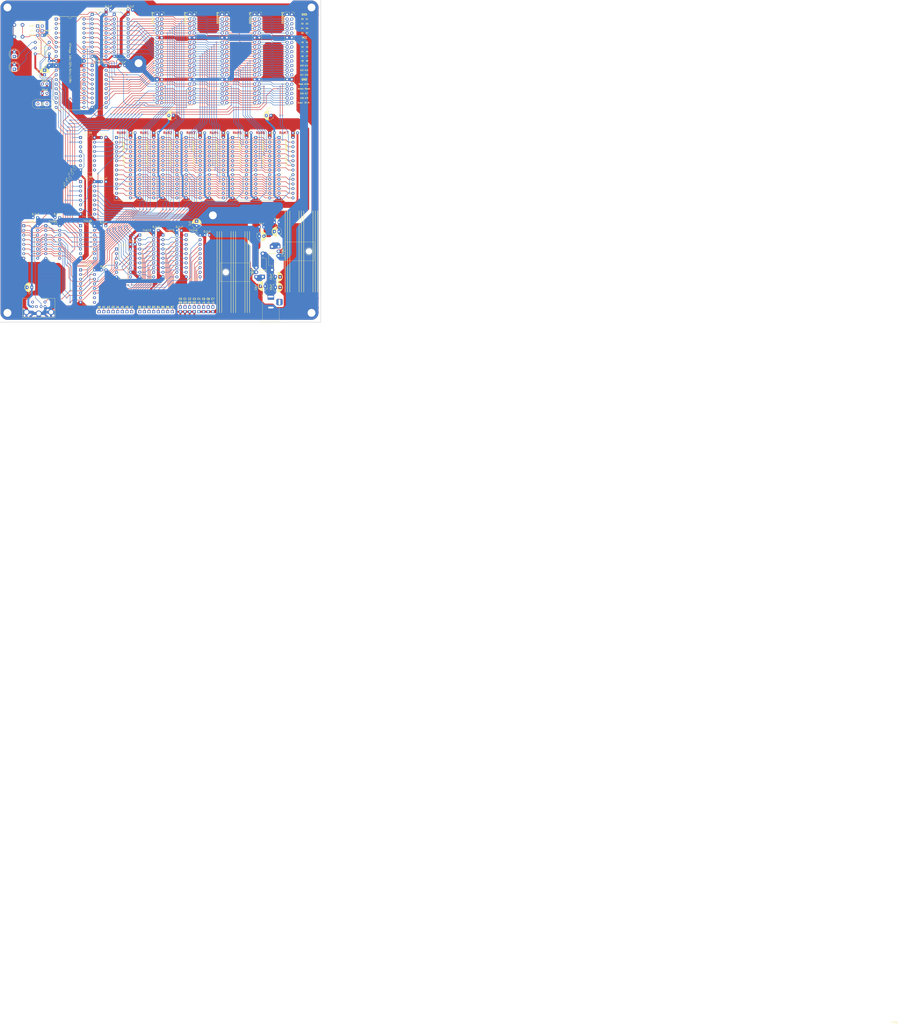
<source format=kicad_pcb>
(kicad_pcb (version 20171130) (host pcbnew "(5.1.10)-1")
  (layers (0 F.Cu signal) (31 B.Cu signal) (36 B.SilkS user hide) (37 F.SilkS user hide) (38 B.Mask user hide) (39 F.Mask user) (44 Edge.Cuts user hide))
  (net 0 "")
  (module Connector_PinSocket_2.54mm:PinSocket_1x08_P2.54mm_Vertical (layer F.Cu) (at 455.295 350.52 90)
    (fp_text reference " " hide)
    (fp_text value PinSocket_1x08_P2.54mm_Vertical)
    (pad 1 thru_hole rect (at 0 0 90) (size 1.7 1.7) (drill 1) (layers *.Cu *.Mask))
    (pad 2 thru_hole rect (at 0 2.54 90) (size 1.7 1.7) (drill 1) (layers *.Cu *.Mask))
    (pad 3 thru_hole rect (at 0 5.08 90) (size 1.7 1.7) (drill 1) (layers *.Cu *.Mask))
    (pad 4 thru_hole rect (at 0 7.62 90) (size 1.7 1.7) (drill 1) (layers *.Cu *.Mask))
    (pad 5 thru_hole rect (at 0 10.16 90) (size 1.7 1.7) (drill 1) (layers *.Cu *.Mask))
    (pad 6 thru_hole rect (at 0 12.7 90) (size 1.7 1.7) (drill 1) (layers *.Cu *.Mask))
    (pad 7 thru_hole rect (at 0 15.24 90) (size 1.7 1.7) (drill 1) (layers *.Cu *.Mask))
    (pad 8 thru_hole rect (at 0 17.78 90) (size 1.7 1.7) (drill 1) (layers *.Cu *.Mask))
  )
  (module Connector_PinSocket_2.54mm:PinSocket_1x08_P2.54mm_Vertical (layer F.Cu) (at 410.845 353.06 90)
    (fp_text reference " " hide)
    (fp_text value PinSocket_1x08_P2.54mm_Vertical)
    (pad 1 thru_hole rect (at 0 0 90) (size 1.7 1.7) (drill 1) (layers *.Cu *.Mask))
    (pad 2 thru_hole rect (at 0 2.54 90) (size 1.7 1.7) (drill 1) (layers *.Cu *.Mask))
    (pad 3 thru_hole rect (at 0 5.08 90) (size 1.7 1.7) (drill 1) (layers *.Cu *.Mask))
    (pad 4 thru_hole rect (at 0 7.62 90) (size 1.7 1.7) (drill 1) (layers *.Cu *.Mask))
    (pad 5 thru_hole rect (at 0 10.16 90) (size 1.7 1.7) (drill 1) (layers *.Cu *.Mask))
    (pad 6 thru_hole rect (at 0 12.7 90) (size 1.7 1.7) (drill 1) (layers *.Cu *.Mask))
    (pad 7 thru_hole rect (at 0 15.24 90) (size 1.7 1.7) (drill 1) (layers *.Cu *.Mask))
    (pad 8 thru_hole rect (at 0 17.78 90) (size 1.7 1.7) (drill 1) (layers *.Cu *.Mask))
  )
  (module Connector_PinSocket_2.54mm:PinSocket_1x08_P2.54mm_Vertical (layer F.Cu) (at 455.295 353.06 90)
    (fp_text reference " " hide)
    (fp_text value PinSocket_1x08_P2.54mm_Vertical)
    (pad 1 thru_hole rect (at 0 0 90) (size 1.7 1.7) (drill 1) (layers *.Cu *.Mask))
    (pad 2 thru_hole rect (at 0 2.54 90) (size 1.7 1.7) (drill 1) (layers *.Cu *.Mask))
    (pad 3 thru_hole rect (at 0 5.08 90) (size 1.7 1.7) (drill 1) (layers *.Cu *.Mask))
    (pad 4 thru_hole rect (at 0 7.62 90) (size 1.7 1.7) (drill 1) (layers *.Cu *.Mask))
    (pad 5 thru_hole rect (at 0 10.16 90) (size 1.7 1.7) (drill 1) (layers *.Cu *.Mask))
    (pad 6 thru_hole rect (at 0 12.7 90) (size 1.7 1.7) (drill 1) (layers *.Cu *.Mask))
    (pad 7 thru_hole rect (at 0 15.24 90) (size 1.7 1.7) (drill 1) (layers *.Cu *.Mask))
    (pad 8 thru_hole rect (at 0 17.78 90) (size 1.7 1.7) (drill 1) (layers *.Cu *.Mask))
  )
  (module Connector_PinSocket_2.54mm:PinSocket_1x08_P2.54mm_Vertical (layer F.Cu) (at 433.07 353.06 90)
    (fp_text reference " " hide)
    (fp_text value PinSocket_1x08_P2.54mm_Vertical)
    (pad 8 thru_hole rect (at 0 17.78 90) (size 1.7 1.7) (drill 1) (layers *.Cu *.Mask))
    (pad 7 thru_hole rect (at 0 15.24 90) (size 1.7 1.7) (drill 1) (layers *.Cu *.Mask))
    (pad 6 thru_hole rect (at 0 12.7 90) (size 1.7 1.7) (drill 1) (layers *.Cu *.Mask))
    (pad 5 thru_hole rect (at 0 10.16 90) (size 1.7 1.7) (drill 1) (layers *.Cu *.Mask))
    (pad 4 thru_hole rect (at 0 7.62 90) (size 1.7 1.7) (drill 1) (layers *.Cu *.Mask))
    (pad 3 thru_hole rect (at 0 5.08 90) (size 1.7 1.7) (drill 1) (layers *.Cu *.Mask))
    (pad 2 thru_hole rect (at 0 2.54 90) (size 1.7 1.7) (drill 1) (layers *.Cu *.Mask))
    (pad 1 thru_hole rect (at 0 0 90) (size 1.7 1.7) (drill 1) (layers *.Cu *.Mask))
  )
  (module Resistor_THT:R_Axial_DIN0207_L6.3mm_D2.5mm_P7.62mm_Horizontal (layer F.Cu) (at 375.92 205.74)
    (fp_text reference 4.7kΩ (at 3.81 0) (layer F.SilkS))
    (fp_text value R_Axial_DIN0207_L6.3mm_D2.5mm_P7.62mm_Horizontal)
    (pad 2 thru_hole oval (at 7.62 0) (size 1.6 1.6) (drill 0.8) (layers *.Cu *.Mask))
    (pad 1 thru_hole circle (at 0 0) (size 1.6 1.6) (drill 0.8) (layers *.Cu *.Mask))
  )
  (module Resistor_THT:R_Axial_DIN0207_L6.3mm_D2.5mm_P7.62mm_Horizontal (layer F.Cu) (at 375.92 208.915)
    (fp_text reference 4.7kΩ (at 3.81 0) (layer F.SilkS))
    (fp_text value R_Axial_DIN0207_L6.3mm_D2.5mm_P7.62mm_Horizontal)
    (pad 1 thru_hole circle (at 0 0) (size 1.6 1.6) (drill 0.8) (layers *.Cu *.Mask))
    (pad 2 thru_hole oval (at 7.62 0) (size 1.6 1.6) (drill 0.8) (layers *.Cu *.Mask))
  )
  (module LED_THT:LED_D5.0mm_Clear (layer F.Cu) (at 364.4392 220.472 90)
    (fp_text reference " " hide)
    (fp_text value LED_D5.0mm_Clear)
    (pad 1 thru_hole rect (at 0 0 90) (size 1.8 1.8) (drill 0.9) (layers *.Cu *.Mask))
    (pad 2 thru_hole circle (at 2.54 0 90) (size 1.8 1.8) (drill 0.9) (layers *.Cu *.Mask))
  )
  (module LED_THT:LED_D5.0mm_Clear (layer F.Cu) (at 364.4392 213.487 90)
    (fp_text reference " " hide)
    (fp_text value LED_D5.0mm_Clear)
    (pad 2 thru_hole circle (at 2.54 0 90) (size 1.8 1.8) (drill 0.9) (layers *.Cu *.Mask))
    (pad 1 thru_hole rect (at 0 0 90) (size 1.8 1.8) (drill 0.9) (layers *.Cu *.Mask))
  )
  (module Capacitor_THT:CP_Radial_D5.0mm_P2.50mm (layer F.Cu) (at 374.015 339.725 180)
    (fp_text reference 1uf (at 1.25 -3.175) (layer F.SilkS) (effects (font (size 0.75 0.75) (thickness 0.1))))
    (fp_text value CP_Radial_D5.0mm_P2.50mm)
    (pad 1 thru_hole rect (at 0 0 180) (size 1.6 1.6) (drill 0.8) (layers *.Cu *.Mask))
    (pad 2 thru_hole circle (at 2.5 0 180) (size 1.6 1.6) (drill 0.8) (layers *.Cu *.Mask))
  )
  (module Capacitor_THT:C_Disc_D3.0mm_W1.6mm_P2.50mm (layer F.Cu) (at 427.99 255.27)
    (fp_text reference 0.1uf (at 1.27 0 270 unlocked) (layer F.SilkS) (effects (font (size 0.7 0.4) (thickness 0.1))))
    (fp_text value C_Disc_D3.0mm_W1.6mm_P2.50mm)
    (pad 1 thru_hole circle (at 0 0) (size 1.6 1.6) (drill 0.8) (layers *.Cu *.Mask))
    (pad 2 thru_hole circle (at 2.5 0) (size 1.6 1.6) (drill 0.8) (layers *.Cu *.Mask))
  )
  (module Capacitor_THT:C_Disc_D3.0mm_W1.6mm_P2.50mm (layer F.Cu) (at 440.69 255.27)
    (fp_text reference 0.1uf (at 1.27 0 -90 unlocked) (layer F.SilkS) (effects (font (size 0.7 0.4) (thickness 0.1))))
    (fp_text value C_Disc_D3.0mm_W1.6mm_P2.50mm)
    (pad 2 thru_hole circle (at 2.5 0) (size 1.6 1.6) (drill 0.8) (layers *.Cu *.Mask))
    (pad 1 thru_hole circle (at 0 0) (size 1.6 1.6) (drill 0.8) (layers *.Cu *.Mask))
  )
  (module Capacitor_THT:C_Disc_D3.0mm_W1.6mm_P2.50mm (layer F.Cu) (at 453.39 255.27)
    (fp_text reference 0.1uf (at 1.27 0 -90 unlocked) (layer F.SilkS) (effects (font (size 0.7 0.4) (thickness 0.1))))
    (fp_text value C_Disc_D3.0mm_W1.6mm_P2.50mm)
    (pad 2 thru_hole circle (at 2.5 0) (size 1.6 1.6) (drill 0.8) (layers *.Cu *.Mask))
    (pad 1 thru_hole circle (at 0 0) (size 1.6 1.6) (drill 0.8) (layers *.Cu *.Mask))
  )
  (module Capacitor_THT:C_Disc_D3.0mm_W1.6mm_P2.50mm (layer F.Cu) (at 466.09 255.27)
    (fp_text reference 0.1uf (at 1.27 0 -90 unlocked) (layer F.SilkS) (effects (font (size 0.7 0.4) (thickness 0.1))))
    (fp_text value C_Disc_D3.0mm_W1.6mm_P2.50mm)
    (pad 2 thru_hole circle (at 2.5 0) (size 1.6 1.6) (drill 0.8) (layers *.Cu *.Mask))
    (pad 1 thru_hole circle (at 0 0) (size 1.6 1.6) (drill 0.8) (layers *.Cu *.Mask))
  )
  (module Capacitor_THT:C_Disc_D3.0mm_W1.6mm_P2.50mm (layer F.Cu) (at 478.79 255.27)
    (fp_text reference 0.1uf (at 1.27 0 -90 unlocked) (layer F.SilkS) (effects (font (size 0.7 0.4) (thickness 0.1))))
    (fp_text value C_Disc_D3.0mm_W1.6mm_P2.50mm)
    (pad 2 thru_hole circle (at 2.5 0) (size 1.6 1.6) (drill 0.8) (layers *.Cu *.Mask))
    (pad 1 thru_hole circle (at 0 0) (size 1.6 1.6) (drill 0.8) (layers *.Cu *.Mask))
  )
  (module Capacitor_THT:C_Disc_D3.0mm_W1.6mm_P2.50mm (layer F.Cu) (at 491.49 255.27)
    (fp_text reference 0.1uf (at 1.27 0 -90 unlocked) (layer F.SilkS) (effects (font (size 0.7 0.4) (thickness 0.1))))
    (fp_text value C_Disc_D3.0mm_W1.6mm_P2.50mm)
    (pad 2 thru_hole circle (at 2.5 0) (size 1.6 1.6) (drill 0.8) (layers *.Cu *.Mask))
    (pad 1 thru_hole circle (at 0 0) (size 1.6 1.6) (drill 0.8) (layers *.Cu *.Mask))
  )
  (module Capacitor_THT:C_Disc_D3.0mm_W1.6mm_P2.50mm (layer F.Cu) (at 504.19 255.27)
    (fp_text reference 0.1uf (at 1.27 0 -90 unlocked) (layer F.SilkS) (effects (font (size 0.7 0.4) (thickness 0.1))))
    (fp_text value C_Disc_D3.0mm_W1.6mm_P2.50mm)
    (pad 2 thru_hole circle (at 2.5 0) (size 1.6 1.6) (drill 0.8) (layers *.Cu *.Mask))
    (pad 1 thru_hole circle (at 0 0) (size 1.6 1.6) (drill 0.8) (layers *.Cu *.Mask))
  )
  (module Heatsink:Heatsink_WideWing_TO220_Horizontal (layer F.Cu) (at 481.7364 331.4954 90)
    (fp_text reference " " hide)
    (fp_text value Heatsink_WideWing_TO220_Horizontal)
  )
  (module Package_TO_SOT_THT:TO-220-3_Horizontal_TabDown (layer F.Cu) (at 509.016 317.5 270)
    (fp_text reference 7805 (at 2.54 -2.159 270 unlocked) (layer F.SilkS))
    (fp_text value TO-220-3_Horizontal_TabDown)
    (pad 3 thru_hole oval (at 5.08 0 270) (size 1.905 2) (drill 1.1) (layers *.Cu *.Mask))
    (pad 2 thru_hole oval (at 2.54 0 270) (size 1.905 2) (drill 1.1) (layers *.Cu *.Mask))
    (pad 1 thru_hole rect (at 0 0 270) (size 1.905 2) (drill 1.1) (layers *.Cu *.Mask))
    (pad "" np_thru_hole oval (at 2.54 -16.66 270) (size 3.5 3.5) (drill 3.5) (layers *.Cu *.Mask))
  )
  (module Heatsink:Heatsink_WideWing_TO220_Horizontal (layer F.Cu) (at 524.0528 320.04 270)
    (fp_text reference " " hide)
    (fp_text value Heatsink_WideWing_TO220_Horizontal)
  )
  (module Capacitor_THT:CP_Radial_D5.0mm_P2.50mm (layer F.Cu) (at 507.365 339.725)
    (fp_text reference 10uf (at -2.54 0 90) (layer F.SilkS))
    (fp_text value CP_Radial_D5.0mm_P2.50mm)
    (pad 1 thru_hole rect (at 0 0) (size 1.6 1.6) (drill 0.8) (layers *.Cu *.Mask))
    (pad 2 thru_hole circle (at 2.5 0) (size 1.6 1.6) (drill 0.8) (layers *.Cu *.Mask))
  )
  (module Capacitor_THT:CP_Radial_D5.0mm_P2.50mm (layer F.Cu) (at 501.65 339.09 180)
    (fp_text reference 10uf (at 5.08 -0.635 90) (layer F.SilkS))
    (fp_text value CP_Radial_D5.0mm_P2.50mm)
    (pad 1 thru_hole rect (at 0 0 180) (size 1.6 1.6) (drill 0.8) (layers *.Cu *.Mask))
    (pad 2 thru_hole circle (at 2.5 0 180) (size 1.6 1.6) (drill 0.8) (layers *.Cu *.Mask))
  )
  (module Capacitor_THT:CP_Radial_D5.0mm_P2.50mm (layer F.Cu) (at 509.27 309.245 180)
    (fp_text reference 1uf (at 1.27 3.175) (layer F.SilkS) (effects (font (size 0.75 0.75) (thickness 0.1))))
    (fp_text value CP_Radial_D5.0mm_P2.50mm)
    (pad 2 thru_hole circle (at 2.5 0 180) (size 1.6 1.6) (drill 0.8) (layers *.Cu *.Mask))
    (pad 1 thru_hole rect (at 0 0 180) (size 1.6 1.6) (drill 0.8) (layers *.Cu *.Mask))
  )
  (module Capacitor_THT:C_Disc_D3.0mm_W1.6mm_P2.50mm (layer F.Cu) (at 468.63 311.15)
    (fp_text reference 0.1uf (at 1.27 -1.905) (layer F.SilkS))
    (fp_text value C_Disc_D3.0mm_W1.6mm_P2.50mm)
    (pad 1 thru_hole circle (at 0 0) (size 1.6 1.6) (drill 0.8) (layers *.Cu *.Mask))
    (pad 2 thru_hole circle (at 2.5 0) (size 1.6 1.6) (drill 0.8) (layers *.Cu *.Mask))
  )
  (module Package_DIP:DIP-20_W7.62mm (layer F.Cu) (at 445.77 311.15)
    (fp_text reference 74573 (at 3.81 -2.54) (layer F.SilkS))
    (fp_text value DIP-20_W7.62mm)
    (pad 20 thru_hole oval (at 7.62 0) (size 1.6 1.6) (drill 0.8) (layers *.Cu *.Mask))
    (pad 10 thru_hole oval (at 0 22.86) (size 1.6 1.6) (drill 0.8) (layers *.Cu *.Mask))
    (pad 19 thru_hole oval (at 7.62 2.54) (size 1.6 1.6) (drill 0.8) (layers *.Cu *.Mask))
    (pad 9 thru_hole oval (at 0 20.32) (size 1.6 1.6) (drill 0.8) (layers *.Cu *.Mask))
    (pad 18 thru_hole oval (at 7.62 5.08) (size 1.6 1.6) (drill 0.8) (layers *.Cu *.Mask))
    (pad 8 thru_hole oval (at 0 17.78) (size 1.6 1.6) (drill 0.8) (layers *.Cu *.Mask))
    (pad 17 thru_hole oval (at 7.62 7.62) (size 1.6 1.6) (drill 0.8) (layers *.Cu *.Mask))
    (pad 7 thru_hole oval (at 0 15.24) (size 1.6 1.6) (drill 0.8) (layers *.Cu *.Mask))
    (pad 16 thru_hole oval (at 7.62 10.16) (size 1.6 1.6) (drill 0.8) (layers *.Cu *.Mask))
    (pad 6 thru_hole oval (at 0 12.7) (size 1.6 1.6) (drill 0.8) (layers *.Cu *.Mask))
    (pad 15 thru_hole oval (at 7.62 12.7) (size 1.6 1.6) (drill 0.8) (layers *.Cu *.Mask))
    (pad 5 thru_hole oval (at 0 10.16) (size 1.6 1.6) (drill 0.8) (layers *.Cu *.Mask))
    (pad 14 thru_hole oval (at 7.62 15.24) (size 1.6 1.6) (drill 0.8) (layers *.Cu *.Mask))
    (pad 4 thru_hole oval (at 0 7.62) (size 1.6 1.6) (drill 0.8) (layers *.Cu *.Mask))
    (pad 13 thru_hole oval (at 7.62 17.78) (size 1.6 1.6) (drill 0.8) (layers *.Cu *.Mask))
    (pad 3 thru_hole oval (at 0 5.08) (size 1.6 1.6) (drill 0.8) (layers *.Cu *.Mask))
    (pad 12 thru_hole oval (at 7.62 20.32) (size 1.6 1.6) (drill 0.8) (layers *.Cu *.Mask))
    (pad 2 thru_hole oval (at 0 2.54) (size 1.6 1.6) (drill 0.8) (layers *.Cu *.Mask))
    (pad 11 thru_hole oval (at 7.62 22.86) (size 1.6 1.6) (drill 0.8) (layers *.Cu *.Mask))
    (pad 1 thru_hole rect (at 0 0) (size 1.6 1.6) (drill 0.8) (layers *.Cu *.Mask))
  )
  (module Capacitor_THT:C_Disc_D3.0mm_W1.6mm_P2.50mm (layer F.Cu) (at 453.39 308.61)
    (fp_text reference 0.1uf (at 1.27 -1.905) (layer F.SilkS))
    (fp_text value C_Disc_D3.0mm_W1.6mm_P2.50mm)
    (pad 2 thru_hole circle (at 2.5 0) (size 1.6 1.6) (drill 0.8) (layers *.Cu *.Mask))
    (pad 1 thru_hole circle (at 0 0) (size 1.6 1.6) (drill 0.8) (layers *.Cu *.Mask))
  )
  (module Diode_THT:D_DO-15_P12.70mm_Horizontal (layer F.Cu) (at 505.46 317.5 270)
    (fp_text reference " " (at 6.35 -2.92 90) (layer F.SilkS))
    (fp_text value D_DO-15_P12.70mm_Horizontal)
    (fp_text user " " (at 0 -2.2 90) (layer F.SilkS))
    (pad 1 thru_hole rect (at 0 0 270) (size 2.4 2.4) (drill 1.2) (layers *.Cu *.Mask))
    (pad 2 thru_hole oval (at 12.7 0 270) (size 2.4 2.4) (drill 1.2) (layers *.Cu *.Mask))
  )
  (module Diode_THT:D_DO-15_P12.70mm_Horizontal (layer F.Cu) (at 500.38 334.01 90)
    (fp_text reference " " (at 6.35 -2.92 90) (layer F.SilkS))
    (fp_text value D_DO-15_P12.70mm_Horizontal)
    (fp_text user " " (at 0 -2.2 90) (layer F.SilkS))
    (pad 2 thru_hole oval (at 12.7 0 90) (size 2.4 2.4) (drill 1.2) (layers *.Cu *.Mask))
    (pad 1 thru_hole rect (at 0 0 90) (size 2.4 2.4) (drill 1.2) (layers *.Cu *.Mask))
  )
  (module Capacitor_THT:C_Disc_D3.0mm_W1.6mm_P2.50mm (layer F.Cu) (at 440.69 308.61)
    (fp_text reference 0.1uf (at 1.27 -1.905) (layer F.SilkS))
    (fp_text value C_Disc_D3.0mm_W1.6mm_P2.50mm)
    (pad 1 thru_hole circle (at 0 0) (size 1.6 1.6) (drill 0.8) (layers *.Cu *.Mask))
    (pad 2 thru_hole circle (at 2.5 0) (size 1.6 1.6) (drill 0.8) (layers *.Cu *.Mask))
  )
  (module Capacitor_THT:C_Disc_D3.0mm_W1.6mm_P2.50mm (layer F.Cu) (at 427.99 316.23)
    (fp_text reference 0.1uf (at 1.27 -1.905) (layer F.SilkS))
    (fp_text value C_Disc_D3.0mm_W1.6mm_P2.50mm)
    (pad 1 thru_hole circle (at 0 0) (size 1.6 1.6) (drill 0.8) (layers *.Cu *.Mask))
    (pad 2 thru_hole circle (at 2.5 0) (size 1.6 1.6) (drill 0.8) (layers *.Cu *.Mask))
  )
  (module Package_DIP:DIP-20_W7.62mm (layer F.Cu) (at 458.47 311.15)
    (fp_text reference 74245 (at 3.81 -2.54) (layer F.SilkS))
    (fp_text value DIP-20_W7.62mm)
    (pad 1 thru_hole rect (at 0 0) (size 1.6 1.6) (drill 0.8) (layers *.Cu *.Mask))
    (pad 11 thru_hole oval (at 7.62 22.86) (size 1.6 1.6) (drill 0.8) (layers *.Cu *.Mask))
    (pad 2 thru_hole oval (at 0 2.54) (size 1.6 1.6) (drill 0.8) (layers *.Cu *.Mask))
    (pad 12 thru_hole oval (at 7.62 20.32) (size 1.6 1.6) (drill 0.8) (layers *.Cu *.Mask))
    (pad 3 thru_hole oval (at 0 5.08) (size 1.6 1.6) (drill 0.8) (layers *.Cu *.Mask))
    (pad 13 thru_hole oval (at 7.62 17.78) (size 1.6 1.6) (drill 0.8) (layers *.Cu *.Mask))
    (pad 4 thru_hole oval (at 0 7.62) (size 1.6 1.6) (drill 0.8) (layers *.Cu *.Mask))
    (pad 14 thru_hole oval (at 7.62 15.24) (size 1.6 1.6) (drill 0.8) (layers *.Cu *.Mask))
    (pad 5 thru_hole oval (at 0 10.16) (size 1.6 1.6) (drill 0.8) (layers *.Cu *.Mask))
    (pad 15 thru_hole oval (at 7.62 12.7) (size 1.6 1.6) (drill 0.8) (layers *.Cu *.Mask))
    (pad 6 thru_hole oval (at 0 12.7) (size 1.6 1.6) (drill 0.8) (layers *.Cu *.Mask))
    (pad 16 thru_hole oval (at 7.62 10.16) (size 1.6 1.6) (drill 0.8) (layers *.Cu *.Mask))
    (pad 7 thru_hole oval (at 0 15.24) (size 1.6 1.6) (drill 0.8) (layers *.Cu *.Mask))
    (pad 17 thru_hole oval (at 7.62 7.62) (size 1.6 1.6) (drill 0.8) (layers *.Cu *.Mask))
    (pad 8 thru_hole oval (at 0 17.78) (size 1.6 1.6) (drill 0.8) (layers *.Cu *.Mask))
    (pad 18 thru_hole oval (at 7.62 5.08) (size 1.6 1.6) (drill 0.8) (layers *.Cu *.Mask))
    (pad 9 thru_hole oval (at 0 20.32) (size 1.6 1.6) (drill 0.8) (layers *.Cu *.Mask))
    (pad 19 thru_hole oval (at 7.62 2.54) (size 1.6 1.6) (drill 0.8) (layers *.Cu *.Mask))
    (pad 10 thru_hole oval (at 0 22.86) (size 1.6 1.6) (drill 0.8) (layers *.Cu *.Mask))
    (pad 20 thru_hole oval (at 7.62 0) (size 1.6 1.6) (drill 0.8) (layers *.Cu *.Mask))
  )
  (module Capacitor_THT:C_Disc_D3.0mm_W1.6mm_P2.50mm (layer F.Cu) (at 386.715 301.625)
    (fp_text reference 0.1uf (at 1.27 -1.905) (layer F.SilkS))
    (fp_text value C_Disc_D3.0mm_W1.6mm_P2.50mm)
    (pad 1 thru_hole circle (at 0 0) (size 1.6 1.6) (drill 0.8) (layers *.Cu *.Mask))
    (pad 2 thru_hole circle (at 2.5 0) (size 1.6 1.6) (drill 0.8) (layers *.Cu *.Mask))
  )
  (module Capacitor_THT:C_Disc_D3.0mm_W1.6mm_P2.50mm (layer F.Cu) (at 374.65 301.625)
    (fp_text reference 0.1uf (at 1.27 -1.905) (layer F.SilkS))
    (fp_text value C_Disc_D3.0mm_W1.6mm_P2.50mm)
    (pad 1 thru_hole circle (at 0 0) (size 1.6 1.6) (drill 0.8) (layers *.Cu *.Mask))
    (pad 2 thru_hole circle (at 2.5 0) (size 1.6 1.6) (drill 0.8) (layers *.Cu *.Mask))
  )
  (module Package_DIP:DIP-20_W7.62mm (layer F.Cu) (at 433.07 311.15)
    (fp_text reference 74573 (at 3.81 -2.54) (layer F.SilkS))
    (fp_text value DIP-20_W7.62mm)
    (pad 1 thru_hole rect (at 0 0) (size 1.6 1.6) (drill 0.8) (layers *.Cu *.Mask))
    (pad 11 thru_hole oval (at 7.62 22.86) (size 1.6 1.6) (drill 0.8) (layers *.Cu *.Mask))
    (pad 2 thru_hole oval (at 0 2.54) (size 1.6 1.6) (drill 0.8) (layers *.Cu *.Mask))
    (pad 12 thru_hole oval (at 7.62 20.32) (size 1.6 1.6) (drill 0.8) (layers *.Cu *.Mask))
    (pad 3 thru_hole oval (at 0 5.08) (size 1.6 1.6) (drill 0.8) (layers *.Cu *.Mask))
    (pad 13 thru_hole oval (at 7.62 17.78) (size 1.6 1.6) (drill 0.8) (layers *.Cu *.Mask))
    (pad 4 thru_hole oval (at 0 7.62) (size 1.6 1.6) (drill 0.8) (layers *.Cu *.Mask))
    (pad 14 thru_hole oval (at 7.62 15.24) (size 1.6 1.6) (drill 0.8) (layers *.Cu *.Mask))
    (pad 5 thru_hole oval (at 0 10.16) (size 1.6 1.6) (drill 0.8) (layers *.Cu *.Mask))
    (pad 15 thru_hole oval (at 7.62 12.7) (size 1.6 1.6) (drill 0.8) (layers *.Cu *.Mask))
    (pad 6 thru_hole oval (at 0 12.7) (size 1.6 1.6) (drill 0.8) (layers *.Cu *.Mask))
    (pad 16 thru_hole oval (at 7.62 10.16) (size 1.6 1.6) (drill 0.8) (layers *.Cu *.Mask))
    (pad 7 thru_hole oval (at 0 15.24) (size 1.6 1.6) (drill 0.8) (layers *.Cu *.Mask))
    (pad 17 thru_hole oval (at 7.62 7.62) (size 1.6 1.6) (drill 0.8) (layers *.Cu *.Mask))
    (pad 8 thru_hole oval (at 0 17.78) (size 1.6 1.6) (drill 0.8) (layers *.Cu *.Mask))
    (pad 18 thru_hole oval (at 7.62 5.08) (size 1.6 1.6) (drill 0.8) (layers *.Cu *.Mask))
    (pad 9 thru_hole oval (at 0 20.32) (size 1.6 1.6) (drill 0.8) (layers *.Cu *.Mask))
    (pad 19 thru_hole oval (at 7.62 2.54) (size 1.6 1.6) (drill 0.8) (layers *.Cu *.Mask))
    (pad 10 thru_hole oval (at 0 22.86) (size 1.6 1.6) (drill 0.8) (layers *.Cu *.Mask))
    (pad 20 thru_hole oval (at 7.62 0) (size 1.6 1.6) (drill 0.8) (layers *.Cu *.Mask))
  )
  (module Package_DIP:DIP-14_W7.62mm (layer F.Cu) (at 420.37 318.77)
    (fp_text reference 7404 (at 3.81 -2.33) (layer F.SilkS))
    (fp_text value DIP-14_W7.62mm)
    (pad 1 thru_hole rect (at 0 0) (size 1.6 1.6) (drill 0.8) (layers *.Cu *.Mask))
    (pad 8 thru_hole oval (at 7.62 15.24) (size 1.6 1.6) (drill 0.8) (layers *.Cu *.Mask))
    (pad 2 thru_hole oval (at 0 2.54) (size 1.6 1.6) (drill 0.8) (layers *.Cu *.Mask))
    (pad 9 thru_hole oval (at 7.62 12.7) (size 1.6 1.6) (drill 0.8) (layers *.Cu *.Mask))
    (pad 3 thru_hole oval (at 0 5.08) (size 1.6 1.6) (drill 0.8) (layers *.Cu *.Mask))
    (pad 10 thru_hole oval (at 7.62 10.16) (size 1.6 1.6) (drill 0.8) (layers *.Cu *.Mask))
    (pad 4 thru_hole oval (at 0 7.62) (size 1.6 1.6) (drill 0.8) (layers *.Cu *.Mask))
    (pad 11 thru_hole oval (at 7.62 7.62) (size 1.6 1.6) (drill 0.8) (layers *.Cu *.Mask))
    (pad 5 thru_hole oval (at 0 10.16) (size 1.6 1.6) (drill 0.8) (layers *.Cu *.Mask))
    (pad 12 thru_hole oval (at 7.62 5.08) (size 1.6 1.6) (drill 0.8) (layers *.Cu *.Mask))
    (pad 6 thru_hole oval (at 0 12.7) (size 1.6 1.6) (drill 0.8) (layers *.Cu *.Mask))
    (pad 13 thru_hole oval (at 7.62 2.54) (size 1.6 1.6) (drill 0.8) (layers *.Cu *.Mask))
    (pad 7 thru_hole oval (at 0 15.24) (size 1.6 1.6) (drill 0.8) (layers *.Cu *.Mask))
    (pad 14 thru_hole oval (at 7.62 0) (size 1.6 1.6) (drill 0.8) (layers *.Cu *.Mask))
  )
  (module Package_DIP:DIP-16_W7.62mm (layer F.Cu) (at 369.57 306.07)
    (fp_text reference 74595 (at 3.81 -2.33) (layer F.SilkS))
    (fp_text value DIP-16_W7.62mm)
    (pad 16 thru_hole oval (at 7.62 0) (size 1.6 1.6) (drill 0.8) (layers *.Cu *.Mask))
    (pad 8 thru_hole oval (at 0 17.78) (size 1.6 1.6) (drill 0.8) (layers *.Cu *.Mask))
    (pad 15 thru_hole oval (at 7.62 2.54) (size 1.6 1.6) (drill 0.8) (layers *.Cu *.Mask))
    (pad 7 thru_hole oval (at 0 15.24) (size 1.6 1.6) (drill 0.8) (layers *.Cu *.Mask))
    (pad 14 thru_hole oval (at 7.62 5.08) (size 1.6 1.6) (drill 0.8) (layers *.Cu *.Mask))
    (pad 6 thru_hole oval (at 0 12.7) (size 1.6 1.6) (drill 0.8) (layers *.Cu *.Mask))
    (pad 13 thru_hole oval (at 7.62 7.62) (size 1.6 1.6) (drill 0.8) (layers *.Cu *.Mask))
    (pad 5 thru_hole oval (at 0 10.16) (size 1.6 1.6) (drill 0.8) (layers *.Cu *.Mask))
    (pad 12 thru_hole oval (at 7.62 10.16) (size 1.6 1.6) (drill 0.8) (layers *.Cu *.Mask))
    (pad 4 thru_hole oval (at 0 7.62) (size 1.6 1.6) (drill 0.8) (layers *.Cu *.Mask))
    (pad 11 thru_hole oval (at 7.62 12.7) (size 1.6 1.6) (drill 0.8) (layers *.Cu *.Mask))
    (pad 3 thru_hole oval (at 0 5.08) (size 1.6 1.6) (drill 0.8) (layers *.Cu *.Mask))
    (pad 10 thru_hole oval (at 7.62 15.24) (size 1.6 1.6) (drill 0.8) (layers *.Cu *.Mask))
    (pad 2 thru_hole oval (at 0 2.54) (size 1.6 1.6) (drill 0.8) (layers *.Cu *.Mask))
    (pad 9 thru_hole oval (at 7.62 17.78) (size 1.6 1.6) (drill 0.8) (layers *.Cu *.Mask))
    (pad 1 thru_hole rect (at 0 0) (size 1.6 1.6) (drill 0.8) (layers *.Cu *.Mask))
  )
  (module Package_DIP:DIP-16_W7.62mm (layer F.Cu) (at 381.635 306.07)
    (fp_text reference 74595 (at 3.81 -2.33) (layer F.SilkS))
    (fp_text value DIP-16_W7.62mm)
    (pad 1 thru_hole rect (at 0 0) (size 1.6 1.6) (drill 0.8) (layers *.Cu *.Mask))
    (pad 9 thru_hole oval (at 7.62 17.78) (size 1.6 1.6) (drill 0.8) (layers *.Cu *.Mask))
    (pad 2 thru_hole oval (at 0 2.54) (size 1.6 1.6) (drill 0.8) (layers *.Cu *.Mask))
    (pad 10 thru_hole oval (at 7.62 15.24) (size 1.6 1.6) (drill 0.8) (layers *.Cu *.Mask))
    (pad 3 thru_hole oval (at 0 5.08) (size 1.6 1.6) (drill 0.8) (layers *.Cu *.Mask))
    (pad 11 thru_hole oval (at 7.62 12.7) (size 1.6 1.6) (drill 0.8) (layers *.Cu *.Mask))
    (pad 4 thru_hole oval (at 0 7.62) (size 1.6 1.6) (drill 0.8) (layers *.Cu *.Mask))
    (pad 12 thru_hole oval (at 7.62 10.16) (size 1.6 1.6) (drill 0.8) (layers *.Cu *.Mask))
    (pad 5 thru_hole oval (at 0 10.16) (size 1.6 1.6) (drill 0.8) (layers *.Cu *.Mask))
    (pad 13 thru_hole oval (at 7.62 7.62) (size 1.6 1.6) (drill 0.8) (layers *.Cu *.Mask))
    (pad 6 thru_hole oval (at 0 12.7) (size 1.6 1.6) (drill 0.8) (layers *.Cu *.Mask))
    (pad 14 thru_hole oval (at 7.62 5.08) (size 1.6 1.6) (drill 0.8) (layers *.Cu *.Mask))
    (pad 7 thru_hole oval (at 0 15.24) (size 1.6 1.6) (drill 0.8) (layers *.Cu *.Mask))
    (pad 15 thru_hole oval (at 7.62 2.54) (size 1.6 1.6) (drill 0.8) (layers *.Cu *.Mask))
    (pad 8 thru_hole oval (at 0 17.78) (size 1.6 1.6) (drill 0.8) (layers *.Cu *.Mask))
    (pad 16 thru_hole oval (at 7.62 0) (size 1.6 1.6) (drill 0.8) (layers *.Cu *.Mask))
  )
  (module Package_DIP:DIP-16_W7.62mm (layer F.Cu) (at 400.685 330.2)
    (fp_text reference 74138 (at 3.81 -2.54) (layer F.SilkS))
    (fp_text value DIP-16_W7.62mm)
    (pad 16 thru_hole oval (at 7.62 0) (size 1.6 1.6) (drill 0.8) (layers *.Cu *.Mask))
    (pad 8 thru_hole oval (at 0 17.78) (size 1.6 1.6) (drill 0.8) (layers *.Cu *.Mask))
    (pad 15 thru_hole oval (at 7.62 2.54) (size 1.6 1.6) (drill 0.8) (layers *.Cu *.Mask))
    (pad 7 thru_hole oval (at 0 15.24) (size 1.6 1.6) (drill 0.8) (layers *.Cu *.Mask))
    (pad 14 thru_hole oval (at 7.62 5.08) (size 1.6 1.6) (drill 0.8) (layers *.Cu *.Mask))
    (pad 6 thru_hole oval (at 0 12.7) (size 1.6 1.6) (drill 0.8) (layers *.Cu *.Mask))
    (pad 13 thru_hole oval (at 7.62 7.62) (size 1.6 1.6) (drill 0.8) (layers *.Cu *.Mask))
    (pad 5 thru_hole oval (at 0 10.16) (size 1.6 1.6) (drill 0.8) (layers *.Cu *.Mask))
    (pad 12 thru_hole oval (at 7.62 10.16) (size 1.6 1.6) (drill 0.8) (layers *.Cu *.Mask))
    (pad 4 thru_hole oval (at 0 7.62) (size 1.6 1.6) (drill 0.8) (layers *.Cu *.Mask))
    (pad 11 thru_hole oval (at 7.62 12.7) (size 1.6 1.6) (drill 0.8) (layers *.Cu *.Mask))
    (pad 3 thru_hole oval (at 0 5.08) (size 1.6 1.6) (drill 0.8) (layers *.Cu *.Mask))
    (pad 10 thru_hole oval (at 7.62 15.24) (size 1.6 1.6) (drill 0.8) (layers *.Cu *.Mask))
    (pad 2 thru_hole oval (at 0 2.54) (size 1.6 1.6) (drill 0.8) (layers *.Cu *.Mask))
    (pad 9 thru_hole oval (at 7.62 17.78) (size 1.6 1.6) (drill 0.8) (layers *.Cu *.Mask))
    (pad 1 thru_hole rect (at 0 0) (size 1.6 1.6) (drill 0.8) (layers *.Cu *.Mask))
  )
  (module Capacitor_THT:CP_Radial_D5.0mm_P2.50mm (layer F.Cu) (at 381 223.52 90)
    (fp_text reference 4.7uf (at 1.27 -3.81 90 unlocked) (layer F.SilkS))
    (fp_text value CP_Radial_D5.0mm_P2.50mm)
    (pad 1 thru_hole rect (at 0 0 90) (size 1.6 1.6) (drill 0.8) (layers *.Cu *.Mask))
    (pad 2 thru_hole circle (at 2.5 0 90) (size 1.6 1.6) (drill 0.8) (layers *.Cu *.Mask))
  )
  (module "" (layer F.Cu) (at 426.72 338.455)
    (fp_text reference "" (at 421.005 403.86) (layer F.SilkS) (effects (font (size 1.27 1.27))))
    (fp_text value "" (at 421.005 403.86) (layer F.SilkS) (effects (font (size 1.27 1.27))))
    (fp_text user 470Ω (at 419.1 403.225) (layer F.SilkS))
  )
  (module Capacitor_THT:C_Disc_D3.0mm_W1.6mm_P2.50mm (layer F.Cu) (at 382.27 228.6 180)
    (fp_text reference 20pf (at 1.27 1.905) (layer F.SilkS))
    (fp_text value C_Disc_D3.0mm_W1.6mm_P2.50mm)
    (pad 1 thru_hole circle (at 0 0 180) (size 1.6 1.6) (drill 0.8) (layers *.Cu *.Mask))
    (pad 2 thru_hole circle (at 2.5 0 180) (size 1.6 1.6) (drill 0.8) (layers *.Cu *.Mask))
  )
  (module Capacitor_THT:C_Disc_D3.0mm_W1.6mm_P2.50mm (layer F.Cu) (at 426.72 187.96)
    (fp_text reference 0.1uf (at 1.27 -1.905) (layer F.SilkS))
    (fp_text value C_Disc_D3.0mm_W1.6mm_P2.50mm)
    (pad 2 thru_hole circle (at 2.5 0) (size 1.6 1.6) (drill 0.8) (layers *.Cu *.Mask))
    (pad 1 thru_hole circle (at 0 0) (size 1.6 1.6) (drill 0.8) (layers *.Cu *.Mask))
  )
  (module Capacitor_THT:C_Disc_D3.0mm_W1.6mm_P2.50mm (layer F.Cu) (at 414.655 187.96)
    (fp_text reference 0.1uf (at 1.27 -1.905) (layer F.SilkS))
    (fp_text value C_Disc_D3.0mm_W1.6mm_P2.50mm)
    (pad 1 thru_hole circle (at 0 0) (size 1.6 1.6) (drill 0.8) (layers *.Cu *.Mask))
    (pad 2 thru_hole circle (at 2.5 0) (size 1.6 1.6) (drill 0.8) (layers *.Cu *.Mask))
  )
  (module Capacitor_THT:C_Disc_D3.0mm_W1.6mm_P2.50mm (layer F.Cu) (at 422.275 218.44)
    (fp_text reference 0.1uf (at 1.27 -1.905) (layer F.SilkS))
    (fp_text value C_Disc_D3.0mm_W1.6mm_P2.50mm)
    (pad 1 thru_hole circle (at 0 0) (size 1.6 1.6) (drill 0.8) (layers *.Cu *.Mask))
    (pad 2 thru_hole circle (at 2.5 0) (size 1.6 1.6) (drill 0.8) (layers *.Cu *.Mask))
  )
  (module Capacitor_THT:C_Disc_D3.0mm_W1.6mm_P2.50mm (layer F.Cu) (at 382.27 233.68 180)
    (fp_text reference 20pf (at 1.27 1.905) (layer F.SilkS))
    (fp_text value C_Disc_D3.0mm_W1.6mm_P2.50mm)
    (pad 2 thru_hole circle (at 2.5 0 180) (size 1.6 1.6) (drill 0.8) (layers *.Cu *.Mask))
    (pad 1 thru_hole circle (at 0 0 180) (size 1.6 1.6) (drill 0.8) (layers *.Cu *.Mask))
  )
  (module MountingHole:MountingHole_4.3mm_M4_ISO7380_Pad (layer F.Cu) (at 432.435 217.17)
    (fp_text reference " " hide)
    (fp_text value MountingHole_4.3mm_M4_ISO7380_Pad)
    (pad 1 thru_hole circle (at 0 0) (size 7.6 7.6) (drill 4.3) (layers *.Cu *.Mask))
  )
  (module MountingHole:MountingHole_4.3mm_M4_ISO7380_Pad (layer F.Cu) (at 473.075 300.355)
    (fp_text reference " " hide)
    (fp_text value MountingHole_4.3mm_M4_ISO7380_Pad)
    (pad 1 thru_hole circle (at 0 0) (size 7.6 7.6) (drill 4.3) (layers *.Cu *.Mask))
  )
  (module Capacitor_THT:CP_Radial_D5.0mm_P2.50mm (layer F.Cu) (at 504.825 245.745 180)
    (fp_text reference 1uf (at 1.27 3.81) (layer F.SilkS))
    (fp_text value CP_Radial_D5.0mm_P2.50mm)
    (pad 2 thru_hole circle (at 2.5 0 180) (size 1.6 1.6) (drill 0.8) (layers *.Cu *.Mask))
    (pad 1 thru_hole rect (at 0 0 180) (size 1.6 1.6) (drill 0.8) (layers *.Cu *.Mask))
  )
  (module Capacitor_THT:C_Disc_D3.0mm_W1.6mm_P2.50mm (layer F.Cu) (at 383.54 218.44 90)
    (fp_text reference 0.1uf (at 1.27 -1.905 270) (layer F.SilkS))
    (fp_text value C_Disc_D3.0mm_W1.6mm_P2.50mm)
    (pad 2 thru_hole circle (at 2.5 0 90) (size 1.6 1.6) (drill 0.8) (layers *.Cu *.Mask))
    (pad 1 thru_hole circle (at 0 0 90) (size 1.6 1.6) (drill 0.8) (layers *.Cu *.Mask))
  )
  (module Capacitor_THT:CP_Radial_D5.0mm_P2.50mm (layer F.Cu) (at 464.185 306.07 90)
    (fp_text reference 1uf (at 1.27 -3.81 90) (layer F.SilkS))
    (fp_text value CP_Radial_D5.0mm_P2.50mm)
    (pad 2 thru_hole circle (at 2.5 0 90) (size 1.6 1.6) (drill 0.8) (layers *.Cu *.Mask))
    (pad 1 thru_hole rect (at 0 0 90) (size 1.6 1.6) (drill 0.8) (layers *.Cu *.Mask))
  )
  (module Capacitor_THT:CP_Radial_D5.0mm_P2.50mm (layer F.Cu) (at 451.485 245.745 180)
    (fp_text reference 1uf (at 1.27 3.81) (layer F.SilkS))
    (fp_text value CP_Radial_D5.0mm_P2.50mm)
    (pad 1 thru_hole rect (at 0 0 180) (size 1.6 1.6) (drill 0.8) (layers *.Cu *.Mask))
    (pad 2 thru_hole circle (at 2.5 0 180) (size 1.6 1.6) (drill 0.8) (layers *.Cu *.Mask))
  )
  (module Capacitor_THT:C_Disc_D3.0mm_W1.6mm_P2.50mm (layer F.Cu) (at 411.9518 306.07)
    (fp_text reference 0.1uf (at 1.27 -1.905) (layer F.SilkS))
    (fp_text value C_Disc_D3.0mm_W1.6mm_P2.50mm)
    (pad 1 thru_hole circle (at 0 0) (size 1.6 1.6) (drill 0.8) (layers *.Cu *.Mask))
    (pad 2 thru_hole circle (at 2.5 0) (size 1.6 1.6) (drill 0.8) (layers *.Cu *.Mask))
  )
  (module Capacitor_THT:C_Disc_D3.0mm_W1.6mm_P2.50mm (layer F.Cu) (at 412.115 257.81)
    (fp_text reference 0.1uf (at 1.27 -1.905) (layer F.SilkS))
    (fp_text value C_Disc_D3.0mm_W1.6mm_P2.50mm)
    (pad 2 thru_hole circle (at 2.5 0) (size 1.6 1.6) (drill 0.8) (layers *.Cu *.Mask))
    (pad 1 thru_hole circle (at 0 0) (size 1.6 1.6) (drill 0.8) (layers *.Cu *.Mask))
  )
  (module Capacitor_THT:C_Disc_D3.0mm_W1.6mm_P2.50mm (layer F.Cu) (at 412.115 281.94)
    (fp_text reference 0.1uf (at 1.27 -1.905) (layer F.SilkS))
    (fp_text value C_Disc_D3.0mm_W1.6mm_P2.50mm)
    (pad 2 thru_hole circle (at 2.5 0) (size 1.6 1.6) (drill 0.8) (layers *.Cu *.Mask))
    (pad 1 thru_hole circle (at 0 0) (size 1.6 1.6) (drill 0.8) (layers *.Cu *.Mask))
  )
  (module Capacitor_THT:C_Disc_D3.0mm_W1.6mm_P2.50mm (layer F.Cu) (at 412.115 330.2)
    (fp_text reference 0.1uf (at 1.27 -1.905) (layer F.SilkS))
    (fp_text value C_Disc_D3.0mm_W1.6mm_P2.50mm)
    (pad 2 thru_hole circle (at 2.5 0) (size 1.6 1.6) (drill 0.8) (layers *.Cu *.Mask))
    (pad 1 thru_hole circle (at 0 0) (size 1.6 1.6) (drill 0.8) (layers *.Cu *.Mask))
  )
  (module Package_DIP:DIP-16_W7.62mm (layer F.Cu) (at 400.685 306.07)
    (fp_text reference 74138 (at 3.81 -2.54) (layer F.SilkS))
    (fp_text value DIP-16_W7.62mm)
    (pad 1 thru_hole rect (at 0 0) (size 1.6 1.6) (drill 0.8) (layers *.Cu *.Mask))
    (pad 9 thru_hole oval (at 7.62 17.78) (size 1.6 1.6) (drill 0.8) (layers *.Cu *.Mask))
    (pad 2 thru_hole oval (at 0 2.54) (size 1.6 1.6) (drill 0.8) (layers *.Cu *.Mask))
    (pad 10 thru_hole oval (at 7.62 15.24) (size 1.6 1.6) (drill 0.8) (layers *.Cu *.Mask))
    (pad 3 thru_hole oval (at 0 5.08) (size 1.6 1.6) (drill 0.8) (layers *.Cu *.Mask))
    (pad 11 thru_hole oval (at 7.62 12.7) (size 1.6 1.6) (drill 0.8) (layers *.Cu *.Mask))
    (pad 4 thru_hole oval (at 0 7.62) (size 1.6 1.6) (drill 0.8) (layers *.Cu *.Mask))
    (pad 12 thru_hole oval (at 7.62 10.16) (size 1.6 1.6) (drill 0.8) (layers *.Cu *.Mask))
    (pad 5 thru_hole oval (at 0 10.16) (size 1.6 1.6) (drill 0.8) (layers *.Cu *.Mask))
    (pad 13 thru_hole oval (at 7.62 7.62) (size 1.6 1.6) (drill 0.8) (layers *.Cu *.Mask))
    (pad 6 thru_hole oval (at 0 12.7) (size 1.6 1.6) (drill 0.8) (layers *.Cu *.Mask))
    (pad 14 thru_hole oval (at 7.62 5.08) (size 1.6 1.6) (drill 0.8) (layers *.Cu *.Mask))
    (pad 7 thru_hole oval (at 0 15.24) (size 1.6 1.6) (drill 0.8) (layers *.Cu *.Mask))
    (pad 15 thru_hole oval (at 7.62 2.54) (size 1.6 1.6) (drill 0.8) (layers *.Cu *.Mask))
    (pad 8 thru_hole oval (at 0 17.78) (size 1.6 1.6) (drill 0.8) (layers *.Cu *.Mask))
    (pad 16 thru_hole oval (at 7.62 0) (size 1.6 1.6) (drill 0.8) (layers *.Cu *.Mask))
  )
  (module PS2_mini_din_6:MINI-DIN-6-FULL-SHIELD (layer F.Cu) (at 377.825 358.775 180)
    (fp_text reference " " hide)
    (fp_text value PS/2 hide)
    (pad 7 thru_hole circle (at -6.75 5.5 180) (size 3.3 3.3) (drill 2.3) (layers *.Cu *.Mask))
    (pad 7 thru_hole circle (at 6.75 5.5 180) (size 3.3 3.3) (drill 2.3) (layers *.Cu *.Mask))
    (pad 4 thru_hole circle (at 3.4 8.5 180) (size 1.524 1.524) (drill 0.762) (layers *.Cu *.Mask))
    (pad 6 thru_hole circle (at 3.4 11 180) (size 1.524 1.524) (drill 0.762) (layers *.Cu *.Mask))
    (pad 3 thru_hole circle (at -3.4 8.5 180) (size 1.524 1.524) (drill 0.762) (layers *.Cu *.Mask))
    (pad 5 thru_hole circle (at -3.4 11 180) (size 1.524 1.524) (drill 0.762) (layers *.Cu *.Mask))
    (pad 2 thru_hole circle (at 1.3 8.5 180) (size 1.524 1.524) (drill 0.762) (layers *.Cu *.Mask))
    (pad 1 thru_hole circle (at -1.3 8.5 180) (size 1.524 1.524) (drill 0.762) (layers *.Cu *.Mask))
    (pad 7 thru_hole circle (at 0 4.7 180) (size 3.3 3.3) (drill 2.3) (layers *.Cu *.Mask))
  )
  (module TestPoint:TestPoint_Pad_D1.0mm (layer F.Cu) (at 397.51 274.955)
    (fp_text reference A15 (at -0.635 -1.905 -90 unlocked) (layer F.SilkS) (effects (font (size 0.75 0.75) (thickness 0.1))))
    (fp_text value TestPoint_Pad_D1.0mm)
    (pad "" smd circle (at 0 0) (size 1 1) (layers F.Cu F.Mask))
  )
  (module TestPoint:TestPoint_Pad_D1.0mm (layer F.Cu) (at 396.24 277.495)
    (fp_text reference A16 (at -0.635 -1.905 -90 unlocked) (layer F.SilkS) (effects (font (size 0.75 0.75) (thickness 0.1))))
    (fp_text value TestPoint_Pad_D1.0mm)
    (pad "" smd circle (at 0 0) (size 1 1) (layers F.Cu F.Mask))
  )
  (module TestPoint:TestPoint_Pad_D1.0mm (layer F.Cu) (at 394.97 280.035)
    (fp_text reference A17 (at -0.635 -1.905 -90 unlocked) (layer F.SilkS) (effects (font (size 0.75 0.75) (thickness 0.1))))
    (fp_text value TestPoint_Pad_D1.0mm)
    (pad "" smd circle (at 0 0) (size 1 1) (layers F.Cu F.Mask))
  )
  (module TestPoint:TestPoint_Pad_D1.0mm (layer F.Cu) (at 393.7 282.575)
    (fp_text reference A18 (at -0.635 -1.905 -90 unlocked) (layer F.SilkS) (effects (font (size 0.75 0.75) (thickness 0.1))))
    (fp_text value TestPoint_Pad_D1.0mm)
    (pad "" smd circle (at 0 0) (size 1 1) (layers F.Cu F.Mask))
  )
  (module TestPoint:TestPoint_Pad_D1.0mm (layer F.Cu) (at 392.43 285.115)
    (fp_text reference A19 (at -0.635 -1.905 -90 unlocked) (layer F.SilkS) (effects (font (size 0.75 0.75) (thickness 0.1))))
    (fp_text value TestPoint_Pad_D1.0mm)
    (pad "" smd circle (at 0 0) (size 1 1) (layers F.Cu F.Mask))
  )
  (module Package_DIP:DIP-16_W7.62mm (layer F.Cu) (at 400.685 281.94)
    (fp_text reference 74138 (at 3.81 -2.54) (layer F.SilkS))
    (fp_text value DIP-16_W7.62mm)
    (pad 16 thru_hole oval (at 7.62 0) (size 1.6 1.6) (drill 0.8) (layers *.Cu *.Mask))
    (pad 8 thru_hole oval (at 0 17.78) (size 1.6 1.6) (drill 0.8) (layers *.Cu *.Mask))
    (pad 15 thru_hole oval (at 7.62 2.54) (size 1.6 1.6) (drill 0.8) (layers *.Cu *.Mask))
    (pad 7 thru_hole oval (at 0 15.24) (size 1.6 1.6) (drill 0.8) (layers *.Cu *.Mask))
    (pad 14 thru_hole oval (at 7.62 5.08) (size 1.6 1.6) (drill 0.8) (layers *.Cu *.Mask))
    (pad 6 thru_hole oval (at 0 12.7) (size 1.6 1.6) (drill 0.8) (layers *.Cu *.Mask))
    (pad 13 thru_hole oval (at 7.62 7.62) (size 1.6 1.6) (drill 0.8) (layers *.Cu *.Mask))
    (pad 5 thru_hole oval (at 0 10.16) (size 1.6 1.6) (drill 0.8) (layers *.Cu *.Mask))
    (pad 12 thru_hole oval (at 7.62 10.16) (size 1.6 1.6) (drill 0.8) (layers *.Cu *.Mask))
    (pad 4 thru_hole oval (at 0 7.62) (size 1.6 1.6) (drill 0.8) (layers *.Cu *.Mask))
    (pad 11 thru_hole oval (at 7.62 12.7) (size 1.6 1.6) (drill 0.8) (layers *.Cu *.Mask))
    (pad 3 thru_hole oval (at 0 5.08) (size 1.6 1.6) (drill 0.8) (layers *.Cu *.Mask))
    (pad 10 thru_hole oval (at 7.62 15.24) (size 1.6 1.6) (drill 0.8) (layers *.Cu *.Mask))
    (pad 2 thru_hole oval (at 0 2.54) (size 1.6 1.6) (drill 0.8) (layers *.Cu *.Mask))
    (pad 9 thru_hole oval (at 7.62 17.78) (size 1.6 1.6) (drill 0.8) (layers *.Cu *.Mask))
    (pad 1 thru_hole rect (at 0 0) (size 1.6 1.6) (drill 0.8) (layers *.Cu *.Mask))
  )
  (module Resistor_THT:R_Axial_DIN0207_L6.3mm_D2.5mm_P7.62mm_Horizontal (layer F.Cu) (at 375.92 212.09)
    (fp_text reference 100kΩ (at 3.81 0) (layer F.SilkS))
    (fp_text value R_Axial_DIN0207_L6.3mm_D2.5mm_P7.62mm_Horizontal)
    (pad 2 thru_hole oval (at 7.62 0) (size 1.6 1.6) (drill 0.8) (layers *.Cu *.Mask))
    (pad 1 thru_hole circle (at 0 0) (size 1.6 1.6) (drill 0.8) (layers *.Cu *.Mask))
  )
  (module Capacitor_THT:C_Disc_D3.0mm_W1.6mm_P2.50mm (layer F.Cu) (at 506.73 304.165)
    (fp_text reference 0.1uf (at 1.27 -1.905) (layer F.SilkS) (effects (font (size 0.75 0.75) (thickness 0.1))))
    (fp_text value C_Disc_D3.0mm_W1.6mm_P2.50mm)
    (pad 2 thru_hole circle (at 2.5 0) (size 1.6 1.6) (drill 0.8) (layers *.Cu *.Mask))
    (pad 1 thru_hole circle (at 0 0) (size 1.6 1.6) (drill 0.8) (layers *.Cu *.Mask))
  )
  (module Capacitor_THT:C_Disc_D3.0mm_W1.6mm_P2.50mm (layer F.Cu) (at 498.475 306.705)
    (fp_text reference 0.1uf (at 1.27 -1.905) (layer F.SilkS) (effects (font (size 0.75 0.75) (thickness 0.1))))
    (fp_text value C_Disc_D3.0mm_W1.6mm_P2.50mm)
    (pad 1 thru_hole circle (at 0 0) (size 1.6 1.6) (drill 0.8) (layers *.Cu *.Mask))
    (pad 2 thru_hole circle (at 2.5 0) (size 1.6 1.6) (drill 0.8) (layers *.Cu *.Mask))
  )
  (module Capacitor_THT:CP_Radial_D5.0mm_P2.50mm (layer F.Cu) (at 498.475 311.785)
    (fp_text reference 1uf (at 1.25 -3.175) (layer F.SilkS) (effects (font (size 0.75 0.75) (thickness 0.1))))
    (fp_text value CP_Radial_D5.0mm_P2.50mm)
    (pad 2 thru_hole circle (at 2.5 0) (size 1.6 1.6) (drill 0.8) (layers *.Cu *.Mask))
    (pad 1 thru_hole rect (at 0 0) (size 1.6 1.6) (drill 0.8) (layers *.Cu *.Mask))
  )
  (module Capacitor_THT:CP_Radial_D5.0mm_P2.50mm (layer F.Cu) (at 507.365 334.01)
    (fp_text reference 10uf (at -2.54 0 90) (layer F.SilkS))
    (fp_text value CP_Radial_D5.0mm_P2.50mm)
    (pad 2 thru_hole circle (at 2.5 0) (size 1.6 1.6) (drill 0.8) (layers *.Cu *.Mask))
    (pad 1 thru_hole rect (at 0 0) (size 1.6 1.6) (drill 0.8) (layers *.Cu *.Mask))
  )
  (module Connector_PinHeader_2.54mm:PinHeader_2x03_P2.54mm_Vertical (layer F.Cu) (at 377.19 196.85)
    (fp_text reference ISP (at 1.27 -2.33) (layer F.SilkS))
    (fp_text value PinHeader_2x03_P2.54mm_Vertical)
    (pad 6 thru_hole oval (at 2.54 5.08) (size 1.7 1.7) (drill 1) (layers *.Cu *.Mask))
    (pad 5 thru_hole oval (at 0 5.08) (size 1.7 1.7) (drill 1) (layers *.Cu *.Mask))
    (pad 4 thru_hole oval (at 2.54 2.54) (size 1.7 1.7) (drill 1) (layers *.Cu *.Mask))
    (pad 3 thru_hole oval (at 0 2.54) (size 1.7 1.7) (drill 1) (layers *.Cu *.Mask))
    (pad 2 thru_hole oval (at 2.54 0) (size 1.7 1.7) (drill 1) (layers *.Cu *.Mask))
    (pad 1 thru_hole rect (at 0 0) (size 1.7 1.7) (drill 1) (layers *.Cu *.Mask))
  )
  (module Package_DIP:DIP-16_W7.62mm (layer F.Cu) (at 400.685 257.81)
    (fp_text reference 74138 (at 3.81 -2.54) (layer F.SilkS))
    (fp_text value DIP-16_W7.62mm)
    (pad 1 thru_hole rect (at 0 0) (size 1.6 1.6) (drill 0.8) (layers *.Cu *.Mask))
    (pad 9 thru_hole oval (at 7.62 17.78) (size 1.6 1.6) (drill 0.8) (layers *.Cu *.Mask))
    (pad 2 thru_hole oval (at 0 2.54) (size 1.6 1.6) (drill 0.8) (layers *.Cu *.Mask))
    (pad 10 thru_hole oval (at 7.62 15.24) (size 1.6 1.6) (drill 0.8) (layers *.Cu *.Mask))
    (pad 3 thru_hole oval (at 0 5.08) (size 1.6 1.6) (drill 0.8) (layers *.Cu *.Mask))
    (pad 11 thru_hole oval (at 7.62 12.7) (size 1.6 1.6) (drill 0.8) (layers *.Cu *.Mask))
    (pad 4 thru_hole oval (at 0 7.62) (size 1.6 1.6) (drill 0.8) (layers *.Cu *.Mask))
    (pad 12 thru_hole oval (at 7.62 10.16) (size 1.6 1.6) (drill 0.8) (layers *.Cu *.Mask))
    (pad 5 thru_hole oval (at 0 10.16) (size 1.6 1.6) (drill 0.8) (layers *.Cu *.Mask))
    (pad 13 thru_hole oval (at 7.62 7.62) (size 1.6 1.6) (drill 0.8) (layers *.Cu *.Mask))
    (pad 6 thru_hole oval (at 0 12.7) (size 1.6 1.6) (drill 0.8) (layers *.Cu *.Mask))
    (pad 14 thru_hole oval (at 7.62 5.08) (size 1.6 1.6) (drill 0.8) (layers *.Cu *.Mask))
    (pad 7 thru_hole oval (at 0 15.24) (size 1.6 1.6) (drill 0.8) (layers *.Cu *.Mask))
    (pad 15 thru_hole oval (at 7.62 2.54) (size 1.6 1.6) (drill 0.8) (layers *.Cu *.Mask))
    (pad 8 thru_hole oval (at 0 17.78) (size 1.6 1.6) (drill 0.8) (layers *.Cu *.Mask))
    (pad 16 thru_hole oval (at 7.62 0) (size 1.6 1.6) (drill 0.8) (layers *.Cu *.Mask))
  )
  (module Button_Switch_THT:SW_PUSH_6mm_H4.3mm (layer F.Cu) (at 368.935 196.215 270)
    (fp_text reference Reset)
    (fp_text value SW_PUSH_6mm_H4.3mm)
    (pad 2 thru_hole circle (at 0 4.5) (size 2 2) (drill 1.1) (layers *.Cu *.Mask))
    (pad 1 thru_hole circle (at 0 0) (size 2 2) (drill 1.1) (layers *.Cu *.Mask))
    (pad 2 thru_hole circle (at 6.5 4.5) (size 2 2) (drill 1.1) (layers *.Cu *.Mask))
    (pad 1 thru_hole circle (at 6.5 0) (size 2 2) (drill 1.1) (layers *.Cu *.Mask))
  )
  (module Crystal:Crystal_HC18-U_Vertical (layer F.Cu) (at 377.37 239.395)
    (fp_text reference Osc (at 2.54 0 270) (layer F.SilkS))
    (fp_text value Crystal_HC18-U_Vertical)
    (pad 1 thru_hole circle (at 0 0) (size 1.5 1.5) (drill 0.8) (layers *.Cu *.Mask))
    (pad 2 thru_hole circle (at 4.9 0) (size 1.5 1.5) (drill 0.8) (layers *.Cu *.Mask))
  )
  (module Capacitor_THT:C_Disc_D3.0mm_W1.6mm_P2.50mm (layer F.Cu) (at 516.89 255.27)
    (fp_text reference 0.1uf (at 1.27 0 -90 unlocked) (layer F.SilkS) (effects (font (size 0.7 0.4) (thickness 0.1))))
    (fp_text value C_Disc_D3.0mm_W1.6mm_P2.50mm)
    (pad 1 thru_hole circle (at 0 0) (size 1.6 1.6) (drill 0.8) (layers *.Cu *.Mask))
    (pad 2 thru_hole circle (at 2.5 0) (size 1.6 1.6) (drill 0.8) (layers *.Cu *.Mask))
  )
  (module Connector_BarrelJack:BarrelJack_Horizontal (layer F.Cu) (at 504.825 344.805 90)
    (fp_text reference "12V DC")
    (fp_text value BarrelJack_Horizontal)
    (pad 1 thru_hole rect (at 0 0 90) (size 3.5 3.5) (drill oval 1 3) (layers *.Cu *.Mask))
    (pad 2 thru_hole roundrect (at -6 0 90) (size 3 3.5) (drill oval 1 3) (layers *.Cu *.Mask))
    (pad 3 thru_hole roundrect (at -3 4.7 90) (size 3.5 3.5) (drill oval 3 1) (layers *.Cu *.Mask))
  )
  (module Package_TO_SOT_THT:TO-220-3_Horizontal_TabDown (layer F.Cu) (at 496.824 334.01 90)
    (fp_text reference 7805 (at 2.54 -2.159 90) (layer F.SilkS))
    (fp_text value TO-220-3_Horizontal_TabDown)
    (pad "" np_thru_hole oval (at 2.54 -16.66 90) (size 3.5 3.5) (drill 3.5) (layers *.Cu *.Mask))
    (pad 1 thru_hole rect (at 0 0 90) (size 1.905 2) (drill 1.1) (layers *.Cu *.Mask))
    (pad 2 thru_hole oval (at 2.54 0 90) (size 1.905 2) (drill 1.1) (layers *.Cu *.Mask))
    (pad 3 thru_hole oval (at 5.08 0 90) (size 1.905 2) (drill 1.1) (layers *.Cu *.Mask))
  )
  (module Package_DIP:DIP-28_W7.62mm_Socket (layer F.Cu) (at 445.77 257.81)
    (fp_text reference RAM2 (at 2.54 -2.54 180) (layer F.Cu) (effects (font (size 1.25 1.25) (thickness 0.25))))
    (fp_text value DIP-28_W7.62mm_Socket)
    (pad 1 thru_hole rect (at 0 0) (size 1.6 1.6) (drill 0.8) (layers *.Cu *.Mask))
    (pad 15 thru_hole oval (at 7.62 33.02) (size 1.6 1.6) (drill 0.8) (layers *.Cu *.Mask))
    (pad 2 thru_hole oval (at 0 2.54) (size 1.6 1.6) (drill 0.8) (layers *.Cu *.Mask))
    (pad 16 thru_hole oval (at 7.62 30.48) (size 1.6 1.6) (drill 0.8) (layers *.Cu *.Mask))
    (pad 3 thru_hole oval (at 0 5.08) (size 1.6 1.6) (drill 0.8) (layers *.Cu *.Mask))
    (pad 17 thru_hole oval (at 7.62 27.94) (size 1.6 1.6) (drill 0.8) (layers *.Cu *.Mask))
    (pad 4 thru_hole oval (at 0 7.62) (size 1.6 1.6) (drill 0.8) (layers *.Cu *.Mask))
    (pad 18 thru_hole oval (at 7.62 25.4) (size 1.6 1.6) (drill 0.8) (layers *.Cu *.Mask))
    (pad 5 thru_hole oval (at 0 10.16) (size 1.6 1.6) (drill 0.8) (layers *.Cu *.Mask))
    (pad 19 thru_hole oval (at 7.62 22.86) (size 1.6 1.6) (drill 0.8) (layers *.Cu *.Mask))
    (pad 6 thru_hole oval (at 0 12.7) (size 1.6 1.6) (drill 0.8) (layers *.Cu *.Mask))
    (pad 20 thru_hole oval (at 7.62 20.32) (size 1.6 1.6) (drill 0.8) (layers *.Cu *.Mask))
    (pad 7 thru_hole oval (at 0 15.24) (size 1.6 1.6) (drill 0.8) (layers *.Cu *.Mask))
    (pad 21 thru_hole oval (at 7.62 17.78) (size 1.6 1.6) (drill 0.8) (layers *.Cu *.Mask))
    (pad 8 thru_hole oval (at 0 17.78) (size 1.6 1.6) (drill 0.8) (layers *.Cu *.Mask))
    (pad 22 thru_hole oval (at 7.62 15.24) (size 1.6 1.6) (drill 0.8) (layers *.Cu *.Mask))
    (pad 9 thru_hole oval (at 0 20.32) (size 1.6 1.6) (drill 0.8) (layers *.Cu *.Mask))
    (pad 23 thru_hole oval (at 7.62 12.7) (size 1.6 1.6) (drill 0.8) (layers *.Cu *.Mask))
    (pad 10 thru_hole oval (at 0 22.86) (size 1.6 1.6) (drill 0.8) (layers *.Cu *.Mask))
    (pad 24 thru_hole oval (at 7.62 10.16) (size 1.6 1.6) (drill 0.8) (layers *.Cu *.Mask))
    (pad 11 thru_hole oval (at 0 25.4) (size 1.6 1.6) (drill 0.8) (layers *.Cu *.Mask))
    (pad 25 thru_hole oval (at 7.62 7.62) (size 1.6 1.6) (drill 0.8) (layers *.Cu *.Mask))
    (pad 12 thru_hole oval (at 0 27.94) (size 1.6 1.6) (drill 0.8) (layers *.Cu *.Mask))
    (pad 26 thru_hole oval (at 7.62 5.08) (size 1.6 1.6) (drill 0.8) (layers *.Cu *.Mask))
    (pad 13 thru_hole oval (at 0 30.48) (size 1.6 1.6) (drill 0.8) (layers *.Cu *.Mask))
    (pad 27 thru_hole oval (at 7.62 2.54) (size 1.6 1.6) (drill 0.8) (layers *.Cu *.Mask))
    (pad 14 thru_hole oval (at 0 33.02) (size 1.6 1.6) (drill 0.8) (layers *.Cu *.Mask))
    (pad 28 thru_hole oval (at 7.62 0) (size 1.6 1.6) (drill 0.8) (layers *.Cu *.Mask))
  )
  (module Package_DIP:DIP-28_W7.62mm_Socket (layer F.Cu) (at 433.07 257.81)
    (fp_text reference RAM1 (at 2.54 -2.54 180) (layer F.Cu) (effects (font (size 1.25 1.25) (thickness 0.25))))
    (fp_text value DIP-28_W7.62mm_Socket)
    (pad 1 thru_hole rect (at 0 0) (size 1.6 1.6) (drill 0.8) (layers *.Cu *.Mask))
    (pad 15 thru_hole oval (at 7.62 33.02) (size 1.6 1.6) (drill 0.8) (layers *.Cu *.Mask))
    (pad 2 thru_hole oval (at 0 2.54) (size 1.6 1.6) (drill 0.8) (layers *.Cu *.Mask))
    (pad 16 thru_hole oval (at 7.62 30.48) (size 1.6 1.6) (drill 0.8) (layers *.Cu *.Mask))
    (pad 3 thru_hole oval (at 0 5.08) (size 1.6 1.6) (drill 0.8) (layers *.Cu *.Mask))
    (pad 17 thru_hole oval (at 7.62 27.94) (size 1.6 1.6) (drill 0.8) (layers *.Cu *.Mask))
    (pad 4 thru_hole oval (at 0 7.62) (size 1.6 1.6) (drill 0.8) (layers *.Cu *.Mask))
    (pad 18 thru_hole oval (at 7.62 25.4) (size 1.6 1.6) (drill 0.8) (layers *.Cu *.Mask))
    (pad 5 thru_hole oval (at 0 10.16) (size 1.6 1.6) (drill 0.8) (layers *.Cu *.Mask))
    (pad 19 thru_hole oval (at 7.62 22.86) (size 1.6 1.6) (drill 0.8) (layers *.Cu *.Mask))
    (pad 6 thru_hole oval (at 0 12.7) (size 1.6 1.6) (drill 0.8) (layers *.Cu *.Mask))
    (pad 20 thru_hole oval (at 7.62 20.32) (size 1.6 1.6) (drill 0.8) (layers *.Cu *.Mask))
    (pad 7 thru_hole oval (at 0 15.24) (size 1.6 1.6) (drill 0.8) (layers *.Cu *.Mask))
    (pad 21 thru_hole oval (at 7.62 17.78) (size 1.6 1.6) (drill 0.8) (layers *.Cu *.Mask))
    (pad 8 thru_hole oval (at 0 17.78) (size 1.6 1.6) (drill 0.8) (layers *.Cu *.Mask))
    (pad 22 thru_hole oval (at 7.62 15.24) (size 1.6 1.6) (drill 0.8) (layers *.Cu *.Mask))
    (pad 9 thru_hole oval (at 0 20.32) (size 1.6 1.6) (drill 0.8) (layers *.Cu *.Mask))
    (pad 23 thru_hole oval (at 7.62 12.7) (size 1.6 1.6) (drill 0.8) (layers *.Cu *.Mask))
    (pad 10 thru_hole oval (at 0 22.86) (size 1.6 1.6) (drill 0.8) (layers *.Cu *.Mask))
    (pad 24 thru_hole oval (at 7.62 10.16) (size 1.6 1.6) (drill 0.8) (layers *.Cu *.Mask))
    (pad 11 thru_hole oval (at 0 25.4) (size 1.6 1.6) (drill 0.8) (layers *.Cu *.Mask))
    (pad 25 thru_hole oval (at 7.62 7.62) (size 1.6 1.6) (drill 0.8) (layers *.Cu *.Mask))
    (pad 12 thru_hole oval (at 0 27.94) (size 1.6 1.6) (drill 0.8) (layers *.Cu *.Mask))
    (pad 26 thru_hole oval (at 7.62 5.08) (size 1.6 1.6) (drill 0.8) (layers *.Cu *.Mask))
    (pad 13 thru_hole oval (at 0 30.48) (size 1.6 1.6) (drill 0.8) (layers *.Cu *.Mask))
    (pad 27 thru_hole oval (at 7.62 2.54) (size 1.6 1.6) (drill 0.8) (layers *.Cu *.Mask))
    (pad 14 thru_hole oval (at 0 33.02) (size 1.6 1.6) (drill 0.8) (layers *.Cu *.Mask))
    (pad 28 thru_hole oval (at 7.62 0) (size 1.6 1.6) (drill 0.8) (layers *.Cu *.Mask))
  )
  (module Package_DIP:DIP-28_W7.62mm_Socket (layer F.Cu) (at 420.37 257.81)
    (fp_text reference RAM0 (at 2.54 -2.54 180) (layer F.Cu) (effects (font (size 1.25 1.25) (thickness 0.25))))
    (fp_text value DIP-28_W7.62mm_Socket)
    (pad 28 thru_hole oval (at 7.62 0) (size 1.6 1.6) (drill 0.8) (layers *.Cu *.Mask))
    (pad 14 thru_hole oval (at 0 33.02) (size 1.6 1.6) (drill 0.8) (layers *.Cu *.Mask))
    (pad 27 thru_hole oval (at 7.62 2.54) (size 1.6 1.6) (drill 0.8) (layers *.Cu *.Mask))
    (pad 13 thru_hole oval (at 0 30.48) (size 1.6 1.6) (drill 0.8) (layers *.Cu *.Mask))
    (pad 26 thru_hole oval (at 7.62 5.08) (size 1.6 1.6) (drill 0.8) (layers *.Cu *.Mask))
    (pad 12 thru_hole oval (at 0 27.94) (size 1.6 1.6) (drill 0.8) (layers *.Cu *.Mask))
    (pad 25 thru_hole oval (at 7.62 7.62) (size 1.6 1.6) (drill 0.8) (layers *.Cu *.Mask))
    (pad 11 thru_hole oval (at 0 25.4) (size 1.6 1.6) (drill 0.8) (layers *.Cu *.Mask))
    (pad 24 thru_hole oval (at 7.62 10.16) (size 1.6 1.6) (drill 0.8) (layers *.Cu *.Mask))
    (pad 10 thru_hole oval (at 0 22.86) (size 1.6 1.6) (drill 0.8) (layers *.Cu *.Mask))
    (pad 23 thru_hole oval (at 7.62 12.7) (size 1.6 1.6) (drill 0.8) (layers *.Cu *.Mask))
    (pad 9 thru_hole oval (at 0 20.32) (size 1.6 1.6) (drill 0.8) (layers *.Cu *.Mask))
    (pad 22 thru_hole oval (at 7.62 15.24) (size 1.6 1.6) (drill 0.8) (layers *.Cu *.Mask))
    (pad 8 thru_hole oval (at 0 17.78) (size 1.6 1.6) (drill 0.8) (layers *.Cu *.Mask))
    (pad 21 thru_hole oval (at 7.62 17.78) (size 1.6 1.6) (drill 0.8) (layers *.Cu *.Mask))
    (pad 7 thru_hole oval (at 0 15.24) (size 1.6 1.6) (drill 0.8) (layers *.Cu *.Mask))
    (pad 20 thru_hole oval (at 7.62 20.32) (size 1.6 1.6) (drill 0.8) (layers *.Cu *.Mask))
    (pad 6 thru_hole oval (at 0 12.7) (size 1.6 1.6) (drill 0.8) (layers *.Cu *.Mask))
    (pad 19 thru_hole oval (at 7.62 22.86) (size 1.6 1.6) (drill 0.8) (layers *.Cu *.Mask))
    (pad 5 thru_hole oval (at 0 10.16) (size 1.6 1.6) (drill 0.8) (layers *.Cu *.Mask))
    (pad 18 thru_hole oval (at 7.62 25.4) (size 1.6 1.6) (drill 0.8) (layers *.Cu *.Mask))
    (pad 4 thru_hole oval (at 0 7.62) (size 1.6 1.6) (drill 0.8) (layers *.Cu *.Mask))
    (pad 17 thru_hole oval (at 7.62 27.94) (size 1.6 1.6) (drill 0.8) (layers *.Cu *.Mask))
    (pad 3 thru_hole oval (at 0 5.08) (size 1.6 1.6) (drill 0.8) (layers *.Cu *.Mask))
    (pad 16 thru_hole oval (at 7.62 30.48) (size 1.6 1.6) (drill 0.8) (layers *.Cu *.Mask))
    (pad 2 thru_hole oval (at 0 2.54) (size 1.6 1.6) (drill 0.8) (layers *.Cu *.Mask))
    (pad 15 thru_hole oval (at 7.62 33.02) (size 1.6 1.6) (drill 0.8) (layers *.Cu *.Mask))
    (pad 1 thru_hole rect (at 0 0) (size 1.6 1.6) (drill 0.8) (layers *.Cu *.Mask))
  )
  (module Package_DIP:DIP-28_W7.62mm_Socket (layer F.Cu) (at 509.27 257.81)
    (fp_text reference RAM7 (at 2.54 -2.54 180) (layer F.Cu) (effects (font (size 1.25 1.25) (thickness 0.25))))
    (fp_text value DIP-28_W7.62mm_Socket)
    (pad 1 thru_hole rect (at 0 0) (size 1.6 1.6) (drill 0.8) (layers *.Cu *.Mask))
    (pad 15 thru_hole oval (at 7.62 33.02) (size 1.6 1.6) (drill 0.8) (layers *.Cu *.Mask))
    (pad 2 thru_hole oval (at 0 2.54) (size 1.6 1.6) (drill 0.8) (layers *.Cu *.Mask))
    (pad 16 thru_hole oval (at 7.62 30.48) (size 1.6 1.6) (drill 0.8) (layers *.Cu *.Mask))
    (pad 3 thru_hole oval (at 0 5.08) (size 1.6 1.6) (drill 0.8) (layers *.Cu *.Mask))
    (pad 17 thru_hole oval (at 7.62 27.94) (size 1.6 1.6) (drill 0.8) (layers *.Cu *.Mask))
    (pad 4 thru_hole oval (at 0 7.62) (size 1.6 1.6) (drill 0.8) (layers *.Cu *.Mask))
    (pad 18 thru_hole oval (at 7.62 25.4) (size 1.6 1.6) (drill 0.8) (layers *.Cu *.Mask))
    (pad 5 thru_hole oval (at 0 10.16) (size 1.6 1.6) (drill 0.8) (layers *.Cu *.Mask))
    (pad 19 thru_hole oval (at 7.62 22.86) (size 1.6 1.6) (drill 0.8) (layers *.Cu *.Mask))
    (pad 6 thru_hole oval (at 0 12.7) (size 1.6 1.6) (drill 0.8) (layers *.Cu *.Mask))
    (pad 20 thru_hole oval (at 7.62 20.32) (size 1.6 1.6) (drill 0.8) (layers *.Cu *.Mask))
    (pad 7 thru_hole oval (at 0 15.24) (size 1.6 1.6) (drill 0.8) (layers *.Cu *.Mask))
    (pad 21 thru_hole oval (at 7.62 17.78) (size 1.6 1.6) (drill 0.8) (layers *.Cu *.Mask))
    (pad 8 thru_hole oval (at 0 17.78) (size 1.6 1.6) (drill 0.8) (layers *.Cu *.Mask))
    (pad 22 thru_hole oval (at 7.62 15.24) (size 1.6 1.6) (drill 0.8) (layers *.Cu *.Mask))
    (pad 9 thru_hole oval (at 0 20.32) (size 1.6 1.6) (drill 0.8) (layers *.Cu *.Mask))
    (pad 23 thru_hole oval (at 7.62 12.7) (size 1.6 1.6) (drill 0.8) (layers *.Cu *.Mask))
    (pad 10 thru_hole oval (at 0 22.86) (size 1.6 1.6) (drill 0.8) (layers *.Cu *.Mask))
    (pad 24 thru_hole oval (at 7.62 10.16) (size 1.6 1.6) (drill 0.8) (layers *.Cu *.Mask))
    (pad 11 thru_hole oval (at 0 25.4) (size 1.6 1.6) (drill 0.8) (layers *.Cu *.Mask))
    (pad 25 thru_hole oval (at 7.62 7.62) (size 1.6 1.6) (drill 0.8) (layers *.Cu *.Mask))
    (pad 12 thru_hole oval (at 0 27.94) (size 1.6 1.6) (drill 0.8) (layers *.Cu *.Mask))
    (pad 26 thru_hole oval (at 7.62 5.08) (size 1.6 1.6) (drill 0.8) (layers *.Cu *.Mask))
    (pad 13 thru_hole oval (at 0 30.48) (size 1.6 1.6) (drill 0.8) (layers *.Cu *.Mask))
    (pad 27 thru_hole oval (at 7.62 2.54) (size 1.6 1.6) (drill 0.8) (layers *.Cu *.Mask))
    (pad 14 thru_hole oval (at 0 33.02) (size 1.6 1.6) (drill 0.8) (layers *.Cu *.Mask))
    (pad 28 thru_hole oval (at 7.62 0) (size 1.6 1.6) (drill 0.8) (layers *.Cu *.Mask))
  )
  (module Package_DIP:DIP-28_W7.62mm_Socket (layer F.Cu) (at 496.57 257.81)
    (fp_text reference RAM6 (at 2.54 -2.54 180) (layer F.Cu) (effects (font (size 1.25 1.25) (thickness 0.25))))
    (fp_text value DIP-28_W7.62mm_Socket)
    (pad 1 thru_hole rect (at 0 0) (size 1.6 1.6) (drill 0.8) (layers *.Cu *.Mask))
    (pad 15 thru_hole oval (at 7.62 33.02) (size 1.6 1.6) (drill 0.8) (layers *.Cu *.Mask))
    (pad 2 thru_hole oval (at 0 2.54) (size 1.6 1.6) (drill 0.8) (layers *.Cu *.Mask))
    (pad 16 thru_hole oval (at 7.62 30.48) (size 1.6 1.6) (drill 0.8) (layers *.Cu *.Mask))
    (pad 3 thru_hole oval (at 0 5.08) (size 1.6 1.6) (drill 0.8) (layers *.Cu *.Mask))
    (pad 17 thru_hole oval (at 7.62 27.94) (size 1.6 1.6) (drill 0.8) (layers *.Cu *.Mask))
    (pad 4 thru_hole oval (at 0 7.62) (size 1.6 1.6) (drill 0.8) (layers *.Cu *.Mask))
    (pad 18 thru_hole oval (at 7.62 25.4) (size 1.6 1.6) (drill 0.8) (layers *.Cu *.Mask))
    (pad 5 thru_hole oval (at 0 10.16) (size 1.6 1.6) (drill 0.8) (layers *.Cu *.Mask))
    (pad 19 thru_hole oval (at 7.62 22.86) (size 1.6 1.6) (drill 0.8) (layers *.Cu *.Mask))
    (pad 6 thru_hole oval (at 0 12.7) (size 1.6 1.6) (drill 0.8) (layers *.Cu *.Mask))
    (pad 20 thru_hole oval (at 7.62 20.32) (size 1.6 1.6) (drill 0.8) (layers *.Cu *.Mask))
    (pad 7 thru_hole oval (at 0 15.24) (size 1.6 1.6) (drill 0.8) (layers *.Cu *.Mask))
    (pad 21 thru_hole oval (at 7.62 17.78) (size 1.6 1.6) (drill 0.8) (layers *.Cu *.Mask))
    (pad 8 thru_hole oval (at 0 17.78) (size 1.6 1.6) (drill 0.8) (layers *.Cu *.Mask))
    (pad 22 thru_hole oval (at 7.62 15.24) (size 1.6 1.6) (drill 0.8) (layers *.Cu *.Mask))
    (pad 9 thru_hole oval (at 0 20.32) (size 1.6 1.6) (drill 0.8) (layers *.Cu *.Mask))
    (pad 23 thru_hole oval (at 7.62 12.7) (size 1.6 1.6) (drill 0.8) (layers *.Cu *.Mask))
    (pad 10 thru_hole oval (at 0 22.86) (size 1.6 1.6) (drill 0.8) (layers *.Cu *.Mask))
    (pad 24 thru_hole oval (at 7.62 10.16) (size 1.6 1.6) (drill 0.8) (layers *.Cu *.Mask))
    (pad 11 thru_hole oval (at 0 25.4) (size 1.6 1.6) (drill 0.8) (layers *.Cu *.Mask))
    (pad 25 thru_hole oval (at 7.62 7.62) (size 1.6 1.6) (drill 0.8) (layers *.Cu *.Mask))
    (pad 12 thru_hole oval (at 0 27.94) (size 1.6 1.6) (drill 0.8) (layers *.Cu *.Mask))
    (pad 26 thru_hole oval (at 7.62 5.08) (size 1.6 1.6) (drill 0.8) (layers *.Cu *.Mask))
    (pad 13 thru_hole oval (at 0 30.48) (size 1.6 1.6) (drill 0.8) (layers *.Cu *.Mask))
    (pad 27 thru_hole oval (at 7.62 2.54) (size 1.6 1.6) (drill 0.8) (layers *.Cu *.Mask))
    (pad 14 thru_hole oval (at 0 33.02) (size 1.6 1.6) (drill 0.8) (layers *.Cu *.Mask))
    (pad 28 thru_hole oval (at 7.62 0) (size 1.6 1.6) (drill 0.8) (layers *.Cu *.Mask))
  )
  (module Package_DIP:DIP-28_W7.62mm_Socket (layer F.Cu) (at 483.87 257.81)
    (fp_text reference RAM5 (at 2.54 -2.54 180) (layer F.Cu) (effects (font (size 1.25 1.25) (thickness 0.25))))
    (fp_text value DIP-28_W7.62mm_Socket)
    (pad 1 thru_hole rect (at 0 0) (size 1.6 1.6) (drill 0.8) (layers *.Cu *.Mask))
    (pad 15 thru_hole oval (at 7.62 33.02) (size 1.6 1.6) (drill 0.8) (layers *.Cu *.Mask))
    (pad 2 thru_hole oval (at 0 2.54) (size 1.6 1.6) (drill 0.8) (layers *.Cu *.Mask))
    (pad 16 thru_hole oval (at 7.62 30.48) (size 1.6 1.6) (drill 0.8) (layers *.Cu *.Mask))
    (pad 3 thru_hole oval (at 0 5.08) (size 1.6 1.6) (drill 0.8) (layers *.Cu *.Mask))
    (pad 17 thru_hole oval (at 7.62 27.94) (size 1.6 1.6) (drill 0.8) (layers *.Cu *.Mask))
    (pad 4 thru_hole oval (at 0 7.62) (size 1.6 1.6) (drill 0.8) (layers *.Cu *.Mask))
    (pad 18 thru_hole oval (at 7.62 25.4) (size 1.6 1.6) (drill 0.8) (layers *.Cu *.Mask))
    (pad 5 thru_hole oval (at 0 10.16) (size 1.6 1.6) (drill 0.8) (layers *.Cu *.Mask))
    (pad 19 thru_hole oval (at 7.62 22.86) (size 1.6 1.6) (drill 0.8) (layers *.Cu *.Mask))
    (pad 6 thru_hole oval (at 0 12.7) (size 1.6 1.6) (drill 0.8) (layers *.Cu *.Mask))
    (pad 20 thru_hole oval (at 7.62 20.32) (size 1.6 1.6) (drill 0.8) (layers *.Cu *.Mask))
    (pad 7 thru_hole oval (at 0 15.24) (size 1.6 1.6) (drill 0.8) (layers *.Cu *.Mask))
    (pad 21 thru_hole oval (at 7.62 17.78) (size 1.6 1.6) (drill 0.8) (layers *.Cu *.Mask))
    (pad 8 thru_hole oval (at 0 17.78) (size 1.6 1.6) (drill 0.8) (layers *.Cu *.Mask))
    (pad 22 thru_hole oval (at 7.62 15.24) (size 1.6 1.6) (drill 0.8) (layers *.Cu *.Mask))
    (pad 9 thru_hole oval (at 0 20.32) (size 1.6 1.6) (drill 0.8) (layers *.Cu *.Mask))
    (pad 23 thru_hole oval (at 7.62 12.7) (size 1.6 1.6) (drill 0.8) (layers *.Cu *.Mask))
    (pad 10 thru_hole oval (at 0 22.86) (size 1.6 1.6) (drill 0.8) (layers *.Cu *.Mask))
    (pad 24 thru_hole oval (at 7.62 10.16) (size 1.6 1.6) (drill 0.8) (layers *.Cu *.Mask))
    (pad 11 thru_hole oval (at 0 25.4) (size 1.6 1.6) (drill 0.8) (layers *.Cu *.Mask))
    (pad 25 thru_hole oval (at 7.62 7.62) (size 1.6 1.6) (drill 0.8) (layers *.Cu *.Mask))
    (pad 12 thru_hole oval (at 0 27.94) (size 1.6 1.6) (drill 0.8) (layers *.Cu *.Mask))
    (pad 26 thru_hole oval (at 7.62 5.08) (size 1.6 1.6) (drill 0.8) (layers *.Cu *.Mask))
    (pad 13 thru_hole oval (at 0 30.48) (size 1.6 1.6) (drill 0.8) (layers *.Cu *.Mask))
    (pad 27 thru_hole oval (at 7.62 2.54) (size 1.6 1.6) (drill 0.8) (layers *.Cu *.Mask))
    (pad 14 thru_hole oval (at 0 33.02) (size 1.6 1.6) (drill 0.8) (layers *.Cu *.Mask))
    (pad 28 thru_hole oval (at 7.62 0) (size 1.6 1.6) (drill 0.8) (layers *.Cu *.Mask))
  )
  (module Package_DIP:DIP-28_W7.62mm_Socket (layer F.Cu) (at 471.17 257.81)
    (fp_text reference RAM4 (at 2.54 -2.54 180) (layer F.Cu) (effects (font (size 1.25 1.25) (thickness 0.25))))
    (fp_text value DIP-28_W7.62mm_Socket)
    (pad 1 thru_hole rect (at 0 0) (size 1.6 1.6) (drill 0.8) (layers *.Cu *.Mask))
    (pad 15 thru_hole oval (at 7.62 33.02) (size 1.6 1.6) (drill 0.8) (layers *.Cu *.Mask))
    (pad 2 thru_hole oval (at 0 2.54) (size 1.6 1.6) (drill 0.8) (layers *.Cu *.Mask))
    (pad 16 thru_hole oval (at 7.62 30.48) (size 1.6 1.6) (drill 0.8) (layers *.Cu *.Mask))
    (pad 3 thru_hole oval (at 0 5.08) (size 1.6 1.6) (drill 0.8) (layers *.Cu *.Mask))
    (pad 17 thru_hole oval (at 7.62 27.94) (size 1.6 1.6) (drill 0.8) (layers *.Cu *.Mask))
    (pad 4 thru_hole oval (at 0 7.62) (size 1.6 1.6) (drill 0.8) (layers *.Cu *.Mask))
    (pad 18 thru_hole oval (at 7.62 25.4) (size 1.6 1.6) (drill 0.8) (layers *.Cu *.Mask))
    (pad 5 thru_hole oval (at 0 10.16) (size 1.6 1.6) (drill 0.8) (layers *.Cu *.Mask))
    (pad 19 thru_hole oval (at 7.62 22.86) (size 1.6 1.6) (drill 0.8) (layers *.Cu *.Mask))
    (pad 6 thru_hole oval (at 0 12.7) (size 1.6 1.6) (drill 0.8) (layers *.Cu *.Mask))
    (pad 20 thru_hole oval (at 7.62 20.32) (size 1.6 1.6) (drill 0.8) (layers *.Cu *.Mask))
    (pad 7 thru_hole oval (at 0 15.24) (size 1.6 1.6) (drill 0.8) (layers *.Cu *.Mask))
    (pad 21 thru_hole oval (at 7.62 17.78) (size 1.6 1.6) (drill 0.8) (layers *.Cu *.Mask))
    (pad 8 thru_hole oval (at 0 17.78) (size 1.6 1.6) (drill 0.8) (layers *.Cu *.Mask))
    (pad 22 thru_hole oval (at 7.62 15.24) (size 1.6 1.6) (drill 0.8) (layers *.Cu *.Mask))
    (pad 9 thru_hole oval (at 0 20.32) (size 1.6 1.6) (drill 0.8) (layers *.Cu *.Mask))
    (pad 23 thru_hole oval (at 7.62 12.7) (size 1.6 1.6) (drill 0.8) (layers *.Cu *.Mask))
    (pad 10 thru_hole oval (at 0 22.86) (size 1.6 1.6) (drill 0.8) (layers *.Cu *.Mask))
    (pad 24 thru_hole oval (at 7.62 10.16) (size 1.6 1.6) (drill 0.8) (layers *.Cu *.Mask))
    (pad 11 thru_hole oval (at 0 25.4) (size 1.6 1.6) (drill 0.8) (layers *.Cu *.Mask))
    (pad 25 thru_hole oval (at 7.62 7.62) (size 1.6 1.6) (drill 0.8) (layers *.Cu *.Mask))
    (pad 12 thru_hole oval (at 0 27.94) (size 1.6 1.6) (drill 0.8) (layers *.Cu *.Mask))
    (pad 26 thru_hole oval (at 7.62 5.08) (size 1.6 1.6) (drill 0.8) (layers *.Cu *.Mask))
    (pad 13 thru_hole oval (at 0 30.48) (size 1.6 1.6) (drill 0.8) (layers *.Cu *.Mask))
    (pad 27 thru_hole oval (at 7.62 2.54) (size 1.6 1.6) (drill 0.8) (layers *.Cu *.Mask))
    (pad 14 thru_hole oval (at 0 33.02) (size 1.6 1.6) (drill 0.8) (layers *.Cu *.Mask))
    (pad 28 thru_hole oval (at 7.62 0) (size 1.6 1.6) (drill 0.8) (layers *.Cu *.Mask))
  )
  (module Package_DIP:DIP-28_W7.62mm_Socket (layer F.Cu) (at 458.47 257.81)
    (fp_text reference RAM3 (at 2.54 -2.54 180) (layer F.Cu) (effects (font (size 1.25 1.25) (thickness 0.25))))
    (fp_text value DIP-28_W7.62mm_Socket)
    (pad 1 thru_hole rect (at 0 0) (size 1.6 1.6) (drill 0.8) (layers *.Cu *.Mask))
    (pad 15 thru_hole oval (at 7.62 33.02) (size 1.6 1.6) (drill 0.8) (layers *.Cu *.Mask))
    (pad 2 thru_hole oval (at 0 2.54) (size 1.6 1.6) (drill 0.8) (layers *.Cu *.Mask))
    (pad 16 thru_hole oval (at 7.62 30.48) (size 1.6 1.6) (drill 0.8) (layers *.Cu *.Mask))
    (pad 3 thru_hole oval (at 0 5.08) (size 1.6 1.6) (drill 0.8) (layers *.Cu *.Mask))
    (pad 17 thru_hole oval (at 7.62 27.94) (size 1.6 1.6) (drill 0.8) (layers *.Cu *.Mask))
    (pad 4 thru_hole oval (at 0 7.62) (size 1.6 1.6) (drill 0.8) (layers *.Cu *.Mask))
    (pad 18 thru_hole oval (at 7.62 25.4) (size 1.6 1.6) (drill 0.8) (layers *.Cu *.Mask))
    (pad 5 thru_hole oval (at 0 10.16) (size 1.6 1.6) (drill 0.8) (layers *.Cu *.Mask))
    (pad 19 thru_hole oval (at 7.62 22.86) (size 1.6 1.6) (drill 0.8) (layers *.Cu *.Mask))
    (pad 6 thru_hole oval (at 0 12.7) (size 1.6 1.6) (drill 0.8) (layers *.Cu *.Mask))
    (pad 20 thru_hole oval (at 7.62 20.32) (size 1.6 1.6) (drill 0.8) (layers *.Cu *.Mask))
    (pad 7 thru_hole oval (at 0 15.24) (size 1.6 1.6) (drill 0.8) (layers *.Cu *.Mask))
    (pad 21 thru_hole oval (at 7.62 17.78) (size 1.6 1.6) (drill 0.8) (layers *.Cu *.Mask))
    (pad 8 thru_hole oval (at 0 17.78) (size 1.6 1.6) (drill 0.8) (layers *.Cu *.Mask))
    (pad 22 thru_hole oval (at 7.62 15.24) (size 1.6 1.6) (drill 0.8) (layers *.Cu *.Mask))
    (pad 9 thru_hole oval (at 0 20.32) (size 1.6 1.6) (drill 0.8) (layers *.Cu *.Mask))
    (pad 23 thru_hole oval (at 7.62 12.7) (size 1.6 1.6) (drill 0.8) (layers *.Cu *.Mask))
    (pad 10 thru_hole oval (at 0 22.86) (size 1.6 1.6) (drill 0.8) (layers *.Cu *.Mask))
    (pad 24 thru_hole oval (at 7.62 10.16) (size 1.6 1.6) (drill 0.8) (layers *.Cu *.Mask))
    (pad 11 thru_hole oval (at 0 25.4) (size 1.6 1.6) (drill 0.8) (layers *.Cu *.Mask))
    (pad 25 thru_hole oval (at 7.62 7.62) (size 1.6 1.6) (drill 0.8) (layers *.Cu *.Mask))
    (pad 12 thru_hole oval (at 0 27.94) (size 1.6 1.6) (drill 0.8) (layers *.Cu *.Mask))
    (pad 26 thru_hole oval (at 7.62 5.08) (size 1.6 1.6) (drill 0.8) (layers *.Cu *.Mask))
    (pad 13 thru_hole oval (at 0 30.48) (size 1.6 1.6) (drill 0.8) (layers *.Cu *.Mask))
    (pad 27 thru_hole oval (at 7.62 2.54) (size 1.6 1.6) (drill 0.8) (layers *.Cu *.Mask))
    (pad 14 thru_hole oval (at 0 33.02) (size 1.6 1.6) (drill 0.8) (layers *.Cu *.Mask))
    (pad 28 thru_hole oval (at 7.62 0) (size 1.6 1.6) (drill 0.8) (layers *.Cu *.Mask))
  )
  (module Package_DIP:DIP-20_W7.62mm (layer F.Cu) (at 407.035 190.5)
    (fp_text reference 74573 (at 3.81 -2.54 180) (layer F.SilkS))
    (fp_text value DIP-20_W7.62mm)
    (pad 20 thru_hole oval (at 7.62 0) (size 1.6 1.6) (drill 0.8) (layers *.Cu *.Mask))
    (pad 10 thru_hole oval (at 0 22.86) (size 1.6 1.6) (drill 0.8) (layers *.Cu *.Mask))
    (pad 19 thru_hole oval (at 7.62 2.54) (size 1.6 1.6) (drill 0.8) (layers *.Cu *.Mask))
    (pad 9 thru_hole oval (at 0 20.32) (size 1.6 1.6) (drill 0.8) (layers *.Cu *.Mask))
    (pad 18 thru_hole oval (at 7.62 5.08) (size 1.6 1.6) (drill 0.8) (layers *.Cu *.Mask))
    (pad 8 thru_hole oval (at 0 17.78) (size 1.6 1.6) (drill 0.8) (layers *.Cu *.Mask))
    (pad 17 thru_hole oval (at 7.62 7.62) (size 1.6 1.6) (drill 0.8) (layers *.Cu *.Mask))
    (pad 7 thru_hole oval (at 0 15.24) (size 1.6 1.6) (drill 0.8) (layers *.Cu *.Mask))
    (pad 16 thru_hole oval (at 7.62 10.16) (size 1.6 1.6) (drill 0.8) (layers *.Cu *.Mask))
    (pad 6 thru_hole oval (at 0 12.7) (size 1.6 1.6) (drill 0.8) (layers *.Cu *.Mask))
    (pad 15 thru_hole oval (at 7.62 12.7) (size 1.6 1.6) (drill 0.8) (layers *.Cu *.Mask))
    (pad 5 thru_hole oval (at 0 10.16) (size 1.6 1.6) (drill 0.8) (layers *.Cu *.Mask))
    (pad 14 thru_hole oval (at 7.62 15.24) (size 1.6 1.6) (drill 0.8) (layers *.Cu *.Mask))
    (pad 4 thru_hole oval (at 0 7.62) (size 1.6 1.6) (drill 0.8) (layers *.Cu *.Mask))
    (pad 13 thru_hole oval (at 7.62 17.78) (size 1.6 1.6) (drill 0.8) (layers *.Cu *.Mask))
    (pad 3 thru_hole oval (at 0 5.08) (size 1.6 1.6) (drill 0.8) (layers *.Cu *.Mask))
    (pad 12 thru_hole oval (at 7.62 20.32) (size 1.6 1.6) (drill 0.8) (layers *.Cu *.Mask))
    (pad 2 thru_hole oval (at 0 2.54) (size 1.6 1.6) (drill 0.8) (layers *.Cu *.Mask))
    (pad 11 thru_hole oval (at 7.62 22.86) (size 1.6 1.6) (drill 0.8) (layers *.Cu *.Mask))
    (pad 1 thru_hole rect (at 0 0) (size 1.6 1.6) (drill 0.8) (layers *.Cu *.Mask))
  )
  (module Connector_PinSocket_2.54mm:PinSocket_2x20_P2.54mm_Vertical (layer F.Cu) (at 445.135 190.5)
    (fp_text reference "Slot 1")
    (fp_text value PinSocket_2x20_P2.54mm_Vertical)
    (pad 1 thru_hole rect (at 0 0) (size 1.7 1.7) (drill 1) (layers *.Cu *.Mask))
    (pad 2 thru_hole oval (at -2.54 0) (size 1.7 1.7) (drill 1) (layers *.Cu *.Mask))
    (pad 3 thru_hole oval (at 0 2.54) (size 1.7 1.7) (drill 1) (layers *.Cu *.Mask))
    (pad 4 thru_hole oval (at -2.54 2.54) (size 1.7 1.7) (drill 1) (layers *.Cu *.Mask))
    (pad 5 thru_hole oval (at 0 5.08) (size 1.7 1.7) (drill 1) (layers *.Cu *.Mask))
    (pad 6 thru_hole oval (at -2.54 5.08) (size 1.7 1.7) (drill 1) (layers *.Cu *.Mask))
    (pad 7 thru_hole oval (at 0 7.62) (size 1.7 1.7) (drill 1) (layers *.Cu *.Mask))
    (pad 8 thru_hole oval (at -2.54 7.62) (size 1.7 1.7) (drill 1) (layers *.Cu *.Mask))
    (pad 9 thru_hole oval (at 0 10.16) (size 1.7 1.7) (drill 1) (layers *.Cu *.Mask))
    (pad 10 thru_hole oval (at -2.54 10.16) (size 1.7 1.7) (drill 1) (layers *.Cu *.Mask))
    (pad 11 thru_hole oval (at 0 12.7) (size 1.7 1.7) (drill 1) (layers *.Cu *.Mask))
    (pad 12 thru_hole oval (at -2.54 12.7) (size 1.7 1.7) (drill 1) (layers *.Cu *.Mask))
    (pad 13 thru_hole oval (at 0 15.24) (size 1.7 1.7) (drill 1) (layers *.Cu *.Mask))
    (pad 14 thru_hole oval (at -2.54 15.24) (size 1.7 1.7) (drill 1) (layers *.Cu *.Mask))
    (pad 15 thru_hole oval (at 0 17.78) (size 1.7 1.7) (drill 1) (layers *.Cu *.Mask))
    (pad 16 thru_hole oval (at -2.54 17.78) (size 1.7 1.7) (drill 1) (layers *.Cu *.Mask))
    (pad 17 thru_hole oval (at 0 20.32) (size 1.7 1.7) (drill 1) (layers *.Cu *.Mask))
    (pad 18 thru_hole oval (at -2.54 20.32) (size 1.7 1.7) (drill 1) (layers *.Cu *.Mask))
    (pad 19 thru_hole oval (at 0 22.86) (size 1.7 1.7) (drill 1) (layers *.Cu *.Mask))
    (pad 20 thru_hole oval (at -2.54 22.86) (size 1.7 1.7) (drill 1) (layers *.Cu *.Mask))
    (pad 21 thru_hole oval (at 0 25.4) (size 1.7 1.7) (drill 1) (layers *.Cu *.Mask))
    (pad 22 thru_hole oval (at -2.54 25.4) (size 1.7 1.7) (drill 1) (layers *.Cu *.Mask))
    (pad 23 thru_hole oval (at 0 27.94) (size 1.7 1.7) (drill 1) (layers *.Cu *.Mask))
    (pad 24 thru_hole oval (at -2.54 27.94) (size 1.7 1.7) (drill 1) (layers *.Cu *.Mask))
    (pad 25 thru_hole oval (at 0 30.48) (size 1.7 1.7) (drill 1) (layers *.Cu *.Mask))
    (pad 26 thru_hole oval (at -2.54 30.48) (size 1.7 1.7) (drill 1) (layers *.Cu *.Mask))
    (pad 27 thru_hole oval (at 0 33.02) (size 1.7 1.7) (drill 1) (layers *.Cu *.Mask))
    (pad 28 thru_hole oval (at -2.54 33.02) (size 1.7 1.7) (drill 1) (layers *.Cu *.Mask))
    (pad 29 thru_hole oval (at 0 35.56) (size 1.7 1.7) (drill 1) (layers *.Cu *.Mask))
    (pad 30 thru_hole oval (at -2.54 35.56) (size 1.7 1.7) (drill 1) (layers *.Cu *.Mask))
    (pad 31 thru_hole oval (at 0 38.1) (size 1.7 1.7) (drill 1) (layers *.Cu *.Mask))
    (pad 32 thru_hole oval (at -2.54 38.1) (size 1.7 1.7) (drill 1) (layers *.Cu *.Mask))
    (pad 33 thru_hole oval (at 0 40.64) (size 1.7 1.7) (drill 1) (layers *.Cu *.Mask))
    (pad 34 thru_hole oval (at -2.54 40.64) (size 1.7 1.7) (drill 1) (layers *.Cu *.Mask))
    (pad 35 thru_hole oval (at 0 43.18) (size 1.7 1.7) (drill 1) (layers *.Cu *.Mask))
    (pad 36 thru_hole oval (at -2.54 43.18) (size 1.7 1.7) (drill 1) (layers *.Cu *.Mask))
    (pad 37 thru_hole oval (at 0 45.72) (size 1.7 1.7) (drill 1) (layers *.Cu *.Mask))
    (pad 38 thru_hole oval (at -2.54 45.72) (size 1.7 1.7) (drill 1) (layers *.Cu *.Mask))
    (pad 39 thru_hole oval (at 0 48.26) (size 1.7 1.7) (drill 1) (layers *.Cu *.Mask))
    (pad 40 thru_hole oval (at -2.54 48.26) (size 1.7 1.7) (drill 1) (layers *.Cu *.Mask))
  )
  (module Connector_PinSocket_2.54mm:PinSocket_2x20_P2.54mm_Vertical (layer F.Cu) (at 462.915 190.5)
    (fp_text reference "Slot 2")
    (fp_text value PinSocket_2x20_P2.54mm_Vertical)
    (pad 1 thru_hole rect (at 0 0) (size 1.7 1.7) (drill 1) (layers *.Cu *.Mask))
    (pad 2 thru_hole oval (at -2.54 0) (size 1.7 1.7) (drill 1) (layers *.Cu *.Mask))
    (pad 3 thru_hole oval (at 0 2.54) (size 1.7 1.7) (drill 1) (layers *.Cu *.Mask))
    (pad 4 thru_hole oval (at -2.54 2.54) (size 1.7 1.7) (drill 1) (layers *.Cu *.Mask))
    (pad 5 thru_hole oval (at 0 5.08) (size 1.7 1.7) (drill 1) (layers *.Cu *.Mask))
    (pad 6 thru_hole oval (at -2.54 5.08) (size 1.7 1.7) (drill 1) (layers *.Cu *.Mask))
    (pad 7 thru_hole oval (at 0 7.62) (size 1.7 1.7) (drill 1) (layers *.Cu *.Mask))
    (pad 8 thru_hole oval (at -2.54 7.62) (size 1.7 1.7) (drill 1) (layers *.Cu *.Mask))
    (pad 9 thru_hole oval (at 0 10.16) (size 1.7 1.7) (drill 1) (layers *.Cu *.Mask))
    (pad 10 thru_hole oval (at -2.54 10.16) (size 1.7 1.7) (drill 1) (layers *.Cu *.Mask))
    (pad 11 thru_hole oval (at 0 12.7) (size 1.7 1.7) (drill 1) (layers *.Cu *.Mask))
    (pad 12 thru_hole oval (at -2.54 12.7) (size 1.7 1.7) (drill 1) (layers *.Cu *.Mask))
    (pad 13 thru_hole oval (at 0 15.24) (size 1.7 1.7) (drill 1) (layers *.Cu *.Mask))
    (pad 14 thru_hole oval (at -2.54 15.24) (size 1.7 1.7) (drill 1) (layers *.Cu *.Mask))
    (pad 15 thru_hole oval (at 0 17.78) (size 1.7 1.7) (drill 1) (layers *.Cu *.Mask))
    (pad 16 thru_hole oval (at -2.54 17.78) (size 1.7 1.7) (drill 1) (layers *.Cu *.Mask))
    (pad 17 thru_hole oval (at 0 20.32) (size 1.7 1.7) (drill 1) (layers *.Cu *.Mask))
    (pad 18 thru_hole oval (at -2.54 20.32) (size 1.7 1.7) (drill 1) (layers *.Cu *.Mask))
    (pad 19 thru_hole oval (at 0 22.86) (size 1.7 1.7) (drill 1) (layers *.Cu *.Mask))
    (pad 20 thru_hole oval (at -2.54 22.86) (size 1.7 1.7) (drill 1) (layers *.Cu *.Mask))
    (pad 21 thru_hole oval (at 0 25.4) (size 1.7 1.7) (drill 1) (layers *.Cu *.Mask))
    (pad 22 thru_hole oval (at -2.54 25.4) (size 1.7 1.7) (drill 1) (layers *.Cu *.Mask))
    (pad 23 thru_hole oval (at 0 27.94) (size 1.7 1.7) (drill 1) (layers *.Cu *.Mask))
    (pad 24 thru_hole oval (at -2.54 27.94) (size 1.7 1.7) (drill 1) (layers *.Cu *.Mask))
    (pad 25 thru_hole oval (at 0 30.48) (size 1.7 1.7) (drill 1) (layers *.Cu *.Mask))
    (pad 26 thru_hole oval (at -2.54 30.48) (size 1.7 1.7) (drill 1) (layers *.Cu *.Mask))
    (pad 27 thru_hole oval (at 0 33.02) (size 1.7 1.7) (drill 1) (layers *.Cu *.Mask))
    (pad 28 thru_hole oval (at -2.54 33.02) (size 1.7 1.7) (drill 1) (layers *.Cu *.Mask))
    (pad 29 thru_hole oval (at 0 35.56) (size 1.7 1.7) (drill 1) (layers *.Cu *.Mask))
    (pad 30 thru_hole oval (at -2.54 35.56) (size 1.7 1.7) (drill 1) (layers *.Cu *.Mask))
    (pad 31 thru_hole oval (at 0 38.1) (size 1.7 1.7) (drill 1) (layers *.Cu *.Mask))
    (pad 32 thru_hole oval (at -2.54 38.1) (size 1.7 1.7) (drill 1) (layers *.Cu *.Mask))
    (pad 33 thru_hole oval (at 0 40.64) (size 1.7 1.7) (drill 1) (layers *.Cu *.Mask))
    (pad 34 thru_hole oval (at -2.54 40.64) (size 1.7 1.7) (drill 1) (layers *.Cu *.Mask))
    (pad 35 thru_hole oval (at 0 43.18) (size 1.7 1.7) (drill 1) (layers *.Cu *.Mask))
    (pad 36 thru_hole oval (at -2.54 43.18) (size 1.7 1.7) (drill 1) (layers *.Cu *.Mask))
    (pad 37 thru_hole oval (at 0 45.72) (size 1.7 1.7) (drill 1) (layers *.Cu *.Mask))
    (pad 38 thru_hole oval (at -2.54 45.72) (size 1.7 1.7) (drill 1) (layers *.Cu *.Mask))
    (pad 39 thru_hole oval (at 0 48.26) (size 1.7 1.7) (drill 1) (layers *.Cu *.Mask))
    (pad 40 thru_hole oval (at -2.54 48.26) (size 1.7 1.7) (drill 1) (layers *.Cu *.Mask))
  )
  (module Connector_PinSocket_2.54mm:PinSocket_2x20_P2.54mm_Vertical (layer F.Cu) (at 480.695 190.5)
    (fp_text reference "Slot 3")
    (fp_text value PinSocket_2x20_P2.54mm_Vertical)
    (pad 1 thru_hole rect (at 0 0) (size 1.7 1.7) (drill 1) (layers *.Cu *.Mask))
    (pad 2 thru_hole oval (at -2.54 0) (size 1.7 1.7) (drill 1) (layers *.Cu *.Mask))
    (pad 3 thru_hole oval (at 0 2.54) (size 1.7 1.7) (drill 1) (layers *.Cu *.Mask))
    (pad 4 thru_hole oval (at -2.54 2.54) (size 1.7 1.7) (drill 1) (layers *.Cu *.Mask))
    (pad 5 thru_hole oval (at 0 5.08) (size 1.7 1.7) (drill 1) (layers *.Cu *.Mask))
    (pad 6 thru_hole oval (at -2.54 5.08) (size 1.7 1.7) (drill 1) (layers *.Cu *.Mask))
    (pad 7 thru_hole oval (at 0 7.62) (size 1.7 1.7) (drill 1) (layers *.Cu *.Mask))
    (pad 8 thru_hole oval (at -2.54 7.62) (size 1.7 1.7) (drill 1) (layers *.Cu *.Mask))
    (pad 9 thru_hole oval (at 0 10.16) (size 1.7 1.7) (drill 1) (layers *.Cu *.Mask))
    (pad 10 thru_hole oval (at -2.54 10.16) (size 1.7 1.7) (drill 1) (layers *.Cu *.Mask))
    (pad 11 thru_hole oval (at 0 12.7) (size 1.7 1.7) (drill 1) (layers *.Cu *.Mask))
    (pad 12 thru_hole oval (at -2.54 12.7) (size 1.7 1.7) (drill 1) (layers *.Cu *.Mask))
    (pad 13 thru_hole oval (at 0 15.24) (size 1.7 1.7) (drill 1) (layers *.Cu *.Mask))
    (pad 14 thru_hole oval (at -2.54 15.24) (size 1.7 1.7) (drill 1) (layers *.Cu *.Mask))
    (pad 15 thru_hole oval (at 0 17.78) (size 1.7 1.7) (drill 1) (layers *.Cu *.Mask))
    (pad 16 thru_hole oval (at -2.54 17.78) (size 1.7 1.7) (drill 1) (layers *.Cu *.Mask))
    (pad 17 thru_hole oval (at 0 20.32) (size 1.7 1.7) (drill 1) (layers *.Cu *.Mask))
    (pad 18 thru_hole oval (at -2.54 20.32) (size 1.7 1.7) (drill 1) (layers *.Cu *.Mask))
    (pad 19 thru_hole oval (at 0 22.86) (size 1.7 1.7) (drill 1) (layers *.Cu *.Mask))
    (pad 20 thru_hole oval (at -2.54 22.86) (size 1.7 1.7) (drill 1) (layers *.Cu *.Mask))
    (pad 21 thru_hole oval (at 0 25.4) (size 1.7 1.7) (drill 1) (layers *.Cu *.Mask))
    (pad 22 thru_hole oval (at -2.54 25.4) (size 1.7 1.7) (drill 1) (layers *.Cu *.Mask))
    (pad 23 thru_hole oval (at 0 27.94) (size 1.7 1.7) (drill 1) (layers *.Cu *.Mask))
    (pad 24 thru_hole oval (at -2.54 27.94) (size 1.7 1.7) (drill 1) (layers *.Cu *.Mask))
    (pad 25 thru_hole oval (at 0 30.48) (size 1.7 1.7) (drill 1) (layers *.Cu *.Mask))
    (pad 26 thru_hole oval (at -2.54 30.48) (size 1.7 1.7) (drill 1) (layers *.Cu *.Mask))
    (pad 27 thru_hole oval (at 0 33.02) (size 1.7 1.7) (drill 1) (layers *.Cu *.Mask))
    (pad 28 thru_hole oval (at -2.54 33.02) (size 1.7 1.7) (drill 1) (layers *.Cu *.Mask))
    (pad 29 thru_hole oval (at 0 35.56) (size 1.7 1.7) (drill 1) (layers *.Cu *.Mask))
    (pad 30 thru_hole oval (at -2.54 35.56) (size 1.7 1.7) (drill 1) (layers *.Cu *.Mask))
    (pad 31 thru_hole oval (at 0 38.1) (size 1.7 1.7) (drill 1) (layers *.Cu *.Mask))
    (pad 32 thru_hole oval (at -2.54 38.1) (size 1.7 1.7) (drill 1) (layers *.Cu *.Mask))
    (pad 33 thru_hole oval (at 0 40.64) (size 1.7 1.7) (drill 1) (layers *.Cu *.Mask))
    (pad 34 thru_hole oval (at -2.54 40.64) (size 1.7 1.7) (drill 1) (layers *.Cu *.Mask))
    (pad 35 thru_hole oval (at 0 43.18) (size 1.7 1.7) (drill 1) (layers *.Cu *.Mask))
    (pad 36 thru_hole oval (at -2.54 43.18) (size 1.7 1.7) (drill 1) (layers *.Cu *.Mask))
    (pad 37 thru_hole oval (at 0 45.72) (size 1.7 1.7) (drill 1) (layers *.Cu *.Mask))
    (pad 38 thru_hole oval (at -2.54 45.72) (size 1.7 1.7) (drill 1) (layers *.Cu *.Mask))
    (pad 39 thru_hole oval (at 0 48.26) (size 1.7 1.7) (drill 1) (layers *.Cu *.Mask))
    (pad 40 thru_hole oval (at -2.54 48.26) (size 1.7 1.7) (drill 1) (layers *.Cu *.Mask))
  )
  (module Connector_PinSocket_2.54mm:PinSocket_2x20_P2.54mm_Vertical (layer F.Cu) (at 498.475 190.5)
    (fp_text reference "Slot 4")
    (fp_text value PinSocket_2x20_P2.54mm_Vertical)
    (pad 1 thru_hole rect (at 0 0) (size 1.7 1.7) (drill 1) (layers *.Cu *.Mask))
    (pad 2 thru_hole oval (at -2.54 0) (size 1.7 1.7) (drill 1) (layers *.Cu *.Mask))
    (pad 3 thru_hole oval (at 0 2.54) (size 1.7 1.7) (drill 1) (layers *.Cu *.Mask))
    (pad 4 thru_hole oval (at -2.54 2.54) (size 1.7 1.7) (drill 1) (layers *.Cu *.Mask))
    (pad 5 thru_hole oval (at 0 5.08) (size 1.7 1.7) (drill 1) (layers *.Cu *.Mask))
    (pad 6 thru_hole oval (at -2.54 5.08) (size 1.7 1.7) (drill 1) (layers *.Cu *.Mask))
    (pad 7 thru_hole oval (at 0 7.62) (size 1.7 1.7) (drill 1) (layers *.Cu *.Mask))
    (pad 8 thru_hole oval (at -2.54 7.62) (size 1.7 1.7) (drill 1) (layers *.Cu *.Mask))
    (pad 9 thru_hole oval (at 0 10.16) (size 1.7 1.7) (drill 1) (layers *.Cu *.Mask))
    (pad 10 thru_hole oval (at -2.54 10.16) (size 1.7 1.7) (drill 1) (layers *.Cu *.Mask))
    (pad 11 thru_hole oval (at 0 12.7) (size 1.7 1.7) (drill 1) (layers *.Cu *.Mask))
    (pad 12 thru_hole oval (at -2.54 12.7) (size 1.7 1.7) (drill 1) (layers *.Cu *.Mask))
    (pad 13 thru_hole oval (at 0 15.24) (size 1.7 1.7) (drill 1) (layers *.Cu *.Mask))
    (pad 14 thru_hole oval (at -2.54 15.24) (size 1.7 1.7) (drill 1) (layers *.Cu *.Mask))
    (pad 15 thru_hole oval (at 0 17.78) (size 1.7 1.7) (drill 1) (layers *.Cu *.Mask))
    (pad 16 thru_hole oval (at -2.54 17.78) (size 1.7 1.7) (drill 1) (layers *.Cu *.Mask))
    (pad 17 thru_hole oval (at 0 20.32) (size 1.7 1.7) (drill 1) (layers *.Cu *.Mask))
    (pad 18 thru_hole oval (at -2.54 20.32) (size 1.7 1.7) (drill 1) (layers *.Cu *.Mask))
    (pad 19 thru_hole oval (at 0 22.86) (size 1.7 1.7) (drill 1) (layers *.Cu *.Mask))
    (pad 20 thru_hole oval (at -2.54 22.86) (size 1.7 1.7) (drill 1) (layers *.Cu *.Mask))
    (pad 21 thru_hole oval (at 0 25.4) (size 1.7 1.7) (drill 1) (layers *.Cu *.Mask))
    (pad 22 thru_hole oval (at -2.54 25.4) (size 1.7 1.7) (drill 1) (layers *.Cu *.Mask))
    (pad 23 thru_hole oval (at 0 27.94) (size 1.7 1.7) (drill 1) (layers *.Cu *.Mask))
    (pad 24 thru_hole oval (at -2.54 27.94) (size 1.7 1.7) (drill 1) (layers *.Cu *.Mask))
    (pad 25 thru_hole oval (at 0 30.48) (size 1.7 1.7) (drill 1) (layers *.Cu *.Mask))
    (pad 26 thru_hole oval (at -2.54 30.48) (size 1.7 1.7) (drill 1) (layers *.Cu *.Mask))
    (pad 27 thru_hole oval (at 0 33.02) (size 1.7 1.7) (drill 1) (layers *.Cu *.Mask))
    (pad 28 thru_hole oval (at -2.54 33.02) (size 1.7 1.7) (drill 1) (layers *.Cu *.Mask))
    (pad 29 thru_hole oval (at 0 35.56) (size 1.7 1.7) (drill 1) (layers *.Cu *.Mask))
    (pad 30 thru_hole oval (at -2.54 35.56) (size 1.7 1.7) (drill 1) (layers *.Cu *.Mask))
    (pad 31 thru_hole oval (at 0 38.1) (size 1.7 1.7) (drill 1) (layers *.Cu *.Mask))
    (pad 32 thru_hole oval (at -2.54 38.1) (size 1.7 1.7) (drill 1) (layers *.Cu *.Mask))
    (pad 33 thru_hole oval (at 0 40.64) (size 1.7 1.7) (drill 1) (layers *.Cu *.Mask))
    (pad 34 thru_hole oval (at -2.54 40.64) (size 1.7 1.7) (drill 1) (layers *.Cu *.Mask))
    (pad 35 thru_hole oval (at 0 43.18) (size 1.7 1.7) (drill 1) (layers *.Cu *.Mask))
    (pad 36 thru_hole oval (at -2.54 43.18) (size 1.7 1.7) (drill 1) (layers *.Cu *.Mask))
    (pad 37 thru_hole oval (at 0 45.72) (size 1.7 1.7) (drill 1) (layers *.Cu *.Mask))
    (pad 38 thru_hole oval (at -2.54 45.72) (size 1.7 1.7) (drill 1) (layers *.Cu *.Mask))
    (pad 39 thru_hole oval (at 0 48.26) (size 1.7 1.7) (drill 1) (layers *.Cu *.Mask))
    (pad 40 thru_hole oval (at -2.54 48.26) (size 1.7 1.7) (drill 1) (layers *.Cu *.Mask))
  )
  (module Connector_PinSocket_2.54mm:PinSocket_2x20_P2.54mm_Vertical (layer F.Cu) (at 516.255 190.5)
    (fp_text reference "Slot 5")
    (fp_text value PinSocket_2x20_P2.54mm_Vertical)
    (pad 40 thru_hole oval (at -2.54 48.26) (size 1.7 1.7) (drill 1) (layers *.Cu *.Mask))
    (pad 39 thru_hole oval (at 0 48.26) (size 1.7 1.7) (drill 1) (layers *.Cu *.Mask))
    (pad 38 thru_hole oval (at -2.54 45.72) (size 1.7 1.7) (drill 1) (layers *.Cu *.Mask))
    (pad 37 thru_hole oval (at 0 45.72) (size 1.7 1.7) (drill 1) (layers *.Cu *.Mask))
    (pad 36 thru_hole oval (at -2.54 43.18) (size 1.7 1.7) (drill 1) (layers *.Cu *.Mask))
    (pad 35 thru_hole oval (at 0 43.18) (size 1.7 1.7) (drill 1) (layers *.Cu *.Mask))
    (pad 34 thru_hole oval (at -2.54 40.64) (size 1.7 1.7) (drill 1) (layers *.Cu *.Mask))
    (pad 33 thru_hole oval (at 0 40.64) (size 1.7 1.7) (drill 1) (layers *.Cu *.Mask))
    (pad 32 thru_hole oval (at -2.54 38.1) (size 1.7 1.7) (drill 1) (layers *.Cu *.Mask))
    (pad 31 thru_hole oval (at 0 38.1) (size 1.7 1.7) (drill 1) (layers *.Cu *.Mask))
    (pad 30 thru_hole oval (at -2.54 35.56) (size 1.7 1.7) (drill 1) (layers *.Cu *.Mask))
    (pad 29 thru_hole oval (at 0 35.56) (size 1.7 1.7) (drill 1) (layers *.Cu *.Mask))
    (pad 28 thru_hole oval (at -2.54 33.02) (size 1.7 1.7) (drill 1) (layers *.Cu *.Mask))
    (pad 27 thru_hole oval (at 0 33.02) (size 1.7 1.7) (drill 1) (layers *.Cu *.Mask))
    (pad 26 thru_hole oval (at -2.54 30.48) (size 1.7 1.7) (drill 1) (layers *.Cu *.Mask))
    (pad 25 thru_hole oval (at 0 30.48) (size 1.7 1.7) (drill 1) (layers *.Cu *.Mask))
    (pad 24 thru_hole oval (at -2.54 27.94) (size 1.7 1.7) (drill 1) (layers *.Cu *.Mask))
    (pad 23 thru_hole oval (at 0 27.94) (size 1.7 1.7) (drill 1) (layers *.Cu *.Mask))
    (pad 22 thru_hole oval (at -2.54 25.4) (size 1.7 1.7) (drill 1) (layers *.Cu *.Mask))
    (pad 21 thru_hole oval (at 0 25.4) (size 1.7 1.7) (drill 1) (layers *.Cu *.Mask))
    (pad 20 thru_hole oval (at -2.54 22.86) (size 1.7 1.7) (drill 1) (layers *.Cu *.Mask))
    (pad 19 thru_hole oval (at 0 22.86) (size 1.7 1.7) (drill 1) (layers *.Cu *.Mask))
    (pad 18 thru_hole oval (at -2.54 20.32) (size 1.7 1.7) (drill 1) (layers *.Cu *.Mask))
    (pad 17 thru_hole oval (at 0 20.32) (size 1.7 1.7) (drill 1) (layers *.Cu *.Mask))
    (pad 16 thru_hole oval (at -2.54 17.78) (size 1.7 1.7) (drill 1) (layers *.Cu *.Mask))
    (pad 15 thru_hole oval (at 0 17.78) (size 1.7 1.7) (drill 1) (layers *.Cu *.Mask))
    (pad 14 thru_hole oval (at -2.54 15.24) (size 1.7 1.7) (drill 1) (layers *.Cu *.Mask))
    (pad 13 thru_hole oval (at 0 15.24) (size 1.7 1.7) (drill 1) (layers *.Cu *.Mask))
    (pad 12 thru_hole oval (at -2.54 12.7) (size 1.7 1.7) (drill 1) (layers *.Cu *.Mask))
    (pad 11 thru_hole oval (at 0 12.7) (size 1.7 1.7) (drill 1) (layers *.Cu *.Mask))
    (pad 10 thru_hole oval (at -2.54 10.16) (size 1.7 1.7) (drill 1) (layers *.Cu *.Mask))
    (pad 9 thru_hole oval (at 0 10.16) (size 1.7 1.7) (drill 1) (layers *.Cu *.Mask))
    (pad 8 thru_hole oval (at -2.54 7.62) (size 1.7 1.7) (drill 1) (layers *.Cu *.Mask))
    (pad 7 thru_hole oval (at 0 7.62) (size 1.7 1.7) (drill 1) (layers *.Cu *.Mask))
    (pad 6 thru_hole oval (at -2.54 5.08) (size 1.7 1.7) (drill 1) (layers *.Cu *.Mask))
    (pad 5 thru_hole oval (at 0 5.08) (size 1.7 1.7) (drill 1) (layers *.Cu *.Mask))
    (pad 4 thru_hole oval (at -2.54 2.54) (size 1.7 1.7) (drill 1) (layers *.Cu *.Mask))
    (pad 3 thru_hole oval (at 0 2.54) (size 1.7 1.7) (drill 1) (layers *.Cu *.Mask))
    (pad 2 thru_hole oval (at -2.54 0) (size 1.7 1.7) (drill 1) (layers *.Cu *.Mask))
    (pad 1 thru_hole rect (at 0 0) (size 1.7 1.7) (drill 1) (layers *.Cu *.Mask))
  )
  (module Package_DIP:DIP-20_W7.62mm (layer F.Cu) (at 407.035 218.44)
    (fp_text reference 74573 (at 3.81 -2.54) (layer F.SilkS))
    (fp_text value DIP-20_W7.62mm)
    (pad 1 thru_hole rect (at 0 0) (size 1.6 1.6) (drill 0.8) (layers *.Cu *.Mask))
    (pad 11 thru_hole oval (at 7.62 22.86) (size 1.6 1.6) (drill 0.8) (layers *.Cu *.Mask))
    (pad 2 thru_hole oval (at 0 2.54) (size 1.6 1.6) (drill 0.8) (layers *.Cu *.Mask))
    (pad 12 thru_hole oval (at 7.62 20.32) (size 1.6 1.6) (drill 0.8) (layers *.Cu *.Mask))
    (pad 3 thru_hole oval (at 0 5.08) (size 1.6 1.6) (drill 0.8) (layers *.Cu *.Mask))
    (pad 13 thru_hole oval (at 7.62 17.78) (size 1.6 1.6) (drill 0.8) (layers *.Cu *.Mask))
    (pad 4 thru_hole oval (at 0 7.62) (size 1.6 1.6) (drill 0.8) (layers *.Cu *.Mask))
    (pad 14 thru_hole oval (at 7.62 15.24) (size 1.6 1.6) (drill 0.8) (layers *.Cu *.Mask))
    (pad 5 thru_hole oval (at 0 10.16) (size 1.6 1.6) (drill 0.8) (layers *.Cu *.Mask))
    (pad 15 thru_hole oval (at 7.62 12.7) (size 1.6 1.6) (drill 0.8) (layers *.Cu *.Mask))
    (pad 6 thru_hole oval (at 0 12.7) (size 1.6 1.6) (drill 0.8) (layers *.Cu *.Mask))
    (pad 16 thru_hole oval (at 7.62 10.16) (size 1.6 1.6) (drill 0.8) (layers *.Cu *.Mask))
    (pad 7 thru_hole oval (at 0 15.24) (size 1.6 1.6) (drill 0.8) (layers *.Cu *.Mask))
    (pad 17 thru_hole oval (at 7.62 7.62) (size 1.6 1.6) (drill 0.8) (layers *.Cu *.Mask))
    (pad 8 thru_hole oval (at 0 17.78) (size 1.6 1.6) (drill 0.8) (layers *.Cu *.Mask))
    (pad 18 thru_hole oval (at 7.62 5.08) (size 1.6 1.6) (drill 0.8) (layers *.Cu *.Mask))
    (pad 9 thru_hole oval (at 0 20.32) (size 1.6 1.6) (drill 0.8) (layers *.Cu *.Mask))
    (pad 19 thru_hole oval (at 7.62 2.54) (size 1.6 1.6) (drill 0.8) (layers *.Cu *.Mask))
    (pad 10 thru_hole oval (at 0 22.86) (size 1.6 1.6) (drill 0.8) (layers *.Cu *.Mask))
    (pad 20 thru_hole oval (at 7.62 0) (size 1.6 1.6) (drill 0.8) (layers *.Cu *.Mask))
  )
  (module Package_DIP:DIP-20_W7.62mm (layer F.Cu) (at 419.1 190.5)
    (fp_text reference 74245 (at 3.81 -2.54) (layer F.SilkS))
    (fp_text value DIP-20_W7.62mm)
    (pad 1 thru_hole rect (at 0 0) (size 1.6 1.6) (drill 0.8) (layers *.Cu *.Mask))
    (pad 11 thru_hole oval (at 7.62 22.86) (size 1.6 1.6) (drill 0.8) (layers *.Cu *.Mask))
    (pad 2 thru_hole oval (at 0 2.54) (size 1.6 1.6) (drill 0.8) (layers *.Cu *.Mask))
    (pad 12 thru_hole oval (at 7.62 20.32) (size 1.6 1.6) (drill 0.8) (layers *.Cu *.Mask))
    (pad 3 thru_hole oval (at 0 5.08) (size 1.6 1.6) (drill 0.8) (layers *.Cu *.Mask))
    (pad 13 thru_hole oval (at 7.62 17.78) (size 1.6 1.6) (drill 0.8) (layers *.Cu *.Mask))
    (pad 4 thru_hole oval (at 0 7.62) (size 1.6 1.6) (drill 0.8) (layers *.Cu *.Mask))
    (pad 14 thru_hole oval (at 7.62 15.24) (size 1.6 1.6) (drill 0.8) (layers *.Cu *.Mask))
    (pad 5 thru_hole oval (at 0 10.16) (size 1.6 1.6) (drill 0.8) (layers *.Cu *.Mask))
    (pad 15 thru_hole oval (at 7.62 12.7) (size 1.6 1.6) (drill 0.8) (layers *.Cu *.Mask))
    (pad 6 thru_hole oval (at 0 12.7) (size 1.6 1.6) (drill 0.8) (layers *.Cu *.Mask))
    (pad 16 thru_hole oval (at 7.62 10.16) (size 1.6 1.6) (drill 0.8) (layers *.Cu *.Mask))
    (pad 7 thru_hole oval (at 0 15.24) (size 1.6 1.6) (drill 0.8) (layers *.Cu *.Mask))
    (pad 17 thru_hole oval (at 7.62 7.62) (size 1.6 1.6) (drill 0.8) (layers *.Cu *.Mask))
    (pad 8 thru_hole oval (at 0 17.78) (size 1.6 1.6) (drill 0.8) (layers *.Cu *.Mask))
    (pad 18 thru_hole oval (at 7.62 5.08) (size 1.6 1.6) (drill 0.8) (layers *.Cu *.Mask))
    (pad 9 thru_hole oval (at 0 20.32) (size 1.6 1.6) (drill 0.8) (layers *.Cu *.Mask))
    (pad 19 thru_hole oval (at 7.62 2.54) (size 1.6 1.6) (drill 0.8) (layers *.Cu *.Mask))
    (pad 10 thru_hole oval (at 0 22.86) (size 1.6 1.6) (drill 0.8) (layers *.Cu *.Mask))
    (pad 20 thru_hole oval (at 7.62 0) (size 1.6 1.6) (drill 0.8) (layers *.Cu *.Mask))
  )
  (module Package_DIP:DIP-40_W15.24mm_Socket (layer F.Cu) (at 387.35 193.04)
    (fp_text reference "ATmega 164/324/644/1284" (at 7.62 24.13 -90 unlocked) (layer F.SilkS))
    (fp_text value DIP-40_W15.24mm_Socket)
    (pad 40 thru_hole oval (at 15.24 0) (size 1.6 1.6) (drill 0.8) (layers *.Cu *.Mask))
    (pad 20 thru_hole oval (at 0 48.26) (size 1.6 1.6) (drill 0.8) (layers *.Cu *.Mask))
    (pad 39 thru_hole oval (at 15.24 2.54) (size 1.6 1.6) (drill 0.8) (layers *.Cu *.Mask))
    (pad 19 thru_hole oval (at 0 45.72) (size 1.6 1.6) (drill 0.8) (layers *.Cu *.Mask))
    (pad 38 thru_hole oval (at 15.24 5.08) (size 1.6 1.6) (drill 0.8) (layers *.Cu *.Mask))
    (pad 18 thru_hole oval (at 0 43.18) (size 1.6 1.6) (drill 0.8) (layers *.Cu *.Mask))
    (pad 37 thru_hole oval (at 15.24 7.62) (size 1.6 1.6) (drill 0.8) (layers *.Cu *.Mask))
    (pad 17 thru_hole oval (at 0 40.64) (size 1.6 1.6) (drill 0.8) (layers *.Cu *.Mask))
    (pad 36 thru_hole oval (at 15.24 10.16) (size 1.6 1.6) (drill 0.8) (layers *.Cu *.Mask))
    (pad 16 thru_hole oval (at 0 38.1) (size 1.6 1.6) (drill 0.8) (layers *.Cu *.Mask))
    (pad 35 thru_hole oval (at 15.24 12.7) (size 1.6 1.6) (drill 0.8) (layers *.Cu *.Mask))
    (pad 15 thru_hole oval (at 0 35.56) (size 1.6 1.6) (drill 0.8) (layers *.Cu *.Mask))
    (pad 34 thru_hole oval (at 15.24 15.24) (size 1.6 1.6) (drill 0.8) (layers *.Cu *.Mask))
    (pad 14 thru_hole oval (at 0 33.02) (size 1.6 1.6) (drill 0.8) (layers *.Cu *.Mask))
    (pad 33 thru_hole oval (at 15.24 17.78) (size 1.6 1.6) (drill 0.8) (layers *.Cu *.Mask))
    (pad 13 thru_hole oval (at 0 30.48) (size 1.6 1.6) (drill 0.8) (layers *.Cu *.Mask))
    (pad 32 thru_hole oval (at 15.24 20.32) (size 1.6 1.6) (drill 0.8) (layers *.Cu *.Mask))
    (pad 12 thru_hole oval (at 0 27.94) (size 1.6 1.6) (drill 0.8) (layers *.Cu *.Mask))
    (pad 31 thru_hole oval (at 15.24 22.86) (size 1.6 1.6) (drill 0.8) (layers *.Cu *.Mask))
    (pad 11 thru_hole oval (at 0 25.4) (size 1.6 1.6) (drill 0.8) (layers *.Cu *.Mask))
    (pad 30 thru_hole oval (at 15.24 25.4) (size 1.6 1.6) (drill 0.8) (layers *.Cu *.Mask))
    (pad 10 thru_hole oval (at 0 22.86) (size 1.6 1.6) (drill 0.8) (layers *.Cu *.Mask))
    (pad 29 thru_hole oval (at 15.24 27.94) (size 1.6 1.6) (drill 0.8) (layers *.Cu *.Mask))
    (pad 9 thru_hole oval (at 0 20.32) (size 1.6 1.6) (drill 0.8) (layers *.Cu *.Mask))
    (pad 28 thru_hole oval (at 15.24 30.48) (size 1.6 1.6) (drill 0.8) (layers *.Cu *.Mask))
    (pad 8 thru_hole oval (at 0 17.78) (size 1.6 1.6) (drill 0.8) (layers *.Cu *.Mask))
    (pad 27 thru_hole oval (at 15.24 33.02) (size 1.6 1.6) (drill 0.8) (layers *.Cu *.Mask))
    (pad 7 thru_hole oval (at 0 15.24) (size 1.6 1.6) (drill 0.8) (layers *.Cu *.Mask))
    (pad 26 thru_hole oval (at 15.24 35.56) (size 1.6 1.6) (drill 0.8) (layers *.Cu *.Mask))
    (pad 6 thru_hole oval (at 0 12.7) (size 1.6 1.6) (drill 0.8) (layers *.Cu *.Mask))
    (pad 25 thru_hole oval (at 15.24 38.1) (size 1.6 1.6) (drill 0.8) (layers *.Cu *.Mask))
    (pad 5 thru_hole oval (at 0 10.16) (size 1.6 1.6) (drill 0.8) (layers *.Cu *.Mask))
    (pad 24 thru_hole oval (at 15.24 40.64) (size 1.6 1.6) (drill 0.8) (layers *.Cu *.Mask))
    (pad 4 thru_hole oval (at 0 7.62) (size 1.6 1.6) (drill 0.8) (layers *.Cu *.Mask))
    (pad 23 thru_hole oval (at 15.24 43.18) (size 1.6 1.6) (drill 0.8) (layers *.Cu *.Mask))
    (pad 3 thru_hole oval (at 0 5.08) (size 1.6 1.6) (drill 0.8) (layers *.Cu *.Mask))
    (pad 22 thru_hole oval (at 15.24 45.72) (size 1.6 1.6) (drill 0.8) (layers *.Cu *.Mask))
    (pad 2 thru_hole oval (at 0 2.54) (size 1.6 1.6) (drill 0.8) (layers *.Cu *.Mask))
    (pad 21 thru_hole oval (at 15.24 48.26) (size 1.6 1.6) (drill 0.8) (layers *.Cu *.Mask))
    (pad 1 thru_hole rect (at 0 0) (size 1.6 1.6) (drill 0.8) (layers *.Cu *.Mask))
  )
  (module MountingHole:MountingHole_4.3mm_M4_ISO7380_Pad (layer F.Cu) (at 527.05 186.69)
    (fp_text reference " " hide)
    (fp_text value MountingHole_4.3mm_M4_ISO7380_Pad)
    (pad 1 thru_hole circle (at 0 0) (size 7.6 7.6) (drill 4.3) (layers *.Cu *.Mask))
  )
  (module MountingHole:MountingHole_4.3mm_M4_ISO7380_Pad (layer F.Cu) (at 360.68 186.69)
    (fp_text reference " " hide)
    (fp_text value MountingHole_4.3mm_M4_ISO7380_Pad)
    (pad 1 thru_hole circle (at 0 0) (size 7.6 7.6) (drill 4.3) (layers *.Cu *.Mask))
  )
  (module MountingHole:MountingHole_4.3mm_M4_ISO7380_Pad (layer F.Cu) (at 360.68 353.695)
    (fp_text reference " " hide)
    (fp_text value MountingHole_4.3mm_M4_ISO7380_Pad)
    (pad 1 thru_hole circle (at 0 0) (size 7.6 7.6) (drill 4.3) (layers *.Cu *.Mask))
  )
  (module MountingHole:MountingHole_4.3mm_M4_ISO7380_Pad (layer F.Cu) (at 527.05 353.695)
    (fp_text reference " " hide)
    (fp_text value MountingHole_4.3mm_M4_ISO7380_Pad)
    (pad 1 thru_hole circle (at 0 0) (size 7.6 7.6) (drill 4.3) (layers *.Cu *.Mask))
  )
  (gr_text GND (at 455.295 347.98) (layer F.SilkS) (effects (font (size 1 0.65) (thickness 0.1625))))
  (gr_text GND (at 457.835 347.98) (layer F.SilkS) (effects (font (size 1 0.65) (thickness 0.1625))))
  (gr_text GND (at 460.375 347.98) (layer F.SilkS) (effects (font (size 1 0.65) (thickness 0.1625))))
  (gr_text +5 (at 465.455 347.98) (layer F.SilkS) (effects (font (size 1 0.65) (thickness 0.1625))))
  (gr_text +5 (at 467.995 347.98) (layer F.SilkS) (effects (font (size 1 0.65) (thickness 0.1625))))
  (gr_text GND (at 462.915 347.98) (layer F.SilkS) (effects (font (size 1 0.65) (thickness 0.1625))))
  (gr_text +5 (at 473.075 347.98) (layer F.SilkS) (effects (font (size 1 0.65) (thickness 0.1625))))
  (gr_text +5 (at 470.535 347.98) (layer F.SilkS) (effects (font (size 1 0.65) (thickness 0.1625))))
  (gr_text C2 (at 460.375 346.075) (layer F.SilkS) (effects (font (size 1 0.9) (thickness 0.2))))
  (gr_text C1 (at 457.835 346.075) (layer F.SilkS) (effects (font (size 1 0.9) (thickness 0.2))))
  (gr_text C0 (at 455.295 346.075) (layer F.SilkS) (effects (font (size 1 0.9) (thickness 0.2))))
  (gr_text C3 (at 462.915 346.075) (layer F.SilkS) (effects (font (size 1 0.9) (thickness 0.2))))
  (gr_text C6 (at 470.535 346.075) (layer F.SilkS) (effects (font (size 1 0.9) (thickness 0.2))))
  (gr_text C4 (at 465.455 346.075) (layer F.SilkS) (effects (font (size 1 0.9) (thickness 0.2))))
  (gr_text C5 (at 467.995 346.075) (layer F.SilkS) (effects (font (size 1 0.9) (thickness 0.2))))
  (gr_text C7 (at 473.075 346.075) (layer F.SilkS) (effects (font (size 1 0.9) (thickness 0.2))))
  (gr_text B1 (at 435.61 350.52) (layer F.SilkS) (effects (font (size 1 0.9) (thickness 0.2))))
  (gr_text B2 (at 438.15 350.52) (layer F.SilkS) (effects (font (size 1 0.9) (thickness 0.2))))
  (gr_text B3 (at 440.69 350.52) (layer F.SilkS) (effects (font (size 1 0.9) (thickness 0.2))))
  (gr_text B0 (at 433.07 350.52) (layer F.SilkS) (effects (font (size 1 0.9) (thickness 0.2))))
  (gr_text B4 (at 443.23 350.52) (layer F.SilkS) (effects (font (size 1 0.9) (thickness 0.2))))
  (gr_text B6 (at 448.31 350.52) (layer F.SilkS) (effects (font (size 1 0.9) (thickness 0.2))))
  (gr_text B5 (at 445.77 350.52) (layer F.SilkS) (effects (font (size 1 0.9) (thickness 0.2))))
  (gr_text B7 (at 450.85 350.52) (layer F.SilkS) (effects (font (size 1 0.9) (thickness 0.2))))
  (gr_text A7 (at 428.625 350.52) (layer F.SilkS) (effects (font (size 1 0.9) (thickness 0.2))))
  (gr_text A6 (at 426.085 350.52) (layer F.SilkS) (effects (font (size 1 0.9) (thickness 0.2))))
  (gr_text A5 (at 423.545 350.52) (layer F.SilkS) (effects (font (size 1 0.9) (thickness 0.2))))
  (gr_text A4 (at 421.005 350.52) (layer F.SilkS) (effects (font (size 1 0.9) (thickness 0.2))))
  (gr_text A3 (at 418.465 350.52) (layer F.SilkS) (effects (font (size 1 0.9) (thickness 0.2))))
  (gr_text A2 (at 415.925 350.52) (layer F.SilkS) (effects (font (size 1 0.9) (thickness 0.2))))
  (gr_text A1 (at 413.385 350.52) (layer F.SilkS) (effects (font (size 1 0.9) (thickness 0.2))))
  (gr_text A0 (at 410.845 350.52) (layer F.SilkS) (effects (font (size 1 0.9) (thickness 0.2))))
  (gr_text 0x80000 (at 511.175 192.405 270) (layer F.SilkS) (effects (font (size 1 1) (thickness 0.2))))
  (gr_text 0x70000 (at 493.395 192.405 270) (layer F.SilkS) (effects (font (size 1 1) (thickness 0.2))))
  (gr_text 0x60000 (at 475.615 192.405 270) (layer F.SilkS) (effects (font (size 1 1) (thickness 0.2))))
  (gr_text 0x50000 (at 457.835 192.405 270) (layer F.SilkS) (effects (font (size 1 1) (thickness 0.2))))
  (gr_text 0x40000 (at 440.055 192.405 270) (layer F.SilkS) (effects (font (size 1 1) (thickness 0.2))))
  (gr_text "0x38000 - 0x3FFFF" (at 513.08 266.573 -90) (layer F.SilkS) (effects (font (size 1 0.9) (thickness 0.2))))
  (gr_text "0x30000 - 0x37FFF" (at 500.38 266.573 -90) (layer F.SilkS) (effects (font (size 1 0.9) (thickness 0.2))))
  (gr_text "0x28000 - 0x2FFFF" (at 487.68 266.573 -90) (layer F.SilkS) (effects (font (size 1 0.9) (thickness 0.2))))
  (gr_text "0x20000 - 0x27FFF" (at 474.98 266.573 -90) (layer F.SilkS) (effects (font (size 1 0.9) (thickness 0.2))))
  (gr_text "0x18000 - 0x1FFFF" (at 462.28 266.573 -90) (layer F.SilkS) (effects (font (size 1 0.9) (thickness 0.2))))
  (gr_text "0x10000 - 0x17FFF" (at 449.58 266.573 -90) (layer F.SilkS) (effects (font (size 1 0.9) (thickness 0.2))))
  (gr_text "0x08000 - 0x0FFFF" (at 436.88 266.573 -90) (layer F.SilkS) (effects (font (size 1 0.9) (thickness 0.2))))
  (gr_text "0x00000 - 0x07FFF" (at 424.18 266.573 -90) (layer F.SilkS) (effects (font (size 1 0.9) (thickness 0.2))))
  (gr_text MOSI (at 382.905 199.39) (layer F.SilkS) (effects (font (size 0.75 0.75))))
  (gr_text GND (at 382.905 201.93) (layer F.SilkS) (effects (font (size 0.75 0.75))))
  (gr_text D0 (at 522.8082 193.0654) (layer F.SilkS) (effects (font (size 0.7 0.7)) (justify right)))
  (gr_text Read (at 522.605 228.6) (layer F.SilkS) (effects (font (size 0.7 0.7)) (justify right)))
  (gr_text D1 (at 525.3482 193.0654) (layer F.SilkS) (effects (font (size 0.7 0.7)) (justify right)))
  (gr_text Reset (at 523.24 231.14) (layer F.SilkS) (effects (font (size 0.7 0.7)) (justify left)))
  (gr_text D3 (at 525.3482 195.6054) (layer F.SilkS) (effects (font (size 0.7 0.7)) (justify right)))
  (gr_text D2 (at 522.8082 195.6054) (layer F.SilkS) (effects (font (size 0.7 0.7)) (justify right)))
  (gr_text GND (at 523.0876 226.0854) (layer F.SilkS) (effects (font (size 1 1) (thickness 0.25))))
  (gr_text VCC (at 523.24 203.2) (layer F.SilkS) (effects (font (size 1 1) (thickness 0.25))))
  (gr_text GND (at 523.0876 190.5254) (layer F.SilkS) (effects (font (size 1 1) (thickness 0.25))))
  (gr_text D4 (at 522.8082 198.1454) (layer F.SilkS) (effects (font (size 0.7 0.7)) (justify right)))
  (gr_text D7 (at 525.3482 200.6854) (layer F.SilkS) (effects (font (size 0.7 0.7)) (justify right)))
  (gr_text D6 (at 522.8082 200.6854) (layer F.SilkS) (effects (font (size 0.7 0.7)) (justify right)))
  (gr_text D5 (at 525.3482 198.1454) (layer F.SilkS) (effects (font (size 0.7 0.7)) (justify right)))
  (gr_text A0 (at 522.8082 205.7654) (layer F.SilkS) (effects (font (size 0.7 0.7)) (justify right)))
  (gr_text A1 (at 525.3482 205.7654) (layer F.SilkS) (effects (font (size 0.7 0.7)) (justify right)))
  (gr_text A3 (at 525.3482 208.3054) (layer F.SilkS) (effects (font (size 0.7 0.7)) (justify right)))
  (gr_text A2 (at 522.8082 208.3054) (layer F.SilkS) (effects (font (size 0.7 0.7)) (justify right)))
  (gr_text A4 (at 522.8082 210.8454) (layer F.SilkS) (effects (font (size 0.7 0.7)) (justify right)))
  (gr_text A5 (at 525.3482 210.8454) (layer F.SilkS) (effects (font (size 0.7 0.7)) (justify right)))
  (gr_text A7 (at 525.3482 213.3854) (layer F.SilkS) (effects (font (size 0.7 0.7)) (justify right)))
  (gr_text A6 (at 522.8082 213.3854) (layer F.SilkS) (effects (font (size 0.7 0.7)) (justify right)))
  (gr_text A8 (at 522.8082 215.9254) (layer F.SilkS) (effects (font (size 0.7 0.7)) (justify right)))
  (gr_text A11 (at 525.3482 218.4654) (layer F.SilkS) (effects (font (size 0.7 0.7)) (justify right)))
  (gr_text A10 (at 522.8082 218.4654) (layer F.SilkS) (effects (font (size 0.7 0.7)) (justify right)))
  (gr_text A9 (at 525.3482 215.9254) (layer F.SilkS) (effects (font (size 0.7 0.7)) (justify right)))
  (gr_text A12 (at 522.8082 221.0054) (layer F.SilkS) (effects (font (size 0.7 0.7)) (justify right)))
  (gr_text A13 (at 525.3482 221.0054) (layer F.SilkS) (effects (font (size 0.7 0.7)) (justify right)))
  (gr_text A15 (at 525.3482 223.5454) (layer F.SilkS) (effects (font (size 0.7 0.7)) (justify right)))
  (gr_text A14 (at 522.8082 223.5454) (layer F.SilkS) (effects (font (size 0.7 0.7)) (justify right)))
  (gr_text Write (at 525.78 228.6) (layer F.SilkS) (effects (font (size 0.7 0.7)) (justify right)))
  (gr_text Clock (at 522.4272 238.7854) (layer F.SilkS) (effects (font (size 0.7 0.7)) (justify right)))
  (gr_text DT/R (at 525.9832 238.7854) (layer F.SilkS) (effects (font (size 0.7 0.7)) (justify right)))
  (gr_text A18 (at 522.8082 236.2454) (layer F.SilkS) (effects (font (size 0.7 0.7)) (justify right)))
  (gr_text A19 (at 525.3482 236.2454) (layer F.SilkS) (effects (font (size 0.7 0.7)) (justify right)))
  (gr_text A16 (at 522.8082 233.7054) (layer F.SilkS) (effects (font (size 0.7 0.7)) (justify right)))
  (gr_text A17 (at 525.3482 233.7054) (layer F.SilkS) (effects (font (size 0.7 0.7)) (justify right)))
  (gr_text Select (at 522.8082 231.1654) (layer F.SilkS) (effects (font (size 0.7 0.7)) (justify right)))
  (gr_text MISO (at 374.015 196.85) (layer F.SilkS) (effects (font (size 0.75 0.75))))
  (gr_text CLK (at 374.015 199.39) (layer F.SilkS) (effects (font (size 0.75 0.75))))
  (gr_text RESET (at 374.015 201.93) (layer F.SilkS) (effects (font (size 0.75 0.75))))
  (gr_line (start 532.13 181.61) (end 355.6 181.61) (layer Edge.Cuts) (width 0.25))
  (gr_line (start 532.13 358.775) (end 355.6 358.775) (layer Edge.Cuts) (width 0.25))
  (gr_line (start 532.13 358.775) (end 532.13 181.61) (layer Edge.Cuts) (width 0.25))
  (gr_line (start 355.6 358.775) (end 355.6 181.61) (layer Edge.Cuts) (width 0.25))
  (segment (start 402.59 193.04) (end 407.035 193.04) (width 0.25) (layer F.Cu) (net 0))
  (segment (start 402.59 195.58) (end 407.035 195.58) (width 0.25) (layer F.Cu) (net 0))
  (segment (start 402.59 198.12) (end 407.035 198.12) (width 0.25) (layer F.Cu) (net 0))
  (segment (start 402.59 200.66) (end 407.035 200.66) (width 0.25) (layer F.Cu) (net 0))
  (segment (start 402.59 203.2) (end 407.035 203.2) (width 0.25) (layer F.Cu) (net 0))
  (segment (start 402.59 205.74) (end 407.035 205.74) (width 0.25) (layer F.Cu) (net 0))
  (segment (start 402.59 208.28) (end 407.035 208.28) (width 0.25) (layer F.Cu) (net 0))
  (segment (start 402.59 210.82) (end 407.035 210.82) (width 0.25) (layer F.Cu) (net 0))
  (segment (start 407.035 193.04) (end 410.21 193.04) (width 0.25) (layer F.Cu) (net 0))
  (segment (start 410.21 193.04) (end 411.48 194.31) (width 0.25) (layer F.Cu) (net 0))
  (segment (start 411.48 194.31) (end 416.56 194.31) (width 0.25) (layer F.Cu) (net 0))
  (segment (start 417.83 193.04) (end 419.1 193.04) (width 0.25) (layer F.Cu) (net 0))
  (segment (start 416.56 194.31) (end 417.83 193.04) (width 0.25) (layer F.Cu) (net 0))
  (segment (start 407.035 195.58) (end 410.21 195.58) (width 0.25) (layer F.Cu) (net 0))
  (segment (start 410.21 195.58) (end 411.48 196.85) (width 0.25) (layer F.Cu) (net 0))
  (segment (start 411.48 196.85) (end 416.56 196.85) (width 0.25) (layer F.Cu) (net 0))
  (segment (start 417.83 195.58) (end 419.1 195.58) (width 0.25) (layer F.Cu) (net 0))
  (segment (start 416.56 196.85) (end 417.83 195.58) (width 0.25) (layer F.Cu) (net 0))
  (segment (start 407.035 198.12) (end 410.21 198.12) (width 0.25) (layer F.Cu) (net 0))
  (segment (start 410.21 198.12) (end 411.48 199.39) (width 0.25) (layer F.Cu) (net 0))
  (segment (start 411.48 199.39) (end 416.56 199.39) (width 0.25) (layer F.Cu) (net 0))
  (segment (start 417.83 198.12) (end 419.1 198.12) (width 0.25) (layer F.Cu) (net 0))
  (segment (start 416.56 199.39) (end 417.83 198.12) (width 0.25) (layer F.Cu) (net 0))
  (segment (start 407.035 200.66) (end 410.21 200.66) (width 0.25) (layer F.Cu) (net 0))
  (segment (start 410.21 200.66) (end 411.48 201.93) (width 0.25) (layer F.Cu) (net 0))
  (segment (start 411.48 201.93) (end 416.56 201.93) (width 0.25) (layer F.Cu) (net 0))
  (segment (start 417.83 200.66) (end 419.1 200.66) (width 0.25) (layer F.Cu) (net 0))
  (segment (start 416.56 201.93) (end 417.83 200.66) (width 0.25) (layer F.Cu) (net 0))
  (segment (start 407.035 203.2) (end 410.21 203.2) (width 0.25) (layer F.Cu) (net 0))
  (segment (start 410.21 203.2) (end 411.48 204.47) (width 0.25) (layer F.Cu) (net 0))
  (segment (start 411.48 204.47) (end 416.56 204.47) (width 0.25) (layer F.Cu) (net 0))
  (segment (start 417.83 203.2) (end 419.1 203.2) (width 0.25) (layer F.Cu) (net 0))
  (segment (start 416.56 204.47) (end 417.83 203.2) (width 0.25) (layer F.Cu) (net 0))
  (segment (start 407.035 205.74) (end 410.21 205.74) (width 0.25) (layer F.Cu) (net 0))
  (segment (start 410.21 205.74) (end 411.48 207.01) (width 0.25) (layer F.Cu) (net 0))
  (segment (start 411.48 207.01) (end 416.56 207.01) (width 0.25) (layer F.Cu) (net 0))
  (segment (start 417.83 205.74) (end 419.1 205.74) (width 0.25) (layer F.Cu) (net 0))
  (segment (start 416.56 207.01) (end 417.83 205.74) (width 0.25) (layer F.Cu) (net 0))
  (segment (start 407.035 208.28) (end 410.21 208.28) (width 0.25) (layer F.Cu) (net 0))
  (segment (start 410.21 208.28) (end 411.48 209.55) (width 0.25) (layer F.Cu) (net 0))
  (segment (start 411.48 209.55) (end 416.56 209.55) (width 0.25) (layer F.Cu) (net 0))
  (segment (start 417.83 208.28) (end 419.1 208.28) (width 0.25) (layer F.Cu) (net 0))
  (segment (start 416.56 209.55) (end 417.83 208.28) (width 0.25) (layer F.Cu) (net 0))
  (segment (start 407.035 226.06) (end 405.765 226.06) (width 0.25) (layer F.Cu) (net 0))
  (segment (start 405.765 226.06) (end 404.495 224.79) (width 0.25) (layer F.Cu) (net 0))
  (segment (start 404.495 224.79) (end 401.32 224.79) (width 0.25) (layer F.Cu) (net 0))
  (segment (start 401.32 224.79) (end 399.415 226.695) (width 0.25) (layer F.Cu) (net 0))
  (segment (start 399.415 226.695) (end 399.415 231.775) (width 0.25) (layer F.Cu) (net 0))
  (segment (start 401.32 233.68) (end 402.59 233.68) (width 0.25) (layer F.Cu) (net 0))
  (segment (start 399.415 231.775) (end 401.32 233.68) (width 0.25) (layer F.Cu) (net 0))
  (segment (start 405.13 231.14) (end 407.035 231.14) (width 0.25) (layer F.Cu) (net 0))
  (segment (start 402.59 228.6) (end 405.13 231.14) (width 0.25) (layer F.Cu) (net 0))
  (segment (start 451.485 199.39) (end 452.755 200.66) (width 0.25) (layer F.Cu) (net 0))
  (segment (start 452.755 194.31) (end 456.565 194.31) (width 0.25) (layer F.Cu) (net 0))
  (segment (start 461.645 194.31) (end 462.915 193.04) (width 0.25) (layer F.Cu) (net 0))
  (segment (start 445.135 193.04) (end 451.485 193.04) (width 0.25) (layer F.Cu) (net 0))
  (segment (start 445.135 213.36) (end 451.485 213.36) (width 0.25) (layer F.Cu) (net 0))
  (segment (start 461.645 201.93) (end 462.915 200.66) (width 0.25) (layer F.Cu) (net 0))
  (segment (start 442.595 190.5) (end 462.915 190.5) (width 1.6) (layer F.Cu) (net 0))
  (segment (start 452.755 193.04) (end 457.835 193.04) (width 0.25) (layer F.Cu) (net 0))
  (segment (start 451.485 194.31) (end 452.755 195.58) (width 0.25) (layer F.Cu) (net 0))
  (segment (start 443.865 194.31) (end 451.485 194.31) (width 0.25) (layer F.Cu) (net 0))
  (segment (start 452.755 195.58) (end 455.295 195.58) (width 0.25) (layer F.Cu) (net 0))
  (segment (start 442.595 193.04) (end 443.865 191.77) (width 0.25) (layer F.Cu) (net 0))
  (segment (start 445.135 223.52) (end 451.485 223.52) (width 0.25) (layer F.Cu) (net 0))
  (segment (start 451.485 196.85) (end 452.755 198.12) (width 0.25) (layer F.Cu) (net 0))
  (segment (start 452.755 198.12) (end 460.375 198.12) (width 0.25) (layer F.Cu) (net 0))
  (segment (start 452.755 201.93) (end 461.645 201.93) (width 0.25) (layer F.Cu) (net 0))
  (segment (start 445.135 200.66) (end 447.675 200.66) (width 0.25) (layer F.Cu) (net 0))
  (segment (start 451.485 200.66) (end 452.755 201.93) (width 0.25) (layer F.Cu) (net 0))
  (segment (start 452.755 200.66) (end 460.375 200.66) (width 0.25) (layer F.Cu) (net 0))
  (segment (start 445.135 198.12) (end 449.58 198.12) (width 0.25) (layer F.Cu) (net 0))
  (segment (start 442.595 198.12) (end 443.865 196.85) (width 0.25) (layer F.Cu) (net 0))
  (segment (start 443.865 196.85) (end 450.85 196.85) (width 0.25) (layer F.Cu) (net 0))
  (segment (start 451.485 198.12) (end 452.755 199.39) (width 0.25) (layer F.Cu) (net 0))
  (segment (start 452.755 199.39) (end 461.645 199.39) (width 0.25) (layer F.Cu) (net 0))
  (segment (start 461.645 199.39) (end 462.915 198.12) (width 0.25) (layer F.Cu) (net 0))
  (segment (start 443.865 199.39) (end 448.31 199.39) (width 0.25) (layer F.Cu) (net 0))
  (segment (start 451.485 191.77) (end 452.755 193.04) (width 0.25) (layer F.Cu) (net 0))
  (segment (start 443.865 191.77) (end 451.485 191.77) (width 0.25) (layer F.Cu) (net 0))
  (segment (start 442.595 195.58) (end 443.865 194.31) (width 0.25) (layer F.Cu) (net 0))
  (segment (start 442.595 200.66) (end 443.865 199.39) (width 0.25) (layer F.Cu) (net 0))
  (segment (start 452.755 223.52) (end 460.375 223.52) (width 0.25) (layer F.Cu) (net 0))
  (segment (start 451.485 222.25) (end 452.755 223.52) (width 0.25) (layer F.Cu) (net 0))
  (segment (start 443.865 222.25) (end 451.485 222.25) (width 0.25) (layer F.Cu) (net 0))
  (segment (start 461.645 224.79) (end 462.915 223.52) (width 0.25) (layer F.Cu) (net 0))
  (segment (start 442.595 223.52) (end 443.865 222.25) (width 0.25) (layer F.Cu) (net 0))
  (segment (start 452.755 224.79) (end 461.645 224.79) (width 0.25) (layer F.Cu) (net 0))
  (segment (start 451.485 223.52) (end 452.755 224.79) (width 0.25) (layer F.Cu) (net 0))
  (segment (start 461.645 214.63) (end 462.915 213.36) (width 0.25) (layer F.Cu) (net 0))
  (segment (start 452.755 214.63) (end 461.645 214.63) (width 0.25) (layer F.Cu) (net 0))
  (segment (start 451.485 213.36) (end 452.755 214.63) (width 0.25) (layer F.Cu) (net 0))
  (segment (start 452.755 213.36) (end 460.375 213.36) (width 0.25) (layer F.Cu) (net 0))
  (segment (start 451.485 212.09) (end 452.755 213.36) (width 0.25) (layer F.Cu) (net 0))
  (segment (start 443.865 212.09) (end 451.485 212.09) (width 0.25) (layer F.Cu) (net 0))
  (segment (start 442.595 213.36) (end 443.865 212.09) (width 0.25) (layer F.Cu) (net 0))
  (segment (start 461.645 212.09) (end 462.915 210.82) (width 0.25) (layer F.Cu) (net 0))
  (segment (start 452.755 212.09) (end 461.645 212.09) (width 0.25) (layer F.Cu) (net 0))
  (segment (start 451.485 210.82) (end 452.755 212.09) (width 0.25) (layer F.Cu) (net 0))
  (segment (start 452.755 210.82) (end 460.375 210.82) (width 0.25) (layer F.Cu) (net 0))
  (segment (start 451.485 209.55) (end 452.755 210.82) (width 0.25) (layer F.Cu) (net 0))
  (segment (start 443.865 209.55) (end 451.485 209.55) (width 0.25) (layer F.Cu) (net 0))
  (segment (start 461.645 209.55) (end 462.915 208.28) (width 0.25) (layer F.Cu) (net 0))
  (segment (start 442.595 210.82) (end 443.865 209.55) (width 0.25) (layer F.Cu) (net 0))
  (segment (start 445.135 210.82) (end 451.485 210.82) (width 0.25) (layer F.Cu) (net 0))
  (segment (start 451.485 208.28) (end 452.755 209.55) (width 0.25) (layer F.Cu) (net 0))
  (segment (start 452.755 208.28) (end 460.375 208.28) (width 0.25) (layer F.Cu) (net 0))
  (segment (start 445.135 208.28) (end 451.485 208.28) (width 0.25) (layer F.Cu) (net 0))
  (segment (start 451.485 207.01) (end 452.755 208.28) (width 0.25) (layer F.Cu) (net 0))
  (segment (start 443.865 207.01) (end 451.485 207.01) (width 0.25) (layer F.Cu) (net 0))
  (segment (start 442.595 208.28) (end 443.865 207.01) (width 0.25) (layer F.Cu) (net 0))
  (segment (start 452.755 205.74) (end 457.835 205.74) (width 0.25) (layer F.Cu) (net 0))
  (segment (start 451.485 204.47) (end 452.755 205.74) (width 0.25) (layer F.Cu) (net 0))
  (segment (start 443.865 204.47) (end 451.485 204.47) (width 0.25) (layer F.Cu) (net 0))
  (segment (start 451.485 205.74) (end 452.755 207.01) (width 0.25) (layer F.Cu) (net 0))
  (segment (start 442.595 205.74) (end 443.865 204.47) (width 0.25) (layer F.Cu) (net 0))
  (segment (start 452.755 207.01) (end 457.2 207.01) (width 0.25) (layer F.Cu) (net 0))
  (segment (start 461.645 207.01) (end 462.915 205.74) (width 0.25) (layer F.Cu) (net 0))
  (segment (start 445.135 205.74) (end 451.485 205.74) (width 0.25) (layer F.Cu) (net 0))
  (segment (start 452.755 209.55) (end 461.645 209.55) (width 0.25) (layer F.Cu) (net 0))
  (segment (start 443.865 227.33) (end 451.485 227.33) (width 0.25) (layer F.Cu) (net 0))
  (segment (start 442.595 228.6) (end 443.865 227.33) (width 0.25) (layer F.Cu) (net 0))
  (segment (start 452.755 229.87) (end 461.645 229.87) (width 0.25) (layer F.Cu) (net 0))
  (segment (start 442.595 226.06) (end 462.915 226.06) (width 1.6) (layer F.Cu) (net 0))
  (segment (start 452.755 218.44) (end 460.375 218.44) (width 0.25) (layer F.Cu) (net 0))
  (segment (start 451.485 217.17) (end 452.755 218.44) (width 0.25) (layer F.Cu) (net 0))
  (segment (start 443.865 217.17) (end 451.485 217.17) (width 0.25) (layer F.Cu) (net 0))
  (segment (start 442.595 218.44) (end 443.865 217.17) (width 0.25) (layer F.Cu) (net 0))
  (segment (start 452.755 219.71) (end 461.645 219.71) (width 0.25) (layer F.Cu) (net 0))
  (segment (start 461.645 219.71) (end 462.915 218.44) (width 0.25) (layer F.Cu) (net 0))
  (segment (start 451.485 218.44) (end 452.755 219.71) (width 0.25) (layer F.Cu) (net 0))
  (segment (start 445.135 218.44) (end 451.485 218.44) (width 0.25) (layer F.Cu) (net 0))
  (segment (start 461.645 217.17) (end 462.915 215.9) (width 0.25) (layer F.Cu) (net 0))
  (segment (start 451.485 215.9) (end 452.755 217.17) (width 0.25) (layer F.Cu) (net 0))
  (segment (start 445.135 215.9) (end 451.485 215.9) (width 0.25) (layer F.Cu) (net 0))
  (segment (start 452.755 215.9) (end 460.375 215.9) (width 0.25) (layer F.Cu) (net 0))
  (segment (start 451.485 214.63) (end 452.755 215.9) (width 0.25) (layer F.Cu) (net 0))
  (segment (start 443.865 214.63) (end 451.485 214.63) (width 0.25) (layer F.Cu) (net 0))
  (segment (start 442.595 215.9) (end 443.865 214.63) (width 0.25) (layer F.Cu) (net 0))
  (segment (start 461.645 222.25) (end 462.915 220.98) (width 0.25) (layer F.Cu) (net 0))
  (segment (start 452.755 222.25) (end 461.645 222.25) (width 0.25) (layer F.Cu) (net 0))
  (segment (start 451.485 220.98) (end 452.755 222.25) (width 0.25) (layer F.Cu) (net 0))
  (segment (start 452.755 220.98) (end 460.375 220.98) (width 0.25) (layer F.Cu) (net 0))
  (segment (start 451.485 219.71) (end 452.755 220.98) (width 0.25) (layer F.Cu) (net 0))
  (segment (start 452.755 217.17) (end 461.645 217.17) (width 0.25) (layer F.Cu) (net 0))
  (segment (start 442.595 220.98) (end 443.865 219.71) (width 0.25) (layer F.Cu) (net 0))
  (segment (start 461.645 229.87) (end 462.915 228.6) (width 0.25) (layer F.Cu) (net 0))
  (segment (start 445.135 220.98) (end 451.485 220.98) (width 0.25) (layer F.Cu) (net 0))
  (segment (start 443.865 219.71) (end 451.485 219.71) (width 0.25) (layer F.Cu) (net 0))
  (segment (start 445.135 228.6) (end 451.485 228.6) (width 0.25) (layer F.Cu) (net 0))
  (segment (start 451.485 228.6) (end 452.755 229.87) (width 0.25) (layer F.Cu) (net 0))
  (segment (start 452.755 228.6) (end 460.375 228.6) (width 0.25) (layer F.Cu) (net 0))
  (segment (start 451.485 227.33) (end 452.755 228.6) (width 0.25) (layer F.Cu) (net 0))
  (segment (start 462.915 213.36) (end 469.265 213.36) (width 0.25) (layer B.Cu) (net 0))
  (segment (start 460.375 190.5) (end 480.695 190.5) (width 1.6) (layer B.Cu) (net 0))
  (segment (start 462.915 195.58) (end 469.265 195.58) (width 0.25) (layer B.Cu) (net 0))
  (segment (start 470.535 223.52) (end 478.155 223.52) (width 0.25) (layer B.Cu) (net 0))
  (segment (start 469.265 222.25) (end 470.535 223.52) (width 0.25) (layer B.Cu) (net 0))
  (segment (start 461.645 222.25) (end 469.265 222.25) (width 0.25) (layer B.Cu) (net 0))
  (segment (start 460.375 223.52) (end 461.645 222.25) (width 0.25) (layer B.Cu) (net 0))
  (segment (start 479.425 214.63) (end 480.695 213.36) (width 0.25) (layer B.Cu) (net 0))
  (segment (start 470.535 214.63) (end 479.425 214.63) (width 0.25) (layer B.Cu) (net 0))
  (segment (start 469.265 213.36) (end 470.535 214.63) (width 0.25) (layer B.Cu) (net 0))
  (segment (start 470.535 213.36) (end 478.155 213.36) (width 0.25) (layer B.Cu) (net 0))
  (segment (start 469.265 212.09) (end 470.535 213.36) (width 0.25) (layer B.Cu) (net 0))
  (segment (start 461.645 212.09) (end 469.265 212.09) (width 0.25) (layer B.Cu) (net 0))
  (segment (start 460.375 213.36) (end 461.645 212.09) (width 0.25) (layer B.Cu) (net 0))
  (segment (start 479.425 212.09) (end 480.695 210.82) (width 0.25) (layer B.Cu) (net 0))
  (segment (start 470.535 212.09) (end 479.425 212.09) (width 0.25) (layer B.Cu) (net 0))
  (segment (start 469.265 210.82) (end 470.535 212.09) (width 0.25) (layer B.Cu) (net 0))
  (segment (start 470.535 210.82) (end 478.155 210.82) (width 0.25) (layer B.Cu) (net 0))
  (segment (start 469.265 209.55) (end 470.535 210.82) (width 0.25) (layer B.Cu) (net 0))
  (segment (start 461.645 209.55) (end 469.265 209.55) (width 0.25) (layer B.Cu) (net 0))
  (segment (start 479.425 209.55) (end 480.695 208.28) (width 0.25) (layer B.Cu) (net 0))
  (segment (start 460.375 210.82) (end 461.645 209.55) (width 0.25) (layer B.Cu) (net 0))
  (segment (start 462.915 210.82) (end 469.265 210.82) (width 0.25) (layer B.Cu) (net 0))
  (segment (start 469.265 208.28) (end 470.535 209.55) (width 0.25) (layer B.Cu) (net 0))
  (segment (start 470.535 208.28) (end 478.155 208.28) (width 0.25) (layer B.Cu) (net 0))
  (segment (start 462.915 208.28) (end 469.265 208.28) (width 0.25) (layer B.Cu) (net 0))
  (segment (start 469.265 207.01) (end 470.535 208.28) (width 0.25) (layer B.Cu) (net 0))
  (segment (start 461.645 207.01) (end 469.265 207.01) (width 0.25) (layer B.Cu) (net 0))
  (segment (start 460.375 208.28) (end 461.645 207.01) (width 0.25) (layer B.Cu) (net 0))
  (segment (start 470.535 205.74) (end 478.155 205.74) (width 0.25) (layer B.Cu) (net 0))
  (segment (start 469.265 204.47) (end 470.535 205.74) (width 0.25) (layer B.Cu) (net 0))
  (segment (start 461.645 204.47) (end 469.265 204.47) (width 0.25) (layer B.Cu) (net 0))
  (segment (start 469.265 205.74) (end 470.535 207.01) (width 0.25) (layer B.Cu) (net 0))
  (segment (start 460.375 205.74) (end 461.645 204.47) (width 0.25) (layer B.Cu) (net 0))
  (segment (start 470.535 207.01) (end 479.425 207.01) (width 0.25) (layer B.Cu) (net 0))
  (segment (start 479.425 207.01) (end 480.695 205.74) (width 0.25) (layer B.Cu) (net 0))
  (segment (start 462.915 205.74) (end 469.265 205.74) (width 0.25) (layer B.Cu) (net 0))
  (segment (start 470.535 209.55) (end 479.425 209.55) (width 0.25) (layer B.Cu) (net 0))
  (segment (start 461.645 227.33) (end 469.265 227.33) (width 0.25) (layer B.Cu) (net 0))
  (segment (start 460.375 228.6) (end 461.645 227.33) (width 0.25) (layer B.Cu) (net 0))
  (segment (start 470.535 229.87) (end 479.425 229.87) (width 0.25) (layer B.Cu) (net 0))
  (segment (start 460.375 226.06) (end 480.695 226.06) (width 1.6) (layer B.Cu) (net 0))
  (segment (start 470.535 218.44) (end 478.155 218.44) (width 0.25) (layer B.Cu) (net 0))
  (segment (start 469.265 217.17) (end 470.535 218.44) (width 0.25) (layer B.Cu) (net 0))
  (segment (start 461.645 217.17) (end 469.265 217.17) (width 0.25) (layer B.Cu) (net 0))
  (segment (start 460.375 218.44) (end 461.645 217.17) (width 0.25) (layer B.Cu) (net 0))
  (segment (start 470.535 219.71) (end 479.425 219.71) (width 0.25) (layer B.Cu) (net 0))
  (segment (start 479.425 219.71) (end 480.695 218.44) (width 0.25) (layer B.Cu) (net 0))
  (segment (start 469.265 218.44) (end 470.535 219.71) (width 0.25) (layer B.Cu) (net 0))
  (segment (start 462.915 218.44) (end 469.265 218.44) (width 0.25) (layer B.Cu) (net 0))
  (segment (start 479.425 217.17) (end 480.695 215.9) (width 0.25) (layer B.Cu) (net 0))
  (segment (start 469.265 215.9) (end 470.535 217.17) (width 0.25) (layer B.Cu) (net 0))
  (segment (start 462.915 215.9) (end 469.265 215.9) (width 0.25) (layer B.Cu) (net 0))
  (segment (start 470.535 215.9) (end 478.155 215.9) (width 0.25) (layer B.Cu) (net 0))
  (segment (start 469.265 214.63) (end 470.535 215.9) (width 0.25) (layer B.Cu) (net 0))
  (segment (start 469.265 220.98) (end 470.535 222.25) (width 0.25) (layer B.Cu) (net 0))
  (segment (start 479.425 222.25) (end 480.695 220.98) (width 0.25) (layer B.Cu) (net 0))
  (segment (start 470.535 222.25) (end 479.425 222.25) (width 0.25) (layer B.Cu) (net 0))
  (segment (start 460.375 215.9) (end 461.645 214.63) (width 0.25) (layer B.Cu) (net 0))
  (segment (start 461.645 214.63) (end 469.265 214.63) (width 0.25) (layer B.Cu) (net 0))
  (segment (start 469.265 227.33) (end 470.535 228.6) (width 0.25) (layer B.Cu) (net 0))
  (segment (start 470.535 228.6) (end 478.155 228.6) (width 0.25) (layer B.Cu) (net 0))
  (segment (start 469.265 228.6) (end 470.535 229.87) (width 0.25) (layer B.Cu) (net 0))
  (segment (start 462.915 228.6) (end 469.265 228.6) (width 0.25) (layer B.Cu) (net 0))
  (segment (start 461.645 219.71) (end 469.265 219.71) (width 0.25) (layer B.Cu) (net 0))
  (segment (start 462.915 220.98) (end 469.265 220.98) (width 0.25) (layer B.Cu) (net 0))
  (segment (start 479.425 229.87) (end 480.695 228.6) (width 0.25) (layer B.Cu) (net 0))
  (segment (start 460.375 220.98) (end 461.645 219.71) (width 0.25) (layer B.Cu) (net 0))
  (segment (start 470.535 217.17) (end 479.425 217.17) (width 0.25) (layer B.Cu) (net 0))
  (segment (start 470.535 220.98) (end 478.155 220.98) (width 0.25) (layer B.Cu) (net 0))
  (segment (start 469.265 219.71) (end 470.535 220.98) (width 0.25) (layer B.Cu) (net 0))
  (segment (start 488.315 217.17) (end 497.205 217.17) (width 0.25) (layer F.Cu) (net 0))
  (segment (start 488.315 228.6) (end 495.935 228.6) (width 0.25) (layer F.Cu) (net 0))
  (segment (start 479.425 214.63) (end 487.045 214.63) (width 0.25) (layer F.Cu) (net 0))
  (segment (start 497.205 222.25) (end 498.475 220.98) (width 0.25) (layer F.Cu) (net 0))
  (segment (start 488.315 222.25) (end 497.205 222.25) (width 0.25) (layer F.Cu) (net 0))
  (segment (start 487.045 214.63) (end 488.315 215.9) (width 0.25) (layer F.Cu) (net 0))
  (segment (start 487.045 219.71) (end 488.315 220.98) (width 0.25) (layer F.Cu) (net 0))
  (segment (start 478.155 220.98) (end 479.425 219.71) (width 0.25) (layer F.Cu) (net 0))
  (segment (start 488.315 220.98) (end 495.935 220.98) (width 0.25) (layer F.Cu) (net 0))
  (segment (start 487.045 220.98) (end 488.315 222.25) (width 0.25) (layer F.Cu) (net 0))
  (segment (start 487.045 228.6) (end 488.315 229.87) (width 0.25) (layer F.Cu) (net 0))
  (segment (start 487.045 227.33) (end 488.315 228.6) (width 0.25) (layer F.Cu) (net 0))
  (segment (start 479.425 219.71) (end 487.045 219.71) (width 0.25) (layer F.Cu) (net 0))
  (segment (start 497.205 229.87) (end 498.475 228.6) (width 0.25) (layer F.Cu) (net 0))
  (segment (start 480.695 228.6) (end 487.045 228.6) (width 0.25) (layer F.Cu) (net 0))
  (segment (start 480.695 220.98) (end 487.045 220.98) (width 0.25) (layer F.Cu) (net 0))
  (segment (start 478.155 215.9) (end 479.425 214.63) (width 0.25) (layer F.Cu) (net 0))
  (segment (start 497.205 196.85) (end 498.475 195.58) (width 0.25) (layer F.Cu) (net 0))
  (segment (start 497.205 201.93) (end 498.475 200.66) (width 0.25) (layer F.Cu) (net 0))
  (segment (start 488.315 201.93) (end 497.205 201.93) (width 0.25) (layer F.Cu) (net 0))
  (segment (start 488.315 196.85) (end 497.205 196.85) (width 0.25) (layer F.Cu) (net 0))
  (segment (start 487.045 194.31) (end 488.315 195.58) (width 0.25) (layer F.Cu) (net 0))
  (segment (start 488.315 195.58) (end 495.935 195.58) (width 0.25) (layer F.Cu) (net 0))
  (segment (start 488.315 194.31) (end 497.205 194.31) (width 0.25) (layer F.Cu) (net 0))
  (segment (start 480.695 200.66) (end 487.045 200.66) (width 0.25) (layer F.Cu) (net 0))
  (segment (start 487.045 199.39) (end 488.315 200.66) (width 0.25) (layer F.Cu) (net 0))
  (segment (start 487.045 196.85) (end 488.315 198.12) (width 0.25) (layer F.Cu) (net 0))
  (segment (start 480.695 195.58) (end 487.045 195.58) (width 0.25) (layer F.Cu) (net 0))
  (segment (start 478.155 190.5) (end 498.475 190.5) (width 1.6) (layer F.Cu) (net 0))
  (segment (start 488.315 198.12) (end 495.935 198.12) (width 0.25) (layer F.Cu) (net 0))
  (segment (start 480.695 213.36) (end 487.045 213.36) (width 0.25) (layer F.Cu) (net 0))
  (segment (start 479.425 199.39) (end 487.045 199.39) (width 0.25) (layer F.Cu) (net 0))
  (segment (start 488.315 193.04) (end 495.935 193.04) (width 0.25) (layer F.Cu) (net 0))
  (segment (start 488.315 200.66) (end 495.935 200.66) (width 0.25) (layer F.Cu) (net 0))
  (segment (start 479.425 196.85) (end 487.045 196.85) (width 0.25) (layer F.Cu) (net 0))
  (segment (start 480.695 193.04) (end 487.045 193.04) (width 0.25) (layer F.Cu) (net 0))
  (segment (start 487.045 198.12) (end 488.315 199.39) (width 0.25) (layer F.Cu) (net 0))
  (segment (start 487.045 200.66) (end 488.315 201.93) (width 0.25) (layer F.Cu) (net 0))
  (segment (start 497.205 199.39) (end 498.475 198.12) (width 0.25) (layer F.Cu) (net 0))
  (segment (start 488.315 199.39) (end 497.205 199.39) (width 0.25) (layer F.Cu) (net 0))
  (segment (start 478.155 198.12) (end 479.425 196.85) (width 0.25) (layer F.Cu) (net 0))
  (segment (start 480.695 223.52) (end 487.045 223.52) (width 0.25) (layer F.Cu) (net 0))
  (segment (start 487.045 193.04) (end 488.315 194.31) (width 0.25) (layer F.Cu) (net 0))
  (segment (start 478.155 193.04) (end 479.425 191.77) (width 0.25) (layer F.Cu) (net 0))
  (segment (start 480.695 198.12) (end 487.045 198.12) (width 0.25) (layer F.Cu) (net 0))
  (segment (start 479.425 194.31) (end 487.045 194.31) (width 0.25) (layer F.Cu) (net 0))
  (segment (start 497.205 194.31) (end 498.475 193.04) (width 0.25) (layer F.Cu) (net 0))
  (segment (start 487.045 195.58) (end 488.315 196.85) (width 0.25) (layer F.Cu) (net 0))
  (segment (start 487.045 191.77) (end 488.315 193.04) (width 0.25) (layer F.Cu) (net 0))
  (segment (start 479.425 191.77) (end 487.045 191.77) (width 0.25) (layer F.Cu) (net 0))
  (segment (start 478.155 195.58) (end 479.425 194.31) (width 0.25) (layer F.Cu) (net 0))
  (segment (start 478.155 200.66) (end 479.425 199.39) (width 0.25) (layer F.Cu) (net 0))
  (segment (start 488.315 223.52) (end 495.935 223.52) (width 0.25) (layer F.Cu) (net 0))
  (segment (start 487.045 222.25) (end 488.315 223.52) (width 0.25) (layer F.Cu) (net 0))
  (segment (start 479.425 222.25) (end 487.045 222.25) (width 0.25) (layer F.Cu) (net 0))
  (segment (start 497.205 224.79) (end 498.475 223.52) (width 0.25) (layer F.Cu) (net 0))
  (segment (start 478.155 223.52) (end 479.425 222.25) (width 0.25) (layer F.Cu) (net 0))
  (segment (start 488.315 224.79) (end 497.205 224.79) (width 0.25) (layer F.Cu) (net 0))
  (segment (start 487.045 223.52) (end 488.315 224.79) (width 0.25) (layer F.Cu) (net 0))
  (segment (start 497.205 214.63) (end 498.475 213.36) (width 0.25) (layer F.Cu) (net 0))
  (segment (start 488.315 214.63) (end 497.205 214.63) (width 0.25) (layer F.Cu) (net 0))
  (segment (start 487.045 213.36) (end 488.315 214.63) (width 0.25) (layer F.Cu) (net 0))
  (segment (start 488.315 213.36) (end 495.935 213.36) (width 0.25) (layer F.Cu) (net 0))
  (segment (start 487.045 212.09) (end 488.315 213.36) (width 0.25) (layer F.Cu) (net 0))
  (segment (start 479.425 212.09) (end 487.045 212.09) (width 0.25) (layer F.Cu) (net 0))
  (segment (start 478.155 213.36) (end 479.425 212.09) (width 0.25) (layer F.Cu) (net 0))
  (segment (start 497.205 212.09) (end 498.475 210.82) (width 0.25) (layer F.Cu) (net 0))
  (segment (start 488.315 212.09) (end 497.205 212.09) (width 0.25) (layer F.Cu) (net 0))
  (segment (start 487.045 210.82) (end 488.315 212.09) (width 0.25) (layer F.Cu) (net 0))
  (segment (start 488.315 210.82) (end 495.935 210.82) (width 0.25) (layer F.Cu) (net 0))
  (segment (start 487.045 209.55) (end 488.315 210.82) (width 0.25) (layer F.Cu) (net 0))
  (segment (start 479.425 209.55) (end 487.045 209.55) (width 0.25) (layer F.Cu) (net 0))
  (segment (start 497.205 209.55) (end 498.475 208.28) (width 0.25) (layer F.Cu) (net 0))
  (segment (start 478.155 210.82) (end 479.425 209.55) (width 0.25) (layer F.Cu) (net 0))
  (segment (start 480.695 210.82) (end 487.045 210.82) (width 0.25) (layer F.Cu) (net 0))
  (segment (start 487.045 208.28) (end 488.315 209.55) (width 0.25) (layer F.Cu) (net 0))
  (segment (start 488.315 208.28) (end 495.935 208.28) (width 0.25) (layer F.Cu) (net 0))
  (segment (start 480.695 208.28) (end 487.045 208.28) (width 0.25) (layer F.Cu) (net 0))
  (segment (start 487.045 207.01) (end 488.315 208.28) (width 0.25) (layer F.Cu) (net 0))
  (segment (start 479.425 207.01) (end 487.045 207.01) (width 0.25) (layer F.Cu) (net 0))
  (segment (start 478.155 208.28) (end 479.425 207.01) (width 0.25) (layer F.Cu) (net 0))
  (segment (start 488.315 205.74) (end 495.935 205.74) (width 0.25) (layer F.Cu) (net 0))
  (segment (start 487.045 204.47) (end 488.315 205.74) (width 0.25) (layer F.Cu) (net 0))
  (segment (start 479.425 204.47) (end 487.045 204.47) (width 0.25) (layer F.Cu) (net 0))
  (segment (start 487.045 205.74) (end 488.315 207.01) (width 0.25) (layer F.Cu) (net 0))
  (segment (start 478.155 205.74) (end 479.425 204.47) (width 0.25) (layer F.Cu) (net 0))
  (segment (start 488.315 207.01) (end 497.205 207.01) (width 0.25) (layer F.Cu) (net 0))
  (segment (start 497.205 207.01) (end 498.475 205.74) (width 0.25) (layer F.Cu) (net 0))
  (segment (start 480.695 205.74) (end 487.045 205.74) (width 0.25) (layer F.Cu) (net 0))
  (segment (start 488.315 209.55) (end 497.205 209.55) (width 0.25) (layer F.Cu) (net 0))
  (segment (start 478.155 203.2) (end 498.475 203.2) (width 1.6) (layer F.Cu) (net 0))
  (segment (start 479.425 227.33) (end 487.045 227.33) (width 0.25) (layer F.Cu) (net 0))
  (segment (start 478.155 228.6) (end 479.425 227.33) (width 0.25) (layer F.Cu) (net 0))
  (segment (start 488.315 229.87) (end 497.205 229.87) (width 0.25) (layer F.Cu) (net 0))
  (segment (start 488.315 218.44) (end 495.935 218.44) (width 0.25) (layer F.Cu) (net 0))
  (segment (start 487.045 217.17) (end 488.315 218.44) (width 0.25) (layer F.Cu) (net 0))
  (segment (start 479.425 217.17) (end 487.045 217.17) (width 0.25) (layer F.Cu) (net 0))
  (segment (start 478.155 218.44) (end 479.425 217.17) (width 0.25) (layer F.Cu) (net 0))
  (segment (start 488.315 219.71) (end 497.205 219.71) (width 0.25) (layer F.Cu) (net 0))
  (segment (start 497.205 219.71) (end 498.475 218.44) (width 0.25) (layer F.Cu) (net 0))
  (segment (start 487.045 218.44) (end 488.315 219.71) (width 0.25) (layer F.Cu) (net 0))
  (segment (start 480.695 218.44) (end 487.045 218.44) (width 0.25) (layer F.Cu) (net 0))
  (segment (start 497.205 217.17) (end 498.475 215.9) (width 0.25) (layer F.Cu) (net 0))
  (segment (start 487.045 215.9) (end 488.315 217.17) (width 0.25) (layer F.Cu) (net 0))
  (segment (start 480.695 215.9) (end 487.045 215.9) (width 0.25) (layer F.Cu) (net 0))
  (segment (start 488.315 215.9) (end 495.935 215.9) (width 0.25) (layer F.Cu) (net 0))
  (segment (start 504.825 212.09) (end 506.095 213.36) (width 0.25) (layer B.Cu) (net 0))
  (segment (start 497.205 207.01) (end 504.825 207.01) (width 0.25) (layer B.Cu) (net 0))
  (segment (start 504.825 218.44) (end 506.095 219.71) (width 0.25) (layer B.Cu) (net 0))
  (segment (start 495.935 205.74) (end 497.205 204.47) (width 0.25) (layer B.Cu) (net 0))
  (segment (start 514.985 199.39) (end 516.255 198.12) (width 0.25) (layer B.Cu) (net 0))
  (segment (start 504.825 215.9) (end 506.095 217.17) (width 0.25) (layer B.Cu) (net 0))
  (segment (start 495.935 198.12) (end 497.205 196.85) (width 0.25) (layer B.Cu) (net 0))
  (segment (start 504.825 196.85) (end 506.095 198.12) (width 0.25) (layer B.Cu) (net 0))
  (segment (start 495.935 203.2) (end 516.255 203.2) (width 1.6) (layer B.Cu) (net 0))
  (segment (start 495.935 215.9) (end 497.205 214.63) (width 0.25) (layer B.Cu) (net 0))
  (segment (start 506.095 208.28) (end 513.715 208.28) (width 0.25) (layer B.Cu) (net 0))
  (segment (start 506.095 196.85) (end 514.985 196.85) (width 0.25) (layer B.Cu) (net 0))
  (segment (start 497.205 222.25) (end 504.825 222.25) (width 0.25) (layer B.Cu) (net 0))
  (segment (start 497.205 214.63) (end 504.825 214.63) (width 0.25) (layer B.Cu) (net 0))
  (segment (start 514.985 212.09) (end 516.255 210.82) (width 0.25) (layer B.Cu) (net 0))
  (segment (start 514.985 207.01) (end 516.255 205.74) (width 0.25) (layer B.Cu) (net 0))
  (segment (start 514.985 196.85) (end 516.255 195.58) (width 0.25) (layer B.Cu) (net 0))
  (segment (start 498.475 205.74) (end 504.825 205.74) (width 0.25) (layer B.Cu) (net 0))
  (segment (start 506.095 213.36) (end 513.715 213.36) (width 0.25) (layer B.Cu) (net 0))
  (segment (start 504.825 213.36) (end 506.095 214.63) (width 0.25) (layer B.Cu) (net 0))
  (segment (start 506.095 218.44) (end 513.715 218.44) (width 0.25) (layer B.Cu) (net 0))
  (segment (start 506.095 199.39) (end 514.985 199.39) (width 0.25) (layer B.Cu) (net 0))
  (segment (start 506.095 229.87) (end 509.905 229.87) (width 0.25) (layer B.Cu) (net 0))
  (segment (start 506.095 223.52) (end 513.715 223.52) (width 0.25) (layer B.Cu) (net 0))
  (segment (start 514.985 224.79) (end 516.255 223.52) (width 0.25) (layer B.Cu) (net 0))
  (segment (start 504.825 200.66) (end 506.095 201.93) (width 0.25) (layer B.Cu) (net 0))
  (segment (start 504.825 214.63) (end 506.095 215.9) (width 0.25) (layer B.Cu) (net 0))
  (segment (start 506.095 210.82) (end 513.715 210.82) (width 0.25) (layer B.Cu) (net 0))
  (segment (start 504.825 199.39) (end 506.095 200.66) (width 0.25) (layer B.Cu) (net 0))
  (segment (start 498.475 198.12) (end 504.825 198.12) (width 0.25) (layer B.Cu) (net 0))
  (segment (start 495.935 228.6) (end 497.205 227.33) (width 0.25) (layer B.Cu) (net 0))
  (segment (start 495.935 226.06) (end 516.255 226.06) (width 1.6) (layer B.Cu) (net 0))
  (segment (start 498.475 215.9) (end 504.825 215.9) (width 0.25) (layer B.Cu) (net 0))
  (segment (start 497.205 217.17) (end 504.825 217.17) (width 0.25) (layer B.Cu) (net 0))
  (segment (start 495.935 218.44) (end 497.205 217.17) (width 0.25) (layer B.Cu) (net 0))
  (segment (start 498.475 228.6) (end 504.825 228.6) (width 0.25) (layer B.Cu) (net 0))
  (segment (start 498.475 223.52) (end 504.825 223.52) (width 0.25) (layer B.Cu) (net 0))
  (segment (start 504.825 195.58) (end 506.095 196.85) (width 0.25) (layer B.Cu) (net 0))
  (segment (start 506.095 198.12) (end 513.715 198.12) (width 0.25) (layer B.Cu) (net 0))
  (segment (start 504.825 227.33) (end 506.095 228.6) (width 0.25) (layer B.Cu) (net 0))
  (segment (start 497.205 204.47) (end 504.825 204.47) (width 0.25) (layer B.Cu) (net 0))
  (segment (start 506.095 228.6) (end 511.175 228.6) (width 0.25) (layer B.Cu) (net 0))
  (segment (start 504.825 223.52) (end 506.095 224.79) (width 0.25) (layer B.Cu) (net 0))
  (segment (start 514.985 219.71) (end 516.255 218.44) (width 0.25) (layer B.Cu) (net 0))
  (segment (start 504.825 220.98) (end 506.095 222.25) (width 0.25) (layer B.Cu) (net 0))
  (segment (start 514.985 222.25) (end 516.255 220.98) (width 0.25) (layer B.Cu) (net 0))
  (segment (start 504.825 208.28) (end 506.095 209.55) (width 0.25) (layer B.Cu) (net 0))
  (segment (start 504.825 207.01) (end 506.095 208.28) (width 0.25) (layer B.Cu) (net 0))
  (segment (start 497.205 196.85) (end 504.825 196.85) (width 0.25) (layer B.Cu) (net 0))
  (segment (start 514.985 217.17) (end 516.255 215.9) (width 0.25) (layer B.Cu) (net 0))
  (segment (start 506.095 212.09) (end 514.985 212.09) (width 0.25) (layer B.Cu) (net 0))
  (segment (start 498.475 210.82) (end 504.825 210.82) (width 0.25) (layer B.Cu) (net 0))
  (segment (start 498.475 218.44) (end 504.825 218.44) (width 0.25) (layer B.Cu) (net 0))
  (segment (start 506.095 214.63) (end 514.985 214.63) (width 0.25) (layer B.Cu) (net 0))
  (segment (start 498.475 213.36) (end 504.825 213.36) (width 0.25) (layer B.Cu) (net 0))
  (segment (start 514.985 201.93) (end 516.255 200.66) (width 0.25) (layer B.Cu) (net 0))
  (segment (start 514.985 214.63) (end 516.255 213.36) (width 0.25) (layer B.Cu) (net 0))
  (segment (start 506.095 209.55) (end 514.985 209.55) (width 0.25) (layer B.Cu) (net 0))
  (segment (start 498.475 208.28) (end 504.825 208.28) (width 0.25) (layer B.Cu) (net 0))
  (segment (start 506.095 222.25) (end 514.985 222.25) (width 0.25) (layer B.Cu) (net 0))
  (segment (start 506.095 201.93) (end 514.985 201.93) (width 0.25) (layer B.Cu) (net 0))
  (segment (start 495.935 210.82) (end 497.205 209.55) (width 0.25) (layer B.Cu) (net 0))
  (segment (start 495.935 223.52) (end 497.205 222.25) (width 0.25) (layer B.Cu) (net 0))
  (segment (start 497.205 191.77) (end 504.825 191.77) (width 0.25) (layer B.Cu) (net 0))
  (segment (start 497.205 209.55) (end 504.825 209.55) (width 0.25) (layer B.Cu) (net 0))
  (segment (start 506.095 220.98) (end 513.715 220.98) (width 0.25) (layer B.Cu) (net 0))
  (segment (start 504.825 198.12) (end 506.095 199.39) (width 0.25) (layer B.Cu) (net 0))
  (segment (start 506.095 194.31) (end 514.985 194.31) (width 0.25) (layer B.Cu) (net 0))
  (segment (start 504.825 204.47) (end 506.095 205.74) (width 0.25) (layer B.Cu) (net 0))
  (segment (start 514.985 229.87) (end 516.255 228.6) (width 0.25) (layer B.Cu) (net 0))
  (segment (start 498.475 193.04) (end 504.825 193.04) (width 0.25) (layer B.Cu) (net 0))
  (segment (start 498.475 195.58) (end 504.825 195.58) (width 0.25) (layer B.Cu) (net 0))
  (segment (start 506.095 200.66) (end 513.715 200.66) (width 0.25) (layer B.Cu) (net 0))
  (segment (start 504.825 222.25) (end 506.095 223.52) (width 0.25) (layer B.Cu) (net 0))
  (segment (start 504.825 194.31) (end 506.095 195.58) (width 0.25) (layer B.Cu) (net 0))
  (segment (start 495.935 213.36) (end 497.205 212.09) (width 0.25) (layer B.Cu) (net 0))
  (segment (start 506.095 207.01) (end 514.985 207.01) (width 0.25) (layer B.Cu) (net 0))
  (segment (start 506.095 195.58) (end 513.715 195.58) (width 0.25) (layer B.Cu) (net 0))
  (segment (start 497.205 199.39) (end 504.825 199.39) (width 0.25) (layer B.Cu) (net 0))
  (segment (start 495.935 220.98) (end 497.205 219.71) (width 0.25) (layer B.Cu) (net 0))
  (segment (start 497.205 227.33) (end 504.825 227.33) (width 0.25) (layer B.Cu) (net 0))
  (segment (start 504.825 219.71) (end 506.095 220.98) (width 0.25) (layer B.Cu) (net 0))
  (segment (start 495.935 193.04) (end 497.205 191.77) (width 0.25) (layer B.Cu) (net 0))
  (segment (start 504.825 210.82) (end 506.095 212.09) (width 0.25) (layer B.Cu) (net 0))
  (segment (start 506.095 193.04) (end 513.715 193.04) (width 0.25) (layer B.Cu) (net 0))
  (segment (start 504.825 228.6) (end 506.095 229.87) (width 0.25) (layer B.Cu) (net 0))
  (segment (start 495.935 200.66) (end 497.205 199.39) (width 0.25) (layer B.Cu) (net 0))
  (segment (start 497.205 212.09) (end 504.825 212.09) (width 0.25) (layer B.Cu) (net 0))
  (segment (start 514.985 194.31) (end 516.255 193.04) (width 0.25) (layer B.Cu) (net 0))
  (segment (start 514.985 209.55) (end 516.255 208.28) (width 0.25) (layer B.Cu) (net 0))
  (segment (start 504.825 205.74) (end 506.095 207.01) (width 0.25) (layer B.Cu) (net 0))
  (segment (start 506.095 205.74) (end 513.715 205.74) (width 0.25) (layer B.Cu) (net 0))
  (segment (start 495.935 195.58) (end 497.205 194.31) (width 0.25) (layer B.Cu) (net 0))
  (segment (start 498.475 220.98) (end 504.825 220.98) (width 0.25) (layer B.Cu) (net 0))
  (segment (start 504.825 217.17) (end 506.095 218.44) (width 0.25) (layer B.Cu) (net 0))
  (segment (start 506.095 217.17) (end 514.985 217.17) (width 0.25) (layer B.Cu) (net 0))
  (segment (start 504.825 209.55) (end 506.095 210.82) (width 0.25) (layer B.Cu) (net 0))
  (segment (start 495.935 208.28) (end 497.205 207.01) (width 0.25) (layer B.Cu) (net 0))
  (segment (start 497.205 194.31) (end 504.825 194.31) (width 0.25) (layer B.Cu) (net 0))
  (segment (start 504.825 193.04) (end 506.095 194.31) (width 0.25) (layer B.Cu) (net 0))
  (segment (start 506.095 215.9) (end 513.715 215.9) (width 0.25) (layer B.Cu) (net 0))
  (segment (start 497.205 219.71) (end 504.825 219.71) (width 0.25) (layer B.Cu) (net 0))
  (segment (start 504.825 191.77) (end 506.095 193.04) (width 0.25) (layer B.Cu) (net 0))
  (segment (start 498.475 200.66) (end 504.825 200.66) (width 0.25) (layer B.Cu) (net 0))
  (segment (start 506.095 219.71) (end 514.985 219.71) (width 0.25) (layer B.Cu) (net 0))
  (segment (start 506.095 224.79) (end 514.985 224.79) (width 0.25) (layer B.Cu) (net 0))
  (segment (start 451.485 231.14) (end 452.755 232.41) (width 0.25) (layer F.Cu) (net 0))
  (segment (start 461.645 232.41) (end 462.915 231.14) (width 0.25) (layer F.Cu) (net 0))
  (segment (start 445.135 231.14) (end 451.485 231.14) (width 0.25) (layer F.Cu) (net 0))
  (segment (start 452.755 232.41) (end 461.645 232.41) (width 0.25) (layer F.Cu) (net 0))
  (segment (start 452.755 233.68) (end 460.375 233.68) (width 0.25) (layer F.Cu) (net 0))
  (segment (start 451.485 233.68) (end 452.755 234.95) (width 0.25) (layer F.Cu) (net 0))
  (segment (start 451.485 232.41) (end 452.755 233.68) (width 0.25) (layer F.Cu) (net 0))
  (segment (start 461.645 234.95) (end 462.915 233.68) (width 0.25) (layer F.Cu) (net 0))
  (segment (start 445.135 233.68) (end 451.485 233.68) (width 0.25) (layer F.Cu) (net 0))
  (segment (start 443.865 232.41) (end 451.485 232.41) (width 0.25) (layer F.Cu) (net 0))
  (segment (start 442.595 233.68) (end 443.865 232.41) (width 0.25) (layer F.Cu) (net 0))
  (segment (start 452.755 234.95) (end 461.645 234.95) (width 0.25) (layer F.Cu) (net 0))
  (segment (start 452.755 236.22) (end 460.375 236.22) (width 0.25) (layer F.Cu) (net 0))
  (segment (start 451.485 236.22) (end 452.755 237.49) (width 0.25) (layer F.Cu) (net 0))
  (segment (start 451.485 234.95) (end 452.755 236.22) (width 0.25) (layer F.Cu) (net 0))
  (segment (start 461.645 237.49) (end 462.915 236.22) (width 0.25) (layer F.Cu) (net 0))
  (segment (start 445.135 236.22) (end 451.485 236.22) (width 0.25) (layer F.Cu) (net 0))
  (segment (start 443.865 234.95) (end 451.485 234.95) (width 0.25) (layer F.Cu) (net 0))
  (segment (start 442.595 236.22) (end 443.865 234.95) (width 0.25) (layer F.Cu) (net 0))
  (segment (start 452.755 237.49) (end 461.645 237.49) (width 0.25) (layer F.Cu) (net 0))
  (segment (start 452.755 238.76) (end 460.375 238.76) (width 0.25) (layer F.Cu) (net 0))
  (segment (start 451.485 238.76) (end 452.755 240.03) (width 0.25) (layer F.Cu) (net 0))
  (segment (start 451.485 237.49) (end 452.755 238.76) (width 0.25) (layer F.Cu) (net 0))
  (segment (start 461.645 240.03) (end 462.915 238.76) (width 0.25) (layer F.Cu) (net 0))
  (segment (start 445.135 238.76) (end 451.485 238.76) (width 0.25) (layer F.Cu) (net 0))
  (segment (start 443.865 237.49) (end 451.485 237.49) (width 0.25) (layer F.Cu) (net 0))
  (segment (start 442.595 238.76) (end 443.865 237.49) (width 0.25) (layer F.Cu) (net 0))
  (segment (start 452.755 240.03) (end 461.645 240.03) (width 0.25) (layer F.Cu) (net 0))
  (segment (start 478.155 238.76) (end 479.425 237.49) (width 0.25) (layer F.Cu) (net 0))
  (segment (start 487.045 233.68) (end 488.315 234.95) (width 0.25) (layer F.Cu) (net 0))
  (segment (start 487.045 238.76) (end 488.315 240.03) (width 0.25) (layer F.Cu) (net 0))
  (segment (start 479.425 232.41) (end 487.045 232.41) (width 0.25) (layer F.Cu) (net 0))
  (segment (start 488.315 240.03) (end 497.205 240.03) (width 0.25) (layer F.Cu) (net 0))
  (segment (start 488.315 238.76) (end 495.935 238.76) (width 0.25) (layer F.Cu) (net 0))
  (segment (start 479.425 234.95) (end 487.045 234.95) (width 0.25) (layer F.Cu) (net 0))
  (segment (start 480.695 233.68) (end 487.045 233.68) (width 0.25) (layer F.Cu) (net 0))
  (segment (start 478.155 236.22) (end 479.425 234.95) (width 0.25) (layer F.Cu) (net 0))
  (segment (start 487.045 231.14) (end 488.315 232.41) (width 0.25) (layer F.Cu) (net 0))
  (segment (start 488.315 234.95) (end 497.205 234.95) (width 0.25) (layer F.Cu) (net 0))
  (segment (start 497.205 237.49) (end 498.475 236.22) (width 0.25) (layer F.Cu) (net 0))
  (segment (start 487.045 232.41) (end 488.315 233.68) (width 0.25) (layer F.Cu) (net 0))
  (segment (start 487.045 234.95) (end 488.315 236.22) (width 0.25) (layer F.Cu) (net 0))
  (segment (start 488.315 236.22) (end 495.935 236.22) (width 0.25) (layer F.Cu) (net 0))
  (segment (start 480.695 236.22) (end 487.045 236.22) (width 0.25) (layer F.Cu) (net 0))
  (segment (start 488.315 233.68) (end 495.935 233.68) (width 0.25) (layer F.Cu) (net 0))
  (segment (start 478.155 233.68) (end 479.425 232.41) (width 0.25) (layer F.Cu) (net 0))
  (segment (start 488.315 237.49) (end 497.205 237.49) (width 0.25) (layer F.Cu) (net 0))
  (segment (start 497.205 240.03) (end 498.475 238.76) (width 0.25) (layer F.Cu) (net 0))
  (segment (start 479.425 237.49) (end 487.045 237.49) (width 0.25) (layer F.Cu) (net 0))
  (segment (start 487.045 237.49) (end 488.315 238.76) (width 0.25) (layer F.Cu) (net 0))
  (segment (start 497.205 232.41) (end 498.475 231.14) (width 0.25) (layer F.Cu) (net 0))
  (segment (start 497.205 234.95) (end 498.475 233.68) (width 0.25) (layer F.Cu) (net 0))
  (segment (start 480.695 231.14) (end 487.045 231.14) (width 0.25) (layer F.Cu) (net 0))
  (segment (start 487.045 236.22) (end 488.315 237.49) (width 0.25) (layer F.Cu) (net 0))
  (segment (start 480.695 238.76) (end 487.045 238.76) (width 0.25) (layer F.Cu) (net 0))
  (segment (start 488.315 232.41) (end 497.205 232.41) (width 0.25) (layer F.Cu) (net 0))
  (segment (start 460.375 238.76) (end 461.645 237.49) (width 0.25) (layer B.Cu) (net 0))
  (segment (start 469.265 233.68) (end 470.535 234.95) (width 0.25) (layer B.Cu) (net 0))
  (segment (start 469.265 238.76) (end 470.535 240.03) (width 0.25) (layer B.Cu) (net 0))
  (segment (start 461.645 232.41) (end 469.265 232.41) (width 0.25) (layer B.Cu) (net 0))
  (segment (start 470.535 240.03) (end 479.425 240.03) (width 0.25) (layer B.Cu) (net 0))
  (segment (start 470.535 238.76) (end 478.155 238.76) (width 0.25) (layer B.Cu) (net 0))
  (segment (start 461.645 234.95) (end 469.265 234.95) (width 0.25) (layer B.Cu) (net 0))
  (segment (start 462.915 233.68) (end 469.265 233.68) (width 0.25) (layer B.Cu) (net 0))
  (segment (start 460.375 236.22) (end 461.645 234.95) (width 0.25) (layer B.Cu) (net 0))
  (segment (start 469.265 231.14) (end 470.535 232.41) (width 0.25) (layer B.Cu) (net 0))
  (segment (start 470.535 234.95) (end 479.425 234.95) (width 0.25) (layer B.Cu) (net 0))
  (segment (start 479.425 237.49) (end 480.695 236.22) (width 0.25) (layer B.Cu) (net 0))
  (segment (start 469.265 232.41) (end 470.535 233.68) (width 0.25) (layer B.Cu) (net 0))
  (segment (start 469.265 234.95) (end 470.535 236.22) (width 0.25) (layer B.Cu) (net 0))
  (segment (start 470.535 236.22) (end 478.155 236.22) (width 0.25) (layer B.Cu) (net 0))
  (segment (start 462.915 236.22) (end 469.265 236.22) (width 0.25) (layer B.Cu) (net 0))
  (segment (start 470.535 233.68) (end 478.155 233.68) (width 0.25) (layer B.Cu) (net 0))
  (segment (start 460.375 233.68) (end 461.645 232.41) (width 0.25) (layer B.Cu) (net 0))
  (segment (start 470.535 237.49) (end 479.425 237.49) (width 0.25) (layer B.Cu) (net 0))
  (segment (start 479.425 240.03) (end 480.695 238.76) (width 0.25) (layer B.Cu) (net 0))
  (segment (start 461.645 237.49) (end 469.265 237.49) (width 0.25) (layer B.Cu) (net 0))
  (segment (start 469.265 237.49) (end 470.535 238.76) (width 0.25) (layer B.Cu) (net 0))
  (segment (start 479.425 232.41) (end 480.695 231.14) (width 0.25) (layer B.Cu) (net 0))
  (segment (start 479.425 234.95) (end 480.695 233.68) (width 0.25) (layer B.Cu) (net 0))
  (segment (start 462.915 231.14) (end 469.265 231.14) (width 0.25) (layer B.Cu) (net 0))
  (segment (start 469.265 236.22) (end 470.535 237.49) (width 0.25) (layer B.Cu) (net 0))
  (segment (start 462.915 238.76) (end 469.265 238.76) (width 0.25) (layer B.Cu) (net 0))
  (segment (start 470.535 232.41) (end 479.425 232.41) (width 0.25) (layer B.Cu) (net 0))
  (segment (start 498.475 236.22) (end 504.825 236.22) (width 0.25) (layer B.Cu) (net 0))
  (segment (start 514.985 240.03) (end 516.255 238.76) (width 0.25) (layer B.Cu) (net 0))
  (segment (start 497.205 237.49) (end 504.825 237.49) (width 0.25) (layer B.Cu) (net 0))
  (segment (start 498.475 231.14) (end 504.825 231.14) (width 0.25) (layer B.Cu) (net 0))
  (segment (start 514.985 237.49) (end 516.255 236.22) (width 0.25) (layer B.Cu) (net 0))
  (segment (start 498.475 233.68) (end 504.825 233.68) (width 0.25) (layer B.Cu) (net 0))
  (segment (start 495.935 233.68) (end 497.205 232.41) (width 0.25) (layer B.Cu) (net 0))
  (segment (start 495.935 236.22) (end 497.205 234.95) (width 0.25) (layer B.Cu) (net 0))
  (segment (start 504.825 238.76) (end 506.095 240.03) (width 0.25) (layer B.Cu) (net 0))
  (segment (start 504.825 232.41) (end 506.095 233.68) (width 0.25) (layer B.Cu) (net 0))
  (segment (start 514.985 232.41) (end 516.255 231.14) (width 0.25) (layer B.Cu) (net 0))
  (segment (start 506.095 236.22) (end 513.715 236.22) (width 0.25) (layer B.Cu) (net 0))
  (segment (start 506.095 240.03) (end 514.985 240.03) (width 0.25) (layer B.Cu) (net 0))
  (segment (start 497.205 232.41) (end 504.825 232.41) (width 0.25) (layer B.Cu) (net 0))
  (segment (start 506.095 234.95) (end 514.985 234.95) (width 0.25) (layer B.Cu) (net 0))
  (segment (start 506.095 232.41) (end 514.985 232.41) (width 0.25) (layer B.Cu) (net 0))
  (segment (start 506.095 233.68) (end 513.715 233.68) (width 0.25) (layer B.Cu) (net 0))
  (segment (start 504.825 236.22) (end 506.095 237.49) (width 0.25) (layer B.Cu) (net 0))
  (segment (start 497.205 234.95) (end 504.825 234.95) (width 0.25) (layer B.Cu) (net 0))
  (segment (start 498.475 238.76) (end 504.825 238.76) (width 0.25) (layer B.Cu) (net 0))
  (segment (start 504.825 233.68) (end 506.095 234.95) (width 0.25) (layer B.Cu) (net 0))
  (segment (start 506.095 237.49) (end 514.985 237.49) (width 0.25) (layer B.Cu) (net 0))
  (segment (start 504.825 231.14) (end 506.095 232.41) (width 0.25) (layer B.Cu) (net 0))
  (segment (start 495.935 238.76) (end 497.205 237.49) (width 0.25) (layer B.Cu) (net 0))
  (segment (start 506.095 238.76) (end 513.715 238.76) (width 0.25) (layer B.Cu) (net 0))
  (segment (start 514.985 234.95) (end 516.255 233.68) (width 0.25) (layer B.Cu) (net 0))
  (segment (start 504.825 237.49) (end 506.095 238.76) (width 0.25) (layer B.Cu) (net 0))
  (segment (start 504.825 234.95) (end 506.095 236.22) (width 0.25) (layer B.Cu) (net 0))
  (segment (start 406.4 213.36) (end 407.035 213.36) (width 0.25) (layer B.Cu) (net 0))
  (segment (start 396.24 218.44) (end 402.59 218.44) (width 1.6) (layer F.Cu) (net 0))
  (via (at 440.69 194.31) (size 0.8) (drill 0.4) (layers F.Cu B.Cu) (net 0))
  (segment (start 443.865 194.31) (end 445.135 193.04) (width 0.25) (layer B.Cu) (net 0))
  (segment (start 440.69 194.31) (end 443.865 194.31) (width 0.25) (layer B.Cu) (net 0))
  (via (at 440.69 196.85) (size 0.8) (drill 0.4) (layers F.Cu B.Cu) (net 0))
  (segment (start 443.865 196.85) (end 445.135 195.58) (width 0.25) (layer B.Cu) (net 0))
  (segment (start 440.69 196.85) (end 443.865 196.85) (width 0.25) (layer B.Cu) (net 0))
  (via (at 440.69 199.39) (size 0.8) (drill 0.4) (layers F.Cu B.Cu) (net 0))
  (segment (start 443.865 199.39) (end 445.135 198.12) (width 0.25) (layer B.Cu) (net 0))
  (segment (start 440.69 199.39) (end 443.865 199.39) (width 0.25) (layer B.Cu) (net 0))
  (segment (start 429.26 193.04) (end 442.595 193.04) (width 0.25) (layer F.Cu) (net 0))
  (segment (start 426.72 195.58) (end 429.26 193.04) (width 0.25) (layer F.Cu) (net 0))
  (segment (start 430.53 194.31) (end 440.69 194.31) (width 0.25) (layer F.Cu) (net 0))
  (segment (start 426.72 198.12) (end 430.53 194.31) (width 0.25) (layer F.Cu) (net 0))
  (segment (start 431.8 195.58) (end 442.595 195.58) (width 0.25) (layer F.Cu) (net 0))
  (segment (start 426.72 200.66) (end 431.8 195.58) (width 0.25) (layer F.Cu) (net 0))
  (segment (start 433.07 196.85) (end 440.69 196.85) (width 0.25) (layer F.Cu) (net 0))
  (segment (start 426.72 203.2) (end 433.07 196.85) (width 0.25) (layer F.Cu) (net 0))
  (segment (start 434.34 198.12) (end 442.595 198.12) (width 0.25) (layer F.Cu) (net 0))
  (segment (start 426.72 205.74) (end 434.34 198.12) (width 0.25) (layer F.Cu) (net 0))
  (segment (start 435.61 199.39) (end 440.69 199.39) (width 0.25) (layer F.Cu) (net 0))
  (segment (start 426.72 208.28) (end 435.61 199.39) (width 0.25) (layer F.Cu) (net 0))
  (segment (start 436.88 200.66) (end 442.595 200.66) (width 0.25) (layer F.Cu) (net 0))
  (segment (start 426.72 210.82) (end 436.88 200.66) (width 0.25) (layer F.Cu) (net 0))
  (segment (start 443.865 201.93) (end 445.135 200.66) (width 0.25) (layer F.Cu) (net 0))
  (segment (start 438.15 201.93) (end 443.865 201.93) (width 0.25) (layer F.Cu) (net 0))
  (segment (start 426.72 213.36) (end 438.15 201.93) (width 0.25) (layer F.Cu) (net 0))
  (via (at 440.69 217.17) (size 0.8) (drill 0.4) (layers F.Cu B.Cu) (net 0))
  (segment (start 443.865 217.17) (end 445.135 215.9) (width 0.25) (layer B.Cu) (net 0))
  (segment (start 440.69 217.17) (end 443.865 217.17) (width 0.25) (layer B.Cu) (net 0))
  (via (at 440.69 219.71) (size 0.8) (drill 0.4) (layers F.Cu B.Cu) (net 0))
  (segment (start 443.865 219.71) (end 445.135 218.44) (width 0.25) (layer B.Cu) (net 0))
  (segment (start 440.69 219.71) (end 443.865 219.71) (width 0.25) (layer B.Cu) (net 0))
  (via (at 440.69 222.25) (size 0.8) (drill 0.4) (layers F.Cu B.Cu) (net 0))
  (segment (start 443.865 222.25) (end 445.135 220.98) (width 0.25) (layer B.Cu) (net 0))
  (segment (start 440.69 222.25) (end 443.865 222.25) (width 0.25) (layer B.Cu) (net 0))
  (segment (start 431.165 194.31) (end 442.595 205.74) (width 0.25) (layer B.Cu) (net 0))
  (segment (start 417.83 194.31) (end 431.165 194.31) (width 0.25) (layer B.Cu) (net 0))
  (segment (start 416.56 193.04) (end 417.83 194.31) (width 0.25) (layer B.Cu) (net 0))
  (segment (start 414.655 193.04) (end 416.56 193.04) (width 0.25) (layer B.Cu) (net 0))
  (segment (start 441.325 208.28) (end 442.595 208.28) (width 0.25) (layer B.Cu) (net 0))
  (segment (start 432.435 199.39) (end 441.325 208.28) (width 0.25) (layer B.Cu) (net 0))
  (segment (start 417.83 199.39) (end 432.435 199.39) (width 0.25) (layer B.Cu) (net 0))
  (segment (start 416.56 198.12) (end 417.83 199.39) (width 0.25) (layer B.Cu) (net 0))
  (segment (start 414.655 198.12) (end 416.56 198.12) (width 0.25) (layer B.Cu) (net 0))
  (segment (start 443.865 207.01) (end 445.135 205.74) (width 0.25) (layer B.Cu) (net 0))
  (segment (start 441.96 207.01) (end 443.865 207.01) (width 0.25) (layer B.Cu) (net 0))
  (segment (start 431.8 196.85) (end 441.96 207.01) (width 0.25) (layer B.Cu) (net 0))
  (segment (start 417.83 196.85) (end 431.8 196.85) (width 0.25) (layer B.Cu) (net 0))
  (segment (start 416.56 195.58) (end 417.83 196.85) (width 0.25) (layer B.Cu) (net 0))
  (segment (start 414.655 195.58) (end 416.56 195.58) (width 0.25) (layer B.Cu) (net 0))
  (via (at 426.085 223.52) (size 0.8) (drill 0.4) (layers F.Cu B.Cu) (net 0))
  (segment (start 407.035 210.82) (end 410.21 210.82) (width 0.25) (layer F.Cu) (net 0))
  (segment (start 410.21 210.82) (end 411.48 212.09) (width 0.25) (layer F.Cu) (net 0))
  (segment (start 411.48 212.09) (end 416.56 212.09) (width 0.25) (layer F.Cu) (net 0))
  (segment (start 416.56 212.09) (end 417.83 210.82) (width 0.25) (layer F.Cu) (net 0))
  (segment (start 417.83 210.82) (end 419.1 210.82) (width 0.25) (layer F.Cu) (net 0))
  (via (at 426.085 226.06) (size 0.8) (drill 0.4) (layers F.Cu B.Cu) (net 0))
  (segment (start 413.385 218.44) (end 414.655 218.44) (width 1.6) (layer B.Cu) (net 0))
  (segment (start 412.115 217.17) (end 413.385 218.44) (width 1.6) (layer B.Cu) (net 0))
  (segment (start 413.385 190.5) (end 412.115 191.77) (width 1.6) (layer B.Cu) (net 0))
  (segment (start 412.115 191.77) (end 412.115 217.17) (width 1.6) (layer B.Cu) (net 0))
  (segment (start 414.655 190.5) (end 413.385 190.5) (width 1.6) (layer B.Cu) (net 0))
  (segment (start 422.91 189.23) (end 426.72 193.04) (width 0.25) (layer B.Cu) (net 0))
  (segment (start 411.48 189.23) (end 422.91 189.23) (width 0.25) (layer B.Cu) (net 0))
  (segment (start 410.21 190.5) (end 411.48 189.23) (width 0.25) (layer B.Cu) (net 0))
  (segment (start 407.035 190.5) (end 410.21 190.5) (width 0.25) (layer B.Cu) (net 0))
  (segment (start 445.135 233.68) (end 443.865 234.95) (width 0.25) (layer B.Cu) (net 0))
  (segment (start 443.865 234.95) (end 441.325 234.95) (width 0.25) (layer B.Cu) (net 0))
  (via (at 440.69 234.95) (size 0.8) (drill 0.4) (layers F.Cu B.Cu) (net 0))
  (segment (start 441.325 234.95) (end 440.69 234.95) (width 0.25) (layer B.Cu) (net 0))
  (via (at 440.69 237.49) (size 0.8) (drill 0.4) (layers F.Cu B.Cu) (net 0))
  (segment (start 444.5 271.78) (end 449.58 271.78) (width 0.25) (layer F.Cu) (net 0))
  (segment (start 474.98 281.94) (end 476.25 283.21) (width 0.25) (layer F.Cu) (net 0))
  (segment (start 449.58 262.89) (end 450.85 264.16) (width 0.25) (layer F.Cu) (net 0))
  (segment (start 487.68 265.43) (end 488.95 266.7) (width 0.25) (layer F.Cu) (net 0))
  (segment (start 487.68 262.89) (end 488.95 264.16) (width 0.25) (layer F.Cu) (net 0))
  (segment (start 500.38 273.05) (end 501.65 274.32) (width 0.25) (layer F.Cu) (net 0))
  (segment (start 514.35 270.51) (end 516.89 270.51) (width 0.25) (layer F.Cu) (net 0))
  (segment (start 496.57 257.81) (end 500.38 257.81) (width 0.25) (layer F.Cu) (net 0))
  (segment (start 506.73 280.67) (end 508 279.4) (width 0.25) (layer F.Cu) (net 0))
  (segment (start 508 274.32) (end 513.08 274.32) (width 0.25) (layer F.Cu) (net 0))
  (segment (start 508 288.29) (end 509.27 288.29) (width 0.25) (layer F.Cu) (net 0))
  (segment (start 506.73 271.78) (end 508 270.51) (width 0.25) (layer F.Cu) (net 0))
  (segment (start 506.73 289.56) (end 508 288.29) (width 0.25) (layer F.Cu) (net 0))
  (segment (start 508 289.56) (end 513.08 289.56) (width 0.25) (layer F.Cu) (net 0))
  (segment (start 496.57 273.05) (end 500.38 273.05) (width 0.25) (layer F.Cu) (net 0))
  (segment (start 500.38 283.21) (end 501.65 284.48) (width 0.25) (layer F.Cu) (net 0))
  (segment (start 506.73 287.02) (end 508 285.75) (width 0.25) (layer F.Cu) (net 0))
  (segment (start 496.57 267.97) (end 500.38 267.97) (width 0.25) (layer F.Cu) (net 0))
  (segment (start 508 278.13) (end 509.27 278.13) (width 0.25) (layer F.Cu) (net 0))
  (segment (start 500.38 270.51) (end 501.65 271.78) (width 0.25) (layer F.Cu) (net 0))
  (segment (start 500.38 275.59) (end 501.65 276.86) (width 0.25) (layer F.Cu) (net 0))
  (segment (start 513.08 266.7) (end 514.35 267.97) (width 0.25) (layer F.Cu) (net 0))
  (segment (start 508 287.02) (end 513.08 287.02) (width 0.25) (layer F.Cu) (net 0))
  (segment (start 500.38 285.75) (end 501.65 287.02) (width 0.25) (layer F.Cu) (net 0))
  (segment (start 501.65 274.32) (end 506.73 274.32) (width 0.25) (layer F.Cu) (net 0))
  (segment (start 506.73 267.97) (end 508 266.7) (width 0.25) (layer F.Cu) (net 0))
  (segment (start 496.57 262.89) (end 500.38 262.89) (width 0.25) (layer F.Cu) (net 0))
  (segment (start 501.65 271.78) (end 506.73 271.78) (width 0.25) (layer F.Cu) (net 0))
  (segment (start 514.35 267.97) (end 516.89 267.97) (width 0.25) (layer F.Cu) (net 0))
  (segment (start 504.19 267.97) (end 506.73 267.97) (width 0.25) (layer F.Cu) (net 0))
  (segment (start 506.73 281.94) (end 508 280.67) (width 0.25) (layer F.Cu) (net 0))
  (segment (start 501.65 269.24) (end 506.73 269.24) (width 0.25) (layer F.Cu) (net 0))
  (segment (start 504.19 275.59) (end 506.73 275.59) (width 0.25) (layer F.Cu) (net 0))
  (segment (start 496.57 285.75) (end 500.38 285.75) (width 0.25) (layer F.Cu) (net 0))
  (segment (start 514.35 265.43) (end 516.89 265.43) (width 0.25) (layer F.Cu) (net 0))
  (segment (start 514.35 283.21) (end 516.89 283.21) (width 0.25) (layer F.Cu) (net 0))
  (segment (start 506.73 276.86) (end 508 275.59) (width 0.25) (layer F.Cu) (net 0))
  (segment (start 514.35 288.29) (end 516.89 288.29) (width 0.25) (layer F.Cu) (net 0))
  (segment (start 513.08 284.48) (end 514.35 285.75) (width 0.25) (layer F.Cu) (net 0))
  (segment (start 496.57 283.21) (end 500.38 283.21) (width 0.25) (layer F.Cu) (net 0))
  (segment (start 513.08 264.16) (end 514.35 265.43) (width 0.25) (layer F.Cu) (net 0))
  (segment (start 504.19 288.29) (end 506.73 288.29) (width 0.25) (layer F.Cu) (net 0))
  (segment (start 514.35 285.75) (end 516.89 285.75) (width 0.25) (layer F.Cu) (net 0))
  (segment (start 496.57 280.67) (end 500.38 280.67) (width 0.25) (layer F.Cu) (net 0))
  (segment (start 504.19 270.51) (end 506.73 270.51) (width 0.25) (layer F.Cu) (net 0))
  (segment (start 504.19 290.83) (end 506.73 290.83) (width 0.25) (layer F.Cu) (net 0))
  (segment (start 508 280.67) (end 509.27 280.67) (width 0.25) (layer F.Cu) (net 0))
  (segment (start 514.35 273.05) (end 516.89 273.05) (width 0.25) (layer F.Cu) (net 0))
  (segment (start 504.19 273.05) (end 506.73 273.05) (width 0.25) (layer F.Cu) (net 0))
  (segment (start 513.08 274.32) (end 514.35 275.59) (width 0.25) (layer F.Cu) (net 0))
  (segment (start 514.35 290.83) (end 516.89 290.83) (width 0.25) (layer F.Cu) (net 0))
  (segment (start 514.35 275.59) (end 516.89 275.59) (width 0.25) (layer F.Cu) (net 0))
  (segment (start 501.65 289.56) (end 506.73 289.56) (width 0.25) (layer F.Cu) (net 0))
  (segment (start 500.38 267.97) (end 501.65 269.24) (width 0.25) (layer F.Cu) (net 0))
  (segment (start 513.08 271.78) (end 514.35 273.05) (width 0.25) (layer F.Cu) (net 0))
  (segment (start 501.65 284.48) (end 506.73 284.48) (width 0.25) (layer F.Cu) (net 0))
  (segment (start 500.38 257.81) (end 501.65 259.08) (width 0.25) (layer F.Cu) (net 0))
  (segment (start 500.38 280.67) (end 501.65 281.94) (width 0.25) (layer F.Cu) (net 0))
  (segment (start 501.65 259.08) (end 506.73 259.08) (width 0.25) (layer F.Cu) (net 0))
  (segment (start 508 257.81) (end 509.27 257.81) (width 0.25) (layer F.Cu) (net 0))
  (segment (start 506.73 259.08) (end 508 257.81) (width 0.25) (layer F.Cu) (net 0))
  (segment (start 501.65 261.62) (end 506.73 261.62) (width 0.25) (layer F.Cu) (net 0))
  (segment (start 500.38 260.35) (end 501.65 261.62) (width 0.25) (layer F.Cu) (net 0))
  (segment (start 506.73 261.62) (end 508 260.35) (width 0.25) (layer F.Cu) (net 0))
  (segment (start 504.19 260.35) (end 506.73 260.35) (width 0.25) (layer F.Cu) (net 0))
  (segment (start 504.19 283.21) (end 506.73 283.21) (width 0.25) (layer F.Cu) (net 0))
  (segment (start 508 260.35) (end 509.27 260.35) (width 0.25) (layer F.Cu) (net 0))
  (segment (start 506.73 260.35) (end 508 259.08) (width 0.25) (layer F.Cu) (net 0))
  (segment (start 508 259.08) (end 511.175 259.08) (width 0.25) (layer F.Cu) (net 0))
  (segment (start 500.38 265.43) (end 501.65 266.7) (width 0.25) (layer F.Cu) (net 0))
  (segment (start 513.08 259.08) (end 514.35 260.35) (width 0.25) (layer F.Cu) (net 0))
  (segment (start 500.38 262.89) (end 501.65 264.16) (width 0.25) (layer F.Cu) (net 0))
  (segment (start 514.35 260.35) (end 516.89 260.35) (width 0.25) (layer F.Cu) (net 0))
  (segment (start 504.19 262.89) (end 506.73 262.89) (width 0.25) (layer F.Cu) (net 0))
  (segment (start 513.08 269.24) (end 514.35 270.51) (width 0.25) (layer F.Cu) (net 0))
  (segment (start 501.65 264.16) (end 506.73 264.16) (width 0.25) (layer F.Cu) (net 0))
  (segment (start 508 262.89) (end 509.27 262.89) (width 0.25) (layer F.Cu) (net 0))
  (segment (start 506.73 264.16) (end 508 262.89) (width 0.25) (layer F.Cu) (net 0))
  (segment (start 514.35 262.89) (end 516.89 262.89) (width 0.25) (layer F.Cu) (net 0))
  (segment (start 496.57 265.43) (end 500.38 265.43) (width 0.25) (layer F.Cu) (net 0))
  (segment (start 508 261.62) (end 513.08 261.62) (width 0.25) (layer F.Cu) (net 0))
  (segment (start 513.08 261.62) (end 514.35 262.89) (width 0.25) (layer F.Cu) (net 0))
  (segment (start 504.19 265.43) (end 506.73 265.43) (width 0.25) (layer F.Cu) (net 0))
  (segment (start 501.65 266.7) (end 506.73 266.7) (width 0.25) (layer F.Cu) (net 0))
  (segment (start 506.73 262.89) (end 508 261.62) (width 0.25) (layer F.Cu) (net 0))
  (segment (start 508 265.43) (end 509.27 265.43) (width 0.25) (layer F.Cu) (net 0))
  (segment (start 449.58 289.56) (end 450.85 290.83) (width 0.25) (layer F.Cu) (net 0))
  (segment (start 440.69 267.97) (end 443.23 267.97) (width 0.25) (layer F.Cu) (net 0))
  (segment (start 476.25 262.89) (end 478.79 262.89) (width 0.25) (layer F.Cu) (net 0))
  (segment (start 462.28 289.56) (end 463.55 290.83) (width 0.25) (layer F.Cu) (net 0))
  (segment (start 468.63 267.97) (end 469.9 266.7) (width 0.25) (layer F.Cu) (net 0))
  (segment (start 449.58 267.97) (end 450.85 269.24) (width 0.25) (layer F.Cu) (net 0))
  (segment (start 453.39 265.43) (end 455.93 265.43) (width 0.25) (layer F.Cu) (net 0))
  (segment (start 438.15 287.02) (end 443.23 287.02) (width 0.25) (layer F.Cu) (net 0))
  (segment (start 444.5 270.51) (end 445.77 270.51) (width 0.25) (layer F.Cu) (net 0))
  (segment (start 457.2 271.78) (end 462.28 271.78) (width 0.25) (layer F.Cu) (net 0))
  (segment (start 458.47 257.81) (end 462.28 257.81) (width 0.25) (layer F.Cu) (net 0))
  (segment (start 462.28 275.59) (end 463.55 276.86) (width 0.25) (layer F.Cu) (net 0))
  (segment (start 462.28 267.97) (end 463.55 269.24) (width 0.25) (layer F.Cu) (net 0))
  (segment (start 455.93 275.59) (end 457.2 274.32) (width 0.25) (layer F.Cu) (net 0))
  (segment (start 436.88 260.35) (end 438.15 261.62) (width 0.25) (layer F.Cu) (net 0))
  (segment (start 457.2 281.94) (end 462.28 281.94) (width 0.25) (layer F.Cu) (net 0))
  (segment (start 453.39 280.67) (end 455.93 280.67) (width 0.25) (layer F.Cu) (net 0))
  (segment (start 458.47 280.67) (end 462.28 280.67) (width 0.25) (layer F.Cu) (net 0))
  (segment (start 463.55 267.97) (end 466.09 267.97) (width 0.25) (layer F.Cu) (net 0))
  (segment (start 444.5 257.81) (end 445.77 257.81) (width 0.25) (layer F.Cu) (net 0))
  (segment (start 450.85 270.51) (end 453.39 270.51) (width 0.25) (layer F.Cu) (net 0))
  (segment (start 443.23 274.32) (end 444.5 273.05) (width 0.25) (layer F.Cu) (net 0))
  (segment (start 466.09 270.51) (end 468.63 270.51) (width 0.25) (layer F.Cu) (net 0))
  (segment (start 450.85 269.24) (end 455.93 269.24) (width 0.25) (layer F.Cu) (net 0))
  (segment (start 449.58 281.94) (end 450.85 283.21) (width 0.25) (layer F.Cu) (net 0))
  (segment (start 457.2 284.48) (end 462.28 284.48) (width 0.25) (layer F.Cu) (net 0))
  (segment (start 463.55 273.05) (end 466.09 273.05) (width 0.25) (layer F.Cu) (net 0))
  (segment (start 449.58 260.35) (end 450.85 261.62) (width 0.25) (layer F.Cu) (net 0))
  (segment (start 476.25 264.16) (end 481.33 264.16) (width 0.25) (layer F.Cu) (net 0))
  (segment (start 463.55 271.78) (end 468.63 271.78) (width 0.25) (layer F.Cu) (net 0))
  (segment (start 433.07 257.81) (end 436.88 257.81) (width 0.25) (layer F.Cu) (net 0))
  (segment (start 455.93 266.7) (end 457.2 265.43) (width 0.25) (layer F.Cu) (net 0))
  (segment (start 466.09 288.29) (end 468.63 288.29) (width 0.25) (layer F.Cu) (net 0))
  (segment (start 468.63 287.02) (end 469.9 285.75) (width 0.25) (layer F.Cu) (net 0))
  (segment (start 444.5 266.7) (end 449.58 266.7) (width 0.25) (layer F.Cu) (net 0))
  (segment (start 431.8 264.16) (end 436.88 264.16) (width 0.25) (layer F.Cu) (net 0))
  (segment (start 455.93 285.75) (end 457.2 284.48) (width 0.25) (layer F.Cu) (net 0))
  (segment (start 436.88 280.67) (end 438.15 281.94) (width 0.25) (layer F.Cu) (net 0))
  (segment (start 443.23 265.43) (end 444.5 264.16) (width 0.25) (layer F.Cu) (net 0))
  (segment (start 468.63 259.08) (end 469.9 257.81) (width 0.25) (layer F.Cu) (net 0))
  (segment (start 463.55 287.02) (end 468.63 287.02) (width 0.25) (layer F.Cu) (net 0))
  (segment (start 487.68 261.62) (end 488.95 262.89) (width 0.25) (layer F.Cu) (net 0))
  (segment (start 450.85 259.08) (end 455.93 259.08) (width 0.25) (layer F.Cu) (net 0))
  (segment (start 453.39 273.05) (end 455.93 273.05) (width 0.25) (layer F.Cu) (net 0))
  (segment (start 462.28 261.62) (end 463.55 262.89) (width 0.25) (layer F.Cu) (net 0))
  (segment (start 462.28 283.21) (end 463.55 284.48) (width 0.25) (layer F.Cu) (net 0))
  (segment (start 469.9 284.48) (end 474.98 284.48) (width 0.25) (layer F.Cu) (net 0))
  (segment (start 468.63 264.16) (end 469.9 262.89) (width 0.25) (layer F.Cu) (net 0))
  (segment (start 440.69 290.83) (end 443.23 290.83) (width 0.25) (layer F.Cu) (net 0))
  (segment (start 443.23 284.48) (end 444.5 283.21) (width 0.25) (layer F.Cu) (net 0))
  (segment (start 469.9 259.08) (end 474.98 259.08) (width 0.25) (layer F.Cu) (net 0))
  (segment (start 450.85 261.62) (end 455.93 261.62) (width 0.25) (layer F.Cu) (net 0))
  (segment (start 433.07 275.59) (end 436.88 275.59) (width 0.25) (layer F.Cu) (net 0))
  (segment (start 445.77 260.35) (end 448.31 260.35) (width 0.25) (layer F.Cu) (net 0))
  (segment (start 476.25 288.29) (end 478.79 288.29) (width 0.25) (layer F.Cu) (net 0))
  (segment (start 445.77 265.43) (end 449.58 265.43) (width 0.25) (layer F.Cu) (net 0))
  (segment (start 506.73 266.7) (end 508 265.43) (width 0.25) (layer F.Cu) (net 0))
  (segment (start 483.87 260.35) (end 486.41 260.35) (width 0.25) (layer F.Cu) (net 0))
  (segment (start 486.41 260.35) (end 487.68 260.35) (width 0.25) (layer F.Cu) (net 0))
  (segment (start 500.38 281.94) (end 501.65 283.21) (width 0.25) (layer F.Cu) (net 0))
  (segment (start 494.03 269.24) (end 495.3 267.97) (width 0.25) (layer F.Cu) (net 0))
  (segment (start 495.3 264.16) (end 500.38 264.16) (width 0.25) (layer F.Cu) (net 0))
  (segment (start 487.68 278.13) (end 488.95 279.4) (width 0.25) (layer F.Cu) (net 0))
  (segment (start 488.95 281.94) (end 494.03 281.94) (width 0.25) (layer F.Cu) (net 0))
  (segment (start 494.03 279.4) (end 495.3 278.13) (width 0.25) (layer F.Cu) (net 0))
  (segment (start 495.3 267.97) (end 496.57 267.97) (width 0.25) (layer F.Cu) (net 0))
  (segment (start 487.68 288.29) (end 488.95 289.56) (width 0.25) (layer F.Cu) (net 0))
  (segment (start 494.03 270.51) (end 495.3 269.24) (width 0.25) (layer F.Cu) (net 0))
  (segment (start 483.87 270.51) (end 487.68 270.51) (width 0.25) (layer F.Cu) (net 0))
  (segment (start 495.3 273.05) (end 496.57 273.05) (width 0.25) (layer F.Cu) (net 0))
  (segment (start 500.38 279.4) (end 501.65 280.67) (width 0.25) (layer F.Cu) (net 0))
  (segment (start 494.03 265.43) (end 495.3 264.16) (width 0.25) (layer F.Cu) (net 0))
  (segment (start 491.49 280.67) (end 494.03 280.67) (width 0.25) (layer F.Cu) (net 0))
  (segment (start 495.3 283.21) (end 496.57 283.21) (width 0.25) (layer F.Cu) (net 0))
  (segment (start 483.87 275.59) (end 487.68 275.59) (width 0.25) (layer F.Cu) (net 0))
  (segment (start 494.03 274.32) (end 495.3 273.05) (width 0.25) (layer F.Cu) (net 0))
  (segment (start 494.03 283.21) (end 495.3 281.94) (width 0.25) (layer F.Cu) (net 0))
  (segment (start 495.3 275.59) (end 496.57 275.59) (width 0.25) (layer F.Cu) (net 0))
  (segment (start 495.3 269.24) (end 500.38 269.24) (width 0.25) (layer F.Cu) (net 0))
  (segment (start 494.03 285.75) (end 495.3 284.48) (width 0.25) (layer F.Cu) (net 0))
  (segment (start 495.3 279.4) (end 500.38 279.4) (width 0.25) (layer F.Cu) (net 0))
  (segment (start 494.03 290.83) (end 495.3 289.56) (width 0.25) (layer F.Cu) (net 0))
  (segment (start 488.95 287.02) (end 494.03 287.02) (width 0.25) (layer F.Cu) (net 0))
  (segment (start 483.87 278.13) (end 487.68 278.13) (width 0.25) (layer F.Cu) (net 0))
  (segment (start 491.49 285.75) (end 494.03 285.75) (width 0.25) (layer F.Cu) (net 0))
  (segment (start 495.3 281.94) (end 500.38 281.94) (width 0.25) (layer F.Cu) (net 0))
  (segment (start 501.65 280.67) (end 504.19 280.67) (width 0.25) (layer F.Cu) (net 0))
  (segment (start 494.03 275.59) (end 495.3 274.32) (width 0.25) (layer F.Cu) (net 0))
  (segment (start 495.3 266.7) (end 500.38 266.7) (width 0.25) (layer F.Cu) (net 0))
  (segment (start 495.3 284.48) (end 500.38 284.48) (width 0.25) (layer F.Cu) (net 0))
  (segment (start 488.95 279.4) (end 494.03 279.4) (width 0.25) (layer F.Cu) (net 0))
  (segment (start 494.03 273.05) (end 495.3 271.78) (width 0.25) (layer F.Cu) (net 0))
  (segment (start 494.03 288.29) (end 495.3 287.02) (width 0.25) (layer F.Cu) (net 0))
  (segment (start 495.3 270.51) (end 496.57 270.51) (width 0.25) (layer F.Cu) (net 0))
  (segment (start 500.38 289.56) (end 501.65 290.83) (width 0.25) (layer F.Cu) (net 0))
  (segment (start 483.87 288.29) (end 487.68 288.29) (width 0.25) (layer F.Cu) (net 0))
  (segment (start 495.3 285.75) (end 496.57 285.75) (width 0.25) (layer F.Cu) (net 0))
  (segment (start 488.95 276.86) (end 494.03 276.86) (width 0.25) (layer F.Cu) (net 0))
  (segment (start 500.38 287.02) (end 501.65 288.29) (width 0.25) (layer F.Cu) (net 0))
  (segment (start 494.03 284.48) (end 495.3 283.21) (width 0.25) (layer F.Cu) (net 0))
  (segment (start 495.3 271.78) (end 500.38 271.78) (width 0.25) (layer F.Cu) (net 0))
  (segment (start 494.03 271.78) (end 495.3 270.51) (width 0.25) (layer F.Cu) (net 0))
  (segment (start 495.3 274.32) (end 500.38 274.32) (width 0.25) (layer F.Cu) (net 0))
  (segment (start 483.87 257.81) (end 487.68 257.81) (width 0.25) (layer F.Cu) (net 0))
  (segment (start 494.03 287.02) (end 495.3 285.75) (width 0.25) (layer F.Cu) (net 0))
  (segment (start 487.68 273.05) (end 488.95 274.32) (width 0.25) (layer F.Cu) (net 0))
  (segment (start 495.3 288.29) (end 496.57 288.29) (width 0.25) (layer F.Cu) (net 0))
  (segment (start 494.03 289.56) (end 495.3 288.29) (width 0.25) (layer F.Cu) (net 0))
  (segment (start 500.38 266.7) (end 501.65 267.97) (width 0.25) (layer F.Cu) (net 0))
  (segment (start 495.3 289.56) (end 500.38 289.56) (width 0.25) (layer F.Cu) (net 0))
  (segment (start 483.87 273.05) (end 487.68 273.05) (width 0.25) (layer F.Cu) (net 0))
  (segment (start 487.68 283.21) (end 488.95 284.48) (width 0.25) (layer F.Cu) (net 0))
  (segment (start 494.03 280.67) (end 495.3 279.4) (width 0.25) (layer F.Cu) (net 0))
  (segment (start 501.65 270.51) (end 504.19 270.51) (width 0.25) (layer F.Cu) (net 0))
  (segment (start 495.3 287.02) (end 500.38 287.02) (width 0.25) (layer F.Cu) (net 0))
  (segment (start 487.68 275.59) (end 488.95 276.86) (width 0.25) (layer F.Cu) (net 0))
  (segment (start 483.87 267.97) (end 487.68 267.97) (width 0.25) (layer F.Cu) (net 0))
  (segment (start 487.68 270.51) (end 488.95 271.78) (width 0.25) (layer F.Cu) (net 0))
  (segment (start 495.3 278.13) (end 496.57 278.13) (width 0.25) (layer F.Cu) (net 0))
  (segment (start 457.2 267.97) (end 458.47 267.97) (width 0.25) (layer F.Cu) (net 0))
  (segment (start 462.28 287.02) (end 463.55 288.29) (width 0.25) (layer F.Cu) (net 0))
  (segment (start 450.85 260.35) (end 453.39 260.35) (width 0.25) (layer F.Cu) (net 0))
  (segment (start 474.98 274.32) (end 476.25 275.59) (width 0.25) (layer F.Cu) (net 0))
  (segment (start 495.3 257.81) (end 496.57 257.81) (width 0.25) (layer F.Cu) (net 0))
  (segment (start 494.03 281.94) (end 495.3 280.67) (width 0.25) (layer F.Cu) (net 0))
  (segment (start 478.79 267.97) (end 481.33 267.97) (width 0.25) (layer F.Cu) (net 0))
  (segment (start 481.33 269.24) (end 482.6 267.97) (width 0.25) (layer F.Cu) (net 0))
  (segment (start 481.33 273.05) (end 482.6 271.78) (width 0.25) (layer F.Cu) (net 0))
  (segment (start 481.33 267.97) (end 482.6 266.7) (width 0.25) (layer F.Cu) (net 0))
  (segment (start 500.38 264.16) (end 501.65 265.43) (width 0.25) (layer F.Cu) (net 0))
  (segment (start 495.3 280.67) (end 496.57 280.67) (width 0.25) (layer F.Cu) (net 0))
  (segment (start 500.38 284.48) (end 501.65 285.75) (width 0.25) (layer F.Cu) (net 0))
  (segment (start 488.95 265.43) (end 491.49 265.43) (width 0.25) (layer F.Cu) (net 0))
  (segment (start 500.38 274.32) (end 501.65 275.59) (width 0.25) (layer F.Cu) (net 0))
  (segment (start 478.79 290.83) (end 481.33 290.83) (width 0.25) (layer F.Cu) (net 0))
  (segment (start 482.6 260.35) (end 483.87 260.35) (width 0.25) (layer F.Cu) (net 0))
  (segment (start 488.95 273.05) (end 491.49 273.05) (width 0.25) (layer F.Cu) (net 0))
  (segment (start 488.95 285.75) (end 491.49 285.75) (width 0.25) (layer F.Cu) (net 0))
  (segment (start 476.25 271.78) (end 481.33 271.78) (width 0.25) (layer F.Cu) (net 0))
  (segment (start 471.17 273.05) (end 474.98 273.05) (width 0.25) (layer F.Cu) (net 0))
  (segment (start 482.6 266.7) (end 487.68 266.7) (width 0.25) (layer F.Cu) (net 0))
  (segment (start 500.38 269.24) (end 501.65 270.51) (width 0.25) (layer F.Cu) (net 0))
  (segment (start 457.2 274.32) (end 462.28 274.32) (width 0.25) (layer F.Cu) (net 0))
  (segment (start 476.25 290.83) (end 478.79 290.83) (width 0.25) (layer F.Cu) (net 0))
  (segment (start 450.85 273.05) (end 453.39 273.05) (width 0.25) (layer F.Cu) (net 0))
  (segment (start 438.15 284.48) (end 443.23 284.48) (width 0.25) (layer F.Cu) (net 0))
  (segment (start 457.2 287.02) (end 462.28 287.02) (width 0.25) (layer F.Cu) (net 0))
  (segment (start 444.5 265.43) (end 445.77 265.43) (width 0.25) (layer F.Cu) (net 0))
  (segment (start 436.88 265.43) (end 438.15 266.7) (width 0.25) (layer F.Cu) (net 0))
  (segment (start 445.77 262.89) (end 449.58 262.89) (width 0.25) (layer F.Cu) (net 0))
  (segment (start 443.23 275.59) (end 444.5 274.32) (width 0.25) (layer F.Cu) (net 0))
  (segment (start 488.95 260.35) (end 491.49 260.35) (width 0.25) (layer F.Cu) (net 0))
  (segment (start 462.28 265.43) (end 463.55 266.7) (width 0.25) (layer F.Cu) (net 0))
  (segment (start 458.47 270.51) (end 462.28 270.51) (width 0.25) (layer F.Cu) (net 0))
  (segment (start 450.85 275.59) (end 453.39 275.59) (width 0.25) (layer F.Cu) (net 0))
  (segment (start 445.77 288.29) (end 449.58 288.29) (width 0.25) (layer F.Cu) (net 0))
  (segment (start 474.98 284.48) (end 476.25 285.75) (width 0.25) (layer F.Cu) (net 0))
  (segment (start 468.63 271.78) (end 469.9 270.51) (width 0.25) (layer F.Cu) (net 0))
  (segment (start 463.55 259.08) (end 468.63 259.08) (width 0.25) (layer F.Cu) (net 0))
  (segment (start 458.47 265.43) (end 462.28 265.43) (width 0.25) (layer F.Cu) (net 0))
  (segment (start 468.63 283.21) (end 469.9 281.94) (width 0.25) (layer F.Cu) (net 0))
  (segment (start 463.55 269.24) (end 468.63 269.24) (width 0.25) (layer F.Cu) (net 0))
  (segment (start 445.77 278.13) (end 449.58 278.13) (width 0.25) (layer F.Cu) (net 0))
  (segment (start 462.28 269.24) (end 463.55 270.51) (width 0.25) (layer F.Cu) (net 0))
  (segment (start 458.47 260.35) (end 461.01 260.35) (width 0.25) (layer F.Cu) (net 0))
  (segment (start 436.88 267.97) (end 438.15 269.24) (width 0.25) (layer F.Cu) (net 0))
  (segment (start 445.77 285.75) (end 449.58 285.75) (width 0.25) (layer F.Cu) (net 0))
  (segment (start 466.09 273.05) (end 468.63 273.05) (width 0.25) (layer F.Cu) (net 0))
  (segment (start 463.55 274.32) (end 468.63 274.32) (width 0.25) (layer F.Cu) (net 0))
  (segment (start 450.85 274.32) (end 455.93 274.32) (width 0.25) (layer F.Cu) (net 0))
  (segment (start 476.25 269.24) (end 481.33 269.24) (width 0.25) (layer F.Cu) (net 0))
  (segment (start 482.6 257.81) (end 483.87 257.81) (width 0.25) (layer F.Cu) (net 0))
  (segment (start 482.6 278.13) (end 483.87 278.13) (width 0.25) (layer F.Cu) (net 0))
  (segment (start 491.49 273.05) (end 494.03 273.05) (width 0.25) (layer F.Cu) (net 0))
  (segment (start 501.65 267.97) (end 504.19 267.97) (width 0.25) (layer F.Cu) (net 0))
  (segment (start 482.6 283.21) (end 483.87 283.21) (width 0.25) (layer F.Cu) (net 0))
  (segment (start 487.68 287.02) (end 488.95 288.29) (width 0.25) (layer F.Cu) (net 0))
  (segment (start 476.25 276.86) (end 481.33 276.86) (width 0.25) (layer F.Cu) (net 0))
  (segment (start 478.79 270.51) (end 481.33 270.51) (width 0.25) (layer F.Cu) (net 0))
  (segment (start 488.95 270.51) (end 491.49 270.51) (width 0.25) (layer F.Cu) (net 0))
  (segment (start 494.03 266.7) (end 495.3 265.43) (width 0.25) (layer F.Cu) (net 0))
  (segment (start 474.98 285.75) (end 476.25 287.02) (width 0.25) (layer F.Cu) (net 0))
  (segment (start 488.95 261.62) (end 494.03 261.62) (width 0.25) (layer F.Cu) (net 0))
  (segment (start 483.87 285.75) (end 487.68 285.75) (width 0.25) (layer F.Cu) (net 0))
  (segment (start 471.17 260.35) (end 473.71 260.35) (width 0.25) (layer F.Cu) (net 0))
  (segment (start 501.65 285.75) (end 504.19 285.75) (width 0.25) (layer F.Cu) (net 0))
  (segment (start 481.33 261.62) (end 482.6 260.35) (width 0.25) (layer F.Cu) (net 0))
  (segment (start 494.03 260.35) (end 495.3 259.08) (width 0.25) (layer F.Cu) (net 0))
  (segment (start 487.68 267.97) (end 488.95 269.24) (width 0.25) (layer F.Cu) (net 0))
  (segment (start 474.98 270.51) (end 476.25 271.78) (width 0.25) (layer F.Cu) (net 0))
  (segment (start 471.17 270.51) (end 474.98 270.51) (width 0.25) (layer F.Cu) (net 0))
  (segment (start 481.33 270.51) (end 482.6 269.24) (width 0.25) (layer F.Cu) (net 0))
  (segment (start 482.6 287.02) (end 487.68 287.02) (width 0.25) (layer F.Cu) (net 0))
  (segment (start 488.95 280.67) (end 491.49 280.67) (width 0.25) (layer F.Cu) (net 0))
  (segment (start 481.33 279.4) (end 482.6 278.13) (width 0.25) (layer F.Cu) (net 0))
  (segment (start 478.79 283.21) (end 481.33 283.21) (width 0.25) (layer F.Cu) (net 0))
  (segment (start 481.33 260.35) (end 482.6 259.08) (width 0.25) (layer F.Cu) (net 0))
  (segment (start 491.49 290.83) (end 494.03 290.83) (width 0.25) (layer F.Cu) (net 0))
  (segment (start 483.87 283.21) (end 487.68 283.21) (width 0.25) (layer F.Cu) (net 0))
  (segment (start 478.79 288.29) (end 481.33 288.29) (width 0.25) (layer F.Cu) (net 0))
  (segment (start 481.33 274.32) (end 482.6 273.05) (width 0.25) (layer F.Cu) (net 0))
  (segment (start 471.17 283.21) (end 474.98 283.21) (width 0.25) (layer F.Cu) (net 0))
  (segment (start 481.33 265.43) (end 482.6 264.16) (width 0.25) (layer F.Cu) (net 0))
  (segment (start 501.65 288.29) (end 504.19 288.29) (width 0.25) (layer F.Cu) (net 0))
  (segment (start 482.6 289.56) (end 487.68 289.56) (width 0.25) (layer F.Cu) (net 0))
  (segment (start 481.33 280.67) (end 482.6 279.4) (width 0.25) (layer F.Cu) (net 0))
  (segment (start 487.68 257.81) (end 488.95 259.08) (width 0.25) (layer F.Cu) (net 0))
  (segment (start 494.03 261.62) (end 495.3 260.35) (width 0.25) (layer F.Cu) (net 0))
  (segment (start 482.6 273.05) (end 483.87 273.05) (width 0.25) (layer F.Cu) (net 0))
  (segment (start 476.25 274.32) (end 481.33 274.32) (width 0.25) (layer F.Cu) (net 0))
  (segment (start 501.65 283.21) (end 504.19 283.21) (width 0.25) (layer F.Cu) (net 0))
  (segment (start 471.17 267.97) (end 474.98 267.97) (width 0.25) (layer F.Cu) (net 0))
  (segment (start 471.17 285.75) (end 474.98 285.75) (width 0.25) (layer F.Cu) (net 0))
  (segment (start 501.65 265.43) (end 504.19 265.43) (width 0.25) (layer F.Cu) (net 0))
  (segment (start 494.03 264.16) (end 495.3 262.89) (width 0.25) (layer F.Cu) (net 0))
  (segment (start 474.98 273.05) (end 476.25 274.32) (width 0.25) (layer F.Cu) (net 0))
  (segment (start 481.33 289.56) (end 482.6 288.29) (width 0.25) (layer F.Cu) (net 0))
  (segment (start 481.33 259.08) (end 482.6 257.81) (width 0.25) (layer F.Cu) (net 0))
  (segment (start 495.3 262.89) (end 496.57 262.89) (width 0.25) (layer F.Cu) (net 0))
  (segment (start 474.98 257.81) (end 476.25 259.08) (width 0.25) (layer F.Cu) (net 0))
  (segment (start 494.03 259.08) (end 495.3 257.81) (width 0.25) (layer F.Cu) (net 0))
  (segment (start 471.17 262.89) (end 474.98 262.89) (width 0.25) (layer F.Cu) (net 0))
  (segment (start 487.68 274.32) (end 488.95 275.59) (width 0.25) (layer F.Cu) (net 0))
  (segment (start 491.49 283.21) (end 494.03 283.21) (width 0.25) (layer F.Cu) (net 0))
  (segment (start 482.6 271.78) (end 487.68 271.78) (width 0.25) (layer F.Cu) (net 0))
  (segment (start 495.3 259.08) (end 500.38 259.08) (width 0.25) (layer F.Cu) (net 0))
  (segment (start 491.49 275.59) (end 494.03 275.59) (width 0.25) (layer F.Cu) (net 0))
  (segment (start 488.95 284.48) (end 494.03 284.48) (width 0.25) (layer F.Cu) (net 0))
  (segment (start 478.79 275.59) (end 481.33 275.59) (width 0.25) (layer F.Cu) (net 0))
  (segment (start 482.6 275.59) (end 483.87 275.59) (width 0.25) (layer F.Cu) (net 0))
  (segment (start 466.09 265.43) (end 468.63 265.43) (width 0.25) (layer F.Cu) (net 0))
  (segment (start 455.93 289.56) (end 457.2 288.29) (width 0.25) (layer F.Cu) (net 0))
  (segment (start 449.58 265.43) (end 450.85 266.7) (width 0.25) (layer F.Cu) (net 0))
  (segment (start 474.98 269.24) (end 476.25 270.51) (width 0.25) (layer F.Cu) (net 0))
  (segment (start 469.9 281.94) (end 474.98 281.94) (width 0.25) (layer F.Cu) (net 0))
  (segment (start 453.39 267.97) (end 455.93 267.97) (width 0.25) (layer F.Cu) (net 0))
  (segment (start 469.9 289.56) (end 474.98 289.56) (width 0.25) (layer F.Cu) (net 0))
  (segment (start 450.85 266.7) (end 455.93 266.7) (width 0.25) (layer F.Cu) (net 0))
  (segment (start 455.93 260.35) (end 457.2 259.08) (width 0.25) (layer F.Cu) (net 0))
  (segment (start 455.93 284.48) (end 457.2 283.21) (width 0.25) (layer F.Cu) (net 0))
  (segment (start 457.2 269.24) (end 462.28 269.24) (width 0.25) (layer F.Cu) (net 0))
  (segment (start 450.85 280.67) (end 453.39 280.67) (width 0.25) (layer F.Cu) (net 0))
  (segment (start 455.93 262.89) (end 457.2 261.62) (width 0.25) (layer F.Cu) (net 0))
  (segment (start 443.23 271.78) (end 444.5 270.51) (width 0.25) (layer F.Cu) (net 0))
  (segment (start 458.47 273.05) (end 462.28 273.05) (width 0.25) (layer F.Cu) (net 0))
  (segment (start 424.18 288.29) (end 425.45 289.56) (width 0.25) (layer F.Cu) (net 0))
  (segment (start 453.39 285.75) (end 455.93 285.75) (width 0.25) (layer F.Cu) (net 0))
  (segment (start 444.5 287.02) (end 449.58 287.02) (width 0.25) (layer F.Cu) (net 0))
  (segment (start 440.69 260.35) (end 443.23 260.35) (width 0.25) (layer F.Cu) (net 0))
  (segment (start 440.69 262.89) (end 443.23 262.89) (width 0.25) (layer F.Cu) (net 0))
  (segment (start 474.98 279.4) (end 476.25 280.67) (width 0.25) (layer F.Cu) (net 0))
  (segment (start 436.88 257.81) (end 438.15 259.08) (width 0.25) (layer F.Cu) (net 0))
  (segment (start 457.2 279.4) (end 462.28 279.4) (width 0.25) (layer F.Cu) (net 0))
  (segment (start 438.15 274.32) (end 443.23 274.32) (width 0.25) (layer F.Cu) (net 0))
  (segment (start 462.28 274.32) (end 463.55 275.59) (width 0.25) (layer F.Cu) (net 0))
  (segment (start 445.77 273.05) (end 449.58 273.05) (width 0.25) (layer F.Cu) (net 0))
  (segment (start 433.07 283.21) (end 436.88 283.21) (width 0.25) (layer F.Cu) (net 0))
  (segment (start 462.28 288.29) (end 463.55 289.56) (width 0.25) (layer F.Cu) (net 0))
  (segment (start 440.69 288.29) (end 443.23 288.29) (width 0.25) (layer F.Cu) (net 0))
  (segment (start 438.15 276.86) (end 443.23 276.86) (width 0.25) (layer F.Cu) (net 0))
  (segment (start 458.47 262.89) (end 462.28 262.89) (width 0.25) (layer F.Cu) (net 0))
  (segment (start 444.5 285.75) (end 445.77 285.75) (width 0.25) (layer F.Cu) (net 0))
  (segment (start 450.85 290.83) (end 453.39 290.83) (width 0.25) (layer F.Cu) (net 0))
  (segment (start 449.58 275.59) (end 450.85 276.86) (width 0.25) (layer F.Cu) (net 0))
  (segment (start 476.25 280.67) (end 478.79 280.67) (width 0.25) (layer F.Cu) (net 0))
  (segment (start 433.07 278.13) (end 436.88 278.13) (width 0.25) (layer F.Cu) (net 0))
  (segment (start 443.23 269.24) (end 444.5 267.97) (width 0.25) (layer F.Cu) (net 0))
  (segment (start 469.9 285.75) (end 471.17 285.75) (width 0.25) (layer F.Cu) (net 0))
  (segment (start 444.5 289.56) (end 449.58 289.56) (width 0.25) (layer F.Cu) (net 0))
  (segment (start 443.23 279.4) (end 444.5 278.13) (width 0.25) (layer F.Cu) (net 0))
  (segment (start 430.53 270.51) (end 431.8 269.24) (width 0.25) (layer F.Cu) (net 0))
  (segment (start 469.9 264.16) (end 474.98 264.16) (width 0.25) (layer F.Cu) (net 0))
  (segment (start 466.09 283.21) (end 468.63 283.21) (width 0.25) (layer F.Cu) (net 0))
  (segment (start 474.98 265.43) (end 476.25 266.7) (width 0.25) (layer F.Cu) (net 0))
  (segment (start 449.58 279.4) (end 450.85 280.67) (width 0.25) (layer F.Cu) (net 0))
  (segment (start 476.25 265.43) (end 478.79 265.43) (width 0.25) (layer F.Cu) (net 0))
  (segment (start 463.55 283.21) (end 466.09 283.21) (width 0.25) (layer F.Cu) (net 0))
  (segment (start 471.17 265.43) (end 474.98 265.43) (width 0.25) (layer F.Cu) (net 0))
  (segment (start 449.58 257.81) (end 450.85 259.08) (width 0.25) (layer F.Cu) (net 0))
  (segment (start 469.9 280.67) (end 471.17 280.67) (width 0.25) (layer F.Cu) (net 0))
  (segment (start 468.63 279.4) (end 469.9 278.13) (width 0.25) (layer F.Cu) (net 0))
  (segment (start 444.5 288.29) (end 445.77 288.29) (width 0.25) (layer F.Cu) (net 0))
  (segment (start 457.2 262.89) (end 458.47 262.89) (width 0.25) (layer F.Cu) (net 0))
  (segment (start 468.63 260.35) (end 469.9 259.08) (width 0.25) (layer F.Cu) (net 0))
  (segment (start 469.9 265.43) (end 471.17 265.43) (width 0.25) (layer F.Cu) (net 0))
  (segment (start 431.8 267.97) (end 433.07 267.97) (width 0.25) (layer F.Cu) (net 0))
  (segment (start 463.55 261.62) (end 468.63 261.62) (width 0.25) (layer F.Cu) (net 0))
  (segment (start 453.39 270.51) (end 455.93 270.51) (width 0.25) (layer F.Cu) (net 0))
  (segment (start 450.85 267.97) (end 453.39 267.97) (width 0.25) (layer F.Cu) (net 0))
  (segment (start 455.93 274.32) (end 457.2 273.05) (width 0.25) (layer F.Cu) (net 0))
  (segment (start 466.09 260.35) (end 468.63 260.35) (width 0.25) (layer F.Cu) (net 0))
  (segment (start 436.88 273.05) (end 438.15 274.32) (width 0.25) (layer F.Cu) (net 0))
  (segment (start 449.58 273.05) (end 450.85 274.32) (width 0.25) (layer F.Cu) (net 0))
  (segment (start 444.5 278.13) (end 445.77 278.13) (width 0.25) (layer F.Cu) (net 0))
  (segment (start 457.2 266.7) (end 462.28 266.7) (width 0.25) (layer F.Cu) (net 0))
  (segment (start 458.47 288.29) (end 462.28 288.29) (width 0.25) (layer F.Cu) (net 0))
  (segment (start 466.09 267.97) (end 468.63 267.97) (width 0.25) (layer F.Cu) (net 0))
  (segment (start 474.98 289.56) (end 476.25 290.83) (width 0.25) (layer F.Cu) (net 0))
  (segment (start 444.5 275.59) (end 445.77 275.59) (width 0.25) (layer F.Cu) (net 0))
  (segment (start 444.5 262.89) (end 445.77 262.89) (width 0.25) (layer F.Cu) (net 0))
  (segment (start 455.93 259.08) (end 457.2 257.81) (width 0.25) (layer F.Cu) (net 0))
  (segment (start 433.07 270.51) (end 436.88 270.51) (width 0.25) (layer F.Cu) (net 0))
  (segment (start 444.5 261.62) (end 449.58 261.62) (width 0.25) (layer F.Cu) (net 0))
  (segment (start 450.85 276.86) (end 455.93 276.86) (width 0.25) (layer F.Cu) (net 0))
  (segment (start 474.98 278.13) (end 476.25 279.4) (width 0.25) (layer F.Cu) (net 0))
  (segment (start 476.25 289.56) (end 481.33 289.56) (width 0.25) (layer F.Cu) (net 0))
  (segment (start 471.17 257.81) (end 474.98 257.81) (width 0.25) (layer F.Cu) (net 0))
  (segment (start 476.25 287.02) (end 481.33 287.02) (width 0.25) (layer F.Cu) (net 0))
  (segment (start 478.79 260.35) (end 481.33 260.35) (width 0.25) (layer F.Cu) (net 0))
  (segment (start 482.6 284.48) (end 487.68 284.48) (width 0.25) (layer F.Cu) (net 0))
  (segment (start 474.98 288.29) (end 476.25 289.56) (width 0.25) (layer F.Cu) (net 0))
  (segment (start 478.79 280.67) (end 481.33 280.67) (width 0.25) (layer F.Cu) (net 0))
  (segment (start 471.17 280.67) (end 474.98 280.67) (width 0.25) (layer F.Cu) (net 0))
  (segment (start 478.79 273.05) (end 481.33 273.05) (width 0.25) (layer F.Cu) (net 0))
  (segment (start 491.49 265.43) (end 494.03 265.43) (width 0.25) (layer F.Cu) (net 0))
  (segment (start 476.25 284.48) (end 481.33 284.48) (width 0.25) (layer F.Cu) (net 0))
  (segment (start 487.68 266.7) (end 488.95 267.97) (width 0.25) (layer F.Cu) (net 0))
  (segment (start 488.95 259.08) (end 494.03 259.08) (width 0.25) (layer F.Cu) (net 0))
  (segment (start 487.68 279.4) (end 488.95 280.67) (width 0.25) (layer F.Cu) (net 0))
  (segment (start 488.95 266.7) (end 494.03 266.7) (width 0.25) (layer F.Cu) (net 0))
  (segment (start 488.95 290.83) (end 491.49 290.83) (width 0.25) (layer F.Cu) (net 0))
  (segment (start 478.79 285.75) (end 481.33 285.75) (width 0.25) (layer F.Cu) (net 0))
  (segment (start 482.6 270.51) (end 483.87 270.51) (width 0.25) (layer F.Cu) (net 0))
  (segment (start 481.33 271.78) (end 482.6 270.51) (width 0.25) (layer F.Cu) (net 0))
  (segment (start 482.6 267.97) (end 483.87 267.97) (width 0.25) (layer F.Cu) (net 0))
  (segment (start 487.68 284.48) (end 488.95 285.75) (width 0.25) (layer F.Cu) (net 0))
  (segment (start 494.03 276.86) (end 495.3 275.59) (width 0.25) (layer F.Cu) (net 0))
  (segment (start 471.17 288.29) (end 474.98 288.29) (width 0.25) (layer F.Cu) (net 0))
  (segment (start 488.95 289.56) (end 494.03 289.56) (width 0.25) (layer F.Cu) (net 0))
  (segment (start 487.68 264.16) (end 488.95 265.43) (width 0.25) (layer F.Cu) (net 0))
  (segment (start 481.33 285.75) (end 482.6 284.48) (width 0.25) (layer F.Cu) (net 0))
  (segment (start 482.6 274.32) (end 487.68 274.32) (width 0.25) (layer F.Cu) (net 0))
  (segment (start 481.33 288.29) (end 482.6 287.02) (width 0.25) (layer F.Cu) (net 0))
  (segment (start 501.65 260.35) (end 504.19 260.35) (width 0.25) (layer F.Cu) (net 0))
  (segment (start 481.33 290.83) (end 482.6 289.56) (width 0.25) (layer F.Cu) (net 0))
  (segment (start 491.49 288.29) (end 494.03 288.29) (width 0.25) (layer F.Cu) (net 0))
  (segment (start 481.33 281.94) (end 482.6 280.67) (width 0.25) (layer F.Cu) (net 0))
  (segment (start 481.33 287.02) (end 482.6 285.75) (width 0.25) (layer F.Cu) (net 0))
  (segment (start 487.68 285.75) (end 488.95 287.02) (width 0.25) (layer F.Cu) (net 0))
  (segment (start 495.3 261.62) (end 500.38 261.62) (width 0.25) (layer F.Cu) (net 0))
  (segment (start 488.95 274.32) (end 494.03 274.32) (width 0.25) (layer F.Cu) (net 0))
  (segment (start 481.33 284.48) (end 482.6 283.21) (width 0.25) (layer F.Cu) (net 0))
  (segment (start 482.6 259.08) (end 487.68 259.08) (width 0.25) (layer F.Cu) (net 0))
  (segment (start 482.6 281.94) (end 487.68 281.94) (width 0.25) (layer F.Cu) (net 0))
  (segment (start 488.95 269.24) (end 494.03 269.24) (width 0.25) (layer F.Cu) (net 0))
  (segment (start 494.03 262.89) (end 495.3 261.62) (width 0.25) (layer F.Cu) (net 0))
  (segment (start 474.98 280.67) (end 476.25 281.94) (width 0.25) (layer F.Cu) (net 0))
  (segment (start 495.3 265.43) (end 496.57 265.43) (width 0.25) (layer F.Cu) (net 0))
  (segment (start 487.68 281.94) (end 488.95 283.21) (width 0.25) (layer F.Cu) (net 0))
  (segment (start 482.6 264.16) (end 487.68 264.16) (width 0.25) (layer F.Cu) (net 0))
  (segment (start 482.6 288.29) (end 483.87 288.29) (width 0.25) (layer F.Cu) (net 0))
  (segment (start 482.6 279.4) (end 487.68 279.4) (width 0.25) (layer F.Cu) (net 0))
  (segment (start 488.95 275.59) (end 491.49 275.59) (width 0.25) (layer F.Cu) (net 0))
  (segment (start 483.87 265.43) (end 487.68 265.43) (width 0.25) (layer F.Cu) (net 0))
  (segment (start 481.33 283.21) (end 482.6 281.94) (width 0.25) (layer F.Cu) (net 0))
  (segment (start 476.25 259.08) (end 481.33 259.08) (width 0.25) (layer F.Cu) (net 0))
  (segment (start 474.98 260.35) (end 476.25 261.62) (width 0.25) (layer F.Cu) (net 0))
  (segment (start 487.68 271.78) (end 488.95 273.05) (width 0.25) (layer F.Cu) (net 0))
  (segment (start 473.71 260.35) (end 474.98 260.35) (width 0.25) (layer F.Cu) (net 0))
  (segment (start 488.95 267.97) (end 491.49 267.97) (width 0.25) (layer F.Cu) (net 0))
  (segment (start 500.38 261.62) (end 501.65 262.89) (width 0.25) (layer F.Cu) (net 0))
  (segment (start 482.6 285.75) (end 483.87 285.75) (width 0.25) (layer F.Cu) (net 0))
  (segment (start 482.6 269.24) (end 487.68 269.24) (width 0.25) (layer F.Cu) (net 0))
  (segment (start 483.87 262.89) (end 487.68 262.89) (width 0.25) (layer F.Cu) (net 0))
  (segment (start 487.68 260.35) (end 488.95 261.62) (width 0.25) (layer F.Cu) (net 0))
  (segment (start 501.65 275.59) (end 504.19 275.59) (width 0.25) (layer F.Cu) (net 0))
  (segment (start 488.95 271.78) (end 494.03 271.78) (width 0.25) (layer F.Cu) (net 0))
  (segment (start 476.25 261.62) (end 481.33 261.62) (width 0.25) (layer F.Cu) (net 0))
  (segment (start 474.98 267.97) (end 476.25 269.24) (width 0.25) (layer F.Cu) (net 0))
  (segment (start 474.98 283.21) (end 476.25 284.48) (width 0.25) (layer F.Cu) (net 0))
  (segment (start 500.38 271.78) (end 501.65 273.05) (width 0.25) (layer F.Cu) (net 0))
  (segment (start 482.6 280.67) (end 483.87 280.67) (width 0.25) (layer F.Cu) (net 0))
  (segment (start 487.68 280.67) (end 488.95 281.94) (width 0.25) (layer F.Cu) (net 0))
  (segment (start 481.33 275.59) (end 482.6 274.32) (width 0.25) (layer F.Cu) (net 0))
  (segment (start 501.65 290.83) (end 504.19 290.83) (width 0.25) (layer F.Cu) (net 0))
  (segment (start 471.17 275.59) (end 474.98 275.59) (width 0.25) (layer F.Cu) (net 0))
  (segment (start 494.03 267.97) (end 495.3 266.7) (width 0.25) (layer F.Cu) (net 0))
  (segment (start 501.65 262.89) (end 504.19 262.89) (width 0.25) (layer F.Cu) (net 0))
  (segment (start 501.65 273.05) (end 504.19 273.05) (width 0.25) (layer F.Cu) (net 0))
  (segment (start 420.37 270.51) (end 424.18 270.51) (width 0.25) (layer F.Cu) (net 0))
  (segment (start 431.8 273.05) (end 433.07 273.05) (width 0.25) (layer F.Cu) (net 0))
  (segment (start 436.88 279.4) (end 438.15 280.67) (width 0.25) (layer F.Cu) (net 0))
  (segment (start 430.53 265.43) (end 431.8 264.16) (width 0.25) (layer F.Cu) (net 0))
  (segment (start 427.99 280.67) (end 430.53 280.67) (width 0.25) (layer F.Cu) (net 0))
  (segment (start 431.8 283.21) (end 433.07 283.21) (width 0.25) (layer F.Cu) (net 0))
  (segment (start 420.37 275.59) (end 424.18 275.59) (width 0.25) (layer F.Cu) (net 0))
  (segment (start 430.53 274.32) (end 431.8 273.05) (width 0.25) (layer F.Cu) (net 0))
  (segment (start 430.53 283.21) (end 431.8 281.94) (width 0.25) (layer F.Cu) (net 0))
  (segment (start 431.8 275.59) (end 433.07 275.59) (width 0.25) (layer F.Cu) (net 0))
  (segment (start 431.8 269.24) (end 436.88 269.24) (width 0.25) (layer F.Cu) (net 0))
  (segment (start 430.53 285.75) (end 431.8 284.48) (width 0.25) (layer F.Cu) (net 0))
  (segment (start 431.8 279.4) (end 436.88 279.4) (width 0.25) (layer F.Cu) (net 0))
  (segment (start 430.53 290.83) (end 431.8 289.56) (width 0.25) (layer F.Cu) (net 0))
  (segment (start 425.45 287.02) (end 430.53 287.02) (width 0.25) (layer F.Cu) (net 0))
  (segment (start 420.37 278.13) (end 424.18 278.13) (width 0.25) (layer F.Cu) (net 0))
  (segment (start 427.99 285.75) (end 430.53 285.75) (width 0.25) (layer F.Cu) (net 0))
  (segment (start 431.8 281.94) (end 436.88 281.94) (width 0.25) (layer F.Cu) (net 0))
  (segment (start 438.15 280.67) (end 440.69 280.67) (width 0.25) (layer F.Cu) (net 0))
  (segment (start 430.53 275.59) (end 431.8 274.32) (width 0.25) (layer F.Cu) (net 0))
  (segment (start 431.8 266.7) (end 436.88 266.7) (width 0.25) (layer F.Cu) (net 0))
  (segment (start 431.8 284.48) (end 436.88 284.48) (width 0.25) (layer F.Cu) (net 0))
  (segment (start 425.45 279.4) (end 430.53 279.4) (width 0.25) (layer F.Cu) (net 0))
  (segment (start 430.53 273.05) (end 431.8 271.78) (width 0.25) (layer F.Cu) (net 0))
  (segment (start 430.53 288.29) (end 431.8 287.02) (width 0.25) (layer F.Cu) (net 0))
  (segment (start 431.8 270.51) (end 433.07 270.51) (width 0.25) (layer F.Cu) (net 0))
  (segment (start 436.88 289.56) (end 438.15 290.83) (width 0.25) (layer F.Cu) (net 0))
  (segment (start 420.37 288.29) (end 424.18 288.29) (width 0.25) (layer F.Cu) (net 0))
  (segment (start 431.8 285.75) (end 433.07 285.75) (width 0.25) (layer F.Cu) (net 0))
  (segment (start 425.45 276.86) (end 430.53 276.86) (width 0.25) (layer F.Cu) (net 0))
  (segment (start 436.88 287.02) (end 438.15 288.29) (width 0.25) (layer F.Cu) (net 0))
  (segment (start 430.53 284.48) (end 431.8 283.21) (width 0.25) (layer F.Cu) (net 0))
  (segment (start 431.8 271.78) (end 436.88 271.78) (width 0.25) (layer F.Cu) (net 0))
  (segment (start 430.53 271.78) (end 431.8 270.51) (width 0.25) (layer F.Cu) (net 0))
  (segment (start 431.8 274.32) (end 436.88 274.32) (width 0.25) (layer F.Cu) (net 0))
  (segment (start 420.37 257.81) (end 424.18 257.81) (width 0.25) (layer F.Cu) (net 0))
  (segment (start 430.53 287.02) (end 431.8 285.75) (width 0.25) (layer F.Cu) (net 0))
  (segment (start 424.18 273.05) (end 425.45 274.32) (width 0.25) (layer F.Cu) (net 0))
  (segment (start 431.8 288.29) (end 433.07 288.29) (width 0.25) (layer F.Cu) (net 0))
  (segment (start 430.53 289.56) (end 431.8 288.29) (width 0.25) (layer F.Cu) (net 0))
  (segment (start 436.88 266.7) (end 438.15 267.97) (width 0.25) (layer F.Cu) (net 0))
  (segment (start 431.8 289.56) (end 436.88 289.56) (width 0.25) (layer F.Cu) (net 0))
  (segment (start 420.37 273.05) (end 424.18 273.05) (width 0.25) (layer F.Cu) (net 0))
  (segment (start 424.18 283.21) (end 425.45 284.48) (width 0.25) (layer F.Cu) (net 0))
  (segment (start 430.53 280.67) (end 431.8 279.4) (width 0.25) (layer F.Cu) (net 0))
  (segment (start 438.15 270.51) (end 440.69 270.51) (width 0.25) (layer F.Cu) (net 0))
  (segment (start 431.8 287.02) (end 436.88 287.02) (width 0.25) (layer F.Cu) (net 0))
  (segment (start 424.18 275.59) (end 425.45 276.86) (width 0.25) (layer F.Cu) (net 0))
  (segment (start 420.37 267.97) (end 424.18 267.97) (width 0.25) (layer F.Cu) (net 0))
  (segment (start 424.18 270.51) (end 425.45 271.78) (width 0.25) (layer F.Cu) (net 0))
  (segment (start 431.8 278.13) (end 433.07 278.13) (width 0.25) (layer F.Cu) (net 0))
  (segment (start 424.18 285.75) (end 425.45 287.02) (width 0.25) (layer F.Cu) (net 0))
  (segment (start 425.45 274.32) (end 430.53 274.32) (width 0.25) (layer F.Cu) (net 0))
  (segment (start 430.53 267.97) (end 431.8 266.7) (width 0.25) (layer F.Cu) (net 0))
  (segment (start 420.37 262.89) (end 424.18 262.89) (width 0.25) (layer F.Cu) (net 0))
  (segment (start 425.45 271.78) (end 430.53 271.78) (width 0.25) (layer F.Cu) (net 0))
  (segment (start 438.15 267.97) (end 440.69 267.97) (width 0.25) (layer F.Cu) (net 0))
  (segment (start 427.99 267.97) (end 430.53 267.97) (width 0.25) (layer F.Cu) (net 0))
  (segment (start 427.99 275.59) (end 430.53 275.59) (width 0.25) (layer F.Cu) (net 0))
  (segment (start 425.45 269.24) (end 430.53 269.24) (width 0.25) (layer F.Cu) (net 0))
  (segment (start 430.53 281.94) (end 431.8 280.67) (width 0.25) (layer F.Cu) (net 0))
  (segment (start 420.37 285.75) (end 424.18 285.75) (width 0.25) (layer F.Cu) (net 0))
  (segment (start 438.15 265.43) (end 440.69 265.43) (width 0.25) (layer F.Cu) (net 0))
  (segment (start 438.15 283.21) (end 440.69 283.21) (width 0.25) (layer F.Cu) (net 0))
  (segment (start 430.53 276.86) (end 431.8 275.59) (width 0.25) (layer F.Cu) (net 0))
  (segment (start 438.15 288.29) (end 440.69 288.29) (width 0.25) (layer F.Cu) (net 0))
  (segment (start 436.88 284.48) (end 438.15 285.75) (width 0.25) (layer F.Cu) (net 0))
  (segment (start 427.99 288.29) (end 430.53 288.29) (width 0.25) (layer F.Cu) (net 0))
  (segment (start 436.88 264.16) (end 438.15 265.43) (width 0.25) (layer F.Cu) (net 0))
  (segment (start 420.37 283.21) (end 424.18 283.21) (width 0.25) (layer F.Cu) (net 0))
  (segment (start 438.15 285.75) (end 440.69 285.75) (width 0.25) (layer F.Cu) (net 0))
  (segment (start 420.37 280.67) (end 424.18 280.67) (width 0.25) (layer F.Cu) (net 0))
  (segment (start 427.99 270.51) (end 430.53 270.51) (width 0.25) (layer F.Cu) (net 0))
  (segment (start 427.99 290.83) (end 430.53 290.83) (width 0.25) (layer F.Cu) (net 0))
  (segment (start 431.8 280.67) (end 433.07 280.67) (width 0.25) (layer F.Cu) (net 0))
  (segment (start 438.15 273.05) (end 440.69 273.05) (width 0.25) (layer F.Cu) (net 0))
  (segment (start 427.99 273.05) (end 430.53 273.05) (width 0.25) (layer F.Cu) (net 0))
  (segment (start 436.88 274.32) (end 438.15 275.59) (width 0.25) (layer F.Cu) (net 0))
  (segment (start 438.15 290.83) (end 440.69 290.83) (width 0.25) (layer F.Cu) (net 0))
  (segment (start 438.15 275.59) (end 440.69 275.59) (width 0.25) (layer F.Cu) (net 0))
  (segment (start 425.45 289.56) (end 430.53 289.56) (width 0.25) (layer F.Cu) (net 0))
  (segment (start 424.18 267.97) (end 425.45 269.24) (width 0.25) (layer F.Cu) (net 0))
  (segment (start 436.88 271.78) (end 438.15 273.05) (width 0.25) (layer F.Cu) (net 0))
  (segment (start 425.45 284.48) (end 430.53 284.48) (width 0.25) (layer F.Cu) (net 0))
  (segment (start 424.18 257.81) (end 425.45 259.08) (width 0.25) (layer F.Cu) (net 0))
  (segment (start 424.18 280.67) (end 425.45 281.94) (width 0.25) (layer F.Cu) (net 0))
  (segment (start 425.45 259.08) (end 430.53 259.08) (width 0.25) (layer F.Cu) (net 0))
  (segment (start 431.8 257.81) (end 433.07 257.81) (width 0.25) (layer F.Cu) (net 0))
  (segment (start 430.53 259.08) (end 431.8 257.81) (width 0.25) (layer F.Cu) (net 0))
  (segment (start 425.45 261.62) (end 430.53 261.62) (width 0.25) (layer F.Cu) (net 0))
  (segment (start 424.18 260.35) (end 425.45 261.62) (width 0.25) (layer F.Cu) (net 0))
  (segment (start 430.53 261.62) (end 431.8 260.35) (width 0.25) (layer F.Cu) (net 0))
  (segment (start 427.99 260.35) (end 430.53 260.35) (width 0.25) (layer F.Cu) (net 0))
  (segment (start 430.53 266.7) (end 431.8 265.43) (width 0.25) (layer F.Cu) (net 0))
  (segment (start 438.15 260.35) (end 440.69 260.35) (width 0.25) (layer F.Cu) (net 0))
  (segment (start 438.15 262.89) (end 440.69 262.89) (width 0.25) (layer F.Cu) (net 0))
  (segment (start 436.88 259.08) (end 438.15 260.35) (width 0.25) (layer F.Cu) (net 0))
  (segment (start 513.08 279.4) (end 514.35 280.67) (width 0.25) (layer F.Cu) (net 0))
  (segment (start 436.88 261.62) (end 438.15 262.89) (width 0.25) (layer F.Cu) (net 0))
  (segment (start 431.8 261.62) (end 436.88 261.62) (width 0.25) (layer F.Cu) (net 0))
  (segment (start 430.53 262.89) (end 431.8 261.62) (width 0.25) (layer F.Cu) (net 0))
  (segment (start 431.8 262.89) (end 433.07 262.89) (width 0.25) (layer F.Cu) (net 0))
  (segment (start 430.53 264.16) (end 431.8 262.89) (width 0.25) (layer F.Cu) (net 0))
  (segment (start 427.99 265.43) (end 430.53 265.43) (width 0.25) (layer F.Cu) (net 0))
  (segment (start 427.99 262.89) (end 430.53 262.89) (width 0.25) (layer F.Cu) (net 0))
  (segment (start 496.57 260.35) (end 499.11 260.35) (width 0.25) (layer F.Cu) (net 0))
  (segment (start 425.45 264.16) (end 430.53 264.16) (width 0.25) (layer F.Cu) (net 0))
  (segment (start 431.8 265.43) (end 433.07 265.43) (width 0.25) (layer F.Cu) (net 0))
  (segment (start 436.88 269.24) (end 438.15 270.51) (width 0.25) (layer F.Cu) (net 0))
  (segment (start 420.37 265.43) (end 424.18 265.43) (width 0.25) (layer F.Cu) (net 0))
  (segment (start 424.18 265.43) (end 425.45 266.7) (width 0.25) (layer F.Cu) (net 0))
  (segment (start 424.18 262.89) (end 425.45 264.16) (width 0.25) (layer F.Cu) (net 0))
  (segment (start 506.73 265.43) (end 508 264.16) (width 0.25) (layer F.Cu) (net 0))
  (segment (start 496.57 270.51) (end 500.38 270.51) (width 0.25) (layer F.Cu) (net 0))
  (segment (start 504.19 280.67) (end 506.73 280.67) (width 0.25) (layer F.Cu) (net 0))
  (segment (start 506.73 270.51) (end 508 269.24) (width 0.25) (layer F.Cu) (net 0))
  (segment (start 500.38 288.29) (end 501.65 289.56) (width 0.25) (layer F.Cu) (net 0))
  (segment (start 506.73 279.4) (end 508 278.13) (width 0.25) (layer F.Cu) (net 0))
  (segment (start 501.65 281.94) (end 506.73 281.94) (width 0.25) (layer F.Cu) (net 0))
  (segment (start 508 275.59) (end 509.27 275.59) (width 0.25) (layer F.Cu) (net 0))
  (segment (start 431.8 259.08) (end 436.88 259.08) (width 0.25) (layer F.Cu) (net 0))
  (segment (start 427.99 283.21) (end 430.53 283.21) (width 0.25) (layer F.Cu) (net 0))
  (segment (start 430.53 260.35) (end 431.8 259.08) (width 0.25) (layer F.Cu) (net 0))
  (segment (start 431.8 260.35) (end 433.07 260.35) (width 0.25) (layer F.Cu) (net 0))
  (segment (start 425.45 266.7) (end 430.53 266.7) (width 0.25) (layer F.Cu) (net 0))
  (segment (start 508 267.97) (end 509.27 267.97) (width 0.25) (layer F.Cu) (net 0))
  (segment (start 499.11 260.35) (end 500.38 260.35) (width 0.25) (layer F.Cu) (net 0))
  (segment (start 508 273.05) (end 509.27 273.05) (width 0.25) (layer F.Cu) (net 0))
  (segment (start 500.38 278.13) (end 501.65 279.4) (width 0.25) (layer F.Cu) (net 0))
  (segment (start 513.08 281.94) (end 514.35 283.21) (width 0.25) (layer F.Cu) (net 0))
  (segment (start 506.73 269.24) (end 508 267.97) (width 0.25) (layer F.Cu) (net 0))
  (segment (start 506.73 288.29) (end 508 287.02) (width 0.25) (layer F.Cu) (net 0))
  (segment (start 508 284.48) (end 513.08 284.48) (width 0.25) (layer F.Cu) (net 0))
  (segment (start 506.73 273.05) (end 508 271.78) (width 0.25) (layer F.Cu) (net 0))
  (segment (start 508 266.7) (end 513.08 266.7) (width 0.25) (layer F.Cu) (net 0))
  (segment (start 508 281.94) (end 513.08 281.94) (width 0.25) (layer F.Cu) (net 0))
  (segment (start 508 283.21) (end 509.27 283.21) (width 0.25) (layer F.Cu) (net 0))
  (segment (start 508 270.51) (end 509.27 270.51) (width 0.25) (layer F.Cu) (net 0))
  (segment (start 506.73 283.21) (end 508 281.94) (width 0.25) (layer F.Cu) (net 0))
  (segment (start 508 285.75) (end 509.27 285.75) (width 0.25) (layer F.Cu) (net 0))
  (segment (start 501.65 276.86) (end 506.73 276.86) (width 0.25) (layer F.Cu) (net 0))
  (segment (start 501.65 279.4) (end 506.73 279.4) (width 0.25) (layer F.Cu) (net 0))
  (segment (start 506.73 290.83) (end 508 289.56) (width 0.25) (layer F.Cu) (net 0))
  (segment (start 504.19 285.75) (end 506.73 285.75) (width 0.25) (layer F.Cu) (net 0))
  (segment (start 496.57 288.29) (end 500.38 288.29) (width 0.25) (layer F.Cu) (net 0))
  (segment (start 506.73 275.59) (end 508 274.32) (width 0.25) (layer F.Cu) (net 0))
  (segment (start 506.73 285.75) (end 508 284.48) (width 0.25) (layer F.Cu) (net 0))
  (segment (start 496.57 278.13) (end 500.38 278.13) (width 0.25) (layer F.Cu) (net 0))
  (segment (start 508 271.78) (end 513.08 271.78) (width 0.25) (layer F.Cu) (net 0))
  (segment (start 501.65 287.02) (end 506.73 287.02) (width 0.25) (layer F.Cu) (net 0))
  (segment (start 513.08 287.02) (end 514.35 288.29) (width 0.25) (layer F.Cu) (net 0))
  (segment (start 514.35 280.67) (end 516.89 280.67) (width 0.25) (layer F.Cu) (net 0))
  (segment (start 513.08 289.56) (end 514.35 290.83) (width 0.25) (layer F.Cu) (net 0))
  (segment (start 508 269.24) (end 513.08 269.24) (width 0.25) (layer F.Cu) (net 0))
  (segment (start 506.73 274.32) (end 508 273.05) (width 0.25) (layer F.Cu) (net 0))
  (segment (start 496.57 275.59) (end 500.38 275.59) (width 0.25) (layer F.Cu) (net 0))
  (segment (start 508 279.4) (end 513.08 279.4) (width 0.25) (layer F.Cu) (net 0))
  (segment (start 508 264.16) (end 513.08 264.16) (width 0.25) (layer F.Cu) (net 0))
  (segment (start 506.73 284.48) (end 508 283.21) (width 0.25) (layer F.Cu) (net 0))
  (segment (start 455.93 280.67) (end 457.2 279.4) (width 0.25) (layer F.Cu) (net 0))
  (segment (start 481.33 262.89) (end 482.6 261.62) (width 0.25) (layer F.Cu) (net 0))
  (segment (start 449.58 280.67) (end 450.85 281.94) (width 0.25) (layer F.Cu) (net 0))
  (segment (start 462.28 281.94) (end 463.55 283.21) (width 0.25) (layer F.Cu) (net 0))
  (segment (start 463.55 290.83) (end 466.09 290.83) (width 0.25) (layer F.Cu) (net 0))
  (segment (start 463.55 265.43) (end 466.09 265.43) (width 0.25) (layer F.Cu) (net 0))
  (segment (start 424.18 278.13) (end 425.45 279.4) (width 0.25) (layer F.Cu) (net 0))
  (segment (start 448.31 260.35) (end 449.58 260.35) (width 0.25) (layer F.Cu) (net 0))
  (segment (start 438.15 261.62) (end 443.23 261.62) (width 0.25) (layer F.Cu) (net 0))
  (segment (start 462.28 270.51) (end 463.55 271.78) (width 0.25) (layer F.Cu) (net 0))
  (segment (start 433.07 273.05) (end 436.88 273.05) (width 0.25) (layer F.Cu) (net 0))
  (segment (start 457.2 283.21) (end 458.47 283.21) (width 0.25) (layer F.Cu) (net 0))
  (segment (start 468.63 289.56) (end 469.9 288.29) (width 0.25) (layer F.Cu) (net 0))
  (segment (start 457.2 264.16) (end 462.28 264.16) (width 0.25) (layer F.Cu) (net 0))
  (segment (start 469.9 279.4) (end 474.98 279.4) (width 0.25) (layer F.Cu) (net 0))
  (segment (start 444.5 267.97) (end 445.77 267.97) (width 0.25) (layer F.Cu) (net 0))
  (segment (start 463.55 276.86) (end 468.63 276.86) (width 0.25) (layer F.Cu) (net 0))
  (segment (start 468.63 275.59) (end 469.9 274.32) (width 0.25) (layer F.Cu) (net 0))
  (segment (start 476.25 285.75) (end 478.79 285.75) (width 0.25) (layer F.Cu) (net 0))
  (segment (start 449.58 270.51) (end 450.85 271.78) (width 0.25) (layer F.Cu) (net 0))
  (segment (start 462.28 262.89) (end 463.55 264.16) (width 0.25) (layer F.Cu) (net 0))
  (segment (start 455.93 264.16) (end 457.2 262.89) (width 0.25) (layer F.Cu) (net 0))
  (segment (start 455.93 271.78) (end 457.2 270.51) (width 0.25) (layer F.Cu) (net 0))
  (segment (start 450.85 281.94) (end 455.93 281.94) (width 0.25) (layer F.Cu) (net 0))
  (segment (start 440.69 275.59) (end 443.23 275.59) (width 0.25) (layer F.Cu) (net 0))
  (segment (start 469.9 262.89) (end 471.17 262.89) (width 0.25) (layer F.Cu) (net 0))
  (segment (start 443.23 264.16) (end 444.5 262.89) (width 0.25) (layer F.Cu) (net 0))
  (segment (start 449.58 266.7) (end 450.85 267.97) (width 0.25) (layer F.Cu) (net 0))
  (segment (start 453.39 288.29) (end 455.93 288.29) (width 0.25) (layer F.Cu) (net 0))
  (segment (start 462.28 264.16) (end 463.55 265.43) (width 0.25) (layer F.Cu) (net 0))
  (segment (start 468.63 285.75) (end 469.9 284.48) (width 0.25) (layer F.Cu) (net 0))
  (segment (start 445.77 267.97) (end 449.58 267.97) (width 0.25) (layer F.Cu) (net 0))
  (segment (start 440.69 265.43) (end 443.23 265.43) (width 0.25) (layer F.Cu) (net 0))
  (segment (start 435.61 260.35) (end 436.88 260.35) (width 0.25) (layer F.Cu) (net 0))
  (segment (start 444.5 260.35) (end 445.77 260.35) (width 0.25) (layer F.Cu) (net 0))
  (segment (start 463.55 281.94) (end 468.63 281.94) (width 0.25) (layer F.Cu) (net 0))
  (segment (start 444.5 284.48) (end 449.58 284.48) (width 0.25) (layer F.Cu) (net 0))
  (segment (start 449.58 288.29) (end 450.85 289.56) (width 0.25) (layer F.Cu) (net 0))
  (segment (start 469.9 267.97) (end 471.17 267.97) (width 0.25) (layer F.Cu) (net 0))
  (segment (start 463.55 289.56) (end 468.63 289.56) (width 0.25) (layer F.Cu) (net 0))
  (segment (start 474.98 264.16) (end 476.25 265.43) (width 0.25) (layer F.Cu) (net 0))
  (segment (start 449.58 278.13) (end 450.85 279.4) (width 0.25) (layer F.Cu) (net 0))
  (segment (start 476.25 267.97) (end 478.79 267.97) (width 0.25) (layer F.Cu) (net 0))
  (segment (start 449.58 259.08) (end 450.85 260.35) (width 0.25) (layer F.Cu) (net 0))
  (segment (start 430.53 279.4) (end 431.8 278.13) (width 0.25) (layer F.Cu) (net 0))
  (segment (start 422.91 260.35) (end 424.18 260.35) (width 0.25) (layer F.Cu) (net 0))
  (segment (start 455.93 279.4) (end 457.2 278.13) (width 0.25) (layer F.Cu) (net 0))
  (segment (start 468.63 274.32) (end 469.9 273.05) (width 0.25) (layer F.Cu) (net 0))
  (segment (start 458.47 283.21) (end 462.28 283.21) (width 0.25) (layer F.Cu) (net 0))
  (segment (start 463.55 266.7) (end 468.63 266.7) (width 0.25) (layer F.Cu) (net 0))
  (segment (start 455.93 273.05) (end 457.2 271.78) (width 0.25) (layer F.Cu) (net 0))
  (segment (start 457.2 288.29) (end 458.47 288.29) (width 0.25) (layer F.Cu) (net 0))
  (segment (start 476.25 260.35) (end 478.79 260.35) (width 0.25) (layer F.Cu) (net 0))
  (segment (start 462.28 271.78) (end 463.55 273.05) (width 0.25) (layer F.Cu) (net 0))
  (segment (start 481.33 266.7) (end 482.6 265.43) (width 0.25) (layer F.Cu) (net 0))
  (segment (start 436.88 270.51) (end 438.15 271.78) (width 0.25) (layer F.Cu) (net 0))
  (segment (start 457.2 261.62) (end 462.28 261.62) (width 0.25) (layer F.Cu) (net 0))
  (segment (start 450.85 287.02) (end 455.93 287.02) (width 0.25) (layer F.Cu) (net 0))
  (segment (start 476.25 281.94) (end 481.33 281.94) (width 0.25) (layer F.Cu) (net 0))
  (segment (start 476.25 273.05) (end 478.79 273.05) (width 0.25) (layer F.Cu) (net 0))
  (segment (start 482.6 265.43) (end 483.87 265.43) (width 0.25) (layer F.Cu) (net 0))
  (segment (start 478.79 262.89) (end 481.33 262.89) (width 0.25) (layer F.Cu) (net 0))
  (segment (start 462.28 284.48) (end 463.55 285.75) (width 0.25) (layer F.Cu) (net 0))
  (segment (start 443.23 262.89) (end 444.5 261.62) (width 0.25) (layer F.Cu) (net 0))
  (segment (start 455.93 265.43) (end 457.2 264.16) (width 0.25) (layer F.Cu) (net 0))
  (segment (start 457.2 280.67) (end 458.47 280.67) (width 0.25) (layer F.Cu) (net 0))
  (segment (start 450.85 262.89) (end 453.39 262.89) (width 0.25) (layer F.Cu) (net 0))
  (segment (start 491.49 262.89) (end 494.03 262.89) (width 0.25) (layer F.Cu) (net 0))
  (segment (start 481.33 276.86) (end 482.6 275.59) (width 0.25) (layer F.Cu) (net 0))
  (segment (start 438.15 259.08) (end 443.23 259.08) (width 0.25) (layer F.Cu) (net 0))
  (segment (start 487.68 289.56) (end 488.95 290.83) (width 0.25) (layer F.Cu) (net 0))
  (segment (start 491.49 267.97) (end 494.03 267.97) (width 0.25) (layer F.Cu) (net 0))
  (segment (start 450.85 289.56) (end 455.93 289.56) (width 0.25) (layer F.Cu) (net 0))
  (segment (start 455.93 261.62) (end 457.2 260.35) (width 0.25) (layer F.Cu) (net 0))
  (segment (start 458.47 275.59) (end 462.28 275.59) (width 0.25) (layer F.Cu) (net 0))
  (segment (start 466.09 280.67) (end 468.63 280.67) (width 0.25) (layer F.Cu) (net 0))
  (segment (start 445.77 283.21) (end 449.58 283.21) (width 0.25) (layer F.Cu) (net 0))
  (segment (start 455.93 283.21) (end 457.2 281.94) (width 0.25) (layer F.Cu) (net 0))
  (segment (start 495.3 260.35) (end 496.57 260.35) (width 0.25) (layer F.Cu) (net 0))
  (segment (start 474.98 275.59) (end 476.25 276.86) (width 0.25) (layer F.Cu) (net 0))
  (segment (start 488.95 264.16) (end 494.03 264.16) (width 0.25) (layer F.Cu) (net 0))
  (segment (start 488.95 288.29) (end 491.49 288.29) (width 0.25) (layer F.Cu) (net 0))
  (segment (start 469.9 273.05) (end 471.17 273.05) (width 0.25) (layer F.Cu) (net 0))
  (segment (start 444.5 274.32) (end 449.58 274.32) (width 0.25) (layer F.Cu) (net 0))
  (segment (start 443.23 276.86) (end 444.5 275.59) (width 0.25) (layer F.Cu) (net 0))
  (segment (start 449.58 284.48) (end 450.85 285.75) (width 0.25) (layer F.Cu) (net 0))
  (segment (start 463.55 285.75) (end 466.09 285.75) (width 0.25) (layer F.Cu) (net 0))
  (segment (start 476.25 279.4) (end 481.33 279.4) (width 0.25) (layer F.Cu) (net 0))
  (segment (start 491.49 270.51) (end 494.03 270.51) (width 0.25) (layer F.Cu) (net 0))
  (segment (start 483.87 280.67) (end 487.68 280.67) (width 0.25) (layer F.Cu) (net 0))
  (segment (start 500.38 259.08) (end 501.65 260.35) (width 0.25) (layer F.Cu) (net 0))
  (segment (start 471.17 278.13) (end 474.98 278.13) (width 0.25) (layer F.Cu) (net 0))
  (segment (start 491.49 260.35) (end 494.03 260.35) (width 0.25) (layer F.Cu) (net 0))
  (segment (start 488.95 283.21) (end 491.49 283.21) (width 0.25) (layer F.Cu) (net 0))
  (segment (start 443.23 283.21) (end 444.5 281.94) (width 0.25) (layer F.Cu) (net 0))
  (segment (start 444.5 280.67) (end 445.77 280.67) (width 0.25) (layer F.Cu) (net 0))
  (segment (start 450.85 264.16) (end 455.93 264.16) (width 0.25) (layer F.Cu) (net 0))
  (segment (start 469.9 261.62) (end 474.98 261.62) (width 0.25) (layer F.Cu) (net 0))
  (segment (start 487.68 269.24) (end 488.95 270.51) (width 0.25) (layer F.Cu) (net 0))
  (segment (start 468.63 266.7) (end 469.9 265.43) (width 0.25) (layer F.Cu) (net 0))
  (segment (start 488.95 262.89) (end 491.49 262.89) (width 0.25) (layer F.Cu) (net 0))
  (segment (start 450.85 288.29) (end 453.39 288.29) (width 0.25) (layer F.Cu) (net 0))
  (segment (start 440.69 280.67) (end 443.23 280.67) (width 0.25) (layer F.Cu) (net 0))
  (segment (start 466.09 290.83) (end 468.63 290.83) (width 0.25) (layer F.Cu) (net 0))
  (segment (start 438.15 269.24) (end 443.23 269.24) (width 0.25) (layer F.Cu) (net 0))
  (segment (start 445.77 270.51) (end 449.58 270.51) (width 0.25) (layer F.Cu) (net 0))
  (segment (start 457.2 273.05) (end 458.47 273.05) (width 0.25) (layer F.Cu) (net 0))
  (segment (start 463.55 280.67) (end 466.09 280.67) (width 0.25) (layer F.Cu) (net 0))
  (segment (start 476.25 275.59) (end 478.79 275.59) (width 0.25) (layer F.Cu) (net 0))
  (segment (start 463.55 262.89) (end 466.09 262.89) (width 0.25) (layer F.Cu) (net 0))
  (segment (start 425.45 281.94) (end 430.53 281.94) (width 0.25) (layer F.Cu) (net 0))
  (segment (start 457.2 265.43) (end 458.47 265.43) (width 0.25) (layer F.Cu) (net 0))
  (segment (start 458.47 267.97) (end 462.28 267.97) (width 0.25) (layer F.Cu) (net 0))
  (segment (start 468.63 269.24) (end 469.9 267.97) (width 0.25) (layer F.Cu) (net 0))
  (segment (start 449.58 269.24) (end 450.85 270.51) (width 0.25) (layer F.Cu) (net 0))
  (segment (start 458.47 285.75) (end 462.28 285.75) (width 0.25) (layer F.Cu) (net 0))
  (segment (start 433.07 265.43) (end 436.88 265.43) (width 0.25) (layer F.Cu) (net 0))
  (segment (start 463.55 284.48) (end 468.63 284.48) (width 0.25) (layer F.Cu) (net 0))
  (segment (start 444.5 273.05) (end 445.77 273.05) (width 0.25) (layer F.Cu) (net 0))
  (segment (start 450.85 271.78) (end 455.93 271.78) (width 0.25) (layer F.Cu) (net 0))
  (segment (start 476.25 283.21) (end 478.79 283.21) (width 0.25) (layer F.Cu) (net 0))
  (segment (start 433.07 285.75) (end 436.88 285.75) (width 0.25) (layer F.Cu) (net 0))
  (segment (start 457.2 275.59) (end 458.47 275.59) (width 0.25) (layer F.Cu) (net 0))
  (segment (start 466.09 262.89) (end 468.63 262.89) (width 0.25) (layer F.Cu) (net 0))
  (segment (start 455.93 290.83) (end 457.2 289.56) (width 0.25) (layer F.Cu) (net 0))
  (segment (start 468.63 276.86) (end 469.9 275.59) (width 0.25) (layer F.Cu) (net 0))
  (segment (start 481.33 264.16) (end 482.6 262.89) (width 0.25) (layer F.Cu) (net 0))
  (segment (start 469.9 275.59) (end 471.17 275.59) (width 0.25) (layer F.Cu) (net 0))
  (segment (start 468.63 288.29) (end 469.9 287.02) (width 0.25) (layer F.Cu) (net 0))
  (segment (start 455.93 267.97) (end 457.2 266.7) (width 0.25) (layer F.Cu) (net 0))
  (segment (start 469.9 270.51) (end 471.17 270.51) (width 0.25) (layer F.Cu) (net 0))
  (segment (start 450.85 285.75) (end 453.39 285.75) (width 0.25) (layer F.Cu) (net 0))
  (segment (start 443.23 285.75) (end 444.5 284.48) (width 0.25) (layer F.Cu) (net 0))
  (segment (start 469.9 260.35) (end 471.17 260.35) (width 0.25) (layer F.Cu) (net 0))
  (segment (start 455.93 281.94) (end 457.2 280.67) (width 0.25) (layer F.Cu) (net 0))
  (segment (start 445.77 257.81) (end 449.58 257.81) (width 0.25) (layer F.Cu) (net 0))
  (segment (start 444.5 264.16) (end 449.58 264.16) (width 0.25) (layer F.Cu) (net 0))
  (segment (start 449.58 264.16) (end 450.85 265.43) (width 0.25) (layer F.Cu) (net 0))
  (segment (start 443.23 267.97) (end 444.5 266.7) (width 0.25) (layer F.Cu) (net 0))
  (segment (start 469.9 271.78) (end 474.98 271.78) (width 0.25) (layer F.Cu) (net 0))
  (segment (start 450.85 279.4) (end 455.93 279.4) (width 0.25) (layer F.Cu) (net 0))
  (segment (start 466.09 275.59) (end 468.63 275.59) (width 0.25) (layer F.Cu) (net 0))
  (segment (start 438.15 281.94) (end 443.23 281.94) (width 0.25) (layer F.Cu) (net 0))
  (segment (start 469.9 274.32) (end 474.98 274.32) (width 0.25) (layer F.Cu) (net 0))
  (segment (start 482.6 262.89) (end 483.87 262.89) (width 0.25) (layer F.Cu) (net 0))
  (segment (start 443.23 260.35) (end 444.5 259.08) (width 0.25) (layer F.Cu) (net 0))
  (segment (start 443.23 259.08) (end 444.5 257.81) (width 0.25) (layer F.Cu) (net 0))
  (segment (start 443.23 281.94) (end 444.5 280.67) (width 0.25) (layer F.Cu) (net 0))
  (segment (start 433.07 262.89) (end 436.88 262.89) (width 0.25) (layer F.Cu) (net 0))
  (segment (start 457.2 285.75) (end 458.47 285.75) (width 0.25) (layer F.Cu) (net 0))
  (segment (start 440.69 285.75) (end 443.23 285.75) (width 0.25) (layer F.Cu) (net 0))
  (segment (start 444.5 281.94) (end 449.58 281.94) (width 0.25) (layer F.Cu) (net 0))
  (segment (start 457.2 257.81) (end 458.47 257.81) (width 0.25) (layer F.Cu) (net 0))
  (segment (start 455.93 288.29) (end 457.2 287.02) (width 0.25) (layer F.Cu) (net 0))
  (segment (start 445.77 280.67) (end 449.58 280.67) (width 0.25) (layer F.Cu) (net 0))
  (segment (start 462.28 285.75) (end 463.55 287.02) (width 0.25) (layer F.Cu) (net 0))
  (segment (start 469.9 278.13) (end 471.17 278.13) (width 0.25) (layer F.Cu) (net 0))
  (segment (start 466.09 285.75) (end 468.63 285.75) (width 0.25) (layer F.Cu) (net 0))
  (segment (start 433.07 267.97) (end 436.88 267.97) (width 0.25) (layer F.Cu) (net 0))
  (segment (start 462.28 260.35) (end 463.55 261.62) (width 0.25) (layer F.Cu) (net 0))
  (segment (start 450.85 283.21) (end 453.39 283.21) (width 0.25) (layer F.Cu) (net 0))
  (segment (start 476.25 270.51) (end 478.79 270.51) (width 0.25) (layer F.Cu) (net 0))
  (segment (start 462.28 280.67) (end 463.55 281.94) (width 0.25) (layer F.Cu) (net 0))
  (segment (start 438.15 266.7) (end 443.23 266.7) (width 0.25) (layer F.Cu) (net 0))
  (segment (start 463.55 275.59) (end 466.09 275.59) (width 0.25) (layer F.Cu) (net 0))
  (segment (start 443.23 280.67) (end 444.5 279.4) (width 0.25) (layer F.Cu) (net 0))
  (segment (start 457.2 259.08) (end 462.28 259.08) (width 0.25) (layer F.Cu) (net 0))
  (segment (start 436.88 275.59) (end 438.15 276.86) (width 0.25) (layer F.Cu) (net 0))
  (segment (start 438.15 289.56) (end 443.23 289.56) (width 0.25) (layer F.Cu) (net 0))
  (segment (start 436.88 281.94) (end 438.15 283.21) (width 0.25) (layer F.Cu) (net 0))
  (segment (start 469.9 283.21) (end 471.17 283.21) (width 0.25) (layer F.Cu) (net 0))
  (segment (start 436.88 283.21) (end 438.15 284.48) (width 0.25) (layer F.Cu) (net 0))
  (segment (start 468.63 273.05) (end 469.9 271.78) (width 0.25) (layer F.Cu) (net 0))
  (segment (start 463.55 270.51) (end 466.09 270.51) (width 0.25) (layer F.Cu) (net 0))
  (segment (start 444.5 259.08) (end 449.58 259.08) (width 0.25) (layer F.Cu) (net 0))
  (segment (start 468.63 261.62) (end 469.9 260.35) (width 0.25) (layer F.Cu) (net 0))
  (segment (start 440.69 283.21) (end 443.23 283.21) (width 0.25) (layer F.Cu) (net 0))
  (segment (start 469.9 269.24) (end 474.98 269.24) (width 0.25) (layer F.Cu) (net 0))
  (segment (start 438.15 279.4) (end 443.23 279.4) (width 0.25) (layer F.Cu) (net 0))
  (segment (start 469.9 287.02) (end 474.98 287.02) (width 0.25) (layer F.Cu) (net 0))
  (segment (start 453.39 290.83) (end 455.93 290.83) (width 0.25) (layer F.Cu) (net 0))
  (segment (start 487.68 259.08) (end 488.95 260.35) (width 0.25) (layer F.Cu) (net 0))
  (segment (start 458.47 278.13) (end 462.28 278.13) (width 0.25) (layer F.Cu) (net 0))
  (segment (start 453.39 262.89) (end 455.93 262.89) (width 0.25) (layer F.Cu) (net 0))
  (segment (start 444.5 283.21) (end 445.77 283.21) (width 0.25) (layer F.Cu) (net 0))
  (segment (start 457.2 270.51) (end 458.47 270.51) (width 0.25) (layer F.Cu) (net 0))
  (segment (start 468.63 265.43) (end 469.9 264.16) (width 0.25) (layer F.Cu) (net 0))
  (segment (start 450.85 265.43) (end 453.39 265.43) (width 0.25) (layer F.Cu) (net 0))
  (segment (start 462.28 273.05) (end 463.55 274.32) (width 0.25) (layer F.Cu) (net 0))
  (segment (start 443.23 290.83) (end 444.5 289.56) (width 0.25) (layer F.Cu) (net 0))
  (segment (start 474.98 271.78) (end 476.25 273.05) (width 0.25) (layer F.Cu) (net 0))
  (segment (start 449.58 271.78) (end 450.85 273.05) (width 0.25) (layer F.Cu) (net 0))
  (segment (start 469.9 266.7) (end 474.98 266.7) (width 0.25) (layer F.Cu) (net 0))
  (segment (start 468.63 281.94) (end 469.9 280.67) (width 0.25) (layer F.Cu) (net 0))
  (segment (start 443.23 270.51) (end 444.5 269.24) (width 0.25) (layer F.Cu) (net 0))
  (segment (start 436.88 278.13) (end 438.15 279.4) (width 0.25) (layer F.Cu) (net 0))
  (segment (start 462.28 278.13) (end 463.55 279.4) (width 0.25) (layer F.Cu) (net 0))
  (segment (start 420.37 260.35) (end 422.91 260.35) (width 0.25) (layer F.Cu) (net 0))
  (segment (start 463.55 260.35) (end 466.09 260.35) (width 0.25) (layer F.Cu) (net 0))
  (segment (start 438.15 264.16) (end 443.23 264.16) (width 0.25) (layer F.Cu) (net 0))
  (segment (start 449.58 261.62) (end 450.85 262.89) (width 0.25) (layer F.Cu) (net 0))
  (segment (start 440.69 270.51) (end 443.23 270.51) (width 0.25) (layer F.Cu) (net 0))
  (segment (start 433.07 260.35) (end 435.61 260.35) (width 0.25) (layer F.Cu) (net 0))
  (segment (start 468.63 284.48) (end 469.9 283.21) (width 0.25) (layer F.Cu) (net 0))
  (segment (start 440.69 273.05) (end 443.23 273.05) (width 0.25) (layer F.Cu) (net 0))
  (segment (start 445.77 275.59) (end 449.58 275.59) (width 0.25) (layer F.Cu) (net 0))
  (segment (start 462.28 266.7) (end 463.55 267.97) (width 0.25) (layer F.Cu) (net 0))
  (segment (start 469.9 288.29) (end 471.17 288.29) (width 0.25) (layer F.Cu) (net 0))
  (segment (start 463.55 288.29) (end 466.09 288.29) (width 0.25) (layer F.Cu) (net 0))
  (segment (start 436.88 288.29) (end 438.15 289.56) (width 0.25) (layer F.Cu) (net 0))
  (segment (start 478.79 265.43) (end 481.33 265.43) (width 0.25) (layer F.Cu) (net 0))
  (segment (start 463.55 279.4) (end 468.63 279.4) (width 0.25) (layer F.Cu) (net 0))
  (segment (start 468.63 290.83) (end 469.9 289.56) (width 0.25) (layer F.Cu) (net 0))
  (segment (start 449.58 287.02) (end 450.85 288.29) (width 0.25) (layer F.Cu) (net 0))
  (segment (start 455.93 270.51) (end 457.2 269.24) (width 0.25) (layer F.Cu) (net 0))
  (segment (start 449.58 283.21) (end 450.85 284.48) (width 0.25) (layer F.Cu) (net 0))
  (segment (start 455.93 276.86) (end 457.2 275.59) (width 0.25) (layer F.Cu) (net 0))
  (segment (start 444.5 269.24) (end 449.58 269.24) (width 0.25) (layer F.Cu) (net 0))
  (segment (start 461.01 260.35) (end 462.28 260.35) (width 0.25) (layer F.Cu) (net 0))
  (segment (start 482.6 261.62) (end 487.68 261.62) (width 0.25) (layer F.Cu) (net 0))
  (segment (start 469.9 257.81) (end 471.17 257.81) (width 0.25) (layer F.Cu) (net 0))
  (segment (start 444.5 279.4) (end 449.58 279.4) (width 0.25) (layer F.Cu) (net 0))
  (segment (start 453.39 275.59) (end 455.93 275.59) (width 0.25) (layer F.Cu) (net 0))
  (segment (start 474.98 262.89) (end 476.25 264.16) (width 0.25) (layer F.Cu) (net 0))
  (segment (start 433.07 288.29) (end 436.88 288.29) (width 0.25) (layer F.Cu) (net 0))
  (segment (start 433.07 280.67) (end 436.88 280.67) (width 0.25) (layer F.Cu) (net 0))
  (segment (start 468.63 270.51) (end 469.9 269.24) (width 0.25) (layer F.Cu) (net 0))
  (segment (start 450.85 284.48) (end 455.93 284.48) (width 0.25) (layer F.Cu) (net 0))
  (segment (start 453.39 260.35) (end 455.93 260.35) (width 0.25) (layer F.Cu) (net 0))
  (segment (start 462.28 279.4) (end 463.55 280.67) (width 0.25) (layer F.Cu) (net 0))
  (segment (start 443.23 288.29) (end 444.5 287.02) (width 0.25) (layer F.Cu) (net 0))
  (segment (start 457.2 278.13) (end 458.47 278.13) (width 0.25) (layer F.Cu) (net 0))
  (segment (start 457.2 260.35) (end 458.47 260.35) (width 0.25) (layer F.Cu) (net 0))
  (segment (start 443.23 261.62) (end 444.5 260.35) (width 0.25) (layer F.Cu) (net 0))
  (segment (start 430.53 269.24) (end 431.8 267.97) (width 0.25) (layer F.Cu) (net 0))
  (segment (start 455.93 269.24) (end 457.2 267.97) (width 0.25) (layer F.Cu) (net 0))
  (segment (start 443.23 287.02) (end 444.5 285.75) (width 0.25) (layer F.Cu) (net 0))
  (segment (start 443.23 289.56) (end 444.5 288.29) (width 0.25) (layer F.Cu) (net 0))
  (segment (start 468.63 262.89) (end 469.9 261.62) (width 0.25) (layer F.Cu) (net 0))
  (segment (start 443.23 273.05) (end 444.5 271.78) (width 0.25) (layer F.Cu) (net 0))
  (segment (start 443.23 266.7) (end 444.5 265.43) (width 0.25) (layer F.Cu) (net 0))
  (segment (start 455.93 287.02) (end 457.2 285.75) (width 0.25) (layer F.Cu) (net 0))
  (segment (start 438.15 271.78) (end 443.23 271.78) (width 0.25) (layer F.Cu) (net 0))
  (segment (start 453.39 283.21) (end 455.93 283.21) (width 0.25) (layer F.Cu) (net 0))
  (segment (start 462.28 259.08) (end 463.55 260.35) (width 0.25) (layer F.Cu) (net 0))
  (segment (start 468.63 280.67) (end 469.9 279.4) (width 0.25) (layer F.Cu) (net 0))
  (segment (start 474.98 261.62) (end 476.25 262.89) (width 0.25) (layer F.Cu) (net 0))
  (segment (start 463.55 264.16) (end 468.63 264.16) (width 0.25) (layer F.Cu) (net 0))
  (segment (start 436.88 262.89) (end 438.15 264.16) (width 0.25) (layer F.Cu) (net 0))
  (segment (start 449.58 274.32) (end 450.85 275.59) (width 0.25) (layer F.Cu) (net 0))
  (segment (start 474.98 266.7) (end 476.25 267.97) (width 0.25) (layer F.Cu) (net 0))
  (segment (start 449.58 285.75) (end 450.85 287.02) (width 0.25) (layer F.Cu) (net 0))
  (segment (start 474.98 259.08) (end 476.25 260.35) (width 0.25) (layer F.Cu) (net 0))
  (segment (start 476.25 266.7) (end 481.33 266.7) (width 0.25) (layer F.Cu) (net 0))
  (segment (start 474.98 287.02) (end 476.25 288.29) (width 0.25) (layer F.Cu) (net 0))
  (segment (start 462.28 257.81) (end 463.55 259.08) (width 0.25) (layer F.Cu) (net 0))
  (segment (start 436.88 285.75) (end 438.15 287.02) (width 0.25) (layer F.Cu) (net 0))
  (segment (start 521.462 324.1548) (end 527.5834 324.1548) (width 2) (layer F.Cu) (net 0))
  (segment (start 527.5834 324.1548) (end 527.5834 315.9252) (width 2) (layer F.Cu) (net 0))
  (segment (start 527.5834 315.9252) (end 521.462 315.9252) (width 2) (layer F.Cu) (net 0))
  (segment (start 525.653 315.9252) (end 525.653 324.1548) (width 2) (layer F.Cu) (net 0))
  (segment (start 526.8722 315.9252) (end 526.8722 324.1548) (width 2) (layer F.Cu) (net 0))
  (segment (start 523.1638 315.9252) (end 523.1638 324.1548) (width 2) (layer F.Cu) (net 0))
  (segment (start 521.4366 315.9252) (end 521.4366 324.1548) (width 2) (layer F.Cu) (net 0))
  (segment (start 524.5354 315.9252) (end 524.5354 324.1548) (width 2) (layer F.Cu) (net 0))
  (segment (start 520.1666 315.9252) (end 520.1666 324.1548) (width 2) (layer F.Cu) (net 0))
  (segment (start 519.5316 315.9252) (end 519.5316 324.1548) (width 2) (layer F.Cu) (net 0))
  (segment (start 518.8966 315.9252) (end 518.8966 324.1548) (width 2) (layer F.Cu) (net 0))
  (segment (start 516.3566 315.9252) (end 516.3566 324.1548) (width 2) (layer F.Cu) (net 0))
  (segment (start 514.985 315.9252) (end 514.985 324.1548) (width 2) (layer F.Cu) (net 0))
  (segment (start 510.794 320.04) (end 513.08 317.754) (width 2) (layer F.Cu) (net 0))
  (segment (start 510.794 320.04) (end 513.08 322.326) (width 2) (layer F.Cu) (net 0))
  (segment (start 517.6266 319.5066) (end 517.6266 324.1548) (width 2) (layer F.Cu) (net 0))
  (segment (start 517.6266 315.9252) (end 517.6266 319.5066) (width 2) (layer F.Cu) (net 0))
  (segment (start 480.187 335.5848) (end 480.187 327.3552) (width 2) (layer F.Cu) (net 0))
  (segment (start 478.2566 335.5848) (end 484.378 335.5848) (width 2) (layer F.Cu) (net 0))
  (segment (start 478.2566 327.3552) (end 478.2566 335.5848) (width 2) (layer F.Cu) (net 0))
  (segment (start 484.378 327.3552) (end 478.2566 327.3552) (width 2) (layer F.Cu) (net 0))
  (segment (start 478.9678 335.5848) (end 478.9678 327.3552) (width 2) (layer F.Cu) (net 0))
  (segment (start 477.139 326.39) (end 492.76 326.39) (width 2) (layer F.Cu) (net 0))
  (segment (start 482.6762 335.5848) (end 482.6762 327.3552) (width 2) (layer F.Cu) (net 0))
  (segment (start 484.4034 335.5848) (end 484.4034 327.3552) (width 2) (layer F.Cu) (net 0))
  (segment (start 481.3046 335.5848) (end 481.3046 327.3552) (width 2) (layer F.Cu) (net 0))
  (segment (start 485.6734 335.5848) (end 485.6734 327.3552) (width 2) (layer F.Cu) (net 0))
  (segment (start 486.3084 335.5848) (end 486.3084 327.3552) (width 2) (layer F.Cu) (net 0))
  (segment (start 486.9434 335.5848) (end 486.9434 327.3552) (width 2) (layer F.Cu) (net 0))
  (segment (start 489.4834 335.5848) (end 489.4834 327.3552) (width 2) (layer F.Cu) (net 0))
  (segment (start 490.855 335.5848) (end 490.855 327.3552) (width 2) (layer F.Cu) (net 0))
  (segment (start 495.046 331.47) (end 492.76 333.756) (width 2) (layer F.Cu) (net 0))
  (segment (start 492.76 333.756) (end 492.76 336.55) (width 2) (layer F.Cu) (net 0))
  (segment (start 492.76 331.47) (end 492.76 333.756) (width 2) (layer F.Cu) (net 0))
  (segment (start 495.046 331.47) (end 492.76 329.184) (width 2) (layer F.Cu) (net 0))
  (segment (start 492.76 329.184) (end 492.76 331.47) (width 2) (layer F.Cu) (net 0))
  (segment (start 492.76 326.39) (end 492.76 329.184) (width 2) (layer F.Cu) (net 0))
  (segment (start 496.824 331.47) (end 492.76 331.47) (width 2) (layer F.Cu) (net 0))
  (segment (start 488.2134 332.0034) (end 488.2134 327.3552) (width 2) (layer F.Cu) (net 0))
  (segment (start 488.2134 335.5848) (end 488.2134 332.0034) (width 2) (layer F.Cu) (net 0))
  (segment (start 430.49 255.27) (end 430.49 289.52) (width 1) (layer B.Cu) (net 0))
  (segment (start 431.8 290.83) (end 433.07 290.83) (width 1) (layer B.Cu) (net 0))
  (segment (start 430.49 289.52) (end 431.8 290.83) (width 1) (layer B.Cu) (net 0))
  (segment (start 427.99 254) (end 426.085 252.095) (width 2) (layer F.Cu) (net 0))
  (segment (start 427.99 257.6068) (end 427.99 253.7968) (width 2) (layer F.Cu) (net 0))
  (segment (start 427.99 254) (end 429.895 252.095) (width 2) (layer F.Cu) (net 0))
  (segment (start 427.99 255.27) (end 427.99 254) (width 2) (layer F.Cu) (net 0))
  (segment (start 429.895 252.095) (end 426.085 252.095) (width 2.5) (layer F.Cu) (net 0))
  (segment (start 440.69 257.6068) (end 440.69 253.7968) (width 2) (layer F.Cu) (net 0))
  (segment (start 440.69 254) (end 438.785 252.095) (width 2) (layer F.Cu) (net 0))
  (segment (start 440.69 254) (end 442.595 252.095) (width 2) (layer F.Cu) (net 0))
  (segment (start 453.39 257.6068) (end 453.39 253.7968) (width 2) (layer F.Cu) (net 0))
  (segment (start 453.39 254) (end 451.485 252.095) (width 2) (layer F.Cu) (net 0))
  (segment (start 453.39 254) (end 455.295 252.095) (width 2) (layer F.Cu) (net 0))
  (segment (start 466.09 257.6068) (end 466.09 253.7968) (width 2) (layer F.Cu) (net 0))
  (segment (start 466.09 254) (end 464.185 252.095) (width 2) (layer F.Cu) (net 0))
  (segment (start 469.9 290.83) (end 471.17 290.83) (width 1) (layer B.Cu) (net 0))
  (segment (start 468.59 255.27) (end 468.59 289.52) (width 1) (layer B.Cu) (net 0))
  (segment (start 468.59 289.52) (end 469.9 290.83) (width 1) (layer B.Cu) (net 0))
  (segment (start 466.09 254) (end 467.995 252.095) (width 2) (layer F.Cu) (net 0))
  (segment (start 478.79 257.6068) (end 478.79 253.7968) (width 2) (layer F.Cu) (net 0))
  (segment (start 478.79 254) (end 476.885 252.095) (width 2) (layer F.Cu) (net 0))
  (segment (start 478.79 254) (end 480.695 252.095) (width 2) (layer F.Cu) (net 0))
  (segment (start 491.49 257.6068) (end 491.49 253.7968) (width 2) (layer F.Cu) (net 0))
  (segment (start 491.49 254) (end 489.585 252.095) (width 2) (layer F.Cu) (net 0))
  (segment (start 491.49 254) (end 493.395 252.095) (width 2) (layer F.Cu) (net 0))
  (segment (start 504.19 257.6068) (end 504.19 253.7968) (width 2) (layer F.Cu) (net 0))
  (segment (start 504.19 254) (end 502.285 252.095) (width 2) (layer F.Cu) (net 0))
  (segment (start 508 290.83) (end 509.27 290.83) (width 1) (layer B.Cu) (net 0))
  (segment (start 506.69 255.27) (end 506.69 289.52) (width 1) (layer B.Cu) (net 0))
  (segment (start 506.69 289.52) (end 508 290.83) (width 1) (layer B.Cu) (net 0))
  (segment (start 504.19 254) (end 506.095 252.095) (width 2) (layer F.Cu) (net 0))
  (segment (start 516.89 257.6068) (end 516.89 253.7968) (width 2) (layer F.Cu) (net 0))
  (segment (start 516.89 254) (end 514.985 252.095) (width 2) (layer F.Cu) (net 0))
  (segment (start 516.89 254) (end 518.795 252.095) (width 2) (layer F.Cu) (net 0))
  (segment (start 393.065 220.98) (end 393.7 220.98) (width 2) (layer F.Cu) (net 0))
  (segment (start 393.065 219.075) (end 394.335 219.075) (width 2) (layer F.Cu) (net 0))
  (segment (start 395.605 217.805) (end 396.24 218.44) (width 2) (layer F.Cu) (net 0))
  (segment (start 393.7 215.9) (end 395.605 217.805) (width 2) (layer F.Cu) (net 0))
  (segment (start 394.335 219.075) (end 395.605 217.805) (width 2) (layer F.Cu) (net 0))
  (segment (start 393.7 218.44) (end 396.24 220.98) (width 2) (layer B.Cu) (net 0))
  (segment (start 396.24 215.9) (end 396.24 220.98) (width 2) (layer B.Cu) (net 0))
  (segment (start 396.24 218.44) (end 394.97 218.44) (width 2) (layer B.Cu) (net 0))
  (segment (start 451.485 193.04) (end 452.755 194.31) (width 0.25) (layer F.Cu) (net 0))
  (segment (start 457.835 193.04) (end 460.375 193.04) (width 0.25) (layer F.Cu) (net 0))
  (segment (start 456.565 194.31) (end 461.645 194.31) (width 0.25) (layer F.Cu) (net 0))
  (via (at 455.93 194.31) (size 0.8) (drill 0.4) (layers F.Cu B.Cu) (net 0))
  (segment (start 455.295 195.58) (end 460.375 195.58) (width 0.25) (layer F.Cu) (net 0))
  (via (at 454.66 195.58) (size 0.8) (drill 0.4) (layers F.Cu B.Cu) (net 0))
  (segment (start 450.85 196.85) (end 451.485 196.85) (width 0.25) (layer F.Cu) (net 0))
  (segment (start 449.58 198.12) (end 451.485 198.12) (width 0.25) (layer F.Cu) (net 0))
  (segment (start 448.31 199.39) (end 451.485 199.39) (width 0.25) (layer F.Cu) (net 0))
  (via (at 449.58 199.39) (size 0.8) (drill 0.4) (layers F.Cu B.Cu) (net 0))
  (segment (start 447.675 200.66) (end 451.485 200.66) (width 0.25) (layer F.Cu) (net 0))
  (via (at 450.215 286.385) (size 0.8) (drill 0.4) (layers F.Cu B.Cu) (net 0))
  (via (at 448.945 288.29) (size 0.8) (drill 0.4) (layers F.Cu B.Cu) (net 0))
  (via (at 447.675 289.56) (size 0.8) (drill 0.4) (layers F.Cu B.Cu) (net 0))
  (segment (start 461.01 289.56) (end 462.28 289.56) (width 0.25) (layer F.Cu) (net 0))
  (segment (start 457.2 289.56) (end 461.01 289.56) (width 0.25) (layer F.Cu) (net 0))
  (via (at 437.515 285.115) (size 0.8) (drill 0.4) (layers F.Cu B.Cu) (net 0))
  (via (at 436.245 281.94) (size 0.8) (drill 0.4) (layers F.Cu B.Cu) (net 0))
  (via (at 434.975 279.4) (size 0.8) (drill 0.4) (layers F.Cu B.Cu) (net 0))
  (segment (start 462.915 200.66) (end 469.265 200.66) (width 0.25) (layer B.Cu) (net 0))
  (segment (start 469.265 200.66) (end 470.535 201.93) (width 0.25) (layer B.Cu) (net 0))
  (segment (start 470.535 201.93) (end 479.425 201.93) (width 0.25) (layer B.Cu) (net 0))
  (segment (start 479.425 201.93) (end 480.695 200.66) (width 0.25) (layer B.Cu) (net 0))
  (segment (start 460.375 200.66) (end 461.645 199.39) (width 0.25) (layer B.Cu) (net 0))
  (segment (start 461.645 199.39) (end 469.265 199.39) (width 0.25) (layer B.Cu) (net 0))
  (segment (start 469.265 199.39) (end 470.535 200.66) (width 0.25) (layer B.Cu) (net 0))
  (segment (start 470.535 200.66) (end 478.155 200.66) (width 0.25) (layer B.Cu) (net 0))
  (segment (start 462.915 198.12) (end 469.265 198.12) (width 0.25) (layer B.Cu) (net 0))
  (segment (start 469.265 198.12) (end 470.535 199.39) (width 0.25) (layer B.Cu) (net 0))
  (segment (start 470.535 199.39) (end 479.425 199.39) (width 0.25) (layer B.Cu) (net 0))
  (segment (start 479.425 199.39) (end 480.695 198.12) (width 0.25) (layer B.Cu) (net 0))
  (segment (start 460.375 198.12) (end 461.645 196.85) (width 0.25) (layer B.Cu) (net 0))
  (segment (start 461.645 196.85) (end 469.265 196.85) (width 0.25) (layer B.Cu) (net 0))
  (segment (start 469.265 196.85) (end 470.535 198.12) (width 0.25) (layer B.Cu) (net 0))
  (segment (start 470.535 198.12) (end 478.155 198.12) (width 0.25) (layer B.Cu) (net 0))
  (segment (start 460.375 193.04) (end 461.645 191.77) (width 0.25) (layer B.Cu) (net 0))
  (segment (start 470.535 193.04) (end 478.155 193.04) (width 0.25) (layer B.Cu) (net 0))
  (segment (start 461.645 191.77) (end 469.265 191.77) (width 0.25) (layer B.Cu) (net 0))
  (segment (start 469.265 191.77) (end 470.535 193.04) (width 0.25) (layer B.Cu) (net 0))
  (segment (start 462.915 193.04) (end 469.265 193.04) (width 0.25) (layer B.Cu) (net 0))
  (segment (start 469.265 193.04) (end 470.535 194.31) (width 0.25) (layer B.Cu) (net 0))
  (segment (start 470.535 194.31) (end 479.425 194.31) (width 0.25) (layer B.Cu) (net 0))
  (segment (start 479.425 194.31) (end 480.695 193.04) (width 0.25) (layer B.Cu) (net 0))
  (segment (start 460.375 195.58) (end 461.645 194.31) (width 0.25) (layer B.Cu) (net 0))
  (segment (start 470.535 195.58) (end 478.155 195.58) (width 0.25) (layer B.Cu) (net 0))
  (segment (start 461.645 194.31) (end 469.265 194.31) (width 0.25) (layer B.Cu) (net 0))
  (segment (start 469.265 194.31) (end 470.535 195.58) (width 0.25) (layer B.Cu) (net 0))
  (segment (start 469.265 195.58) (end 470.535 196.85) (width 0.25) (layer B.Cu) (net 0))
  (segment (start 470.535 196.85) (end 479.425 196.85) (width 0.25) (layer B.Cu) (net 0))
  (segment (start 479.425 196.85) (end 480.695 195.58) (width 0.25) (layer B.Cu) (net 0))
  (via (at 453.39 196.85) (size 0.8) (drill 0.4) (layers F.Cu B.Cu) (net 0))
  (segment (start 451.485 195.58) (end 452.755 196.85) (width 0.25) (layer F.Cu) (net 0))
  (segment (start 454.025 196.85) (end 461.645 196.85) (width 0.25) (layer F.Cu) (net 0))
  (segment (start 452.755 196.85) (end 454.025 196.85) (width 0.25) (layer F.Cu) (net 0))
  (segment (start 445.135 195.58) (end 451.485 195.58) (width 0.25) (layer F.Cu) (net 0))
  (segment (start 461.645 196.85) (end 462.915 195.58) (width 0.25) (layer F.Cu) (net 0))
  (via (at 448.31 200.66) (size 0.8) (drill 0.4) (layers F.Cu B.Cu) (net 0))
  (via (at 450.85 198.12) (size 0.8) (drill 0.4) (layers F.Cu B.Cu) (net 0))
  (segment (start 457.835 205.74) (end 458.47 205.74) (width 0.25) (layer F.Cu) (net 0))
  (segment (start 457.2 207.01) (end 461.645 207.01) (width 0.25) (layer F.Cu) (net 0))
  (segment (start 458.47 205.74) (end 460.375 205.74) (width 0.25) (layer F.Cu) (net 0))
  (via (at 473.71 207.01) (size 0.8) (drill 0.4) (layers F.Cu B.Cu) (net 0))
  (via (at 468.63 210.82) (size 0.8) (drill 0.4) (layers F.Cu B.Cu) (net 0))
  (via (at 466.09 213.36) (size 0.8) (drill 0.4) (layers F.Cu B.Cu) (net 0))
  (via (at 471.17 209.55) (size 0.8) (drill 0.4) (layers F.Cu B.Cu) (net 0))
  (via (at 474.98 205.74) (size 0.8) (drill 0.4) (layers F.Cu B.Cu) (net 0))
  (via (at 467.36 212.09) (size 0.8) (drill 0.4) (layers F.Cu B.Cu) (net 0))
  (via (at 469.9 210.185) (size 0.8) (drill 0.4) (layers F.Cu B.Cu) (net 0))
  (via (at 472.44 208.28) (size 0.8) (drill 0.4) (layers F.Cu B.Cu) (net 0))
  (via (at 492.125 217.17) (size 0.8) (drill 0.4) (layers F.Cu B.Cu) (net 0))
  (via (at 487.045 220.98) (size 0.8) (drill 0.4) (layers F.Cu B.Cu) (net 0))
  (via (at 489.585 219.71) (size 0.8) (drill 0.4) (layers F.Cu B.Cu) (net 0))
  (via (at 493.395 215.9) (size 0.8) (drill 0.4) (layers F.Cu B.Cu) (net 0))
  (via (at 485.775 222.25) (size 0.8) (drill 0.4) (layers F.Cu B.Cu) (net 0))
  (via (at 488.315 220.98) (size 0.8) (drill 0.4) (layers F.Cu B.Cu) (net 0))
  (via (at 490.855 218.44) (size 0.8) (drill 0.4) (layers F.Cu B.Cu) (net 0))
  (via (at 474.98 241.3) (size 0.8) (drill 0.4) (layers F.Cu B.Cu) (net 0))
  (via (at 473.71 241.3) (size 0.8) (drill 0.4) (layers F.Cu B.Cu) (net 0))
  (via (at 472.44 241.3) (size 0.8) (drill 0.4) (layers F.Cu B.Cu) (net 0))
  (via (at 471.17 241.3) (size 0.8) (drill 0.4) (layers F.Cu B.Cu) (net 0))
  (via (at 476.885 281.94) (size 0.8) (drill 0.4) (layers F.Cu B.Cu) (net 0))
  (via (at 475.615 278.765) (size 0.8) (drill 0.4) (layers F.Cu B.Cu) (net 0))
  (via (at 474.345 275.59) (size 0.8) (drill 0.4) (layers F.Cu B.Cu) (net 0))
  (via (at 473.075 273.05) (size 0.8) (drill 0.4) (layers F.Cu B.Cu) (net 0))
  (via (at 469.9 241.3) (size 0.8) (drill 0.4) (layers F.Cu B.Cu) (net 0))
  (via (at 464.185 271.78) (size 0.8) (drill 0.4) (layers F.Cu B.Cu) (net 0))
  (via (at 468.63 241.3) (size 0.8) (drill 0.4) (layers F.Cu B.Cu) (net 0))
  (via (at 462.915 268.605) (size 0.8) (drill 0.4) (layers F.Cu B.Cu) (net 0))
  (via (at 467.36 241.3) (size 0.8) (drill 0.4) (layers F.Cu B.Cu) (net 0))
  (via (at 461.645 265.43) (size 0.8) (drill 0.4) (layers F.Cu B.Cu) (net 0))
  (via (at 466.09 241.3) (size 0.8) (drill 0.4) (layers F.Cu B.Cu) (net 0))
  (via (at 460.375 262.89) (size 0.8) (drill 0.4) (layers F.Cu B.Cu) (net 0))
  (via (at 502.285 265.43) (size 0.8) (drill 0.4) (layers F.Cu B.Cu) (net 0))
  (via (at 501.015 267.335) (size 0.8) (drill 0.4) (layers F.Cu B.Cu) (net 0))
  (via (at 499.745 274.32) (size 0.8) (drill 0.4) (layers F.Cu B.Cu) (net 0))
  (segment (start 489.585 219.71) (end 489.585 245.745) (width 0.25) (layer B.Cu) (net 0))
  (segment (start 489.585 245.745) (end 498.475 254.635) (width 0.25) (layer B.Cu) (net 0))
  (via (at 498.475 269.24) (size 0.8) (drill 0.4) (layers F.Cu B.Cu) (net 0))
  (segment (start 498.475 254.635) (end 498.475 269.24) (width 0.25) (layer B.Cu) (net 0))
  (via (at 489.585 261.62) (size 0.8) (drill 0.4) (layers F.Cu B.Cu) (net 0))
  (via (at 488.315 262.255) (size 0.8) (drill 0.4) (layers F.Cu B.Cu) (net 0))
  (via (at 487.045 257.81) (size 0.8) (drill 0.4) (layers F.Cu B.Cu) (net 0))
  (segment (start 499.745 254.635) (end 499.745 274.32) (width 0.25) (layer B.Cu) (net 0))
  (segment (start 490.855 245.745) (end 499.745 254.635) (width 0.25) (layer B.Cu) (net 0))
  (segment (start 490.855 218.44) (end 490.855 245.745) (width 0.25) (layer B.Cu) (net 0))
  (segment (start 501.015 254.635) (end 501.015 267.335) (width 0.25) (layer B.Cu) (net 0))
  (segment (start 492.125 245.745) (end 501.015 254.635) (width 0.25) (layer B.Cu) (net 0))
  (segment (start 492.125 217.17) (end 492.125 245.745) (width 0.25) (layer B.Cu) (net 0))
  (segment (start 502.285 254.635) (end 502.285 265.43) (width 0.25) (layer B.Cu) (net 0))
  (segment (start 493.395 245.745) (end 502.285 254.635) (width 0.25) (layer B.Cu) (net 0))
  (segment (start 493.395 215.9) (end 493.395 245.745) (width 0.25) (layer B.Cu) (net 0))
  (segment (start 511.175 228.6) (end 513.715 228.6) (width 0.25) (layer B.Cu) (net 0))
  (via (at 511.175 228.6) (size 0.8) (drill 0.4) (layers F.Cu B.Cu) (net 0))
  (segment (start 509.905 229.87) (end 514.985 229.87) (width 0.25) (layer B.Cu) (net 0))
  (via (at 509.905 229.87) (size 0.8) (drill 0.4) (layers F.Cu B.Cu) (net 0))
  (via (at 511.175 245.745) (size 0.8) (drill 0.4) (layers F.Cu B.Cu) (net 0))
  (segment (start 511.175 259.08) (end 513.08 259.08) (width 0.25) (layer F.Cu) (net 0))
  (via (at 511.175 259.08) (size 0.8) (drill 0.4) (layers F.Cu B.Cu) (net 0))
  (via (at 509.905 245.745) (size 0.8) (drill 0.4) (layers F.Cu B.Cu) (net 0))
  (segment (start 388.62 215.9) (end 391.16 218.44) (width 2) (layer F.Cu) (net 0))
  (segment (start 393.065 218.44) (end 393.065 216.535) (width 2.5) (layer F.Cu) (net 0))
  (segment (start 387.35 215.9) (end 390.525 215.9) (width 2) (layer F.Cu) (net 0))
  (segment (start 390.525 215.9) (end 393.7 215.9) (width 2) (layer F.Cu) (net 0))
  (segment (start 478.155 231.14) (end 479.425 229.87) (width 0.25) (layer F.Cu) (net 0))
  (via (at 483.235 229.87) (size 0.8) (drill 0.4) (layers F.Cu B.Cu) (net 0))
  (segment (start 479.425 229.87) (end 483.235 229.87) (width 0.25) (layer F.Cu) (net 0))
  (segment (start 483.235 229.87) (end 483.235 240.03) (width 0.25) (layer B.Cu) (net 0))
  (segment (start 460.375 231.14) (end 459.105 231.14) (width 0.25) (layer B.Cu) (net 0))
  (segment (start 459.105 231.14) (end 458.47 231.775) (width 0.25) (layer B.Cu) (net 0))
  (segment (start 458.47 231.775) (end 458.47 241.3) (width 0.25) (layer B.Cu) (net 0))
  (via (at 438.785 288.29) (size 0.8) (drill 0.4) (layers F.Cu B.Cu) (net 0))
  (via (at 452.12 197.485) (size 0.8) (drill 0.4) (layers F.Cu B.Cu) (net 0))
  (segment (start 442.595 231.14) (end 443.865 229.87) (width 0.25) (layer F.Cu) (net 0))
  (via (at 447.04 229.87) (size 0.8) (drill 0.4) (layers F.Cu B.Cu) (net 0))
  (segment (start 443.865 229.87) (end 447.04 229.87) (width 0.25) (layer F.Cu) (net 0))
  (via (at 483.235 240.03) (size 0.8) (drill 0.4) (layers F.Cu B.Cu) (net 0))
  (via (at 458.47 241.3) (size 0.8) (drill 0.4) (layers F.Cu B.Cu) (net 0))
  (via (at 435.61 240.03) (size 0.8) (drill 0.4) (layers F.Cu B.Cu) (net 0))
  (via (at 501.015 229.87) (size 0.8) (drill 0.4) (layers F.Cu B.Cu) (net 0))
  (segment (start 497.205 229.87) (end 501.015 229.87) (width 0.25) (layer B.Cu) (net 0))
  (segment (start 495.935 231.14) (end 497.205 229.87) (width 0.25) (layer B.Cu) (net 0))
  (via (at 420.37 217.17) (size 0.8) (drill 0.4) (layers F.Cu B.Cu) (net 0))
  (via (at 433.07 238.76) (size 0.8) (drill 0.4) (layers F.Cu B.Cu) (net 0))
  (segment (start 408.94 270.51) (end 408.305 270.51) (width 0.25) (layer B.Cu) (net 0))
  (segment (start 423.545 294.005) (end 424.18 294.005) (width 2) (layer F.Cu) (net 0))
  (segment (start 433.07 291.0332) (end 436.245 294.2082) (width 2) (layer F.Cu) (net 0))
  (segment (start 433.07 291.0332) (end 433.07 292.9382) (width 2) (layer F.Cu) (net 0))
  (segment (start 445.77 291.0332) (end 448.945 294.2082) (width 2) (layer F.Cu) (net 0))
  (segment (start 445.77 291.0332) (end 445.77 292.9382) (width 2) (layer F.Cu) (net 0))
  (segment (start 458.47 291.0332) (end 455.295 294.2082) (width 2) (layer F.Cu) (net 0))
  (segment (start 458.47 291.0332) (end 458.47 292.9382) (width 2) (layer F.Cu) (net 0))
  (segment (start 471.17 291.0332) (end 474.345 294.2082) (width 2) (layer F.Cu) (net 0))
  (segment (start 471.17 291.0332) (end 467.995 294.2082) (width 2) (layer F.Cu) (net 0))
  (segment (start 471.17 291.0332) (end 471.17 292.9382) (width 2) (layer F.Cu) (net 0))
  (segment (start 483.87 291.0332) (end 487.045 294.2082) (width 2) (layer F.Cu) (net 0))
  (segment (start 483.87 291.0332) (end 480.695 294.2082) (width 2) (layer F.Cu) (net 0))
  (segment (start 483.87 291.0332) (end 483.87 292.9382) (width 2) (layer F.Cu) (net 0))
  (segment (start 496.57 291.0332) (end 499.745 294.2082) (width 2) (layer F.Cu) (net 0))
  (segment (start 496.57 291.0332) (end 493.395 294.2082) (width 2) (layer F.Cu) (net 0))
  (segment (start 496.57 291.0332) (end 496.57 292.9382) (width 2) (layer F.Cu) (net 0))
  (segment (start 509.27 291.0332) (end 512.445 294.2082) (width 2) (layer F.Cu) (net 0))
  (segment (start 509.27 291.0332) (end 506.095 294.2082) (width 2) (layer F.Cu) (net 0))
  (segment (start 509.27 291.0332) (end 509.27 292.9382) (width 2) (layer F.Cu) (net 0))
  (segment (start 398.78 215.9) (end 397.51 215.9) (width 2) (layer B.Cu) (net 0))
  (segment (start 397.51 215.9) (end 396.24 215.9) (width 2) (layer B.Cu) (net 0))
  (segment (start 406.8318 244.0432) (end 405.003 244.0432) (width 1.6) (layer B.Cu) (net 0))
  (segment (start 408.1272 242.7478) (end 406.8318 244.0432) (width 1.6) (layer B.Cu) (net 0))
  (segment (start 409.575 241.3) (end 407.035 243.84) (width 1.6) (layer B.Cu) (net 0))
  (segment (start 408.1272 241.3) (end 407.035 241.3) (width 1.6) (layer B.Cu) (net 0))
  (segment (start 409.448 239.9792) (end 408.1272 241.3) (width 1.6) (layer B.Cu) (net 0))
  (segment (start 471.17 209.55) (end 471.17 241.3) (width 0.25) (layer F.Cu) (net 0))
  (segment (start 472.44 208.28) (end 472.44 241.3) (width 0.25) (layer F.Cu) (net 0))
  (segment (start 473.71 207.01) (end 473.71 241.3) (width 0.25) (layer F.Cu) (net 0))
  (segment (start 474.98 205.74) (end 474.98 241.3) (width 0.25) (layer F.Cu) (net 0))
  (segment (start 473.075 251.46) (end 473.075 273.05) (width 0.25) (layer B.Cu) (net 0))
  (segment (start 471.17 249.555) (end 473.075 251.46) (width 0.25) (layer B.Cu) (net 0))
  (segment (start 471.17 241.3) (end 471.17 249.555) (width 0.25) (layer B.Cu) (net 0))
  (segment (start 474.345 251.46) (end 474.345 275.59) (width 0.25) (layer B.Cu) (net 0))
  (segment (start 472.44 249.555) (end 474.345 251.46) (width 0.25) (layer B.Cu) (net 0))
  (segment (start 472.44 241.3) (end 472.44 249.555) (width 0.25) (layer B.Cu) (net 0))
  (segment (start 475.615 251.46) (end 475.615 278.765) (width 0.25) (layer B.Cu) (net 0))
  (segment (start 473.71 249.555) (end 475.615 251.46) (width 0.25) (layer B.Cu) (net 0))
  (segment (start 473.71 241.3) (end 473.71 249.555) (width 0.25) (layer B.Cu) (net 0))
  (segment (start 476.885 251.46) (end 476.885 281.94) (width 0.25) (layer B.Cu) (net 0))
  (segment (start 474.98 249.555) (end 476.885 251.46) (width 0.25) (layer B.Cu) (net 0))
  (segment (start 474.98 241.3) (end 474.98 249.555) (width 0.25) (layer B.Cu) (net 0))
  (segment (start 469.9 210.185) (end 469.9 241.3) (width 0.25) (layer F.Cu) (net 0))
  (segment (start 468.63 210.82) (end 468.63 241.3) (width 0.25) (layer F.Cu) (net 0))
  (segment (start 467.36 212.09) (end 467.36 241.3) (width 0.25) (layer F.Cu) (net 0))
  (segment (start 466.09 213.36) (end 466.09 241.3) (width 0.25) (layer F.Cu) (net 0))
  (segment (start 464.185 255.27) (end 464.185 271.78) (width 0.25) (layer B.Cu) (net 0))
  (segment (start 469.9 249.555) (end 464.185 255.27) (width 0.25) (layer B.Cu) (net 0))
  (segment (start 469.9 241.3) (end 469.9 249.555) (width 0.25) (layer B.Cu) (net 0))
  (segment (start 462.915 255.27) (end 462.915 268.605) (width 0.25) (layer B.Cu) (net 0))
  (segment (start 468.63 249.555) (end 462.915 255.27) (width 0.25) (layer B.Cu) (net 0))
  (segment (start 468.63 241.3) (end 468.63 249.555) (width 0.25) (layer B.Cu) (net 0))
  (segment (start 461.645 255.27) (end 461.645 265.43) (width 0.25) (layer B.Cu) (net 0))
  (segment (start 467.36 249.555) (end 461.645 255.27) (width 0.25) (layer B.Cu) (net 0))
  (segment (start 467.36 241.3) (end 467.36 249.555) (width 0.25) (layer B.Cu) (net 0))
  (segment (start 460.375 255.27) (end 460.375 262.89) (width 0.25) (layer B.Cu) (net 0))
  (segment (start 466.09 249.555) (end 460.375 255.27) (width 0.25) (layer B.Cu) (net 0))
  (segment (start 466.09 241.3) (end 466.09 249.555) (width 0.25) (layer B.Cu) (net 0))
  (segment (start 405.13 252.095) (end 403.225 250.19) (width 2.5) (layer F.Cu) (net 0))
  (segment (start 492.76 336.55) (end 491.49 336.55) (width 2) (layer F.Cu) (net 0))
  (segment (start 504.19 353.06) (end 507.08 353.06) (width 2.5) (layer F.Cu) (net 0))
  (segment (start 506.27 352.25) (end 504.825 350.805) (width 2.5) (layer F.Cu) (net 0))
  (segment (start 507.08 353.06) (end 506.27 352.25) (width 2.5) (layer F.Cu) (net 0))
  (segment (start 501.015 349.885) (end 504.19 353.06) (width 2.5) (layer F.Cu) (net 0))
  (segment (start 360.68 185.42) (end 360.68 186.69) (width 2.5) (layer B.Cu) (net 0))
  (segment (start 361.95 184.15) (end 360.68 185.42) (width 2.5) (layer B.Cu) (net 0))
  (segment (start 397.51 184.15) (end 400.05 184.15) (width 2.5) (layer B.Cu) (net 0))
  (segment (start 396.24 190.5) (end 400.05 186.69) (width 2.5) (layer B.Cu) (net 0))
  (segment (start 400.05 186.69) (end 397.51 184.15) (width 2.5) (layer B.Cu) (net 0))
  (segment (start 400.685 187.325) (end 400.05 186.69) (width 2.5) (layer B.Cu) (net 0))
  (segment (start 389.255 184.15) (end 389.89 184.15) (width 2.5) (layer B.Cu) (net 0))
  (segment (start 397.51 184.15) (end 389.255 184.15) (width 2.5) (layer B.Cu) (net 0))
  (segment (start 389.255 184.15) (end 360.68 184.15) (width 2.5) (layer B.Cu) (net 0))
  (segment (start 393.065 185.42) (end 396.24 185.42) (width 2.5) (layer B.Cu) (net 0))
  (segment (start 396.24 185.42) (end 398.145 187.325) (width 2.5) (layer B.Cu) (net 0))
  (segment (start 393.065 185.42) (end 393.7 185.42) (width 2.5) (layer B.Cu) (net 0))
  (segment (start 393.7 185.42) (end 396.24 187.96) (width 2.5) (layer B.Cu) (net 0))
  (segment (start 358.14 191.825) (end 358.14 191.77) (width 2.5) (layer B.Cu) (net 0))
  (segment (start 358.14 186.69) (end 358.14 191.77) (width 2.5) (layer B.Cu) (net 0))
  (segment (start 358.235 205.74) (end 358.14 205.74) (width 2.5) (layer B.Cu) (net 0))
  (segment (start 358.14 191.77) (end 358.14 205.74) (width 2.5) (layer B.Cu) (net 0))
  (segment (start 360.7275 203.2475) (end 358.235 205.74) (width 2.5) (layer B.Cu) (net 0))
  (segment (start 361.895 202.08) (end 360.7275 203.2475) (width 2.5) (layer B.Cu) (net 0))
  (via (at 431.165 238.76) (size 0.8) (drill 0.4) (layers F.Cu B.Cu) (net 0))
  (via (at 417.83 217.17) (size 0.8) (drill 0.4) (layers F.Cu B.Cu) (net 0))
  (via (at 419.735 223.52) (size 0.8) (drill 0.4) (layers F.Cu B.Cu) (net 0))
  (via (at 418.465 226.06) (size 0.8) (drill 0.4) (layers F.Cu B.Cu) (net 0))
  (segment (start 412.115 219.71) (end 412.115 248.285) (width 1.6) (layer F.Cu) (net 0))
  (segment (start 410.21 250.19) (end 414.02 250.19) (width 2.5) (layer F.Cu) (net 0))
  (segment (start 410.21 250.19) (end 411.48 248.92) (width 1.6) (layer F.Cu) (net 0))
  (segment (start 411.48 248.92) (end 410.845 248.285) (width 1.6) (layer F.Cu) (net 0))
  (segment (start 410.845 219.71) (end 412.115 218.44) (width 1.6) (layer F.Cu) (net 0))
  (segment (start 414.02 218.44) (end 411.48 220.98) (width 1.6) (layer F.Cu) (net 0))
  (segment (start 512.445 189.23) (end 517.525 184.15) (width 2.5) (layer B.Cu) (net 0))
  (segment (start 480.695 190.5) (end 496.57 190.5) (width 1.6) (layer B.Cu) (net 0))
  (segment (start 496.57 190.5) (end 516.255 190.5) (width 1.6) (layer B.Cu) (net 0))
  (segment (start 495.935 190.5) (end 496.57 190.5) (width 1.6) (layer B.Cu) (net 0))
  (segment (start 445.135 190.5) (end 460.375 190.5) (width 1.6) (layer B.Cu) (net 0))
  (segment (start 517.525 184.15) (end 527.05 184.15) (width 2.5) (layer B.Cu) (net 0))
  (segment (start 516.255 190.5) (end 518.795 187.96) (width 1.6) (layer B.Cu) (net 0))
  (segment (start 529.59 350.52) (end 529.59 353.695) (width 2.5) (layer B.Cu) (net 0))
  (segment (start 504.825 351.155) (end 509.905 356.235) (width 2.5) (layer B.Cu) (net 0))
  (segment (start 529.59 346.075) (end 529.59 345.44) (width 2.5) (layer B.Cu) (net 0))
  (segment (start 529.59 345.44) (end 529.59 351.155) (width 2.5) (layer B.Cu) (net 0))
  (segment (start 527.3675 348.2975) (end 527.3675 348.9325) (width 2.5) (layer B.Cu) (net 0))
  (segment (start 529.59 351.155) (end 528.32 349.885) (width 2.5) (layer B.Cu) (net 0))
  (segment (start 528.32 347.345) (end 529.59 346.075) (width 2.5) (layer B.Cu) (net 0))
  (segment (start 525.78 185.42) (end 527.05 186.69) (width 2.5) (layer B.Cu) (net 0))
  (segment (start 521.335 185.42) (end 525.78 185.42) (width 2.5) (layer B.Cu) (net 0))
  (segment (start 521.335 185.42) (end 521.335 186.055) (width 2.5) (layer B.Cu) (net 0))
  (segment (start 521.335 186.055) (end 528.32 193.04) (width 2.5) (layer B.Cu) (net 0))
  (segment (start 528.955 190.5) (end 529.59 191.135) (width 2.5) (layer B.Cu) (net 0))
  (segment (start 528.32 190.5) (end 528.955 190.5) (width 2.5) (layer B.Cu) (net 0))
  (segment (start 529.59 191.135) (end 529.59 345.44) (width 2.5) (layer B.Cu) (net 0))
  (segment (start 529.59 186.69) (end 529.59 191.135) (width 2.5) (layer B.Cu) (net 0))
  (segment (start 521.335 187.96) (end 519.43 187.96) (width 2.5) (layer B.Cu) (net 0))
  (segment (start 519.43 187.96) (end 519.1125 187.6425) (width 2.5) (layer B.Cu) (net 0))
  (segment (start 519.1125 187.6425) (end 521.335 185.42) (width 2.5) (layer B.Cu) (net 0))
  (segment (start 516.255 203.2) (end 498.475 203.2) (width 2.5) (layer F.Cu) (net 0))
  (segment (start 478.155 203.2) (end 462.915 203.2) (width 2.5) (layer F.Cu) (net 0))
  (segment (start 359.7 187.67) (end 360.68 186.69) (width 2.5) (layer B.Cu) (net 0))
  (segment (start 359.7 193.385) (end 359.7 187.67) (width 2.5) (layer B.Cu) (net 0))
  (segment (start 361.895 195.58) (end 359.7 193.385) (width 2.5) (layer B.Cu) (net 0))
  (segment (start 359.7 193.385) (end 358.14 191.825) (width 2.5) (layer B.Cu) (net 0))
  (segment (start 360.68 186.69) (end 362.585 186.69) (width 2.5) (layer B.Cu) (net 0))
  (segment (start 362.585 186.69) (end 363.22 186.055) (width 2.5) (layer B.Cu) (net 0))
  (segment (start 392.43 186.055) (end 393.065 185.42) (width 2.5) (layer B.Cu) (net 0))
  (segment (start 363.22 186.055) (end 392.43 186.055) (width 2.5) (layer B.Cu) (net 0))
  (segment (start 519.39 292.775) (end 519.39 293.41) (width 1) (layer F.Cu) (net 0))
  (segment (start 519.3284 292.4556) (end 518.0984 293.6856) (width 1) (layer F.Cu) (net 0))
  (segment (start 519.39 292.06) (end 519.39 292.775) (width 1) (layer F.Cu) (net 0))
  (segment (start 519.39 255.27) (end 519.39 292.06) (width 1) (layer F.Cu) (net 0))
  (segment (start 519.3792 293.497) (end 518.1892 294.687) (width 1) (layer F.Cu) (net 0))
  (segment (start 403.225 250.19) (end 405.13 250.19) (width 2.5) (layer F.Cu) (net 0))
  (segment (start 510.54 353.06) (end 507.08 353.06) (width 2.5) (layer F.Cu) (net 0))
  (segment (start 511.81 351.79) (end 510.54 353.06) (width 2.5) (layer F.Cu) (net 0))
  (segment (start 490.855 337.185) (end 490.22 336.55) (width 2.5) (layer F.Cu) (net 0))
  (segment (start 491.49 336.55) (end 490.22 336.55) (width 2) (layer F.Cu) (net 0))
  (segment (start 490.4486 339.09) (end 486.9434 335.5848) (width 2.5) (layer F.Cu) (net 0))
  (segment (start 490.855 339.09) (end 490.4486 339.09) (width 2.5) (layer F.Cu) (net 0))
  (segment (start 490.855 339.09) (end 490.855 337.185) (width 2.5) (layer F.Cu) (net 0))
  (segment (start 492.125 297.815) (end 493.0775 296.8625) (width 2.5) (layer F.Cu) (net 0))
  (segment (start 493.776 295.021) (end 491.236 295.021) (width 2) (layer F.Cu) (net 0))
  (via (at 508.635 231.14) (size 0.8) (drill 0.4) (layers F.Cu B.Cu) (net 0))
  (segment (start 513.715 231.14) (end 508.635 231.14) (width 0.25) (layer B.Cu) (net 0))
  (segment (start 513.08 325.755) (end 513.08 328.295) (width 2.5) (layer F.Cu) (net 0))
  (segment (start 513.08 320.675) (end 513.08 325.755) (width 2.5) (layer F.Cu) (net 0))
  (segment (start 409.575 252.095) (end 405.13 252.095) (width 2.5) (layer F.Cu) (net 0))
  (segment (start 410.21 252.095) (end 406.4 252.095) (width 2.5) (layer F.Cu) (net 0))
  (segment (start 426.085 252.095) (end 410.21 252.095) (width 2.5) (layer F.Cu) (net 0))
  (segment (start 521.97 203.835) (end 521.335 203.2) (width 2.5) (layer B.Cu) (net 0))
  (segment (start 522.605 206.375) (end 519.43 203.2) (width 2.5) (layer B.Cu) (net 0))
  (segment (start 516.255 203.2) (end 517.525 203.2) (width 1.6) (layer B.Cu) (net 0))
  (segment (start 521.97 207.645) (end 521.97 208.915) (width 1.6) (layer B.Cu) (net 0))
  (segment (start 517.525 203.2) (end 521.97 207.645) (width 1.6) (layer B.Cu) (net 0))
  (segment (start 521.97 208.915) (end 521.97 203.835) (width 2.5) (layer B.Cu) (net 0))
  (segment (start 516.255 203.2) (end 521.335 203.2) (width 2.5) (layer B.Cu) (net 0))
  (segment (start 405.13 250.19) (end 407.67 250.19) (width 2.5) (layer F.Cu) (net 0))
  (segment (start 407.67 250.19) (end 408.94 250.19) (width 2.5) (layer F.Cu) (net 0))
  (segment (start 405.765 250.19) (end 410.21 250.19) (width 2.5) (layer F.Cu) (net 0))
  (via (at 393.7 252.095) (size 0.8) (drill 0.4) (layers F.Cu B.Cu) (net 0))
  (via (at 393.065 254) (size 0.8) (drill 0.4) (layers F.Cu B.Cu) (net 0))
  (via (at 392.43 255.905) (size 0.8) (drill 0.4) (layers F.Cu B.Cu) (net 0))
  (segment (start 393.065 240.03) (end 393.065 238.76) (width 2.5) (layer F.Cu) (net 0))
  (segment (start 403.225 250.19) (end 393.065 240.03) (width 2.5) (layer F.Cu) (net 0))
  (segment (start 393.065 219.075) (end 393.065 218.44) (width 2.5) (layer F.Cu) (net 0))
  (via (at 394.97 248.285) (size 0.8) (drill 0.4) (layers F.Cu B.Cu) (net 0))
  (segment (start 455.89 255.27) (end 455.93 255.31) (width 1) (layer B.Cu) (net 0))
  (segment (start 399.415 220.98) (end 402.59 220.98) (width 0.25) (layer F.Cu) (net 0))
  (segment (start 396.875 223.52) (end 399.415 220.98) (width 0.25) (layer F.Cu) (net 0))
  (segment (start 396.875 234.95) (end 396.875 223.52) (width 0.25) (layer F.Cu) (net 0))
  (segment (start 399.415 237.49) (end 396.875 234.95) (width 0.25) (layer F.Cu) (net 0))
  (segment (start 403.86 237.49) (end 399.415 237.49) (width 0.25) (layer F.Cu) (net 0))
  (segment (start 405.13 238.76) (end 403.86 237.49) (width 0.25) (layer F.Cu) (net 0))
  (segment (start 407.035 238.76) (end 405.13 238.76) (width 0.25) (layer F.Cu) (net 0))
  (segment (start 400.05 236.22) (end 402.59 236.22) (width 0.25) (layer F.Cu) (net 0))
  (segment (start 397.51 233.68) (end 400.05 236.22) (width 0.25) (layer F.Cu) (net 0))
  (segment (start 397.51 224.79) (end 397.51 233.68) (width 0.25) (layer F.Cu) (net 0))
  (segment (start 400.05 222.25) (end 397.51 224.79) (width 0.25) (layer F.Cu) (net 0))
  (segment (start 404.495 222.25) (end 400.05 222.25) (width 0.25) (layer F.Cu) (net 0))
  (segment (start 405.765 223.52) (end 404.495 222.25) (width 0.25) (layer F.Cu) (net 0))
  (segment (start 407.035 223.52) (end 405.765 223.52) (width 0.25) (layer F.Cu) (net 0))
  (segment (start 407.035 236.22) (end 405.13 236.22) (width 0.25) (layer F.Cu) (net 0))
  (segment (start 400.685 223.52) (end 402.59 223.52) (width 0.25) (layer F.Cu) (net 0))
  (segment (start 405.13 236.22) (end 403.86 234.95) (width 0.25) (layer F.Cu) (net 0))
  (segment (start 403.86 234.95) (end 400.685 234.95) (width 0.25) (layer F.Cu) (net 0))
  (segment (start 400.685 234.95) (end 398.78 233.045) (width 0.25) (layer F.Cu) (net 0))
  (segment (start 398.78 233.045) (end 398.78 225.425) (width 0.25) (layer F.Cu) (net 0))
  (segment (start 398.78 225.425) (end 400.685 223.52) (width 0.25) (layer F.Cu) (net 0))
  (segment (start 401.955 231.14) (end 402.59 231.14) (width 0.25) (layer F.Cu) (net 0))
  (segment (start 401.32 230.505) (end 401.955 231.14) (width 0.25) (layer F.Cu) (net 0))
  (segment (start 401.32 227.965) (end 401.32 230.505) (width 0.25) (layer F.Cu) (net 0))
  (segment (start 401.955 227.33) (end 401.32 227.965) (width 0.25) (layer F.Cu) (net 0))
  (segment (start 404.495 227.33) (end 401.955 227.33) (width 0.25) (layer F.Cu) (net 0))
  (segment (start 405.765 228.6) (end 404.495 227.33) (width 0.25) (layer F.Cu) (net 0))
  (segment (start 407.035 228.6) (end 405.765 228.6) (width 0.25) (layer F.Cu) (net 0))
  (segment (start 401.955 226.06) (end 402.59 226.06) (width 0.25) (layer F.Cu) (net 0))
  (segment (start 400.685 227.33) (end 401.955 226.06) (width 0.25) (layer F.Cu) (net 0))
  (segment (start 400.685 231.14) (end 400.685 227.33) (width 0.25) (layer F.Cu) (net 0))
  (segment (start 401.955 232.41) (end 400.685 231.14) (width 0.25) (layer F.Cu) (net 0))
  (segment (start 403.86 232.41) (end 401.955 232.41) (width 0.25) (layer F.Cu) (net 0))
  (segment (start 405.13 233.68) (end 403.86 232.41) (width 0.25) (layer F.Cu) (net 0))
  (segment (start 407.035 233.68) (end 405.13 233.68) (width 0.25) (layer F.Cu) (net 0))
  (segment (start 391.795 221.615) (end 391.795 216.535) (width 2.5) (layer F.Cu) (net 0))
  (segment (start 391.795 238.76) (end 393.065 240.03) (width 2.5) (layer F.Cu) (net 0))
  (segment (start 391.795 221.615) (end 391.795 238.76) (width 2.5) (layer F.Cu) (net 0))
  (segment (start 392.43 221.615) (end 391.795 221.615) (width 2.5) (layer F.Cu) (net 0))
  (segment (start 393.065 220.98) (end 392.43 221.615) (width 2.5) (layer F.Cu) (net 0))
  (segment (start 393.065 221.615) (end 396.24 218.44) (width 2) (layer F.Cu) (net 0))
  (segment (start 458.47 291.0332) (end 461.645 294.2082) (width 2) (layer F.Cu) (net 0))
  (segment (start 433.07 291.0332) (end 429.895 294.2082) (width 2) (layer F.Cu) (net 0))
  (via (at 396.24 257.81) (size 0.8) (drill 0.4) (layers F.Cu B.Cu) (net 0))
  (via (at 392.43 267.97) (size 0.8) (drill 0.4) (layers F.Cu B.Cu) (net 0))
  (segment (start 420.37 291.0332) (end 423.545 294.2082) (width 2) (layer F.Cu) (net 0))
  (via (at 433.07 297.18) (size 0.8) (drill 0.4) (layers F.Cu B.Cu) (net 0))
  (via (at 434.975 297.18) (size 0.8) (drill 0.4) (layers F.Cu B.Cu) (net 0))
  (via (at 438.785 297.18) (size 0.8) (drill 0.4) (layers F.Cu B.Cu) (net 0))
  (via (at 445.77 297.18) (size 0.8) (drill 0.4) (layers F.Cu B.Cu) (net 0))
  (via (at 447.675 297.18) (size 0.8) (drill 0.4) (layers F.Cu B.Cu) (net 0))
  (segment (start 410.845 248.285) (end 408.94 250.19) (width 1.6) (layer F.Cu) (net 0))
  (segment (start 384.575 353.275) (end 384.575 353.46) (width 2.5) (layer B.Cu) (net 0))
  (segment (start 404.495 290.83) (end 400.685 294.64) (width 0.25) (layer B.Cu) (net 0))
  (segment (start 404.495 285.75) (end 404.495 290.83) (width 0.25) (layer B.Cu) (net 0))
  (segment (start 408.305 281.94) (end 404.495 285.75) (width 0.25) (layer B.Cu) (net 0))
  (segment (start 408.305 257.81) (end 408.305 254) (width 2.5) (layer F.Cu) (net 0))
  (segment (start 408.305 257.81) (end 405.765 257.81) (width 2.5) (layer F.Cu) (net 0))
  (segment (start 405.765 252.73) (end 405.13 252.095) (width 2.5) (layer F.Cu) (net 0))
  (segment (start 405.765 257.81) (end 405.765 252.73) (width 2.5) (layer F.Cu) (net 0))
  (segment (start 407.035 252.73) (end 407.67 253.365) (width 2.5) (layer F.Cu) (net 0))
  (segment (start 405.765 252.73) (end 407.035 252.73) (width 2.5) (layer F.Cu) (net 0))
  (segment (start 407.67 253.365) (end 406.4 252.095) (width 1.6) (layer F.Cu) (net 0))
  (segment (start 408.305 254) (end 407.67 253.365) (width 1.6) (layer F.Cu) (net 0))
  (segment (start 407.035 256.54) (end 407.035 254.635) (width 2.5) (layer F.Cu) (net 0))
  (segment (start 407.035 257.81) (end 405.765 259.08) (width 2.5) (layer F.Cu) (net 0))
  (segment (start 408.305 257.81) (end 407.035 257.81) (width 2.5) (layer F.Cu) (net 0))
  (segment (start 405.765 257.81) (end 405.765 259.08) (width 2.5) (layer F.Cu) (net 0))
  (segment (start 408.305 255.905) (end 412.115 252.095) (width 1.6) (layer F.Cu) (net 0))
  (segment (start 407.035 255.905) (end 410.845 252.095) (width 1.6) (layer F.Cu) (net 0))
  (segment (start 405.765 259.08) (end 405.765 277.495) (width 2.5) (layer F.Cu) (net 0))
  (segment (start 424.561 295.021) (end 420.37 290.83) (width 2) (layer F.Cu) (net 0))
  (segment (start 423.545 294.005) (end 423.2275 293.6875) (width 2) (layer F.Cu) (net 0))
  (segment (start 529.59 350.52) (end 529.59 353.695) (width 2.5) (layer F.Cu) (net 0))
  (segment (start 509.905 356.235) (end 527.05 356.235) (width 2.5) (layer F.Cu) (net 0))
  (segment (start 529.59 346.075) (end 529.59 345.44) (width 2.5) (layer F.Cu) (net 0))
  (segment (start 529.59 345.44) (end 529.59 351.155) (width 2.5) (layer F.Cu) (net 0))
  (segment (start 527.3675 348.2975) (end 527.3675 348.9325) (width 2.5) (layer F.Cu) (net 0))
  (segment (start 529.59 351.155) (end 528.32 349.885) (width 2.5) (layer F.Cu) (net 0))
  (segment (start 527.3675 348.2975) (end 528.32 347.345) (width 2.5) (layer F.Cu) (net 0))
  (segment (start 528.32 347.345) (end 529.59 346.075) (width 2.5) (layer F.Cu) (net 0))
  (segment (start 516.255 188.595) (end 520.7 184.15) (width 2.5) (layer F.Cu) (net 0))
  (segment (start 516.255 190.5) (end 518.795 187.96) (width 1.6) (layer F.Cu) (net 0))
  (segment (start 525.78 185.42) (end 527.05 186.69) (width 2.5) (layer F.Cu) (net 0))
  (segment (start 521.335 185.42) (end 525.78 185.42) (width 2.5) (layer F.Cu) (net 0))
  (segment (start 521.335 185.42) (end 521.335 186.055) (width 2.5) (layer F.Cu) (net 0))
  (segment (start 521.335 186.055) (end 528.32 193.04) (width 2.5) (layer F.Cu) (net 0))
  (segment (start 528.955 190.5) (end 529.59 191.135) (width 2.5) (layer F.Cu) (net 0))
  (segment (start 528.32 190.5) (end 528.955 190.5) (width 2.5) (layer F.Cu) (net 0))
  (segment (start 529.59 186.69) (end 529.59 191.135) (width 2.5) (layer F.Cu) (net 0))
  (segment (start 521.335 187.96) (end 519.43 187.96) (width 2.5) (layer F.Cu) (net 0))
  (segment (start 519.43 187.96) (end 519.1125 187.6425) (width 2.5) (layer F.Cu) (net 0))
  (segment (start 519.1125 187.6425) (end 521.335 185.42) (width 2.5) (layer F.Cu) (net 0))
  (segment (start 516.89 189.865) (end 519.1125 187.6425) (width 2.5) (layer F.Cu) (net 0))
  (segment (start 517.525 184.15) (end 527.05 184.15) (width 2.5) (layer F.Cu) (net 0))
  (segment (start 513.715 189.865) (end 513.715 187.96) (width 2.5) (layer F.Cu) (net 0))
  (segment (start 518.795 189.865) (end 513.715 189.865) (width 2.5) (layer F.Cu) (net 0))
  (segment (start 518.795 189.865) (end 516.89 189.865) (width 2.5) (layer F.Cu) (net 0))
  (segment (start 515.62 187.96) (end 516.255 188.595) (width 2.5) (layer F.Cu) (net 0))
  (segment (start 513.715 187.96) (end 515.62 187.96) (width 2.5) (layer F.Cu) (net 0))
  (segment (start 520.7 189.23) (end 521.97 190.5) (width 2.5) (layer F.Cu) (net 0))
  (segment (start 521.97 190.5) (end 521.97 194.945) (width 2.5) (layer F.Cu) (net 0))
  (segment (start 521.97 194.945) (end 521.97 241.935) (width 2.5) (layer F.Cu) (net 0))
  (segment (start 528.32 248.285) (end 527.685 247.65) (width 2.5) (layer F.Cu) (net 0))
  (segment (start 527.685 247.65) (end 527.685 194.31) (width 2.5) (layer F.Cu) (net 0))
  (segment (start 527.685 194.31) (end 522.605 189.23) (width 2.5) (layer F.Cu) (net 0))
  (segment (start 523.24 191.77) (end 523.24 241.3) (width 2.5) (layer F.Cu) (net 0))
  (segment (start 523.24 243.205) (end 528.32 248.285) (width 2.5) (layer F.Cu) (net 0))
  (segment (start 523.24 241.3) (end 523.24 243.205) (width 2.5) (layer F.Cu) (net 0))
  (segment (start 521.97 241.935) (end 523.24 243.205) (width 2.5) (layer F.Cu) (net 0))
  (segment (start 524.51 242.57) (end 524.51 244.475) (width 2.5) (layer F.Cu) (net 0))
  (segment (start 524.51 193.04) (end 524.51 242.57) (width 2.5) (layer F.Cu) (net 0))
  (segment (start 525.78 243.84) (end 525.78 245.745) (width 2.5) (layer F.Cu) (net 0))
  (segment (start 525.78 194.31) (end 525.78 243.84) (width 2.5) (layer F.Cu) (net 0))
  (segment (start 528.32 311.785) (end 528.32 313.69) (width 2.5) (layer F.Cu) (net 0))
  (segment (start 528.32 313.69) (end 528.32 315.595) (width 2.5) (layer F.Cu) (net 0))
  (via (at 457.2 193.04) (size 0.8) (drill 0.4) (layers F.Cu B.Cu) (net 0))
  (via (at 451.485 284.48) (size 0.8) (drill 0.4) (layers F.Cu B.Cu) (net 0))
  (segment (start 499.395 356.235) (end 504.825 350.805) (width 2.5) (layer B.Cu) (net 0))
  (segment (start 499.395 356.235) (end 511.81 356.235) (width 2.5) (layer B.Cu) (net 0))
  (segment (start 511.81 356.235) (end 527.05 356.235) (width 2.5) (layer B.Cu) (net 0))
  (segment (start 509.905 356.235) (end 511.81 356.235) (width 2.5) (layer B.Cu) (net 0))
  (segment (start 505.7775 354.0125) (end 503.8725 354.0125) (width 2.5) (layer B.Cu) (net 0))
  (segment (start 506.095 354.33) (end 505.7775 354.0125) (width 2.5) (layer B.Cu) (net 0))
  (segment (start 502.92 354.965) (end 503.8725 354.0125) (width 2.5) (layer B.Cu) (net 0))
  (segment (start 506.095 350.52) (end 507.365 351.79) (width 2.5) (layer B.Cu) (net 0))
  (segment (start 502.285 350.52) (end 506.095 350.52) (width 2.5) (layer B.Cu) (net 0))
  (segment (start 506.38 352.14) (end 506.27 352.25) (width 2.5) (layer F.Cu) (net 0))
  (segment (start 506.38 350.805) (end 506.38 352.14) (width 2.5) (layer F.Cu) (net 0))
  (segment (start 505.46 349.885) (end 506.38 350.805) (width 2.5) (layer F.Cu) (net 0))
  (segment (start 501.015 349.885) (end 505.46 349.885) (width 2.5) (layer F.Cu) (net 0))
  (segment (start 511.81 351.79) (end 507.08 351.79) (width 2.5) (layer F.Cu) (net 0))
  (via (at 393.7 270.51) (size 0.8) (drill 0.4) (layers F.Cu B.Cu) (net 0))
  (via (at 394.97 260.35) (size 0.8) (drill 0.4) (layers F.Cu B.Cu) (net 0))
  (segment (start 445.77 291.0332) (end 442.595 294.2082) (width 2) (layer F.Cu) (net 0))
  (via (at 436.88 297.18) (size 0.8) (drill 0.4) (layers F.Cu B.Cu) (net 0))
  (segment (start 438.785 288.29) (end 438.785 297.18) (width 0.25) (layer B.Cu) (net 0))
  (segment (start 513.715 187.96) (end 515.9375 185.7375) (width 2.5) (layer F.Cu) (net 0))
  (segment (start 515.9375 185.7375) (end 517.525 184.15) (width 2.5) (layer F.Cu) (net 0))
  (segment (start 511.175 189.865) (end 513.715 189.865) (width 2.5) (layer F.Cu) (net 0))
  (segment (start 440.69 189.865) (end 511.175 189.865) (width 2.5) (layer F.Cu) (net 0))
  (segment (start 444.8175 185.7375) (end 440.69 189.865) (width 2.5) (layer F.Cu) (net 0))
  (segment (start 515.9375 185.7375) (end 444.8175 185.7375) (width 2.5) (layer F.Cu) (net 0))
  (segment (start 512.445 187.96) (end 444.5 187.96) (width 2.5) (layer F.Cu) (net 0))
  (segment (start 419.735 184.15) (end 360.68 184.15) (width 2.5) (layer F.Cu) (net 0))
  (segment (start 419.735 184.15) (end 424.18 184.15) (width 2.5) (layer F.Cu) (net 0))
  (segment (start 441.6425 185.7375) (end 440.055 184.15) (width 2.5) (layer F.Cu) (net 0))
  (segment (start 444.8175 185.7375) (end 441.6425 185.7375) (width 2.5) (layer F.Cu) (net 0))
  (segment (start 361.895 195.58) (end 361.895 202.08) (width 2.5) (layer F.Cu) (net 0))
  (segment (start 361.895 202.08) (end 361.8 202.08) (width 2.5) (layer F.Cu) (net 0))
  (segment (start 361.8 202.08) (end 358.14 205.74) (width 2.5) (layer F.Cu) (net 0))
  (segment (start 358.14 205.74) (end 358.14 186.69) (width 2.5) (layer F.Cu) (net 0))
  (segment (start 360.045 187.325) (end 360.68 186.69) (width 2.5) (layer F.Cu) (net 0))
  (segment (start 360.045 193.04) (end 360.045 192.405) (width 2.5) (layer F.Cu) (net 0))
  (segment (start 360.045 201.93) (end 360.045 193.04) (width 2.5) (layer F.Cu) (net 0))
  (segment (start 360.045 193.04) (end 360.045 187.325) (width 2.5) (layer F.Cu) (net 0))
  (segment (start 360.045 192.405) (end 366.395 186.055) (width 2.5) (layer F.Cu) (net 0))
  (segment (start 361.315 186.055) (end 360.68 186.69) (width 2.5) (layer F.Cu) (net 0))
  (segment (start 366.395 186.055) (end 361.315 186.055) (width 2.5) (layer F.Cu) (net 0))
  (segment (start 405.765 191.77) (end 407.035 190.5) (width 0.25) (layer F.Cu) (net 0))
  (segment (start 401.32 191.77) (end 405.765 191.77) (width 0.25) (layer F.Cu) (net 0))
  (segment (start 397.51 195.58) (end 401.32 191.77) (width 0.25) (layer F.Cu) (net 0))
  (segment (start 387.35 195.58) (end 397.51 195.58) (width 0.25) (layer F.Cu) (net 0))
  (segment (start 417.83 213.36) (end 419.1 213.36) (width 1) (layer F.Cu) (net 0))
  (segment (start 415.925 215.265) (end 417.83 213.36) (width 1) (layer F.Cu) (net 0))
  (segment (start 411.1625 215.265) (end 415.925 215.265) (width 1) (layer F.Cu) (net 0))
  (segment (start 409.2575 213.36) (end 411.1625 215.265) (width 1) (layer F.Cu) (net 0))
  (segment (start 407.035 213.36) (end 409.2575 213.36) (width 1) (layer F.Cu) (net 0))
  (segment (start 384.575 353.275) (end 384.595 353.275) (width 2.5) (layer B.Cu) (net 0))
  (segment (start 521.93 244.475) (end 521.97 244.475) (width 2) (layer B.Cu) (net 0))
  (segment (start 521.97 244.475) (end 521.97 208.915) (width 2.5) (layer B.Cu) (net 0))
  (segment (start 521.93 249.555) (end 521.97 249.555) (width 2) (layer B.Cu) (net 0))
  (segment (start 521.97 247.015) (end 521.97 244.475) (width 2.5) (layer B.Cu) (net 0))
  (segment (start 521.97 249.555) (end 521.97 247.015) (width 2.5) (layer B.Cu) (net 0))
  (segment (start 524.1925 244.7925) (end 524.51 244.475) (width 2) (layer F.Cu) (net 0))
  (segment (start 394.97 302.895) (end 400.685 308.61) (width 0.25) (layer F.Cu) (net 0))
  (segment (start 396.24 301.625) (end 400.685 306.07) (width 0.25) (layer F.Cu) (net 0))
  (segment (start 396.24 257.81) (end 396.24 301.625) (width 0.25) (layer F.Cu) (net 0))
  (via (at 410.21 277.495) (size 0.8) (drill 0.4) (layers F.Cu B.Cu) (net 0))
  (via (at 396.24 284.48) (size 0.8) (drill 0.4) (layers F.Cu B.Cu) (net 0))
  (segment (start 400.685 284.48) (end 396.24 284.48) (width 0.25) (layer B.Cu) (net 0))
  (via (at 394.97 287.02) (size 0.8) (drill 0.4) (layers F.Cu B.Cu) (net 0))
  (segment (start 400.685 287.02) (end 394.97 287.02) (width 0.25) (layer B.Cu) (net 0))
  (segment (start 394.97 284.48) (end 394.97 302.895) (width 0.25) (layer F.Cu) (net 0))
  (segment (start 394.97 260.35) (end 394.97 284.48) (width 0.25) (layer F.Cu) (net 0))
  (via (at 393.7 289.56) (size 0.8) (drill 0.4) (layers F.Cu B.Cu) (net 0))
  (segment (start 400.685 289.56) (end 393.7 289.56) (width 0.25) (layer B.Cu) (net 0))
  (via (at 392.43 292.1) (size 0.8) (drill 0.4) (layers F.Cu B.Cu) (net 0))
  (segment (start 400.685 292.1) (end 392.43 292.1) (width 0.25) (layer B.Cu) (net 0))
  (segment (start 405.765 281.305) (end 405.765 283.21) (width 2.5) (layer F.Cu) (net 0))
  (via (at 449.58 297.18) (size 0.8) (drill 0.4) (layers F.Cu B.Cu) (net 0))
  (segment (start 408.305 281.94) (end 405.765 279.4) (width 1.6) (layer F.Cu) (net 0))
  (segment (start 405.765 279.4) (end 405.765 281.305) (width 2.5) (layer F.Cu) (net 0))
  (segment (start 405.765 277.495) (end 405.765 279.4) (width 2.5) (layer F.Cu) (net 0))
  (segment (start 407.035 281.94) (end 405.765 283.21) (width 1.6) (layer F.Cu) (net 0))
  (segment (start 408.305 281.94) (end 407.035 281.94) (width 1.6) (layer F.Cu) (net 0))
  (segment (start 421.64 284.48) (end 408.305 284.48) (width 0.25) (layer B.Cu) (net 0))
  (segment (start 427.99 278.13) (end 421.64 284.48) (width 0.25) (layer B.Cu) (net 0))
  (segment (start 488.95 324.485) (end 487.045 326.39) (width 1.6) (layer F.Cu) (net 0))
  (segment (start 396.24 257.81) (end 400.685 257.81) (width 0.25) (layer B.Cu) (net 0))
  (segment (start 394.97 260.35) (end 399.415 260.35) (width 0.25) (layer B.Cu) (net 0))
  (segment (start 399.415 260.35) (end 400.685 260.35) (width 0.25) (layer B.Cu) (net 0))
  (segment (start 527.3675 348.2975) (end 528.32 347.345) (width 2.5) (layer B.Cu) (net 0))
  (segment (start 528.32 195.58) (end 522.605 189.865) (width 2.5) (layer B.Cu) (net 0))
  (segment (start 522.605 189.865) (end 516.89 189.865) (width 2.5) (layer B.Cu) (net 0))
  (segment (start 516.89 189.865) (end 519.1125 187.6425) (width 2.5) (layer B.Cu) (net 0))
  (segment (start 501.65 353.06) (end 501.015 352.425) (width 2.5) (layer F.Cu) (net 0))
  (segment (start 504.825 356.235) (end 509.905 356.235) (width 2.5) (layer F.Cu) (net 0))
  (segment (start 501.015 352.425) (end 504.825 356.235) (width 2.5) (layer F.Cu) (net 0))
  (segment (start 505.46 353.695) (end 506.095 353.06) (width 2.5) (layer F.Cu) (net 0))
  (segment (start 505.46 354.965) (end 505.46 353.695) (width 2.5) (layer F.Cu) (net 0))
  (segment (start 506.095 353.06) (end 501.65 353.06) (width 2.5) (layer F.Cu) (net 0))
  (segment (start 507.08 353.06) (end 506.095 353.06) (width 2.5) (layer F.Cu) (net 0))
  (segment (start 507.365 354.965) (end 508 354.33) (width 2.5) (layer F.Cu) (net 0))
  (segment (start 505.46 354.965) (end 507.365 354.965) (width 2.5) (layer F.Cu) (net 0))
  (segment (start 508 354.33) (end 509.905 356.235) (width 2.5) (layer F.Cu) (net 0))
  (segment (start 504.825 351.155) (end 508 354.33) (width 2.5) (layer F.Cu) (net 0))
  (segment (start 447.675 293.37) (end 447.675 297.18) (width 0.25) (layer B.Cu) (net 0))
  (segment (start 448.945 292.1) (end 447.675 293.37) (width 0.25) (layer B.Cu) (net 0))
  (segment (start 448.945 288.29) (end 448.945 292.1) (width 0.25) (layer B.Cu) (net 0))
  (segment (start 449.58 292.735) (end 449.58 297.18) (width 0.25) (layer B.Cu) (net 0))
  (segment (start 450.215 292.1) (end 449.58 292.735) (width 0.25) (layer B.Cu) (net 0))
  (segment (start 450.215 286.385) (end 450.215 292.1) (width 0.25) (layer B.Cu) (net 0))
  (segment (start 445.77 294.005) (end 445.77 297.18) (width 0.25) (layer B.Cu) (net 0))
  (segment (start 447.675 292.1) (end 445.77 294.005) (width 0.25) (layer B.Cu) (net 0))
  (segment (start 447.675 289.56) (end 447.675 292.1) (width 0.25) (layer B.Cu) (net 0))
  (via (at 451.485 297.18) (size 0.8) (drill 0.4) (layers F.Cu B.Cu) (net 0))
  (segment (start 451.485 284.48) (end 451.485 297.18) (width 0.25) (layer B.Cu) (net 0))
  (segment (start 436.88 292.735) (end 436.88 297.18) (width 0.25) (layer B.Cu) (net 0))
  (segment (start 437.515 292.1) (end 436.88 292.735) (width 0.25) (layer B.Cu) (net 0))
  (segment (start 437.515 285.115) (end 437.515 292.1) (width 0.25) (layer B.Cu) (net 0))
  (segment (start 434.975 293.37) (end 434.975 297.18) (width 0.25) (layer B.Cu) (net 0))
  (segment (start 436.245 292.1) (end 434.975 293.37) (width 0.25) (layer B.Cu) (net 0))
  (segment (start 436.245 281.94) (end 436.245 292.1) (width 0.25) (layer B.Cu) (net 0))
  (segment (start 433.07 294.005) (end 433.07 297.18) (width 0.25) (layer B.Cu) (net 0))
  (segment (start 434.975 292.1) (end 433.07 294.005) (width 0.25) (layer B.Cu) (net 0))
  (segment (start 434.975 279.4) (end 434.975 292.1) (width 0.25) (layer B.Cu) (net 0))
  (segment (start 496.57 356.235) (end 498.7925 354.0125) (width 2.5) (layer B.Cu) (net 0))
  (segment (start 498.7925 354.0125) (end 502.285 350.52) (width 2.5) (layer B.Cu) (net 0))
  (segment (start 412.115 257.81) (end 408.305 257.81) (width 1.6) (layer F.Cu) (net 0))
  (segment (start 412.115 281.94) (end 408.305 281.94) (width 1.6) (layer B.Cu) (net 0))
  (segment (start 400.685 316.23) (end 403.225 316.23) (width 0.25) (layer F.Cu) (net 0))
  (segment (start 401.32 313.69) (end 403.225 313.69) (width 0.25) (layer F.Cu) (net 0))
  (segment (start 462.915 223.52) (end 469.265 223.52) (width 0.25) (layer B.Cu) (net 0))
  (segment (start 469.265 223.52) (end 470.535 224.79) (width 0.25) (layer B.Cu) (net 0))
  (segment (start 470.535 224.79) (end 479.425 224.79) (width 0.25) (layer B.Cu) (net 0))
  (segment (start 479.425 224.79) (end 480.695 223.52) (width 0.25) (layer B.Cu) (net 0))
  (segment (start 408.94 306.07) (end 408.305 306.07) (width 2) (layer B.Cu) (net 0))
  (segment (start 414.655 257.81) (end 414.655 287.02) (width 2) (layer F.Cu) (net 0))
  (segment (start 416.56 288.925) (end 416.56 294.005) (width 2) (layer F.Cu) (net 0))
  (segment (start 418.465 290.83) (end 416.56 288.925) (width 2) (layer F.Cu) (net 0))
  (segment (start 416.56 288.925) (end 414.655 287.02) (width 2) (layer F.Cu) (net 0))
  (segment (start 416.56 294.005) (end 421.005 294.005) (width 2.5) (layer F.Cu) (net 0))
  (segment (start 421.005 294.005) (end 421.005 293.37) (width 2.5) (layer F.Cu) (net 0))
  (segment (start 421.005 293.37) (end 419.735 292.1) (width 2.5) (layer F.Cu) (net 0))
  (segment (start 419.735 292.1) (end 417.83 292.1) (width 2.5) (layer F.Cu) (net 0))
  (segment (start 414.909 295.021) (end 417.576 295.021) (width 2) (layer F.Cu) (net 0))
  (segment (start 414.655 287.02) (end 414.655 297.815) (width 2) (layer F.Cu) (net 0))
  (segment (start 417.576 295.021) (end 424.561 295.021) (width 2) (layer F.Cu) (net 0))
  (segment (start 408.94 308.61) (end 408.305 308.61) (width 0.25) (layer F.Cu) (net 0))
  (segment (start 410.21 307.34) (end 408.94 308.61) (width 0.25) (layer F.Cu) (net 0))
  (segment (start 410.21 277.495) (end 410.21 307.34) (width 0.25) (layer F.Cu) (net 0))
  (segment (start 461.899 297.18) (end 459.74 295.021) (width 2) (layer F.Cu) (net 0))
  (segment (start 468.884 295.021) (end 464.566 295.021) (width 2) (layer F.Cu) (net 0))
  (segment (start 358.14 353.695) (end 358.14 348.615) (width 2.5) (layer B.Cu) (net 0))
  (segment (start 358.14 205.74) (end 358.14 349.885) (width 2.5) (layer B.Cu) (net 0))
  (segment (start 361.315 191.77) (end 366.7675 186.3175) (width 4) (layer B.Cu) (net 0))
  (segment (start 392.7475 187.0075) (end 396.24 190.5) (width 2.5) (layer B.Cu) (net 0))
  (segment (start 389.89 184.15) (end 392.7475 187.0075) (width 2.5) (layer B.Cu) (net 0))
  (segment (start 361.895 202.08) (end 362.9025 201.0725) (width 1.6) (layer F.Cu) (net 0))
  (segment (start 361.895 205.685) (end 361.895 202.08) (width 1.6) (layer F.Cu) (net 0))
  (segment (start 360.68 295.275) (end 358.14 297.815) (width 2.5) (layer F.Cu) (net 0))
  (segment (start 360.68 294.64) (end 360.68 295.275) (width 2.5) (layer F.Cu) (net 0))
  (segment (start 358.14 297.815) (end 358.14 300.355) (width 2.5) (layer F.Cu) (net 0))
  (segment (start 358.14 205.74) (end 358.14 297.815) (width 2.5) (layer F.Cu) (net 0))
  (segment (start 358.14 300.355) (end 358.14 353.695) (width 2.5) (layer F.Cu) (net 0))
  (segment (start 506.38 350.805) (end 508.635 353.06) (width 2.5) (layer B.Cu) (net 0))
  (segment (start 528.32 347.345) (end 528.32 298.45) (width 2.5) (layer B.Cu) (net 0))
  (segment (start 452.374 295.021) (end 424.561 295.021) (width 2) (layer F.Cu) (net 0))
  (segment (start 453.771 295.021) (end 452.374 295.021) (width 2) (layer F.Cu) (net 0))
  (segment (start 455.041 295.021) (end 453.771 295.021) (width 2) (layer F.Cu) (net 0))
  (segment (start 464.566 295.021) (end 455.041 295.021) (width 2) (layer F.Cu) (net 0))
  (segment (start 364.7975 349.5575) (end 360.045 344.805) (width 4) (layer B.Cu) (net 0))
  (segment (start 359.41 347.345) (end 359.41 347.98) (width 4) (layer B.Cu) (net 0))
  (segment (start 360.9875 349.5575) (end 364.7975 349.5575) (width 4) (layer B.Cu) (net 0))
  (segment (start 359.41 347.98) (end 360.9875 349.5575) (width 4) (layer B.Cu) (net 0))
  (segment (start 471.805 307.975) (end 472.44 307.975) (width 2) (layer B.Cu) (net 0))
  (segment (start 456.565 289.56) (end 457.835 290.83) (width 1) (layer B.Cu) (net 0))
  (segment (start 456.565 278.765) (end 456.565 289.56) (width 1) (layer B.Cu) (net 0))
  (segment (start 457.835 290.83) (end 458.47 290.83) (width 1) (layer B.Cu) (net 0))
  (segment (start 455.93 278.13) (end 456.565 278.765) (width 1) (layer B.Cu) (net 0))
  (segment (start 455.93 255.31) (end 455.93 278.13) (width 1) (layer B.Cu) (net 0))
  (segment (start 414.02 250.19) (end 460.375 250.19) (width 2.5) (layer F.Cu) (net 0))
  (segment (start 465.455 250.19) (end 466.09 250.19) (width 1.6) (layer F.Cu) (net 0))
  (segment (start 463.55 250.19) (end 466.09 250.19) (width 2.5) (layer F.Cu) (net 0))
  (segment (start 460.375 250.19) (end 463.55 250.19) (width 2.5) (layer F.Cu) (net 0))
  (segment (start 443.23 237.49) (end 440.69 237.49) (width 0.25) (layer B.Cu) (net 0))
  (segment (start 444.5 236.22) (end 443.23 237.49) (width 0.25) (layer B.Cu) (net 0))
  (segment (start 445.135 236.22) (end 444.5 236.22) (width 0.25) (layer B.Cu) (net 0))
  (segment (start 437.515 232.41) (end 431.165 238.76) (width 0.25) (layer B.Cu) (net 0))
  (segment (start 443.865 232.41) (end 437.515 232.41) (width 0.25) (layer B.Cu) (net 0))
  (segment (start 445.135 231.14) (end 443.865 232.41) (width 0.25) (layer B.Cu) (net 0))
  (segment (start 443.865 240.03) (end 445.135 238.76) (width 0.25) (layer F.Cu) (net 0))
  (segment (start 437.515 240.03) (end 443.865 240.03) (width 0.25) (layer F.Cu) (net 0))
  (segment (start 436.245 238.76) (end 437.515 240.03) (width 0.25) (layer F.Cu) (net 0))
  (segment (start 433.07 238.76) (end 436.245 238.76) (width 0.25) (layer F.Cu) (net 0))
  (segment (start 434.975 252.73) (end 434.975 279.4) (width 0.25) (layer B.Cu) (net 0))
  (segment (start 448.31 239.395) (end 434.975 252.73) (width 0.25) (layer B.Cu) (net 0))
  (segment (start 448.31 200.66) (end 448.31 239.395) (width 0.25) (layer B.Cu) (net 0))
  (segment (start 436.245 252.73) (end 436.245 281.94) (width 0.25) (layer B.Cu) (net 0))
  (segment (start 449.58 239.395) (end 436.245 252.73) (width 0.25) (layer B.Cu) (net 0))
  (segment (start 449.58 199.39) (end 449.58 239.395) (width 0.25) (layer B.Cu) (net 0))
  (segment (start 437.515 252.73) (end 437.515 285.115) (width 0.25) (layer B.Cu) (net 0))
  (segment (start 450.85 239.395) (end 437.515 252.73) (width 0.25) (layer B.Cu) (net 0))
  (segment (start 450.85 198.12) (end 450.85 239.395) (width 0.25) (layer B.Cu) (net 0))
  (segment (start 383.58 215.9) (end 383.54 215.94) (width 1) (layer B.Cu) (net 0))
  (segment (start 387.35 215.9) (end 383.58 215.9) (width 1) (layer B.Cu) (net 0))
  (segment (start 451.485 245.745) (end 451.485 248.285) (width 1.6) (layer F.Cu) (net 0))
  (segment (start 463.55 250.19) (end 462.915 249.555) (width 1.6) (layer F.Cu) (net 0))
  (segment (start 453.0725 245.745) (end 455.93 248.6025) (width 1.6) (layer F.Cu) (net 0))
  (segment (start 451.485 245.745) (end 453.0725 245.745) (width 1.6) (layer F.Cu) (net 0))
  (segment (start 452.755 247.015) (end 452.755 248.285) (width 2) (layer F.Cu) (net 0))
  (segment (start 465.455 248.285) (end 464.5025 249.2375) (width 2) (layer F.Cu) (net 0))
  (segment (start 466.09 248.285) (end 465.455 248.285) (width 2) (layer F.Cu) (net 0))
  (segment (start 464.5025 249.2375) (end 465.455 250.19) (width 1.6) (layer F.Cu) (net 0))
  (segment (start 415.29 249.555) (end 415.29 250.19) (width 1.6) (layer F.Cu) (net 0))
  (segment (start 412.115 246.38) (end 415.29 249.555) (width 1.6) (layer F.Cu) (net 0))
  (segment (start 451.485 255.27) (end 451.485 284.48) (width 0.25) (layer B.Cu) (net 0))
  (segment (start 451.485 254) (end 451.485 255.27) (width 0.25) (layer B.Cu) (net 0))
  (segment (start 457.2 248.285) (end 451.485 254) (width 0.25) (layer B.Cu) (net 0))
  (segment (start 457.2 193.04) (end 457.2 248.285) (width 0.25) (layer B.Cu) (net 0))
  (segment (start 450.215 259.715) (end 450.215 286.385) (width 0.25) (layer B.Cu) (net 0))
  (segment (start 450.215 254) (end 450.215 259.715) (width 0.25) (layer B.Cu) (net 0))
  (segment (start 455.93 248.285) (end 450.215 254) (width 0.25) (layer B.Cu) (net 0))
  (segment (start 455.93 194.31) (end 455.93 248.285) (width 0.25) (layer B.Cu) (net 0))
  (segment (start 448.945 268.605) (end 448.945 288.29) (width 0.25) (layer B.Cu) (net 0))
  (segment (start 448.945 254) (end 448.945 268.605) (width 0.25) (layer B.Cu) (net 0))
  (segment (start 454.66 248.285) (end 448.945 254) (width 0.25) (layer B.Cu) (net 0))
  (segment (start 454.66 195.58) (end 454.66 248.285) (width 0.25) (layer B.Cu) (net 0))
  (segment (start 447.675 254) (end 447.675 289.56) (width 0.25) (layer B.Cu) (net 0))
  (segment (start 453.39 248.285) (end 447.675 254) (width 0.25) (layer B.Cu) (net 0))
  (segment (start 453.39 196.85) (end 453.39 248.285) (width 0.25) (layer B.Cu) (net 0))
  (segment (start 452.12 197.485) (end 452.12 239.395) (width 0.25) (layer B.Cu) (net 0))
  (segment (start 452.12 239.395) (end 438.785 252.73) (width 0.25) (layer B.Cu) (net 0))
  (segment (start 438.785 252.73) (end 438.785 288.29) (width 0.25) (layer B.Cu) (net 0))
  (segment (start 506.095 247.015) (end 506.095 248.285) (width 2) (layer F.Cu) (net 0))
  (segment (start 506.4125 245.745) (end 509.27 248.6025) (width 1.6) (layer F.Cu) (net 0))
  (segment (start 504.825 245.745) (end 504.825 248.285) (width 1.6) (layer F.Cu) (net 0))
  (segment (start 504.825 245.745) (end 506.4125 245.745) (width 1.6) (layer F.Cu) (net 0))
  (segment (start 514.35 270.51) (end 516.89 273.05) (width 0.25) (layer B.Cu) (net 0))
  (segment (start 514.35 254.635) (end 514.35 270.51) (width 0.25) (layer B.Cu) (net 0))
  (segment (start 511.175 251.46) (end 514.35 254.635) (width 0.25) (layer B.Cu) (net 0))
  (segment (start 511.175 245.745) (end 511.175 251.46) (width 0.25) (layer B.Cu) (net 0))
  (segment (start 509.905 251.46) (end 509.905 245.745) (width 0.25) (layer B.Cu) (net 0))
  (segment (start 511.175 252.73) (end 509.905 251.46) (width 0.25) (layer B.Cu) (net 0))
  (segment (start 511.175 259.08) (end 511.175 252.73) (width 0.25) (layer B.Cu) (net 0))
  (segment (start 509.905 245.745) (end 509.905 229.87) (width 0.25) (layer F.Cu) (net 0))
  (segment (start 511.175 228.6) (end 511.175 245.745) (width 0.25) (layer F.Cu) (net 0))
  (segment (start 504.825 247.65) (end 503.555 248.92) (width 1.6) (layer F.Cu) (net 0))
  (segment (start 480.314 295.021) (end 468.884 295.021) (width 2) (layer F.Cu) (net 0))
  (segment (start 491.871 298.831) (end 480.949 298.831) (width 2) (layer F.Cu) (net 0))
  (segment (start 478.79 296.545) (end 480.314 295.021) (width 2) (layer F.Cu) (net 0))
  (segment (start 469.265 297.815) (end 469.265 303.53) (width 2) (layer F.Cu) (net 0))
  (segment (start 470.535 296.545) (end 469.265 297.815) (width 2) (layer F.Cu) (net 0))
  (segment (start 478.79 296.545) (end 470.535 296.545) (width 2) (layer F.Cu) (net 0))
  (segment (start 476.885 296.545) (end 473.075 300.355) (width 2) (layer F.Cu) (net 0))
  (segment (start 478.79 296.545) (end 476.885 296.545) (width 2) (layer F.Cu) (net 0))
  (segment (start 476.885 298.45) (end 478.79 296.545) (width 2) (layer F.Cu) (net 0))
  (segment (start 476.885 301.625) (end 476.885 298.45) (width 2) (layer F.Cu) (net 0))
  (segment (start 473.71 304.8) (end 476.885 301.625) (width 2) (layer F.Cu) (net 0))
  (segment (start 469.9 304.165) (end 471.17 302.895) (width 1.6) (layer F.Cu) (net 0))
  (segment (start 470.535 304.165) (end 471.805 302.895) (width 1.6) (layer F.Cu) (net 0))
  (segment (start 484.759 295.021) (end 485.394 295.021) (width 2) (layer F.Cu) (net 0))
  (segment (start 473.71 304.8) (end 474.98 304.8) (width 2) (layer F.Cu) (net 0))
  (segment (start 481.711 295.529) (end 481.711 295.021) (width 2) (layer F.Cu) (net 0))
  (segment (start 476.885 300.355) (end 481.711 295.529) (width 2) (layer F.Cu) (net 0))
  (segment (start 435.61 240.03) (end 436.245 240.665) (width 0.25) (layer B.Cu) (net 0))
  (segment (start 436.245 240.665) (end 445.77 240.665) (width 0.25) (layer B.Cu) (net 0))
  (segment (start 445.77 240.665) (end 447.04 239.395) (width 0.25) (layer B.Cu) (net 0))
  (segment (start 447.04 239.395) (end 447.04 229.87) (width 0.25) (layer B.Cu) (net 0))
  (segment (start 360.68 297.815) (end 358.14 300.355) (width 2.5) (layer F.Cu) (net 0))
  (segment (start 360.68 294.64) (end 360.68 297.815) (width 2.5) (layer F.Cu) (net 0))
  (segment (start 504.54 350.52) (end 504.825 350.805) (width 2.5) (layer B.Cu) (net 0))
  (segment (start 480.3775 354.0125) (end 480.06 354.33) (width 2.5) (layer B.Cu) (net 0))
  (segment (start 480.06 328.295) (end 480.06 334.01) (width 2.5) (layer B.Cu) (net 0))
  (segment (start 481.33 329.565) (end 481.33 333.375) (width 2.5) (layer B.Cu) (net 0))
  (segment (start 482.6 329.565) (end 482.6 333.375) (width 2.5) (layer B.Cu) (net 0))
  (segment (start 483.87 329.565) (end 483.87 333.375) (width 2.5) (layer B.Cu) (net 0))
  (segment (start 478.79 327.66) (end 483.87 327.66) (width 2.5) (layer B.Cu) (net 0))
  (segment (start 478.79 335.28) (end 478.155 334.645) (width 2.5) (layer B.Cu) (net 0))
  (segment (start 483.87 335.28) (end 478.79 335.28) (width 2.5) (layer B.Cu) (net 0))
  (segment (start 484.505 334.645) (end 483.87 335.28) (width 2.5) (layer B.Cu) (net 0))
  (segment (start 484.505 328.295) (end 484.505 334.645) (width 2.5) (layer B.Cu) (net 0))
  (segment (start 483.87 327.66) (end 484.505 328.295) (width 2.5) (layer B.Cu) (net 0))
  (segment (start 478.155 334.645) (end 478.155 331.47) (width 2.5) (layer B.Cu) (net 0))
  (segment (start 478.155 331.47) (end 478.155 328.295) (width 2.5) (layer B.Cu) (net 0))
  (segment (start 486.41 334.645) (end 483.87 337.185) (width 2.5) (layer B.Cu) (net 0))
  (segment (start 483.87 337.185) (end 481.33 337.185) (width 2.5) (layer B.Cu) (net 0))
  (segment (start 502.92 350.52) (end 504.54 350.52) (width 2.5) (layer B.Cu) (net 0))
  (segment (start 500.38 350.52) (end 502.92 350.52) (width 2.5) (layer B.Cu) (net 0))
  (segment (start 410.845 306.07) (end 408.305 306.07) (width 2.5) (layer B.Cu) (net 0))
  (segment (start 513.08 317.754) (end 513.08 314.96) (width 2) (layer F.Cu) (net 0))
  (segment (start 513.08 314.96) (end 528.701 314.96) (width 2) (layer F.Cu) (net 0))
  (segment (start 528.701 314.96) (end 528.701 325.12) (width 2) (layer F.Cu) (net 0))
  (segment (start 528.701 325.12) (end 513.08 325.12) (width 2) (layer F.Cu) (net 0))
  (segment (start 513.08 325.12) (end 513.08 322.326) (width 2) (layer F.Cu) (net 0))
  (segment (start 513.08 322.326) (end 513.08 320.04) (width 2) (layer F.Cu) (net 0))
  (segment (start 509.016 320.04) (end 513.08 320.04) (width 2) (layer F.Cu) (net 0))
  (segment (start 418.465 226.06) (end 426.085 226.06) (width 0.25) (layer F.Cu) (net 0))
  (segment (start 443.865 209.55) (end 445.135 208.28) (width 0.25) (layer B.Cu) (net 0))
  (segment (start 441.325 209.55) (end 443.865 209.55) (width 0.25) (layer B.Cu) (net 0))
  (segment (start 433.705 201.93) (end 441.325 209.55) (width 0.25) (layer B.Cu) (net 0))
  (segment (start 417.83 201.93) (end 433.705 201.93) (width 0.25) (layer B.Cu) (net 0))
  (segment (start 416.56 200.66) (end 417.83 201.93) (width 0.25) (layer B.Cu) (net 0))
  (segment (start 414.655 200.66) (end 416.56 200.66) (width 0.25) (layer B.Cu) (net 0))
  (segment (start 441.325 210.82) (end 442.595 210.82) (width 0.25) (layer B.Cu) (net 0))
  (segment (start 434.975 204.47) (end 441.325 210.82) (width 0.25) (layer B.Cu) (net 0))
  (segment (start 417.83 204.47) (end 434.975 204.47) (width 0.25) (layer B.Cu) (net 0))
  (segment (start 416.56 203.2) (end 417.83 204.47) (width 0.25) (layer B.Cu) (net 0))
  (segment (start 414.655 203.2) (end 416.56 203.2) (width 0.25) (layer B.Cu) (net 0))
  (segment (start 443.865 212.09) (end 445.135 210.82) (width 0.25) (layer B.Cu) (net 0))
  (segment (start 441.325 212.09) (end 443.865 212.09) (width 0.25) (layer B.Cu) (net 0))
  (segment (start 436.245 207.01) (end 441.325 212.09) (width 0.25) (layer B.Cu) (net 0))
  (segment (start 417.83 207.01) (end 436.245 207.01) (width 0.25) (layer B.Cu) (net 0))
  (segment (start 416.56 205.74) (end 417.83 207.01) (width 0.25) (layer B.Cu) (net 0))
  (segment (start 414.655 205.74) (end 416.56 205.74) (width 0.25) (layer B.Cu) (net 0))
  (segment (start 441.325 213.36) (end 442.595 213.36) (width 0.25) (layer B.Cu) (net 0))
  (segment (start 437.515 209.55) (end 441.325 213.36) (width 0.25) (layer B.Cu) (net 0))
  (segment (start 417.83 209.55) (end 437.515 209.55) (width 0.25) (layer B.Cu) (net 0))
  (segment (start 416.56 208.28) (end 417.83 209.55) (width 0.25) (layer B.Cu) (net 0))
  (segment (start 414.655 208.28) (end 416.56 208.28) (width 0.25) (layer B.Cu) (net 0))
  (segment (start 443.865 214.63) (end 445.135 213.36) (width 0.25) (layer B.Cu) (net 0))
  (segment (start 441.325 214.63) (end 443.865 214.63) (width 0.25) (layer B.Cu) (net 0))
  (segment (start 438.785 212.09) (end 441.325 214.63) (width 0.25) (layer B.Cu) (net 0))
  (segment (start 417.83 212.09) (end 438.785 212.09) (width 0.25) (layer B.Cu) (net 0))
  (segment (start 416.56 210.82) (end 417.83 212.09) (width 0.25) (layer B.Cu) (net 0))
  (segment (start 414.655 210.82) (end 416.56 210.82) (width 0.25) (layer B.Cu) (net 0))
  (segment (start 443.865 229.87) (end 445.135 228.6) (width 0.25) (layer B.Cu) (net 0))
  (segment (start 437.515 229.87) (end 443.865 229.87) (width 0.25) (layer B.Cu) (net 0))
  (segment (start 433.705 226.06) (end 437.515 229.87) (width 0.25) (layer B.Cu) (net 0))
  (segment (start 426.085 226.06) (end 433.705 226.06) (width 0.25) (layer B.Cu) (net 0))
  (segment (start 437.515 228.6) (end 442.595 228.6) (width 0.25) (layer B.Cu) (net 0))
  (segment (start 432.435 223.52) (end 437.515 228.6) (width 0.25) (layer B.Cu) (net 0))
  (segment (start 426.085 223.52) (end 432.435 223.52) (width 0.25) (layer B.Cu) (net 0))
  (segment (start 495.3 290.83) (end 496.57 290.83) (width 1) (layer B.Cu) (net 0))
  (segment (start 494.03 289.56) (end 495.3 290.83) (width 1) (layer B.Cu) (net 0))
  (segment (start 494.03 255.31) (end 494.03 289.56) (width 1) (layer B.Cu) (net 0))
  (segment (start 493.99 255.27) (end 494.03 255.31) (width 1) (layer B.Cu) (net 0))
  (segment (start 482.6 290.83) (end 483.87 290.83) (width 1) (layer B.Cu) (net 0))
  (segment (start 481.965 290.195) (end 482.6 290.83) (width 1) (layer B.Cu) (net 0))
  (segment (start 481.965 279.4) (end 481.965 290.195) (width 1) (layer B.Cu) (net 0))
  (segment (start 481.33 278.765) (end 481.965 279.4) (width 1) (layer B.Cu) (net 0))
  (segment (start 481.33 255.31) (end 481.33 278.765) (width 1) (layer B.Cu) (net 0))
  (segment (start 481.29 255.27) (end 481.33 255.31) (width 1) (layer B.Cu) (net 0))
  (segment (start 517.525 226.06) (end 520.065 223.52) (width 2.5) (layer F.Cu) (net 0))
  (segment (start 520.065 191.135) (end 520.065 223.52) (width 2.5) (layer F.Cu) (net 0))
  (segment (start 517.525 226.06) (end 520.065 228.6) (width 2.5) (layer F.Cu) (net 0))
  (segment (start 516.255 226.06) (end 517.525 226.06) (width 2.5) (layer F.Cu) (net 0))
  (segment (start 520.065 223.52) (end 520.065 228.6) (width 2.5) (layer F.Cu) (net 0))
  (segment (start 516.636 189.1284) (end 520.446 192.9384) (width 2.5) (layer F.Cu) (net 0))
  (segment (start 442.595 226.06) (end 440.055 226.06) (width 2.5) (layer B.Cu) (net 0))
  (segment (start 432.435 218.44) (end 432.435 217.17) (width 2) (layer B.Cu) (net 0))
  (segment (start 440.055 226.06) (end 435.61 221.615) (width 2.5) (layer B.Cu) (net 0))
  (segment (start 435.61 221.615) (end 432.435 218.44) (width 2) (layer B.Cu) (net 0))
  (segment (start 432.435 217.17) (end 433.705 217.17) (width 2) (layer B.Cu) (net 0))
  (segment (start 435.61 218.44) (end 435.61 221.615) (width 2) (layer B.Cu) (net 0))
  (segment (start 429.26 218.44) (end 429.26 215.9) (width 2) (layer B.Cu) (net 0))
  (segment (start 429.26 215.9) (end 431.165 213.995) (width 2) (layer B.Cu) (net 0))
  (segment (start 431.165 213.995) (end 433.705 213.995) (width 2) (layer B.Cu) (net 0))
  (segment (start 433.705 213.995) (end 435.61 215.9) (width 2) (layer B.Cu) (net 0))
  (segment (start 435.61 215.9) (end 435.61 219.075) (width 2) (layer B.Cu) (net 0))
  (segment (start 435.61 219.075) (end 434.34 220.345) (width 2) (layer B.Cu) (net 0))
  (segment (start 431.165 220.345) (end 429.26 218.44) (width 2) (layer B.Cu) (net 0))
  (segment (start 434.975 220.345) (end 431.165 220.345) (width 2) (layer B.Cu) (net 0))
  (segment (start 360.68 243.84) (end 360.68 240.665) (width 4) (layer F.Cu) (net 0))
  (segment (start 360.68 241.935) (end 360.68 243.84) (width 4) (layer F.Cu) (net 0))
  (segment (start 423.545 213.36) (end 426.085 215.9) (width 1.6) (layer B.Cu) (net 0))
  (segment (start 419.1 213.36) (end 422.91 213.36) (width 1.6) (layer B.Cu) (net 0))
  (segment (start 422.91 213.36) (end 423.545 213.36) (width 1.6) (layer B.Cu) (net 0))
  (segment (start 426.085 215.9) (end 426.085 216.535) (width 1.6) (layer B.Cu) (net 0))
  (segment (start 428.625 216.535) (end 427.355 217.805) (width 1.6) (layer B.Cu) (net 0))
  (segment (start 428.625 215.9) (end 428.625 216.535) (width 1.6) (layer B.Cu) (net 0))
  (segment (start 427.355 217.805) (end 428.625 219.075) (width 1.6) (layer B.Cu) (net 0))
  (segment (start 426.085 216.535) (end 427.355 217.805) (width 1.6) (layer B.Cu) (net 0))
  (segment (start 426.085 215.9) (end 428.625 215.9) (width 1.6) (layer B.Cu) (net 0))
  (segment (start 428.625 215.9) (end 429.26 215.9) (width 1.6) (layer B.Cu) (net 0))
  (segment (start 429.26 220.98) (end 434.975 220.98) (width 1.6) (layer B.Cu) (net 0))
  (segment (start 422.91 214.63) (end 429.26 220.98) (width 1.6) (layer B.Cu) (net 0))
  (segment (start 422.91 213.36) (end 422.91 214.63) (width 1.6) (layer B.Cu) (net 0))
  (segment (start 428.625 221.615) (end 435.61 221.615) (width 1.6) (layer B.Cu) (net 0))
  (segment (start 419.1 213.36) (end 420.37 213.36) (width 1.6) (layer B.Cu) (net 0))
  (segment (start 486.41 332.74) (end 492.76 339.09) (width 4) (layer B.Cu) (net 0))
  (segment (start 485.14 334.645) (end 491.49 340.995) (width 4) (layer B.Cu) (net 0))
  (segment (start 481.33 338.455) (end 486.41 338.455) (width 4) (layer B.Cu) (net 0))
  (segment (start 517.144 295.021) (end 518.16 294.005) (width 2) (layer F.Cu) (net 0))
  (segment (start 518.16 294.005) (end 423.545 294.005) (width 2) (layer F.Cu) (net 0))
  (segment (start 516.89 295.275) (end 517.144 295.021) (width 2) (layer F.Cu) (net 0))
  (segment (start 495.3 295.275) (end 516.89 295.275) (width 2) (layer F.Cu) (net 0))
  (segment (start 483.235 296.545) (end 489.585 296.545) (width 4) (layer F.Cu) (net 0))
  (segment (start 483.235 296.545) (end 484.759 295.021) (width 2) (layer F.Cu) (net 0))
  (segment (start 387.35 193.04) (end 397.51 193.04) (width 0.25) (layer F.Cu) (net 0))
  (segment (start 397.51 193.04) (end 400.05 190.5) (width 0.25) (layer F.Cu) (net 0))
  (segment (start 400.05 190.5) (end 404.495 190.5) (width 0.25) (layer F.Cu) (net 0))
  (segment (start 404.495 190.5) (end 405.765 189.23) (width 0.25) (layer F.Cu) (net 0))
  (segment (start 405.765 189.23) (end 408.94 189.23) (width 0.25) (layer F.Cu) (net 0))
  (segment (start 408.94 189.23) (end 411.48 191.77) (width 0.25) (layer F.Cu) (net 0))
  (segment (start 411.48 191.77) (end 417.83 191.77) (width 0.25) (layer F.Cu) (net 0))
  (segment (start 417.83 191.77) (end 419.1 190.5) (width 0.25) (layer F.Cu) (net 0))
  (segment (start 405.13 243.84) (end 407.035 241.935) (width 2) (layer B.Cu) (net 0))
  (segment (start 399.415 224.155) (end 399.415 242.57) (width 2) (layer B.Cu) (net 0))
  (segment (start 383.54 218.44) (end 387.985 218.44) (width 2.5) (layer B.Cu) (net 0))
  (via (at 404.495 209.55) (size 0.8) (drill 0.4) (layers F.Cu B.Cu) (net 0))
  (via (at 404.495 241.3) (size 0.8) (drill 0.4) (layers F.Cu B.Cu) (net 0))
  (via (at 408.94 245.745) (size 0.8) (drill 0.4) (layers F.Cu B.Cu) (net 0))
  (segment (start 407.035 215.265) (end 407.035 218.44) (width 0.25) (layer B.Cu) (net 0))
  (segment (start 405.765 213.995) (end 407.035 215.265) (width 0.25) (layer B.Cu) (net 0))
  (segment (start 405.765 191.77) (end 405.765 213.995) (width 0.25) (layer B.Cu) (net 0))
  (segment (start 407.035 190.5) (end 405.765 191.77) (width 0.25) (layer B.Cu) (net 0))
  (segment (start 426.72 190.5) (end 425.45 190.5) (width 1.6) (layer F.Cu) (net 0))
  (segment (start 444.5 290.83) (end 445.77 290.83) (width 1) (layer B.Cu) (net 0))
  (segment (start 443.865 290.195) (end 444.5 290.83) (width 1) (layer B.Cu) (net 0))
  (segment (start 443.865 279.4) (end 443.865 290.195) (width 1) (layer B.Cu) (net 0))
  (segment (start 443.23 278.765) (end 443.865 279.4) (width 1) (layer B.Cu) (net 0))
  (segment (start 443.23 255.31) (end 443.23 278.765) (width 1) (layer B.Cu) (net 0))
  (segment (start 443.19 255.27) (end 443.23 255.31) (width 1) (layer B.Cu) (net 0))
  (segment (start 448.945 245.785) (end 448.985 245.745) (width 1) (layer B.Cu) (net 0))
  (segment (start 448.945 249.515) (end 448.945 245.785) (width 1) (layer B.Cu) (net 0))
  (segment (start 443.19 255.27) (end 448.945 249.515) (width 1) (layer B.Cu) (net 0))
  (segment (start 506.69 252.69) (end 506.69 255.27) (width 1) (layer B.Cu) (net 0))
  (segment (start 502.325 248.325) (end 506.69 252.69) (width 1) (layer B.Cu) (net 0))
  (segment (start 502.325 245.745) (end 502.325 248.325) (width 1) (layer B.Cu) (net 0))
  (segment (start 504.825 246.38) (end 502.92 248.285) (width 1) (layer F.Cu) (net 0))
  (segment (start 451.485 246.38) (end 449.58 248.285) (width 1) (layer F.Cu) (net 0))
  (segment (start 408.94 245.745) (end 404.495 241.3) (width 0.25) (layer F.Cu) (net 0))
  (segment (start 410.845 248.285) (end 410.845 219.71) (width 1.6) (layer F.Cu) (net 0))
  (segment (start 410.845 245.745) (end 408.305 248.285) (width 1) (layer F.Cu) (net 0))
  (segment (start 367.3475 187.0075) (end 392.7475 187.0075) (width 4) (layer B.Cu) (net 0))
  (segment (start 369.57 186.69) (end 370.205 186.69) (width 4) (layer B.Cu) (net 0))
  (segment (start 361.9246 194.2338) (end 369.5446 186.6138) (width 4) (layer B.Cu) (net 0))
  (segment (start 414.655 187.96) (end 414.655 190.5) (width 1.6) (layer F.Cu) (net 0))
  (segment (start 428.625 185.42) (end 368.935 185.42) (width 2.5) (layer F.Cu) (net 0))
  (segment (start 368.935 186.055) (end 361.895 193.095) (width 2.5) (layer F.Cu) (net 0))
  (segment (start 361.895 193.095) (end 361.895 195.58) (width 2.5) (layer F.Cu) (net 0))
  (segment (start 440.055 186.055) (end 441.325 187.325) (width 2.5) (layer F.Cu) (net 0))
  (segment (start 441.325 187.325) (end 440.69 187.96) (width 2.5) (layer F.Cu) (net 0))
  (segment (start 440.055 186.69) (end 431.165 186.69) (width 2.5) (layer F.Cu) (net 0))
  (segment (start 431.8 187.96) (end 431.165 188.595) (width 2.5) (layer F.Cu) (net 0))
  (segment (start 440.69 187.96) (end 431.8 187.96) (width 2.5) (layer F.Cu) (net 0))
  (segment (start 516.255 188.595) (end 520.7 184.15) (width 2.5) (layer B.Cu) (net 0))
  (segment (start 433.07 188.595) (end 516.255 188.595) (width 2.5) (layer B.Cu) (net 0))
  (segment (start 401.32 185.42) (end 429.895 185.42) (width 2.5) (layer B.Cu) (net 0))
  (segment (start 400.05 184.15) (end 401.32 185.42) (width 2.5) (layer B.Cu) (net 0))
  (segment (start 419.695 185.42) (end 419.735 185.42) (width 1.6) (layer F.Cu) (net 0))
  (segment (start 417.155 187.96) (end 419.695 185.42) (width 1.6) (layer F.Cu) (net 0))
  (segment (start 419.735 185.42) (end 440.055 185.42) (width 2.5) (layer F.Cu) (net 0))
  (segment (start 417.155 187.96) (end 417.155 186.65) (width 1.6) (layer F.Cu) (net 0))
  (segment (start 415.925 185.42) (end 419.735 185.42) (width 2.5) (layer F.Cu) (net 0))
  (segment (start 417.155 186.65) (end 415.925 185.42) (width 1.6) (layer F.Cu) (net 0))
  (segment (start 417.155 187.96) (end 417.155 186.65) (width 1.6) (layer B.Cu) (net 0))
  (segment (start 417.155 186.65) (end 415.925 185.42) (width 1.6) (layer B.Cu) (net 0))
  (segment (start 417.155 187.96) (end 419.695 185.42) (width 1.6) (layer B.Cu) (net 0))
  (segment (start 426.72 187.96) (end 426.72 190.5) (width 1.6) (layer F.Cu) (net 0))
  (segment (start 426.72 189.23) (end 425.45 190.5) (width 1.6) (layer F.Cu) (net 0))
  (segment (start 426.72 187.96) (end 426.72 189.23) (width 1.6) (layer F.Cu) (net 0))
  (segment (start 440.69 189.865) (end 432.435 189.865) (width 2.5) (layer F.Cu) (net 0))
  (segment (start 432.435 189.865) (end 431.165 188.595) (width 2.5) (layer F.Cu) (net 0))
  (segment (start 431.165 188.595) (end 427.99 185.42) (width 2.5) (layer F.Cu) (net 0))
  (segment (start 370.15 187.325) (end 398.78 187.325) (width 2.5) (layer F.Cu) (net 0))
  (segment (start 400.05 185.42) (end 415.925 185.42) (width 2.5) (layer F.Cu) (net 0))
  (segment (start 366.395 185.42) (end 400.05 185.42) (width 2.5) (layer F.Cu) (net 0))
  (segment (start 368.2725 189.2025) (end 397.4825 189.2025) (width 2.5) (layer F.Cu) (net 0))
  (segment (start 361.895 195.58) (end 368.2725 189.2025) (width 2.5) (layer F.Cu) (net 0))
  (segment (start 368.2725 189.2025) (end 370.15 187.325) (width 2.5) (layer F.Cu) (net 0))
  (segment (start 397.51 189.23) (end 401.955 184.785) (width 2.5) (layer F.Cu) (net 0))
  (segment (start 414.45434 297.815) (end 414.45434 306.03) (width 1.6) (layer F.Cu) (net 0))
  (segment (start 417.9316 293.878) (end 414.5788 297.2308) (width 1.6) (layer F.Cu) (net 0))
  (segment (start 400.685 300.355) (end 401.6375 299.4025) (width 1.6) (layer F.Cu) (net 0))
  (via (at 403.225 254) (size 0.8) (drill 0.4) (layers F.Cu B.Cu) (net 0))
  (segment (start 403.225 303.53) (end 402.59 302.895) (width 2.5) (layer F.Cu) (net 0))
  (segment (start 520.7 243.205) (end 528.32 250.825) (width 2.5) (layer F.Cu) (net 0))
  (segment (start 520.065 242.57) (end 520.7 243.205) (width 2.5) (layer F.Cu) (net 0))
  (segment (start 520.065 240.665) (end 520.065 242.57) (width 2.5) (layer F.Cu) (net 0))
  (segment (start 520.065 228.6) (end 520.065 240.665) (width 2.5) (layer F.Cu) (net 0))
  (segment (start 399.415 217.805) (end 401.32 215.9) (width 2) (layer B.Cu) (net 0))
  (segment (start 401.32 215.9) (end 398.78 215.9) (width 2) (layer B.Cu) (net 0))
  (segment (start 399.415 224.155) (end 399.415 217.805) (width 2) (layer B.Cu) (net 0))
  (segment (start 402.59 215.9) (end 401.32 215.9) (width 2) (layer B.Cu) (net 0))
  (segment (start 398.145 218.44) (end 397.1925 217.4875) (width 2) (layer B.Cu) (net 0))
  (segment (start 398.145 220.98) (end 398.145 218.44) (width 2) (layer B.Cu) (net 0))
  (segment (start 397.1925 217.4875) (end 396.24 218.44) (width 2) (layer B.Cu) (net 0))
  (segment (start 398.78 215.9) (end 397.1925 217.4875) (width 2) (layer B.Cu) (net 0))
  (segment (start 478.155 351.79) (end 506.095 351.79) (width 4) (layer B.Cu) (net 0))
  (segment (start 511.81 353.695) (end 513.08 352.425) (width 2.5) (layer F.Cu) (net 0))
  (segment (start 511.175 352.425) (end 510.54 353.06) (width 2.5) (layer F.Cu) (net 0))
  (segment (start 511.81 351.79) (end 513.08 350.52) (width 2.5) (layer F.Cu) (net 0))
  (segment (start 508.635 353.06) (end 511.81 356.235) (width 2.5) (layer B.Cu) (net 0))
  (segment (start 526.415 349.885) (end 526.415 301.625) (width 2.5) (layer B.Cu) (net 0))
  (segment (start 518.795 356.235) (end 526.415 348.615) (width 2.5) (layer B.Cu) (net 0))
  (segment (start 511.81 356.235) (end 518.795 356.235) (width 2.5) (layer B.Cu) (net 0))
  (segment (start 519.43 356.235) (end 527.3675 348.2975) (width 2.5) (layer B.Cu) (net 0))
  (segment (start 516.89 356.235) (end 519.43 356.235) (width 2.5) (layer B.Cu) (net 0))
  (segment (start 526.415 354.33) (end 527.05 353.695) (width 2.5) (layer B.Cu) (net 0))
  (segment (start 522.605 354.33) (end 526.415 354.33) (width 2.5) (layer B.Cu) (net 0))
  (segment (start 521.335 355.6) (end 522.605 354.33) (width 2.5) (layer B.Cu) (net 0))
  (segment (start 509.905 354.965) (end 520.065 354.965) (width 2.5) (layer B.Cu) (net 0))
  (segment (start 508.635 353.06) (end 511.175 355.6) (width 2.5) (layer B.Cu) (net 0))
  (segment (start 520.7 354.965) (end 527.3675 348.2975) (width 2.5) (layer F.Cu) (net 0))
  (segment (start 514.985 354.965) (end 519.43 354.965) (width 2.5) (layer F.Cu) (net 0))
  (segment (start 506.38 350.805) (end 509.905 354.33) (width 2.5) (layer F.Cu) (net 0))
  (segment (start 525.78 354.965) (end 526.415 354.33) (width 2.5) (layer F.Cu) (net 0))
  (segment (start 516.255 354.965) (end 525.78 354.965) (width 2.5) (layer F.Cu) (net 0))
  (segment (start 513.08 353.06) (end 515.62 355.6) (width 2.5) (layer F.Cu) (net 0))
  (segment (start 508.635 354.33) (end 514.35 354.33) (width 2.5) (layer F.Cu) (net 0))
  (segment (start 513.08 353.06) (end 514.35 354.33) (width 2.5) (layer F.Cu) (net 0))
  (segment (start 414.655 220.98) (end 415.925 222.25) (width 0.25) (layer F.Cu) (net 0))
  (segment (start 415.925 222.25) (end 434.34 222.25) (width 0.25) (layer F.Cu) (net 0))
  (segment (start 434.34 222.25) (end 440.69 215.9) (width 0.25) (layer F.Cu) (net 0))
  (segment (start 440.69 215.9) (end 442.595 215.9) (width 0.25) (layer F.Cu) (net 0))
  (segment (start 443.865 224.79) (end 445.135 223.52) (width 0.25) (layer F.Cu) (net 0))
  (segment (start 441.325 224.79) (end 443.865 224.79) (width 0.25) (layer F.Cu) (net 0))
  (segment (start 427.99 232.41) (end 433.705 232.41) (width 0.25) (layer F.Cu) (net 0))
  (segment (start 426.72 233.68) (end 427.99 232.41) (width 0.25) (layer F.Cu) (net 0))
  (segment (start 419.735 233.68) (end 426.72 233.68) (width 0.25) (layer F.Cu) (net 0))
  (segment (start 433.705 232.41) (end 441.325 224.79) (width 0.25) (layer F.Cu) (net 0))
  (segment (start 414.655 238.76) (end 419.735 233.68) (width 0.25) (layer F.Cu) (net 0))
  (segment (start 441.325 223.52) (end 442.595 223.52) (width 0.25) (layer F.Cu) (net 0))
  (segment (start 433.705 231.14) (end 441.325 223.52) (width 0.25) (layer F.Cu) (net 0))
  (segment (start 427.99 231.14) (end 433.705 231.14) (width 0.25) (layer F.Cu) (net 0))
  (segment (start 426.72 232.41) (end 427.99 231.14) (width 0.25) (layer F.Cu) (net 0))
  (segment (start 418.465 232.41) (end 426.72 232.41) (width 0.25) (layer F.Cu) (net 0))
  (segment (start 414.655 236.22) (end 418.465 232.41) (width 0.25) (layer F.Cu) (net 0))
  (segment (start 427.99 229.87) (end 433.07 229.87) (width 0.25) (layer F.Cu) (net 0))
  (segment (start 426.72 231.14) (end 427.99 229.87) (width 0.25) (layer F.Cu) (net 0))
  (segment (start 433.07 229.87) (end 440.69 222.25) (width 0.25) (layer F.Cu) (net 0))
  (segment (start 417.195 231.14) (end 426.72 231.14) (width 0.25) (layer F.Cu) (net 0))
  (segment (start 414.655 233.68) (end 417.195 231.14) (width 0.25) (layer F.Cu) (net 0))
  (segment (start 440.69 220.98) (end 442.595 220.98) (width 0.25) (layer F.Cu) (net 0))
  (segment (start 433.07 228.6) (end 440.69 220.98) (width 0.25) (layer F.Cu) (net 0))
  (segment (start 426.72 229.87) (end 427.99 228.6) (width 0.25) (layer F.Cu) (net 0))
  (segment (start 415.925 229.87) (end 426.72 229.87) (width 0.25) (layer F.Cu) (net 0))
  (segment (start 427.99 228.6) (end 433.07 228.6) (width 0.25) (layer F.Cu) (net 0))
  (segment (start 414.655 231.14) (end 415.925 229.87) (width 0.25) (layer F.Cu) (net 0))
  (segment (start 433.07 227.33) (end 440.69 219.71) (width 0.25) (layer F.Cu) (net 0))
  (segment (start 427.99 227.33) (end 433.07 227.33) (width 0.25) (layer F.Cu) (net 0))
  (segment (start 426.72 228.6) (end 427.99 227.33) (width 0.25) (layer F.Cu) (net 0))
  (segment (start 414.655 228.6) (end 426.72 228.6) (width 0.25) (layer F.Cu) (net 0))
  (segment (start 440.69 218.44) (end 442.595 218.44) (width 0.25) (layer F.Cu) (net 0))
  (segment (start 433.07 226.06) (end 440.69 218.44) (width 0.25) (layer F.Cu) (net 0))
  (segment (start 427.99 226.06) (end 433.07 226.06) (width 0.25) (layer F.Cu) (net 0))
  (segment (start 426.72 227.33) (end 427.99 226.06) (width 0.25) (layer F.Cu) (net 0))
  (segment (start 415.925 227.33) (end 426.72 227.33) (width 0.25) (layer F.Cu) (net 0))
  (segment (start 414.655 226.06) (end 415.925 227.33) (width 0.25) (layer F.Cu) (net 0))
  (segment (start 433.07 224.79) (end 440.69 217.17) (width 0.25) (layer F.Cu) (net 0))
  (segment (start 415.925 224.79) (end 433.07 224.79) (width 0.25) (layer F.Cu) (net 0))
  (segment (start 414.655 223.52) (end 415.925 224.79) (width 0.25) (layer F.Cu) (net 0))
  (segment (start 478.155 356.235) (end 499.395 356.235) (width 2.5) (layer B.Cu) (net 0))
  (segment (start 361.95 296.545) (end 361.95 243.205) (width 2.5) (layer B.Cu) (net 0))
  (segment (start 374.015 284.48) (end 361.95 296.545) (width 2.5) (layer B.Cu) (net 0))
  (segment (start 382.27 239.395) (end 382.27 233.68) (width 0.25) (layer F.Cu) (net 0))
  (segment (start 402.59 213.36) (end 402.59 215.9) (width 0.25) (layer B.Cu) (net 0))
  (segment (start 478.79 349.25) (end 498.475 349.25) (width 4) (layer B.Cu) (net 0))
  (segment (start 479.425 336.55) (end 479.425 340.36) (width 2.5) (layer B.Cu) (net 0))
  (segment (start 487.68 354.33) (end 496.57 354.33) (width 4) (layer B.Cu) (net 0))
  (segment (start 487.3625 354.0125) (end 487.68 354.33) (width 4) (layer B.Cu) (net 0))
  (segment (start 477.2025 354.0125) (end 487.3625 354.0125) (width 4) (layer B.Cu) (net 0))
  (segment (start 478.155 356.235) (end 424.18 356.235) (width 2.5) (layer B.Cu) (net 0))
  (segment (start 467.36 250.19) (end 521.335 250.19) (width 2.5) (layer F.Cu) (net 0))
  (segment (start 466.09 250.19) (end 467.36 250.19) (width 2.5) (layer F.Cu) (net 0))
  (segment (start 522.3256 250.825) (end 519.7856 248.285) (width 2) (layer F.Cu) (net 0))
  (segment (start 412.115 248.285) (end 519.5824 248.285) (width 2) (layer F.Cu) (net 0))
  (segment (start 478.155 331.47) (end 478.155 351.79) (width 2.5) (layer B.Cu) (net 0))
  (segment (start 478.155 341.63) (end 495.3 341.63) (width 4) (layer B.Cu) (net 0))
  (segment (start 477.52 329.6666) (end 478.7646 328.422) (width 4) (layer B.Cu) (net 0))
  (segment (start 400.685 323.85) (end 397.51 327.025) (width 2.5) (layer B.Cu) (net 0))
  (segment (start 400.685 337.82) (end 400.685 340.36) (width 0.25) (layer B.Cu) (net 0))
  (via (at 455.295 297.18) (size 0.8) (drill 0.4) (layers F.Cu B.Cu) (net 0))
  (via (at 457.2 297.18) (size 0.8) (drill 0.4) (layers F.Cu B.Cu) (net 0))
  (via (at 459.105 297.18) (size 0.8) (drill 0.4) (layers F.Cu B.Cu) (net 0))
  (segment (start 399.415 350.52) (end 397.51 348.615) (width 1.6) (layer B.Cu) (net 0))
  (segment (start 397.51 327.025) (end 397.51 348.615) (width 2.5) (layer B.Cu) (net 0))
  (segment (start 398.78 351.155) (end 399.415 351.155) (width 1.6) (layer B.Cu) (net 0))
  (segment (start 401.32 353.06) (end 398.78 353.06) (width 1.6) (layer B.Cu) (net 0))
  (segment (start 398.78 351.79) (end 399.415 351.79) (width 1.6) (layer B.Cu) (net 0))
  (segment (start 374.015 241.935) (end 374.015 284.48) (width 2.5) (layer B.Cu) (net 0))
  (segment (start 361.2524 353.275) (end 360.8324 353.695) (width 4) (layer B.Cu) (net 0))
  (segment (start 375.03 354.075) (end 377.825 354.075) (width 1.6) (layer B.Cu) (net 0))
  (segment (start 374.23 353.275) (end 375.03 354.075) (width 1.6) (layer B.Cu) (net 0))
  (segment (start 371.075 353.275) (end 374.23 353.275) (width 1.6) (layer B.Cu) (net 0))
  (segment (start 380.62 354.075) (end 381.42 353.275) (width 1.6) (layer B.Cu) (net 0))
  (segment (start 360.68 294.64) (end 370.84 284.48) (width 4) (layer B.Cu) (net 0))
  (segment (start 366.395 348.595) (end 360.68 342.88) (width 4) (layer B.Cu) (net 0))
  (segment (start 366.395 351.155) (end 366.395 348.595) (width 4) (layer B.Cu) (net 0))
  (segment (start 367.03 353.275) (end 361.0174 353.275) (width 4) (layer B.Cu) (net 0))
  (segment (start 366.395 356.235) (end 360.68 356.235) (width 2.5) (layer B.Cu) (net 0))
  (segment (start 368.935 353.695) (end 366.395 356.235) (width 2.5) (layer B.Cu) (net 0))
  (segment (start 368.935 353.06) (end 368.935 353.695) (width 2.5) (layer B.Cu) (net 0))
  (segment (start 376.74042 356.68458) (end 377.825 355.6) (width 1.6) (layer B.Cu) (net 0))
  (segment (start 377.825 355.6) (end 378.90958 356.68458) (width 1.6) (layer B.Cu) (net 0))
  (segment (start 377.37542 356.68458) (end 378.90958 356.68458) (width 1.6) (layer B.Cu) (net 0))
  (segment (start 381.42 353.275) (end 384.575 353.275) (width 1.6) (layer B.Cu) (net 0))
  (segment (start 386.08 353.314) (end 389.255 356.489) (width 1.6) (layer B.Cu) (net 0))
  (segment (start 384.99542 356.68458) (end 392.12266 356.68458) (width 1.6) (layer B.Cu) (net 0))
  (segment (start 368.935 354.965) (end 368.935 355.6) (width 1) (layer B.Cu) (net 0))
  (segment (start 368.3 354.965) (end 370.01958 356.68458) (width 1) (layer B.Cu) (net 0))
  (segment (start 373.82958 356.68458) (end 377.37542 356.68458) (width 1.6) (layer B.Cu) (net 0))
  (segment (start 387.604 355.092) (end 387.604 356.362) (width 1) (layer B.Cu) (net 0))
  (segment (start 442.595 233.68) (end 428.625 233.68) (width 0.25) (layer F.Cu) (net 0))
  (segment (start 428.625 233.68) (end 417.195 245.11) (width 0.25) (layer F.Cu) (net 0))
  (segment (start 380.745 354.075) (end 383.35458 356.68458) (width 1) (layer B.Cu) (net 0))
  (segment (start 380.62 354.075) (end 380.745 354.075) (width 1) (layer B.Cu) (net 0))
  (segment (start 383.35458 356.68458) (end 384.99542 356.68458) (width 1.6) (layer B.Cu) (net 0))
  (segment (start 378.90958 356.68458) (end 383.35458 356.68458) (width 1.6) (layer B.Cu) (net 0))
  (segment (start 374.905 354.075) (end 372.29542 356.68458) (width 1) (layer B.Cu) (net 0))
  (segment (start 375.03 354.075) (end 374.905 354.075) (width 1) (layer B.Cu) (net 0))
  (segment (start 372.29542 356.68458) (end 373.82958 356.68458) (width 1.6) (layer B.Cu) (net 0))
  (segment (start 363.66958 356.68458) (end 372.29542 356.68458) (width 1.6) (layer B.Cu) (net 0))
  (segment (start 384.575 352.425) (end 384.575 356.72499) (width 1) (layer B.Cu) (net 0))
  (segment (start 371.075 353.275) (end 371.075 356.635) (width 1) (layer B.Cu) (net 0))
  (segment (start 375.03 354.075) (end 377.825 354.075) (width 1.6) (layer F.Cu) (net 0))
  (segment (start 374.23 353.275) (end 375.03 354.075) (width 1.6) (layer F.Cu) (net 0))
  (segment (start 371.075 353.275) (end 374.23 353.275) (width 1.6) (layer F.Cu) (net 0))
  (segment (start 380.62 354.075) (end 381.42 353.275) (width 1.6) (layer F.Cu) (net 0))
  (segment (start 377.825 354.075) (end 380.62 354.075) (width 1.6) (layer F.Cu) (net 0))
  (segment (start 368.3 353.695) (end 365.76 356.235) (width 2.5) (layer F.Cu) (net 0))
  (segment (start 376.74042 356.68458) (end 377.825 355.6) (width 1.6) (layer F.Cu) (net 0))
  (segment (start 377.825 355.6) (end 378.90958 356.68458) (width 1.6) (layer F.Cu) (net 0))
  (segment (start 377.37542 356.68458) (end 378.90958 356.68458) (width 1.6) (layer F.Cu) (net 0))
  (segment (start 381.42 353.275) (end 384.575 353.275) (width 1.6) (layer F.Cu) (net 0))
  (segment (start 384.99542 356.68458) (end 392.12266 356.68458) (width 1.6) (layer F.Cu) (net 0))
  (segment (start 368.3 354.965) (end 370.01958 356.68458) (width 1) (layer F.Cu) (net 0))
  (segment (start 373.82958 356.68458) (end 377.37542 356.68458) (width 1.6) (layer F.Cu) (net 0))
  (segment (start 386.8928 355.5492) (end 385.80822 356.63378) (width 1) (layer F.Cu) (net 0))
  (segment (start 386.8928 354.2792) (end 386.8928 355.5492) (width 1) (layer F.Cu) (net 0))
  (segment (start 387.604 355.092) (end 387.604 356.362) (width 1) (layer F.Cu) (net 0))
  (segment (start 384.575 353.275) (end 384.575 353.46) (width 2.5) (layer F.Cu) (net 0))
  (segment (start 384.575 353.275) (end 384.595 353.275) (width 2.5) (layer F.Cu) (net 0))
  (segment (start 372.29542 356.68458) (end 373.82958 356.68458) (width 1.6) (layer F.Cu) (net 0))
  (segment (start 374.905 354.075) (end 372.29542 356.68458) (width 1) (layer F.Cu) (net 0))
  (segment (start 375.03 354.075) (end 374.905 354.075) (width 1) (layer F.Cu) (net 0))
  (segment (start 363.66958 356.68458) (end 372.29542 356.68458) (width 1.6) (layer F.Cu) (net 0))
  (segment (start 380.745 354.075) (end 383.35458 356.68458) (width 1) (layer F.Cu) (net 0))
  (segment (start 384.575 352.425) (end 384.575 356.72499) (width 1) (layer F.Cu) (net 0))
  (segment (start 378.90958 356.68458) (end 383.35458 356.68458) (width 1.6) (layer F.Cu) (net 0))
  (segment (start 371.075 353.275) (end 371.075 356.635) (width 1) (layer F.Cu) (net 0))
  (segment (start 383.35458 356.68458) (end 384.99542 356.68458) (width 1.6) (layer F.Cu) (net 0))
  (segment (start 380.62 354.075) (end 380.745 354.075) (width 1) (layer F.Cu) (net 0))
  (segment (start 365.955 356.235) (end 360.68 356.235) (width 2.5) (layer F.Cu) (net 0))
  (segment (start 368.915 353.275) (end 365.955 356.235) (width 2.5) (layer F.Cu) (net 0))
  (segment (start 359.41 347.345) (end 367.03 354.965) (width 4) (layer F.Cu) (net 0))
  (segment (start 386.08 308.61) (end 389.255 308.61) (width 0.25) (layer F.Cu) (net 0))
  (segment (start 384.81 307.34) (end 386.08 308.61) (width 0.25) (layer F.Cu) (net 0))
  (segment (start 379.73 307.34) (end 384.81 307.34) (width 0.25) (layer F.Cu) (net 0))
  (segment (start 378.46 308.61) (end 379.73 307.34) (width 0.25) (layer F.Cu) (net 0))
  (segment (start 377.19 308.61) (end 378.46 308.61) (width 0.25) (layer F.Cu) (net 0))
  (segment (start 381.635 323.85) (end 379.095 326.39) (width 1) (layer F.Cu) (net 0))
  (segment (start 369.57 325.12) (end 368.3 326.39) (width 1) (layer F.Cu) (net 0))
  (segment (start 368.3 326.39) (end 360.68 326.39) (width 1) (layer F.Cu) (net 0))
  (segment (start 369.57 326.39) (end 368.3 326.39) (width 1) (layer F.Cu) (net 0))
  (segment (start 369.57 325.12) (end 370.84 326.39) (width 1) (layer F.Cu) (net 0))
  (segment (start 369.57 324.485) (end 369.57 325.755) (width 1) (layer F.Cu) (net 0))
  (segment (start 379.095 326.39) (end 370.84 326.39) (width 1) (layer F.Cu) (net 0))
  (segment (start 391.795 303.53) (end 389.255 306.07) (width 1.6) (layer B.Cu) (net 0))
  (segment (start 405.765 303.53) (end 391.795 303.53) (width 1.6) (layer B.Cu) (net 0))
  (segment (start 408.305 306.07) (end 405.765 303.53) (width 1.6) (layer B.Cu) (net 0))
  (segment (start 379.73 303.53) (end 377.19 306.07) (width 1.6) (layer B.Cu) (net 0))
  (segment (start 389.255 306.07) (end 389.255 304.165) (width 1.6) (layer B.Cu) (net 0))
  (segment (start 391.12 303.53) (end 391.16 303.53) (width 1.6) (layer B.Cu) (net 0))
  (segment (start 391.16 303.53) (end 389.89 303.53) (width 1.6) (layer B.Cu) (net 0))
  (segment (start 391.795 303.53) (end 391.16 303.53) (width 1.6) (layer B.Cu) (net 0))
  (segment (start 389.215 301.625) (end 389.215 302.935) (width 1.6) (layer B.Cu) (net 0))
  (segment (start 389.89 303.53) (end 388.62 303.53) (width 1.6) (layer B.Cu) (net 0))
  (segment (start 389.2804 302.5648) (end 388.0504 303.7948) (width 1.6) (layer B.Cu) (net 0))
  (segment (start 377.15 306.03) (end 377.19 306.07) (width 1.6) (layer B.Cu) (net 0))
  (segment (start 377.15 301.625) (end 377.15 306.03) (width 1.6) (layer B.Cu) (net 0))
  (segment (start 377.825 304.165) (end 379.095 304.165) (width 1.6) (layer B.Cu) (net 0))
  (segment (start 377.19 303.53) (end 377.825 304.165) (width 1.6) (layer B.Cu) (net 0))
  (segment (start 363.855 301.625) (end 360.68 298.45) (width 1.6) (layer B.Cu) (net 0))
  (segment (start 360.68 298.45) (end 360.68 294.64) (width 4) (layer B.Cu) (net 0))
  (segment (start 363.855 301.625) (end 360.68 304.8) (width 1.6) (layer B.Cu) (net 0))
  (segment (start 360.68 304.8) (end 360.68 298.45) (width 4) (layer B.Cu) (net 0))
  (segment (start 360.68 342.88) (end 360.68 304.8) (width 4) (layer B.Cu) (net 0))
  (segment (start 363.22 326.39) (end 360.045 329.565) (width 1.6) (layer F.Cu) (net 0))
  (segment (start 433.07 313.69) (end 436.245 313.69) (width 0.25) (layer B.Cu) (net 0))
  (segment (start 436.245 313.69) (end 437.515 312.42) (width 0.25) (layer B.Cu) (net 0))
  (segment (start 437.515 312.42) (end 442.595 312.42) (width 0.25) (layer B.Cu) (net 0))
  (segment (start 443.865 313.69) (end 445.77 313.69) (width 0.25) (layer B.Cu) (net 0))
  (segment (start 442.595 312.42) (end 443.865 313.69) (width 0.25) (layer B.Cu) (net 0))
  (segment (start 442.595 314.96) (end 443.865 316.23) (width 0.25) (layer B.Cu) (net 0))
  (segment (start 433.07 316.23) (end 436.245 316.23) (width 0.25) (layer B.Cu) (net 0))
  (segment (start 443.865 316.23) (end 445.77 316.23) (width 0.25) (layer B.Cu) (net 0))
  (segment (start 436.245 316.23) (end 437.515 314.96) (width 0.25) (layer B.Cu) (net 0))
  (segment (start 437.515 314.96) (end 442.595 314.96) (width 0.25) (layer B.Cu) (net 0))
  (segment (start 442.595 317.5) (end 443.865 318.77) (width 0.25) (layer B.Cu) (net 0))
  (segment (start 433.07 318.77) (end 436.245 318.77) (width 0.25) (layer B.Cu) (net 0))
  (segment (start 443.865 318.77) (end 445.77 318.77) (width 0.25) (layer B.Cu) (net 0))
  (segment (start 436.245 318.77) (end 437.515 317.5) (width 0.25) (layer B.Cu) (net 0))
  (segment (start 437.515 317.5) (end 442.595 317.5) (width 0.25) (layer B.Cu) (net 0))
  (segment (start 442.595 320.04) (end 443.865 321.31) (width 0.25) (layer B.Cu) (net 0))
  (segment (start 433.07 321.31) (end 436.245 321.31) (width 0.25) (layer B.Cu) (net 0))
  (segment (start 443.865 321.31) (end 445.77 321.31) (width 0.25) (layer B.Cu) (net 0))
  (segment (start 436.245 321.31) (end 437.515 320.04) (width 0.25) (layer B.Cu) (net 0))
  (segment (start 437.515 320.04) (end 442.595 320.04) (width 0.25) (layer B.Cu) (net 0))
  (segment (start 442.595 322.58) (end 443.865 323.85) (width 0.25) (layer B.Cu) (net 0))
  (segment (start 433.07 323.85) (end 436.245 323.85) (width 0.25) (layer B.Cu) (net 0))
  (segment (start 443.865 323.85) (end 445.77 323.85) (width 0.25) (layer B.Cu) (net 0))
  (segment (start 436.245 323.85) (end 437.515 322.58) (width 0.25) (layer B.Cu) (net 0))
  (segment (start 437.515 322.58) (end 442.595 322.58) (width 0.25) (layer B.Cu) (net 0))
  (segment (start 442.595 325.12) (end 443.865 326.39) (width 0.25) (layer B.Cu) (net 0))
  (segment (start 433.07 326.39) (end 436.245 326.39) (width 0.25) (layer B.Cu) (net 0))
  (segment (start 443.865 326.39) (end 445.77 326.39) (width 0.25) (layer B.Cu) (net 0))
  (segment (start 436.245 326.39) (end 437.515 325.12) (width 0.25) (layer B.Cu) (net 0))
  (segment (start 437.515 325.12) (end 442.595 325.12) (width 0.25) (layer B.Cu) (net 0))
  (segment (start 442.595 327.66) (end 443.865 328.93) (width 0.25) (layer B.Cu) (net 0))
  (segment (start 433.07 328.93) (end 436.245 328.93) (width 0.25) (layer B.Cu) (net 0))
  (segment (start 443.865 328.93) (end 445.77 328.93) (width 0.25) (layer B.Cu) (net 0))
  (segment (start 436.245 328.93) (end 437.515 327.66) (width 0.25) (layer B.Cu) (net 0))
  (segment (start 437.515 327.66) (end 442.595 327.66) (width 0.25) (layer B.Cu) (net 0))
  (segment (start 442.595 330.2) (end 443.865 331.47) (width 0.25) (layer B.Cu) (net 0))
  (segment (start 433.07 331.47) (end 436.245 331.47) (width 0.25) (layer B.Cu) (net 0))
  (segment (start 443.865 331.47) (end 445.77 331.47) (width 0.25) (layer B.Cu) (net 0))
  (segment (start 436.245 331.47) (end 437.515 330.2) (width 0.25) (layer B.Cu) (net 0))
  (segment (start 437.515 330.2) (end 442.595 330.2) (width 0.25) (layer B.Cu) (net 0))
  (segment (start 420.37 326.39) (end 420.37 328.93) (width 0.25) (layer F.Cu) (net 0))
  (via (at 415.29 307.975) (size 0.8) (drill 0.4) (layers F.Cu B.Cu) (net 0))
  (via (at 416.56 307.975) (size 0.8) (drill 0.4) (layers F.Cu B.Cu) (net 0))
  (via (at 418.465 307.34) (size 0.8) (drill 0.4) (layers F.Cu B.Cu) (net 0))
  (via (at 419.735 307.34) (size 0.8) (drill 0.4) (layers F.Cu B.Cu) (net 0))
  (via (at 421.64 306.705) (size 0.8) (drill 0.4) (layers F.Cu B.Cu) (net 0))
  (via (at 422.91 306.705) (size 0.8) (drill 0.4) (layers F.Cu B.Cu) (net 0))
  (via (at 424.815 306.07) (size 0.8) (drill 0.4) (layers F.Cu B.Cu) (net 0))
  (via (at 426.085 306.07) (size 0.8) (drill 0.4) (layers F.Cu B.Cu) (net 0))
  (segment (start 461.01 308.61) (end 461.645 308.61) (width 1.6) (layer B.Cu) (net 0))
  (segment (start 387.985 354.33) (end 404.495 354.33) (width 2.5) (layer B.Cu) (net 0))
  (segment (start 438.15 356.235) (end 388.62 356.235) (width 2.5) (layer B.Cu) (net 0))
  (via (at 393.065 345.44) (size 0.8) (drill 0.4) (layers F.Cu B.Cu) (net 0))
  (segment (start 377.19 318.77) (end 378.46 318.77) (width 0.25) (layer F.Cu) (net 0))
  (via (at 379.73 317.5) (size 0.8) (drill 0.4) (layers F.Cu B.Cu) (net 0))
  (segment (start 378.46 318.77) (end 379.73 317.5) (width 0.25) (layer F.Cu) (net 0))
  (segment (start 377.19 316.23) (end 378.46 316.23) (width 0.25) (layer F.Cu) (net 0))
  (via (at 379.73 314.96) (size 0.8) (drill 0.4) (layers F.Cu B.Cu) (net 0))
  (segment (start 378.46 316.23) (end 379.73 314.96) (width 0.25) (layer F.Cu) (net 0))
  (segment (start 374.65 301.625) (end 362.585 301.625) (width 1.6) (layer B.Cu) (net 0))
  (segment (start 422.275 335.915) (end 420.37 334.01) (width 1.6) (layer B.Cu) (net 0))
  (segment (start 445.77 334.01) (end 443.865 335.915) (width 1.6) (layer B.Cu) (net 0))
  (segment (start 417.155 335.915) (end 422.275 335.915) (width 1.6) (layer B.Cu) (net 0))
  (segment (start 416.52 335.915) (end 417.155 335.915) (width 1.6) (layer B.Cu) (net 0))
  (segment (start 415.885 334.645) (end 421.005 334.645) (width 1.6) (layer B.Cu) (net 0))
  (segment (start 433.07 334.01) (end 431.165 335.915) (width 1) (layer B.Cu) (net 0))
  (segment (start 433.07 334.01) (end 434.975 335.915) (width 1) (layer B.Cu) (net 0))
  (segment (start 443.865 335.915) (end 434.975 335.915) (width 1.6) (layer B.Cu) (net 0))
  (segment (start 433.07 334.01) (end 433.07 335.28) (width 1) (layer B.Cu) (net 0))
  (segment (start 434.975 335.915) (end 422.275 335.915) (width 1.6) (layer B.Cu) (net 0))
  (segment (start 466.725 307.975) (end 465.455 306.705) (width 2.5) (layer B.Cu) (net 0))
  (segment (start 465.455 306.705) (end 462.915 306.705) (width 2.5) (layer B.Cu) (net 0))
  (segment (start 440.69 308.61) (end 438.15 308.61) (width 1) (layer F.Cu) (net 0))
  (segment (start 440.69 308.61) (end 439.42 309.88) (width 1) (layer F.Cu) (net 0))
  (segment (start 439.42 309.88) (end 438.15 308.61) (width 1.6) (layer F.Cu) (net 0))
  (segment (start 440.69 311.15) (end 439.42 309.88) (width 1.6) (layer F.Cu) (net 0))
  (segment (start 454.66 306.07) (end 453.39 307.34) (width 1.6) (layer B.Cu) (net 0))
  (segment (start 440.69 307.34) (end 440.69 308.61) (width 1.6) (layer B.Cu) (net 0))
  (segment (start 441.96 306.07) (end 440.69 307.34) (width 1.6) (layer B.Cu) (net 0))
  (segment (start 454.66 306.07) (end 450.85 306.07) (width 1.6) (layer B.Cu) (net 0))
  (segment (start 462.915 306.07) (end 454.66 306.07) (width 1.6) (layer B.Cu) (net 0))
  (segment (start 464.185 306.07) (end 462.915 306.07) (width 1.6) (layer B.Cu) (net 0))
  (segment (start 459.105 306.07) (end 461.645 308.61) (width 2.5) (layer B.Cu) (net 0))
  (segment (start 427.99 311.785) (end 427.99 318.77) (width 1.6) (layer F.Cu) (net 0))
  (segment (start 431.165 308.61) (end 427.99 311.785) (width 1.6) (layer F.Cu) (net 0))
  (segment (start 440.69 308.61) (end 431.165 308.61) (width 1.6) (layer F.Cu) (net 0))
  (segment (start 445.77 310.515) (end 445.77 311.15) (width 1) (layer F.Cu) (net 0))
  (segment (start 443.19 308.61) (end 443.865 308.61) (width 1) (layer F.Cu) (net 0))
  (segment (start 464.145 303.53) (end 464.185 303.57) (width 1) (layer F.Cu) (net 0))
  (via (at 422.275 327.025) (size 0.8) (drill 0.4) (layers F.Cu B.Cu) (net 0))
  (segment (start 370.205 326.39) (end 369.57 326.39) (width 1) (layer F.Cu) (net 0))
  (segment (start 370.84 326.39) (end 370.205 326.39) (width 1) (layer F.Cu) (net 0))
  (segment (start 363.855 328.295) (end 363.855 342.9) (width 4) (layer F.Cu) (net 0))
  (segment (start 396.875 352.425) (end 394.97 354.33) (width 1.6) (layer B.Cu) (net 0))
  (via (at 386.08 313.69) (size 0.8) (drill 0.4) (layers F.Cu B.Cu) (net 0))
  (via (at 393.7 326.39) (size 0.8) (drill 0.4) (layers F.Cu B.Cu) (net 0))
  (via (at 393.065 327.66) (size 0.8) (drill 0.4) (layers F.Cu B.Cu) (net 0))
  (via (at 394.97 347.98) (size 0.8) (drill 0.4) (layers F.Cu B.Cu) (net 0))
  (segment (start 375.92 299.085) (end 374.65 300.355) (width 1.6) (layer B.Cu) (net 0))
  (segment (start 385.445 299.085) (end 375.92 299.085) (width 1.6) (layer B.Cu) (net 0))
  (segment (start 386.715 300.355) (end 385.445 299.085) (width 1.6) (layer B.Cu) (net 0))
  (segment (start 386.715 301.625) (end 386.715 300.355) (width 1.6) (layer B.Cu) (net 0))
  (segment (start 445.77 311.15) (end 444.5 311.15) (width 1) (layer F.Cu) (net 0))
  (segment (start 443.23 308.65) (end 443.19 308.61) (width 1) (layer F.Cu) (net 0))
  (segment (start 443.23 312.42) (end 443.23 308.65) (width 1) (layer F.Cu) (net 0))
  (segment (start 444.1825 308.9275) (end 444.1825 311.4675) (width 1) (layer F.Cu) (net 0))
  (segment (start 444.5 311.15) (end 444.1825 311.4675) (width 1) (layer F.Cu) (net 0))
  (segment (start 443.865 308.61) (end 444.1825 308.9275) (width 1) (layer F.Cu) (net 0))
  (segment (start 444.1825 308.9275) (end 445.77 310.515) (width 1) (layer F.Cu) (net 0))
  (segment (start 443.865 310.515) (end 445.135 310.515) (width 1) (layer F.Cu) (net 0))
  (segment (start 452.755 307.975) (end 452.755 310.515) (width 1) (layer B.Cu) (net 0))
  (segment (start 447.04 306.07) (end 441.96 306.07) (width 1.6) (layer B.Cu) (net 0))
  (segment (start 450.85 306.07) (end 447.04 306.07) (width 1.6) (layer B.Cu) (net 0))
  (segment (start 393.7 351.155) (end 397.51 351.155) (width 1) (layer B.Cu) (net 0))
  (segment (start 389.255 346.71) (end 393.7 351.155) (width 1) (layer B.Cu) (net 0))
  (segment (start 397.51 351.155) (end 397.51 353.695) (width 2.5) (layer B.Cu) (net 0))
  (segment (start 397.51 348.615) (end 397.51 351.155) (width 2.5) (layer B.Cu) (net 0))
  (segment (start 386.8928 355.5492) (end 385.80822 356.63378) (width 1) (layer B.Cu) (net 0))
  (segment (start 386.8928 354.1522) (end 386.8928 355.5492) (width 1) (layer B.Cu) (net 0))
  (segment (start 389.255 347.98) (end 393.7 352.425) (width 1.6) (layer B.Cu) (net 0))
  (segment (start 393.7 352.425) (end 396.875 352.425) (width 1.6) (layer B.Cu) (net 0))
  (segment (start 389.255 349.25) (end 389.255 353.06) (width 1.6) (layer B.Cu) (net 0))
  (segment (start 389.255 353.06) (end 393.065 353.06) (width 1.6) (layer B.Cu) (net 0))
  (segment (start 390.525 350.52) (end 390.525 351.79) (width 1.6) (layer B.Cu) (net 0))
  (segment (start 390.525 351.79) (end 391.795 351.79) (width 1.6) (layer B.Cu) (net 0))
  (segment (start 365.125 327.025) (end 365.125 346.075) (width 4) (layer F.Cu) (net 0))
  (segment (start 369.57 323.85) (end 362.585 323.85) (width 1.6) (layer F.Cu) (net 0))
  (segment (start 369.57 323.85) (end 368.3 325.12) (width 1.6) (layer F.Cu) (net 0))
  (segment (start 363.855 325.12) (end 365.76 327.025) (width 4) (layer F.Cu) (net 0))
  (segment (start 491.5535 299.0215) (end 495.3 295.275) (width 2.5) (layer F.Cu) (net 0))
  (segment (start 490.855 342.265) (end 490.855 337.185) (width 2.5) (layer F.Cu) (net 0))
  (segment (start 501.015 352.425) (end 490.855 342.265) (width 2.5) (layer F.Cu) (net 0))
  (segment (start 492.76 340.995) (end 492.76 341.63) (width 2.5) (layer F.Cu) (net 0))
  (segment (start 496.57 340.36) (end 496.57 343.535) (width 2.5) (layer B.Cu) (net 0))
  (segment (start 483.87 327.66) (end 496.57 340.36) (width 2.5) (layer B.Cu) (net 0))
  (segment (start 494.665 344.17) (end 495.3 343.535) (width 4) (layer B.Cu) (net 0))
  (segment (start 478.79 344.17) (end 494.665 344.17) (width 4) (layer B.Cu) (net 0))
  (segment (start 478.79 346.075) (end 495.3 346.075) (width 4) (layer B.Cu) (net 0))
  (segment (start 496.57 346.075) (end 501.65 351.155) (width 2.5) (layer B.Cu) (net 0))
  (segment (start 496.57 343.535) (end 496.57 346.075) (width 2.5) (layer B.Cu) (net 0))
  (segment (start 513.08 312.42) (end 513.08 308.61) (width 2) (layer F.Cu) (net 0))
  (segment (start 523.24 305.435) (end 528.32 300.355) (width 2) (layer F.Cu) (net 0))
  (segment (start 528.32 250.825) (end 528.32 300.355) (width 2.5) (layer F.Cu) (net 0))
  (segment (start 526.415 304.8) (end 526.415 312.42) (width 4) (layer F.Cu) (net 0))
  (segment (start 526.415 312.42) (end 526.415 318.77) (width 4) (layer F.Cu) (net 0))
  (segment (start 523.875 309.245) (end 523.875 315.595) (width 4) (layer F.Cu) (net 0))
  (segment (start 523.875 306.705) (end 523.875 314.325) (width 4) (layer F.Cu) (net 0))
  (segment (start 520.7 309.245) (end 520.7 315.595) (width 4) (layer F.Cu) (net 0))
  (segment (start 520.7 306.705) (end 520.7 314.325) (width 4) (layer F.Cu) (net 0))
  (segment (start 516.89 309.245) (end 516.89 315.595) (width 4) (layer F.Cu) (net 0))
  (segment (start 516.89 306.705) (end 516.89 314.325) (width 4) (layer F.Cu) (net 0))
  (segment (start 514.985 311.785) (end 514.985 318.135) (width 4) (layer F.Cu) (net 0))
  (via (at 428.625 338.455) (size 0.8) (drill 0.4) (layers F.Cu B.Cu) (net 0))
  (segment (start 440.69 308.61) (end 440.69 311.15) (width 1.6) (layer B.Cu) (net 0))
  (segment (start 440.69 308.61) (end 440.69 311.15) (width 1.6) (layer F.Cu) (net 0))
  (segment (start 465.455 311.15) (end 463.55 309.245) (width 1.6) (layer B.Cu) (net 0))
  (segment (start 465.455 311.15) (end 467.36 309.245) (width 1.6) (layer B.Cu) (net 0))
  (segment (start 465.455 311.15) (end 465.455 309.245) (width 1.6) (layer B.Cu) (net 0))
  (segment (start 467.995 311.15) (end 465.455 311.15) (width 1.6) (layer B.Cu) (net 0))
  (segment (start 468.63 311.15) (end 468.63 310.515) (width 1.6) (layer B.Cu) (net 0))
  (segment (start 468.63 310.515) (end 470.535 308.61) (width 1.6) (layer B.Cu) (net 0))
  (segment (start 461.645 308.61) (end 469.9 308.61) (width 2.5) (layer B.Cu) (net 0))
  (segment (start 471.805 304.8) (end 473.71 304.8) (width 2) (layer F.Cu) (net 0))
  (segment (start 471.17 304.8) (end 471.805 304.8) (width 2) (layer F.Cu) (net 0))
  (via (at 426.72 338.455) (size 0.8) (drill 0.4) (layers F.Cu B.Cu) (net 0))
  (segment (start 492.76 341.63) (end 499.11 347.98) (width 2.5) (layer F.Cu) (net 0))
  (segment (start 499.11 347.98) (end 501.015 349.885) (width 2.5) (layer F.Cu) (net 0))
  (segment (start 492.76 335.915) (end 492.76 342.9) (width 2.5) (layer F.Cu) (net 0))
  (segment (start 492.76 335.28) (end 492.76 335.915) (width 2.5) (layer F.Cu) (net 0))
  (segment (start 513.04 342.265) (end 513.08 342.265) (width 1.6) (layer F.Cu) (net 0))
  (segment (start 513.08 342.265) (end 513.08 353.06) (width 2.5) (layer F.Cu) (net 0))
  (segment (start 513.08 338.455) (end 513.08 342.265) (width 2.5) (layer F.Cu) (net 0))
  (segment (start 513.08 335.875) (end 513.08 335.28) (width 1.6) (layer F.Cu) (net 0))
  (segment (start 513.08 335.28) (end 513.08 338.455) (width 2.5) (layer F.Cu) (net 0))
  (segment (start 521.335 326.39) (end 521.335 352.425) (width 4) (layer F.Cu) (net 0))
  (segment (start 522.605 323.215) (end 522.605 349.25) (width 4) (layer F.Cu) (net 0))
  (segment (start 525.78 349.25) (end 526.0975 349.5675) (width 4) (layer F.Cu) (net 0))
  (segment (start 525.78 323.215) (end 525.78 349.25) (width 4) (layer F.Cu) (net 0))
  (segment (start 528.32 310.515) (end 528.32 347.345) (width 2.5) (layer F.Cu) (net 0))
  (segment (start 529.59 186.055) (end 529.59 346.075) (width 2.5) (layer F.Cu) (net 0))
  (segment (start 518.16 325.755) (end 518.16 353.06) (width 4) (layer F.Cu) (net 0))
  (segment (start 518.795 325.12) (end 518.16 325.755) (width 4) (layer F.Cu) (net 0))
  (segment (start 514.985 324.1548) (end 515.62 324.7898) (width 4) (layer F.Cu) (net 0))
  (segment (start 513.08 325.12) (end 513.08 335.28) (width 2.5) (layer F.Cu) (net 0))
  (segment (start 513.08 320.04) (end 513.08 308.61) (width 2) (layer F.Cu) (net 0))
  (segment (start 500.38 328.295) (end 500.38 321.31) (width 2) (layer F.Cu) (net 0))
  (segment (start 504.19 332.105) (end 500.38 328.295) (width 2) (layer F.Cu) (net 0))
  (segment (start 502.285 337.82) (end 504.19 335.915) (width 2) (layer F.Cu) (net 0))
  (segment (start 502.285 342.265) (end 502.285 337.82) (width 2) (layer F.Cu) (net 0))
  (segment (start 504.825 344.805) (end 502.285 342.265) (width 2) (layer F.Cu) (net 0))
  (segment (start 505.46 325.12) (end 505.46 332.74) (width 2) (layer F.Cu) (net 0))
  (segment (start 505.46 332.74) (end 506.73 334.01) (width 2) (layer F.Cu) (net 0))
  (segment (start 506.73 334.01) (end 506.73 342.265) (width 2) (layer F.Cu) (net 0))
  (segment (start 506.73 342.265) (end 504.825 344.17) (width 2) (layer F.Cu) (net 0))
  (segment (start 503.520225 342.31) (end 503.520225 337.865) (width 2) (layer F.Cu) (net 0))
  (segment (start 503.555 331.47) (end 503.2375 331.1525) (width 2) (layer F.Cu) (net 0))
  (segment (start 503.555 337.82) (end 503.555 331.47) (width 2) (layer F.Cu) (net 0))
  (segment (start 504.825 342.9) (end 504.825 334.01) (width 2.5) (layer F.Cu) (net 0))
  (segment (start 501.65 328.93) (end 501.65 322.58) (width 2) (layer F.Cu) (net 0))
  (segment (start 502.92 330.2) (end 502.92 323.85) (width 2) (layer F.Cu) (net 0))
  (segment (start 504.19 331.47) (end 504.19 325.12) (width 2) (layer F.Cu) (net 0))
  (segment (start 509.905 340.995) (end 515.66 346.75) (width 2) (layer F.Cu) (net 0))
  (segment (start 515.62 342.9) (end 515.62 353.06) (width 4) (layer F.Cu) (net 0))
  (segment (start 509.905 332.74) (end 515.66 326.985) (width 2) (layer F.Cu) (net 0))
  (segment (start 515.62 328.295) (end 515.62 342.9) (width 4) (layer F.Cu) (net 0))
  (segment (start 515.62 324.7898) (end 515.62 328.295) (width 4) (layer F.Cu) (net 0))
  (segment (start 493.395 332.74) (end 493.395 336.55) (width 2.5) (layer F.Cu) (net 0))
  (segment (start 495.3 337.82) (end 495.3 345.44) (width 2.5) (layer F.Cu) (net 0))
  (segment (start 494.03 337.185) (end 494.03 344.805) (width 2.5) (layer F.Cu) (net 0))
  (segment (start 505.46 317.5) (end 505.46 316.865) (width 2) (layer F.Cu) (net 0))
  (segment (start 505.46 316.865) (end 506.095 316.23) (width 2) (layer F.Cu) (net 0))
  (segment (start 509.016 316.611) (end 508.635 316.23) (width 2) (layer F.Cu) (net 0))
  (segment (start 508.635 316.23) (end 506.095 316.23) (width 2) (layer F.Cu) (net 0))
  (segment (start 496.824 334.264) (end 497.84 335.28) (width 2) (layer F.Cu) (net 0))
  (segment (start 499.11 335.28) (end 500.38 334.01) (width 2) (layer F.Cu) (net 0))
  (segment (start 497.84 335.28) (end 499.11 335.28) (width 2) (layer F.Cu) (net 0))
  (segment (start 495.935 339.09) (end 497.84 339.09) (width 2.5) (layer F.Cu) (net 0))
  (segment (start 497.205 339.725) (end 497.205 347.345) (width 2.5) (layer F.Cu) (net 0))
  (segment (start 499.11 340.36) (end 497.84 339.09) (width 2.5) (layer F.Cu) (net 0))
  (segment (start 499.11 347.98) (end 499.11 340.36) (width 2.5) (layer F.Cu) (net 0))
  (segment (start 492.76 335.28) (end 497.205 339.725) (width 2.5) (layer F.Cu) (net 0))
  (segment (start 493.395 333.375) (end 493.395 334.645) (width 2.5) (layer F.Cu) (net 0))
  (segment (start 513.08 304.8) (end 521.97 295.91) (width 2.5) (layer B.Cu) (net 0))
  (segment (start 510.2225 323.215) (end 512.445 320.9925) (width 2.5) (layer B.Cu) (net 0))
  (segment (start 508.635 353.06) (end 518.16 353.06) (width 4) (layer B.Cu) (net 0))
  (segment (start 518.16 353.06) (end 523.875 347.345) (width 4) (layer B.Cu) (net 0))
  (segment (start 523.875 347.345) (end 523.875 304.8) (width 4) (layer B.Cu) (net 0))
  (segment (start 521.335 349.885) (end 521.335 307.34) (width 4) (layer B.Cu) (net 0))
  (segment (start 520.7 307.975) (end 528.32 300.355) (width 4) (layer B.Cu) (net 0))
  (segment (start 520.7 323.85) (end 520.7 307.975) (width 4) (layer B.Cu) (net 0))
  (segment (start 514.985 329.565) (end 520.7 323.85) (width 4) (layer B.Cu) (net 0))
  (segment (start 514.985 350.52) (end 514.985 329.565) (width 4) (layer B.Cu) (net 0))
  (segment (start 511.81 353.695) (end 514.985 350.52) (width 4) (layer B.Cu) (net 0))
  (segment (start 518.16 349.885) (end 518.16 328.93) (width 4) (layer B.Cu) (net 0))
  (segment (start 501.65 321.31) (end 505.46 325.12) (width 2) (layer F.Cu) (net 0))
  (segment (start 500.38 321.31) (end 501.65 321.31) (width 2) (layer F.Cu) (net 0))
  (segment (start 509.27 322.58) (end 512.699 322.58) (width 2.5) (layer B.Cu) (net 0))
  (segment (start 513.08 323.215) (end 514.985 321.31) (width 2.5) (layer B.Cu) (net 0))
  (segment (start 514.985 321.31) (end 514.985 306.07) (width 2.5) (layer B.Cu) (net 0))
  (segment (start 514.985 306.07) (end 523.875 297.18) (width 2.5) (layer B.Cu) (net 0))
  (segment (start 523.875 297.18) (end 523.875 205.74) (width 2.5) (layer B.Cu) (net 0))
  (segment (start 523.875 205.74) (end 521.335 203.2) (width 2.5) (layer B.Cu) (net 0))
  (segment (start 512.445 323.85) (end 514.985 321.31) (width 2.5) (layer B.Cu) (net 0))
  (segment (start 510.286 323.85) (end 512.445 323.85) (width 2.5) (layer B.Cu) (net 0))
  (segment (start 509.016 322.58) (end 510.286 323.85) (width 2.5) (layer B.Cu) (net 0))
  (segment (start 505.5108 317.5) (end 506.7808 317.5) (width 2.5) (layer F.Cu) (net 0))
  (segment (start 506.73 317.5) (end 508 317.5) (width 2) (layer F.Cu) (net 0))
  (segment (start 500.3292 334.01) (end 499.0592 334.01) (width 2.5) (layer F.Cu) (net 0))
  (segment (start 497.84 334.01) (end 499.11 334.01) (width 2) (layer F.Cu) (net 0))
  (segment (start 513.08 313.055) (end 513.08 304.8) (width 2.5) (layer B.Cu) (net 0))
  (segment (start 512.445 320.9925) (end 512.445 313.055) (width 2.5) (layer B.Cu) (net 0))
  (segment (start 509.905 309.205) (end 509.905 304.165) (width 2.5) (layer B.Cu) (net 0))
  (segment (start 521.97 291.465) (end 521.97 249.555) (width 2.5) (layer B.Cu) (net 0))
  (segment (start 521.97 295.91) (end 521.97 291.465) (width 2.5) (layer B.Cu) (net 0))
  (segment (start 520.7 295.275) (end 511.175 304.8) (width 2.5) (layer B.Cu) (net 0))
  (segment (start 511.175 304.8) (end 511.175 309.245) (width 2.5) (layer B.Cu) (net 0))
  (segment (start 516.215 297.18) (end 516.255 297.18) (width 2.5) (layer B.Cu) (net 0))
  (segment (start 509.905 303.49) (end 516.215 297.18) (width 2.5) (layer B.Cu) (net 0))
  (segment (start 516.255 297.18) (end 521.97 291.465) (width 2.5) (layer B.Cu) (net 0))
  (segment (start 509.905 309.88) (end 513.08 313.055) (width 2.5) (layer B.Cu) (net 0))
  (segment (start 496.81892 328.69378) (end 495.92992 327.80478) (width 2.5) (layer F.Cu) (net 0))
  (segment (start 520.7 252.095) (end 429.895 252.095) (width 2.5) (layer F.Cu) (net 0))
  (segment (start 522.605 254) (end 520.7 252.095) (width 2.5) (layer F.Cu) (net 0))
  (segment (start 518.795 299.085) (end 522.605 295.275) (width 2.5) (layer F.Cu) (net 0))
  (segment (start 499.11 299.085) (end 518.795 299.085) (width 2.5) (layer F.Cu) (net 0))
  (segment (start 495.935 302.26) (end 499.11 299.085) (width 2.5) (layer F.Cu) (net 0))
  (segment (start 495.935 327.7997) (end 495.935 302.26) (width 2.5) (layer F.Cu) (net 0))
  (segment (start 522.605 295.275) (end 522.605 254) (width 2.5) (layer F.Cu) (net 0))
  (segment (start 495.92992 327.80478) (end 495.935 327.7997) (width 2.5) (layer F.Cu) (net 0))
  (segment (start 497.84 302.895) (end 497.84 317.5) (width 2.5) (layer F.Cu) (net 0))
  (segment (start 499.745 300.99) (end 497.84 302.895) (width 2.5) (layer F.Cu) (net 0))
  (segment (start 520.065 300.99) (end 499.745 300.99) (width 2.5) (layer F.Cu) (net 0))
  (segment (start 524.51 296.545) (end 520.065 300.99) (width 2.5) (layer F.Cu) (net 0))
  (segment (start 524.51 253.365) (end 524.51 296.545) (width 2.5) (layer F.Cu) (net 0))
  (segment (start 520.065 248.92) (end 524.51 253.365) (width 2.5) (layer F.Cu) (net 0))
  (segment (start 496.1255 319.2145) (end 497.84 317.5) (width 2.5) (layer F.Cu) (net 0))
  (segment (start 496.824 328.6887) (end 496.81892 328.69378) (width 2.5) (layer F.Cu) (net 0))
  (segment (start 496.824 318.0715) (end 496.824 328.6887) (width 2.5) (layer F.Cu) (net 0))
  (segment (start 490.22 332.74) (end 490.22 295.275) (width 4) (layer F.Cu) (net 0))
  (segment (start 491.744 324.993) (end 492.633 325.882) (width 1) (layer F.Cu) (net 0))
  (segment (start 462.915 307.34) (end 462.28 307.975) (width 2.5) (layer B.Cu) (net 0))
  (segment (start 489.585 307.34) (end 462.915 307.34) (width 2.5) (layer B.Cu) (net 0))
  (segment (start 496.824 328.93) (end 496.824 314.579) (width 2.5) (layer B.Cu) (net 0))
  (segment (start 495.935 328.041) (end 496.824 328.93) (width 2.5) (layer B.Cu) (net 0))
  (segment (start 495.935 315.595) (end 495.935 328.041) (width 2.5) (layer B.Cu) (net 0))
  (segment (start 408.305 330.2) (end 412.115 330.2) (width 1.6) (layer B.Cu) (net 0))
  (segment (start 410.845 328.93) (end 411.48 328.93) (width 1.6) (layer B.Cu) (net 0))
  (segment (start 412.115 330.2) (end 412.115 326.39) (width 1) (layer B.Cu) (net 0))
  (segment (start 415.29 334.645) (end 417.195 336.55) (width 1.6) (layer B.Cu) (net 0))
  (segment (start 390.1875 302.5975) (end 406.1025 302.5975) (width 1.6) (layer B.Cu) (net 0))
  (segment (start 409.575 306.07) (end 408.305 306.07) (width 1.6) (layer B.Cu) (net 0))
  (segment (start 411.9518 306.07) (end 409.575 306.07) (width 1.6) (layer B.Cu) (net 0))
  (segment (start 389.215 301.625) (end 390.1875 302.5975) (width 1.6) (layer B.Cu) (net 0))
  (segment (start 390.1875 302.5975) (end 391.12 303.53) (width 1.6) (layer B.Cu) (net 0))
  (segment (start 386.715 304.165) (end 385.445 304.165) (width 1.6) (layer B.Cu) (net 0))
  (segment (start 384.175 303.53) (end 385.445 304.8) (width 1.6) (layer B.Cu) (net 0))
  (segment (start 385.445 303.53) (end 384.175 303.53) (width 1.6) (layer B.Cu) (net 0))
  (segment (start 384.175 303.53) (end 379.73 303.53) (width 1.6) (layer B.Cu) (net 0))
  (segment (start 385.445 304.8) (end 387.985 304.8) (width 1.6) (layer B.Cu) (net 0))
  (segment (start 389.255 306.07) (end 387.985 304.8) (width 1.6) (layer B.Cu) (net 0))
  (segment (start 384.81 302.895) (end 385.445 303.53) (width 1.6) (layer B.Cu) (net 0))
  (segment (start 378.42 302.895) (end 384.81 302.895) (width 1.6) (layer B.Cu) (net 0))
  (segment (start 377.15 301.625) (end 378.42 302.895) (width 1.6) (layer B.Cu) (net 0))
  (segment (start 388.366 303.657) (end 384.937 303.657) (width 1.6) (layer B.Cu) (net 0))
  (segment (start 506.73 309.205) (end 506.77 309.245) (width 1) (layer F.Cu) (net 0))
  (segment (start 511.175 306.705) (end 513.08 308.61) (width 1.6) (layer F.Cu) (net 0))
  (segment (start 506.73 304.165) (end 506.73 306.705) (width 1) (layer F.Cu) (net 0))
  (segment (start 506.73 306.705) (end 506.73 309.205) (width 1) (layer F.Cu) (net 0))
  (segment (start 506.73 304.165) (end 506.73 304.8) (width 1) (layer F.Cu) (net 0))
  (segment (start 506.73 304.8) (end 508.635 306.705) (width 1) (layer F.Cu) (net 0))
  (segment (start 508.635 306.705) (end 511.175 306.705) (width 1.6) (layer F.Cu) (net 0))
  (segment (start 506.73 306.705) (end 508.635 306.705) (width 1.6) (layer F.Cu) (net 0))
  (segment (start 506.77 309.245) (end 506.77 308.57) (width 1) (layer F.Cu) (net 0))
  (segment (start 506.77 308.57) (end 508.635 306.705) (width 1) (layer F.Cu) (net 0))
  (segment (start 511.175 306.705) (end 512.445 305.435) (width 1.6) (layer F.Cu) (net 0))
  (segment (start 512.445 305.435) (end 528.32 305.435) (width 1.6) (layer F.Cu) (net 0))
  (segment (start 528.32 305.435) (end 528.32 311.785) (width 2.5) (layer F.Cu) (net 0))
  (segment (start 528.32 300.355) (end 528.32 305.435) (width 2.5) (layer F.Cu) (net 0))
  (segment (start 514.985 308.61) (end 514.985 316.865) (width 4) (layer F.Cu) (net 0))
  (segment (start 513.715 307.34) (end 514.985 308.61) (width 4) (layer F.Cu) (net 0))
  (segment (start 504.23 311.785) (end 506.77 309.245) (width 1) (layer F.Cu) (net 0))
  (segment (start 500.975 311.785) (end 504.23 311.785) (width 1) (layer F.Cu) (net 0))
  (segment (start 500.975 306.705) (end 500.975 305.475) (width 1) (layer F.Cu) (net 0))
  (segment (start 502.285 304.165) (end 506.73 304.165) (width 1) (layer F.Cu) (net 0))
  (segment (start 500.975 305.475) (end 502.285 304.165) (width 1) (layer F.Cu) (net 0))
  (segment (start 501.65 305.435) (end 501.65 311.15) (width 1.6) (layer F.Cu) (net 0))
  (segment (start 502.92 311.15) (end 502.92 304.8) (width 2) (layer F.Cu) (net 0))
  (segment (start 504.19 304.8) (end 504.19 310.515) (width 2) (layer F.Cu) (net 0))
  (segment (start 505.46 304.8) (end 505.46 309.245) (width 2) (layer F.Cu) (net 0))
  (segment (start 388.1755 355.4095) (end 389.255 356.489) (width 1.6) (layer F.Cu) (net 0))
  (segment (start 386.08 353.314) (end 388.1755 355.4095) (width 1.6) (layer F.Cu) (net 0))
  (segment (start 473.075 356.235) (end 389.001 356.235) (width 2.5) (layer F.Cu) (net 0))
  (segment (start 504.825 356.235) (end 473.075 356.235) (width 2.5) (layer F.Cu) (net 0))
  (segment (start 479.425 351.155) (end 497.84 351.155) (width 4) (layer F.Cu) (net 0))
  (segment (start 479.425 347.98) (end 495.3 347.98) (width 4) (layer F.Cu) (net 0))
  (segment (start 479.425 344.805) (end 492.76 344.805) (width 4) (layer F.Cu) (net 0))
  (segment (start 478.79 341.63) (end 488.95 341.63) (width 4) (layer F.Cu) (net 0))
  (segment (start 478.79 338.455) (end 488.315 338.455) (width 4) (layer F.Cu) (net 0))
  (segment (start 477.139 306.959) (end 474.98 304.8) (width 2) (layer F.Cu) (net 0))
  (segment (start 477.139 326.39) (end 477.139 306.959) (width 2) (layer F.Cu) (net 0))
  (segment (start 478.79 324.485) (end 478.79 300.99) (width 4) (layer F.Cu) (net 0))
  (segment (start 478.79 300.99) (end 483.235 296.545) (width 2) (layer F.Cu) (net 0))
  (segment (start 474.98 304.8) (end 478.79 300.99) (width 2) (layer F.Cu) (net 0))
  (segment (start 481.965 324.485) (end 481.965 300.99) (width 4) (layer F.Cu) (net 0))
  (segment (start 484.505 324.485) (end 484.505 300.99) (width 4) (layer F.Cu) (net 0))
  (segment (start 487.045 324.485) (end 487.045 300.99) (width 4) (layer F.Cu) (net 0))
  (segment (start 477.52 331.5716) (end 477.52 316.23) (width 4) (layer B.Cu) (net 0))
  (segment (start 480.06 325.755) (end 480.06 315.595) (width 4) (layer B.Cu) (net 0))
  (segment (start 482.6 325.755) (end 482.6 315.595) (width 4) (layer B.Cu) (net 0))
  (segment (start 485.14 327.66) (end 485.14 316.23) (width 4) (layer B.Cu) (net 0))
  (segment (start 485.775 328.295) (end 485.14 327.66) (width 4) (layer B.Cu) (net 0))
  (segment (start 381.635 323.85) (end 386.715 328.93) (width 1) (layer F.Cu) (net 0))
  (segment (start 381.225 352.2) (end 379.35 354.075) (width 1) (layer B.Cu) (net 0))
  (segment (start 379.35 354.075) (end 380.62 354.075) (width 1.6) (layer B.Cu) (net 0))
  (segment (start 381.225 350.627) (end 381.225 352.552) (width 1) (layer B.Cu) (net 0))
  (segment (start 377.825 354.075) (end 379.35 354.075) (width 1.6) (layer B.Cu) (net 0))
  (segment (start 381.225 350.275) (end 382.105 351.155) (width 1) (layer B.Cu) (net 0))
  (segment (start 382.105 351.155) (end 383.54 351.155) (width 1) (layer B.Cu) (net 0))
  (segment (start 384.575 352.19) (end 384.575 353.275) (width 1) (layer B.Cu) (net 0))
  (segment (start 383.54 351.155) (end 384.575 352.19) (width 1) (layer B.Cu) (net 0))
  (segment (start 367.665 327.025) (end 367.665 349.25) (width 4) (layer F.Cu) (net 0))
  (segment (start 367.665 349.25) (end 360.88 342.465) (width 1.6) (layer F.Cu) (net 0))
  (segment (start 368.3 349.885) (end 367.665 349.25) (width 1.6) (layer F.Cu) (net 0))
  (segment (start 368.935 325.755) (end 367.665 327.025) (width 1.6) (layer F.Cu) (net 0))
  (segment (start 367.665 327.025) (end 366.395 328.295) (width 1.6) (layer F.Cu) (net 0))
  (segment (start 371.075 353.275) (end 371.055 353.275) (width 2) (layer F.Cu) (net 0))
  (segment (start 370.205 335.915) (end 389.89 335.915) (width 2.5) (layer F.Cu) (net 0))
  (segment (start 384.575 353.275) (end 384.575 352.025) (width 1.6) (layer F.Cu) (net 0))
  (segment (start 384.575 352.025) (end 386.08 350.52) (width 1.6) (layer F.Cu) (net 0))
  (segment (start 387.985 351.79) (end 393.065 351.79) (width 2.5) (layer F.Cu) (net 0))
  (segment (start 386.08 350.52) (end 387.35 351.79) (width 1) (layer F.Cu) (net 0))
  (segment (start 389.255 346.71) (end 389.255 329.565) (width 1) (layer B.Cu) (net 0))
  (segment (start 389.255 329.565) (end 386.08 326.39) (width 1) (layer B.Cu) (net 0))
  (segment (start 383.54 351.155) (end 384.575 350.12) (width 1) (layer B.Cu) (net 0))
  (segment (start 384.575 350.755) (end 386.315 350.755) (width 1) (layer B.Cu) (net 0))
  (segment (start 384.575 350.12) (end 384.575 350.755) (width 1) (layer B.Cu) (net 0))
  (segment (start 384.575 350.755) (end 384.575 353.275) (width 1) (layer B.Cu) (net 0))
  (segment (start 387.0325 351.4725) (end 387.0325 354.0125) (width 1) (layer B.Cu) (net 0))
  (segment (start 386.315 350.755) (end 387.0325 351.4725) (width 1) (layer B.Cu) (net 0))
  (segment (start 387.0325 354.0125) (end 386.8928 354.1522) (width 1) (layer B.Cu) (net 0))
  (segment (start 388.3025 352.7425) (end 388.3025 329.8825) (width 2) (layer B.Cu) (net 0))
  (segment (start 388.62 352.425) (end 388.3025 352.7425) (width 1) (layer B.Cu) (net 0))
  (segment (start 388.3025 352.7425) (end 387.0325 354.0125) (width 1) (layer B.Cu) (net 0))
  (segment (start 385.445 349.885) (end 387.35 349.885) (width 2) (layer B.Cu) (net 0))
  (segment (start 386.95 350.755) (end 387.6675 351.4725) (width 1) (layer B.Cu) (net 0))
  (segment (start 385.445 348.615) (end 387.35 348.615) (width 2) (layer B.Cu) (net 0))
  (segment (start 385.445 347.345) (end 387.35 347.345) (width 2) (layer B.Cu) (net 0))
  (segment (start 384.81 346.075) (end 387.35 346.075) (width 2) (layer B.Cu) (net 0))
  (segment (start 380.365 344.805) (end 387.985 344.805) (width 2) (layer B.Cu) (net 0))
  (segment (start 379.095 343.535) (end 387.985 343.535) (width 2) (layer B.Cu) (net 0))
  (segment (start 378.46 342.265) (end 388.62 342.265) (width 2) (layer B.Cu) (net 0))
  (segment (start 378.46 340.995) (end 388.62 340.995) (width 2) (layer B.Cu) (net 0))
  (segment (start 378.46 339.09) (end 388.62 339.09) (width 2) (layer B.Cu) (net 0))
  (segment (start 378.46 337.185) (end 388.62 337.185) (width 2) (layer B.Cu) (net 0))
  (segment (start 378.46 335.28) (end 388.62 335.28) (width 2) (layer B.Cu) (net 0))
  (segment (start 378.46 333.375) (end 388.62 333.375) (width 2) (layer B.Cu) (net 0))
  (segment (start 378.46 331.47) (end 388.62 331.47) (width 2) (layer B.Cu) (net 0))
  (segment (start 378.46 328.295) (end 386.715 328.295) (width 2) (layer B.Cu) (net 0))
  (segment (start 386.08 327.025) (end 379.095 327.025) (width 1) (layer B.Cu) (net 0))
  (segment (start 386.08 326.39) (end 384.175 326.39) (width 1) (layer B.Cu) (net 0))
  (segment (start 381.635 323.85) (end 381.635 326.39) (width 1) (layer B.Cu) (net 0))
  (segment (start 381.635 326.39) (end 379.095 326.39) (width 1) (layer B.Cu) (net 0))
  (segment (start 384.175 326.39) (end 381.635 326.39) (width 1) (layer B.Cu) (net 0))
  (segment (start 383.2225 325.4375) (end 384.175 326.39) (width 1) (layer B.Cu) (net 0))
  (segment (start 381.635 323.85) (end 383.2225 325.4375) (width 1) (layer B.Cu) (net 0))
  (segment (start 381.635 323.85) (end 380.0475 325.4375) (width 1) (layer B.Cu) (net 0))
  (segment (start 380.0475 325.4375) (end 379.095 326.39) (width 1) (layer B.Cu) (net 0))
  (segment (start 380.6825 325.755) (end 382.905 325.755) (width 1.6) (layer B.Cu) (net 0))
  (segment (start 370.84 284.48) (end 370.84 237.49) (width 4) (layer B.Cu) (net 0))
  (segment (start 375.92 244.475) (end 375.92 297.18) (width 4) (layer B.Cu) (net 0))
  (segment (start 378.46 247.015) (end 378.46 253.365) (width 4) (layer B.Cu) (net 0))
  (segment (start 378.46 253.365) (end 378.46 297.18) (width 4) (layer B.Cu) (net 0))
  (segment (start 381 250.19) (end 381 254.635) (width 4) (layer B.Cu) (net 0))
  (segment (start 381 254.635) (end 381 297.18) (width 4) (layer B.Cu) (net 0))
  (segment (start 383.54 297.18) (end 383.54 252.095) (width 4) (layer B.Cu) (net 0))
  (segment (start 385.445 300.355) (end 385.445 253.365) (width 1.6) (layer B.Cu) (net 0))
  (segment (start 386.715 301.625) (end 384.175 299.085) (width 1.6) (layer B.Cu) (net 0))
  (segment (start 374.65 301.625) (end 374.65 299.085) (width 1.6) (layer B.Cu) (net 0))
  (segment (start 373.38 300.355) (end 363.855 300.355) (width 2.5) (layer B.Cu) (net 0))
  (segment (start 374.015 299.085) (end 362.585 299.085) (width 2.5) (layer B.Cu) (net 0))
  (segment (start 374.015 297.18) (end 362.585 297.18) (width 2.5) (layer B.Cu) (net 0))
  (segment (start 375.285 295.275) (end 363.855 295.275) (width 2.5) (layer B.Cu) (net 0))
  (segment (start 376.555 293.37) (end 365.125 293.37) (width 2.5) (layer B.Cu) (net 0))
  (segment (start 377.825 291.465) (end 366.395 291.465) (width 2.5) (layer B.Cu) (net 0))
  (segment (start 379.095 289.56) (end 367.665 289.56) (width 2.5) (layer B.Cu) (net 0))
  (segment (start 379.73 288.29) (end 368.3 288.29) (width 2.5) (layer B.Cu) (net 0))
  (segment (start 379.73 287.02) (end 368.3 287.02) (width 2.5) (layer B.Cu) (net 0))
  (segment (start 375.92 242.57) (end 370.84 237.49) (width 1.6) (layer B.Cu) (net 0))
  (segment (start 383.54 243.84) (end 383.54 252.73) (width 2.5) (layer B.Cu) (net 0))
  (segment (start 381.6096 242.5446) (end 381.6096 251.4346) (width 2.5) (layer B.Cu) (net 0))
  (segment (start 379.73 241.935) (end 379.73 250.825) (width 2.5) (layer B.Cu) (net 0))
  (segment (start 377.825 243.205) (end 377.825 252.095) (width 2.5) (layer B.Cu) (net 0))
  (segment (start 377.4948 242.7478) (end 374.3198 239.5728) (width 1.6) (layer B.Cu) (net 0))
  (segment (start 374.015 240.03) (end 372.11 238.125) (width 1.6) (layer B.Cu) (net 0))
  (segment (start 384.175 242.57) (end 383.54 242.57) (width 1.6) (layer B.Cu) (net 0))
  (segment (start 379.77 242.53) (end 379.73 242.57) (width 1) (layer B.Cu) (net 0))
  (segment (start 378.6632 241.4016) (end 379.9332 240.1316) (width 1) (layer B.Cu) (net 0))
  (segment (start 379.8824 240.1316) (end 381.1524 241.4016) (width 1) (layer B.Cu) (net 0))
  (segment (start 379.7808 241.2746) (end 379.7808 242.5446) (width 1) (layer B.Cu) (net 0))
  (segment (start 387.35 220.98) (end 379.77 228.56) (width 0.25) (layer F.Cu) (net 0))
  (segment (start 379.77 228.56) (end 379.77 228.64) (width 0.25) (layer F.Cu) (net 0))
  (segment (start 379.77 228.64) (end 379.69 228.64) (width 0.25) (layer F.Cu) (net 0))
  (segment (start 379.69 228.64) (end 377.37 230.96) (width 0.25) (layer F.Cu) (net 0))
  (segment (start 377.37 230.96) (end 377.37 235.405) (width 0.25) (layer F.Cu) (net 0))
  (segment (start 377.37 235.405) (end 377.37 239.395) (width 0.25) (layer F.Cu) (net 0))
  (segment (start 384.81 226.06) (end 387.35 223.52) (width 0.25) (layer F.Cu) (net 0))
  (segment (start 384.81 231.14) (end 384.81 226.06) (width 0.25) (layer F.Cu) (net 0))
  (segment (start 382.27 233.68) (end 384.81 231.14) (width 0.25) (layer F.Cu) (net 0))
  (segment (start 500.38 328.295) (end 500.38 321.31) (width 2) (layer B.Cu) (net 0))
  (segment (start 504.19 332.105) (end 500.38 328.295) (width 2) (layer B.Cu) (net 0))
  (segment (start 502.285 337.82) (end 504.19 335.915) (width 2) (layer B.Cu) (net 0))
  (segment (start 502.285 342.265) (end 502.285 337.82) (width 2) (layer B.Cu) (net 0))
  (segment (start 504.825 344.805) (end 502.285 342.265) (width 2) (layer B.Cu) (net 0))
  (segment (start 505.46 325.12) (end 505.46 332.74) (width 2) (layer B.Cu) (net 0))
  (segment (start 505.46 332.74) (end 506.73 334.01) (width 2) (layer B.Cu) (net 0))
  (segment (start 506.73 334.01) (end 506.73 342.265) (width 2) (layer B.Cu) (net 0))
  (segment (start 506.73 342.265) (end 504.825 344.17) (width 2) (layer B.Cu) (net 0))
  (segment (start 503.520225 342.31) (end 503.520225 337.865) (width 2) (layer B.Cu) (net 0))
  (segment (start 503.555 331.47) (end 503.2375 331.1525) (width 2) (layer B.Cu) (net 0))
  (segment (start 503.555 337.82) (end 503.555 331.47) (width 2) (layer B.Cu) (net 0))
  (segment (start 504.825 342.9) (end 504.825 334.01) (width 2.5) (layer B.Cu) (net 0))
  (segment (start 501.65 328.93) (end 501.65 322.58) (width 2) (layer B.Cu) (net 0))
  (segment (start 502.92 330.2) (end 502.92 323.85) (width 2) (layer B.Cu) (net 0))
  (segment (start 504.19 331.47) (end 504.19 325.12) (width 2) (layer B.Cu) (net 0))
  (segment (start 501.65 321.31) (end 505.46 325.12) (width 2) (layer B.Cu) (net 0))
  (segment (start 500.38 321.31) (end 501.65 321.31) (width 2) (layer B.Cu) (net 0))
  (segment (start 444.1825 311.4675) (end 443.23 312.42) (width 1) (layer F.Cu) (net 0))
  (segment (start 444.5 334.01) (end 445.77 334.01) (width 1.6) (layer F.Cu) (net 0))
  (segment (start 443.23 332.74) (end 444.5 334.01) (width 1.6) (layer F.Cu) (net 0))
  (segment (start 443.23 308.65) (end 443.23 332.74) (width 1.6) (layer F.Cu) (net 0))
  (via (at 423.545 328.295) (size 0.8) (drill 0.4) (layers F.Cu B.Cu) (net 0))
  (segment (start 367.665 348.615) (end 361.315 342.265) (width 2.5) (layer B.Cu) (net 0))
  (segment (start 365.76 344.805) (end 365.76 302.895) (width 2.5) (layer B.Cu) (net 0))
  (segment (start 364.49 344.17) (end 364.49 302.895) (width 2.5) (layer B.Cu) (net 0))
  (segment (start 363.22 342.9) (end 363.22 302.895) (width 2.5) (layer B.Cu) (net 0))
  (segment (start 367.03 345.44) (end 367.03 325.755) (width 2.5) (layer B.Cu) (net 0))
  (segment (start 368.935 344.17) (end 368.935 324.485) (width 2.5) (layer B.Cu) (net 0))
  (segment (start 394.335 189.865) (end 396.24 191.77) (width 2.5) (layer B.Cu) (net 0))
  (segment (start 396.24 191.77) (end 396.24 190.5) (width 2.5) (layer B.Cu) (net 0))
  (segment (start 396.24 217.17) (end 396.24 191.77) (width 2.5) (layer B.Cu) (net 0))
  (segment (start 370.205 189.865) (end 375.285 189.865) (width 2.5) (layer B.Cu) (net 0))
  (segment (start 360.68 302.895) (end 360.68 288.29) (width 4) (layer F.Cu) (net 0))
  (segment (start 363.22 297.815) (end 363.22 242.57) (width 4) (layer F.Cu) (net 0))
  (segment (start 374.65 244.475) (end 374.65 287.02) (width 4) (layer F.Cu) (net 0))
  (segment (start 377.19 283.21) (end 377.19 245.11) (width 4) (layer F.Cu) (net 0))
  (segment (start 379.73 245.11) (end 379.73 281.305) (width 4) (layer F.Cu) (net 0))
  (segment (start 382.905 278.765) (end 382.905 245.745) (width 4) (layer F.Cu) (net 0))
  (segment (start 375.285 243.205) (end 372.745 240.665) (width 2.5) (layer F.Cu) (net 0))
  (segment (start 382.27 243.205) (end 375.285 243.205) (width 2.5) (layer F.Cu) (net 0))
  (segment (start 378.5108 241.9096) (end 379.7808 240.6396) (width 1) (layer F.Cu) (net 0))
  (segment (start 379.7808 240.6396) (end 381.0508 241.9096) (width 1) (layer F.Cu) (net 0))
  (segment (start 379.77 233.68) (end 379.77 245.11) (width 1) (layer F.Cu) (net 0))
  (segment (start 382.27 229.87) (end 382.27 228.6) (width 1) (layer F.Cu) (net 0))
  (segment (start 379.77 232.37) (end 382.27 229.87) (width 1) (layer F.Cu) (net 0))
  (segment (start 379.77 233.68) (end 379.77 232.37) (width 1) (layer F.Cu) (net 0))
  (segment (start 434.975 238.76) (end 442.595 238.76) (width 0.25) (layer B.Cu) (net 0))
  (segment (start 432.435 241.3) (end 434.975 238.76) (width 0.25) (layer B.Cu) (net 0))
  (segment (start 417.83 241.3) (end 432.435 241.3) (width 0.25) (layer B.Cu) (net 0))
  (segment (start 413.385 245.745) (end 417.83 241.3) (width 0.25) (layer B.Cu) (net 0))
  (segment (start 408.94 245.745) (end 413.385 245.745) (width 0.25) (layer B.Cu) (net 0))
  (segment (start 466.725 302.895) (end 466.725 295.275) (width 2) (layer F.Cu) (net 0))
  (segment (start 464.82 302.895) (end 464.82 295.275) (width 2) (layer F.Cu) (net 0))
  (segment (start 463.55 302.895) (end 463.55 295.275) (width 2) (layer F.Cu) (net 0))
  (segment (start 462.28 302.895) (end 462.28 295.275) (width 2) (layer F.Cu) (net 0))
  (segment (start 467.995 310.515) (end 467.995 309.88) (width 1.6) (layer B.Cu) (net 0))
  (segment (start 457.2 334.01) (end 458.47 334.01) (width 1.6) (layer F.Cu) (net 0))
  (segment (start 455.89 332.7) (end 457.2 334.01) (width 1.6) (layer F.Cu) (net 0))
  (segment (start 403.86 353.695) (end 404.495 353.695) (width 1.6) (layer F.Cu) (net 0))
  (segment (start 399.415 351.155) (end 401.32 353.06) (width 1.6) (layer B.Cu) (net 0))
  (segment (start 400.05 350.52) (end 403.225 353.695) (width 1.6) (layer B.Cu) (net 0))
  (segment (start 367.3475 347.6625) (end 361.515 341.83) (width 1.6) (layer F.Cu) (net 0))
  (segment (start 371.075 353.275) (end 371.075 351.39) (width 1.6) (layer F.Cu) (net 0))
  (segment (start 370.205 346.075) (end 370.205 350.52) (width 1.6) (layer F.Cu) (net 0))
  (segment (start 371.075 351.39) (end 370.205 350.52) (width 1.6) (layer F.Cu) (net 0))
  (segment (start 368.915 353.275) (end 368.915 349.27) (width 1) (layer F.Cu) (net 0))
  (segment (start 368.935 349.25) (end 367.3475 347.6625) (width 1.6) (layer F.Cu) (net 0))
  (segment (start 368.915 349.27) (end 368.935 349.25) (width 1) (layer F.Cu) (net 0))
  (segment (start 370.205 350.52) (end 368.935 349.25) (width 1.6) (layer F.Cu) (net 0))
  (segment (start 360.68 344.805) (end 360.68 302.895) (width 4) (layer F.Cu) (net 0))
  (segment (start 367.03 351.155) (end 360.68 344.805) (width 4) (layer F.Cu) (net 0))
  (segment (start 368.935 354.33) (end 368.935 355.6) (width 1) (layer F.Cu) (net 0))
  (segment (start 386.8039 351.4471) (end 386.8039 352.7171) (width 1) (layer F.Cu) (net 0))
  (segment (start 430.53 316.27) (end 430.53 332.74) (width 1.6) (layer F.Cu) (net 0))
  (segment (start 430.49 316.23) (end 430.53 316.27) (width 1.6) (layer F.Cu) (net 0))
  (segment (start 456.565 313.69) (end 458.47 313.69) (width 0.25) (layer B.Cu) (net 0))
  (segment (start 455.295 312.42) (end 456.565 313.69) (width 0.25) (layer B.Cu) (net 0))
  (segment (start 450.215 312.42) (end 455.295 312.42) (width 0.25) (layer B.Cu) (net 0))
  (segment (start 448.945 313.69) (end 450.215 312.42) (width 0.25) (layer B.Cu) (net 0))
  (segment (start 445.77 313.69) (end 448.945 313.69) (width 0.25) (layer B.Cu) (net 0))
  (segment (start 456.565 316.23) (end 458.47 316.23) (width 0.25) (layer B.Cu) (net 0))
  (segment (start 455.295 314.96) (end 456.565 316.23) (width 0.25) (layer B.Cu) (net 0))
  (segment (start 450.215 314.96) (end 455.295 314.96) (width 0.25) (layer B.Cu) (net 0))
  (segment (start 448.945 316.23) (end 450.215 314.96) (width 0.25) (layer B.Cu) (net 0))
  (segment (start 445.77 316.23) (end 448.945 316.23) (width 0.25) (layer B.Cu) (net 0))
  (segment (start 456.565 318.77) (end 458.47 318.77) (width 0.25) (layer B.Cu) (net 0))
  (segment (start 450.215 317.5) (end 455.295 317.5) (width 0.25) (layer B.Cu) (net 0))
  (segment (start 455.295 317.5) (end 456.565 318.77) (width 0.25) (layer B.Cu) (net 0))
  (segment (start 448.945 318.77) (end 450.215 317.5) (width 0.25) (layer B.Cu) (net 0))
  (segment (start 445.77 318.77) (end 448.945 318.77) (width 0.25) (layer B.Cu) (net 0))
  (segment (start 456.565 321.31) (end 458.47 321.31) (width 0.25) (layer B.Cu) (net 0))
  (segment (start 455.295 320.04) (end 456.565 321.31) (width 0.25) (layer B.Cu) (net 0))
  (segment (start 450.215 320.04) (end 455.295 320.04) (width 0.25) (layer B.Cu) (net 0))
  (segment (start 448.945 321.31) (end 450.215 320.04) (width 0.25) (layer B.Cu) (net 0))
  (segment (start 445.77 321.31) (end 448.945 321.31) (width 0.25) (layer B.Cu) (net 0))
  (segment (start 456.565 323.85) (end 458.47 323.85) (width 0.25) (layer B.Cu) (net 0))
  (segment (start 455.295 322.58) (end 456.565 323.85) (width 0.25) (layer B.Cu) (net 0))
  (segment (start 450.215 322.58) (end 455.295 322.58) (width 0.25) (layer B.Cu) (net 0))
  (segment (start 448.945 323.85) (end 450.215 322.58) (width 0.25) (layer B.Cu) (net 0))
  (segment (start 445.77 323.85) (end 448.945 323.85) (width 0.25) (layer B.Cu) (net 0))
  (segment (start 456.565 326.39) (end 458.47 326.39) (width 0.25) (layer B.Cu) (net 0))
  (segment (start 455.295 325.12) (end 456.565 326.39) (width 0.25) (layer B.Cu) (net 0))
  (segment (start 450.215 325.12) (end 455.295 325.12) (width 0.25) (layer B.Cu) (net 0))
  (segment (start 448.945 326.39) (end 450.215 325.12) (width 0.25) (layer B.Cu) (net 0))
  (segment (start 445.77 326.39) (end 448.945 326.39) (width 0.25) (layer B.Cu) (net 0))
  (segment (start 456.565 328.93) (end 458.47 328.93) (width 0.25) (layer B.Cu) (net 0))
  (segment (start 450.215 327.66) (end 455.295 327.66) (width 0.25) (layer B.Cu) (net 0))
  (segment (start 455.295 327.66) (end 456.565 328.93) (width 0.25) (layer B.Cu) (net 0))
  (segment (start 448.945 328.93) (end 450.215 327.66) (width 0.25) (layer B.Cu) (net 0))
  (segment (start 445.77 328.93) (end 448.945 328.93) (width 0.25) (layer B.Cu) (net 0))
  (segment (start 456.565 331.47) (end 458.47 331.47) (width 0.25) (layer B.Cu) (net 0))
  (segment (start 455.295 330.2) (end 456.565 331.47) (width 0.25) (layer B.Cu) (net 0))
  (segment (start 450.215 330.2) (end 455.295 330.2) (width 0.25) (layer B.Cu) (net 0))
  (segment (start 448.945 331.47) (end 450.215 330.2) (width 0.25) (layer B.Cu) (net 0))
  (segment (start 445.77 331.47) (end 448.945 331.47) (width 0.25) (layer B.Cu) (net 0))
  (segment (start 414.615 257.81) (end 417.83 261.025) (width 1.6) (layer F.Cu) (net 0))
  (segment (start 417.83 288.925) (end 419.735 290.83) (width 1.6) (layer F.Cu) (net 0))
  (segment (start 417.83 261.025) (end 417.83 288.925) (width 1.6) (layer F.Cu) (net 0))
  (segment (start 419.735 290.83) (end 418.465 290.83) (width 2) (layer F.Cu) (net 0))
  (segment (start 420.37 290.83) (end 419.735 290.83) (width 2) (layer F.Cu) (net 0))
  (segment (start 415.925 287.655) (end 415.925 260.985) (width 2.5) (layer F.Cu) (net 0))
  (segment (start 424.2308 295.021) (end 414.4518 304.8) (width 1.6) (layer F.Cu) (net 0))
  (segment (start 424.561 295.021) (end 424.2308 295.021) (width 1.6) (layer F.Cu) (net 0))
  (segment (start 418.5666 295.148) (end 415.2138 298.5008) (width 1.6) (layer F.Cu) (net 0))
  (segment (start 422.5036 295.021) (end 415.2138 302.3108) (width 1.6) (layer F.Cu) (net 0))
  (segment (start 422.529 295.021) (end 422.5036 295.021) (width 1.6) (layer F.Cu) (net 0))
  (segment (start 420.5986 295.021) (end 415.2138 300.4058) (width 1.6) (layer F.Cu) (net 0))
  (segment (start 420.624 295.021) (end 420.5986 295.021) (width 1.6) (layer F.Cu) (net 0))
  (segment (start 473.5195 347.0275) (end 476.377 349.885) (width 1.6) (layer B.Cu) (net 0))
  (segment (start 412.4325 344.4875) (end 474.6625 344.4875) (width 1.6) (layer B.Cu) (net 0))
  (segment (start 414.02 342.9) (end 412.4325 344.4875) (width 1.6) (layer B.Cu) (net 0))
  (segment (start 473.71 356.235) (end 476.25 353.695) (width 1.6) (layer B.Cu) (net 0))
  (segment (start 412.75 342.9) (end 427.355 342.9) (width 4) (layer B.Cu) (net 0))
  (segment (start 414.02 338.455) (end 424.18 338.455) (width 2.5) (layer B.Cu) (net 0))
  (segment (start 427.355 342.9) (end 474.98 342.9) (width 2.5) (layer B.Cu) (net 0))
  (segment (start 450.215 340.995) (end 474.98 340.995) (width 2.5) (layer B.Cu) (net 0))
  (segment (start 477.52 339.09) (end 477.52 329.6666) (width 4) (layer B.Cu) (net 0))
  (segment (start 477.52 346.075) (end 477.52 339.09) (width 4) (layer B.Cu) (net 0))
  (segment (start 452.12 339.725) (end 476.885 339.725) (width 2.5) (layer B.Cu) (net 0))
  (segment (start 461.645 338.455) (end 475.615 338.455) (width 2.5) (layer B.Cu) (net 0))
  (segment (start 469.265 336.55) (end 474.98 336.55) (width 2.5) (layer B.Cu) (net 0))
  (segment (start 470.535 335.28) (end 470.535 317.5) (width 2.5) (layer B.Cu) (net 0))
  (segment (start 471.805 316.23) (end 475.615 316.23) (width 2.5) (layer B.Cu) (net 0))
  (segment (start 472.44 318.135) (end 472.44 335.28) (width 2.5) (layer B.Cu) (net 0))
  (segment (start 474.345 318.135) (end 474.345 334.645) (width 4) (layer B.Cu) (net 0))
  (segment (start 494.665 331.47) (end 491.49 328.295) (width 2) (layer B.Cu) (net 0))
  (segment (start 496.824 331.47) (end 494.665 331.47) (width 2) (layer B.Cu) (net 0))
  (segment (start 490.855 317.5) (end 490.855 328.295) (width 4) (layer B.Cu) (net 0))
  (segment (start 494.665 331.47) (end 491.49 334.645) (width 2) (layer B.Cu) (net 0))
  (segment (start 491.49 334.645) (end 491.49 340.995) (width 4) (layer B.Cu) (net 0))
  (segment (start 491.49 328.295) (end 491.49 334.645) (width 4) (layer B.Cu) (net 0))
  (segment (start 415.29 332.74) (end 416.56 334.01) (width 1.6) (layer B.Cu) (net 0))
  (segment (start 418.465 334.01) (end 420.37 334.01) (width 1) (layer B.Cu) (net 0))
  (segment (start 414.615 334.01) (end 418.465 334.01) (width 1) (layer B.Cu) (net 0))
  (segment (start 497.205 310.515) (end 492.76 310.515) (width 1.6) (layer B.Cu) (net 0))
  (segment (start 492.76 310.515) (end 489.585 307.34) (width 2.5) (layer B.Cu) (net 0))
  (segment (start 496.824 314.579) (end 492.76 310.515) (width 2.5) (layer B.Cu) (net 0))
  (segment (start 495.935 311.15) (end 497.84 313.055) (width 2) (layer B.Cu) (net 0))
  (segment (start 466.765 303.57) (end 464.185 303.57) (width 1.6) (layer B.Cu) (net 0))
  (segment (start 467.36 304.165) (end 466.765 303.57) (width 1.6) (layer B.Cu) (net 0))
  (segment (start 509.905 304.165) (end 509.905 303.53) (width 1.6) (layer B.Cu) (net 0))
  (segment (start 500.975 305.395) (end 499.745 304.165) (width 1.6) (layer B.Cu) (net 0))
  (segment (start 500.975 306.705) (end 500.975 305.395) (width 1.6) (layer B.Cu) (net 0))
  (segment (start 499.745 304.165) (end 467.36 304.165) (width 1.6) (layer B.Cu) (net 0))
  (segment (start 502.92 304.165) (end 499.745 304.165) (width 1.6) (layer B.Cu) (net 0))
  (segment (start 502.92 304.76) (end 502.92 304.165) (width 1.6) (layer B.Cu) (net 0))
  (segment (start 500.975 306.705) (end 502.92 304.76) (width 1.6) (layer B.Cu) (net 0))
  (segment (start 502.285 302.26) (end 475.615 302.26) (width 4) (layer B.Cu) (net 0))
  (segment (start 504.19 300.355) (end 477.52 300.355) (width 4) (layer B.Cu) (net 0))
  (segment (start 507.365 297.815) (end 480.695 297.815) (width 4) (layer B.Cu) (net 0))
  (segment (start 503.515 304.165) (end 502.92 304.76) (width 1.6) (layer B.Cu) (net 0))
  (segment (start 506.73 304.165) (end 506.73 300.355) (width 1.6) (layer B.Cu) (net 0))
  (segment (start 506.73 300.355) (end 502.92 304.165) (width 1.6) (layer B.Cu) (net 0))
  (segment (start 506.095 302.26) (end 504.825 303.53) (width 1.6) (layer B.Cu) (net 0))
  (segment (start 499.745 298.45) (end 473.075 298.45) (width 4) (layer B.Cu) (net 0))
  (segment (start 494.665 302.26) (end 467.995 302.26) (width 4) (layer B.Cu) (net 0))
  (segment (start 469.265 300.355) (end 468.67 299.76) (width 1.6) (layer B.Cu) (net 0))
  (segment (start 500.975 306.705) (end 502.88 308.61) (width 1.6) (layer B.Cu) (net 0))
  (segment (start 502.88 308.61) (end 502.88 309.88) (width 1.6) (layer B.Cu) (net 0))
  (segment (start 504.865 307.34) (end 506.77 309.245) (width 1.6) (layer B.Cu) (net 0))
  (segment (start 504.825 307.34) (end 504.865 307.34) (width 1.6) (layer B.Cu) (net 0))
  (segment (start 504.825 306.07) (end 504.825 307.34) (width 1.6) (layer B.Cu) (net 0))
  (segment (start 506.73 304.165) (end 504.825 306.07) (width 1.6) (layer B.Cu) (net 0))
  (segment (start 506.73 304.165) (end 504.825 304.165) (width 1.6) (layer B.Cu) (net 0))
  (segment (start 504.825 304.165) (end 503.515 304.165) (width 1.6) (layer B.Cu) (net 0))
  (segment (start 502.285 306.705) (end 504.19 308.61) (width 1.6) (layer B.Cu) (net 0))
  (segment (start 503.555 305.435) (end 503.555 309.88) (width 1.6) (layer B.Cu) (net 0))
  (segment (start 504.825 304.165) (end 503.555 305.435) (width 1.6) (layer B.Cu) (net 0))
  (segment (start 503.555 305.435) (end 502.285 306.705) (width 1.6) (layer B.Cu) (net 0))
  (segment (start 502.265 310.495) (end 504.805 310.495) (width 1.6) (layer B.Cu) (net 0))
  (segment (start 502.88 309.88) (end 502.265 310.495) (width 1.6) (layer B.Cu) (net 0))
  (segment (start 502.265 310.495) (end 500.975 311.785) (width 1.6) (layer B.Cu) (net 0))
  (segment (start 504.805 310.495) (end 504.825 310.515) (width 1.6) (layer B.Cu) (net 0))
  (segment (start 505.5 310.515) (end 506.77 309.245) (width 1.6) (layer B.Cu) (net 0))
  (segment (start 504.825 310.515) (end 505.5 310.515) (width 1.6) (layer B.Cu) (net 0))
  (segment (start 505.46 309.245) (end 504.825 309.245) (width 1.6) (layer B.Cu) (net 0))
  (segment (start 380.365 191.135) (end 367.03 191.135) (width 2.5) (layer B.Cu) (net 0))
  (segment (start 368.935 196.85) (end 368.935 203.35) (width 0.25) (layer F.Cu) (net 0))
  (segment (start 361.95 196.215) (end 361.895 196.16) (width 2) (layer B.Cu) (net 0))
  (segment (start 362.9025 201.1825) (end 362.9025 201.0725) (width 2) (layer F.Cu) (net 0))
  (segment (start 360.045 198.12) (end 360.045 202.565) (width 2.5) (layer B.Cu) (net 0))
  (segment (start 360.045 195.58) (end 360.045 198.12) (width 2.5) (layer B.Cu) (net 0))
  (segment (start 429.22 187.96) (end 430.53 187.96) (width 2) (layer F.Cu) (net 0))
  (segment (start 429.22 187.96) (end 429.22 186.65) (width 2) (layer F.Cu) (net 0))
  (segment (start 426.72 184.15) (end 419.735 184.15) (width 2.5) (layer F.Cu) (net 0))
  (segment (start 440.055 184.15) (end 426.72 184.15) (width 2.5) (layer F.Cu) (net 0))
  (segment (start 429.22 187.96) (end 429.22 186.095) (width 2) (layer B.Cu) (net 0))
  (segment (start 429.22 187.96) (end 431.165 187.96) (width 2) (layer B.Cu) (net 0))
  (segment (start 379.73 306.07) (end 381.635 306.07) (width 0.25) (layer F.Cu) (net 0))
  (segment (start 378.46 307.34) (end 379.73 306.07) (width 0.25) (layer F.Cu) (net 0))
  (segment (start 374.015 307.34) (end 378.46 307.34) (width 0.25) (layer F.Cu) (net 0))
  (segment (start 372.745 306.07) (end 374.015 307.34) (width 0.25) (layer F.Cu) (net 0))
  (segment (start 369.57 306.07) (end 372.745 306.07) (width 0.25) (layer F.Cu) (net 0))
  (segment (start 379.73 308.61) (end 381.635 308.61) (width 0.25) (layer F.Cu) (net 0))
  (segment (start 378.46 309.88) (end 379.73 308.61) (width 0.25) (layer F.Cu) (net 0))
  (segment (start 374.015 309.88) (end 378.46 309.88) (width 0.25) (layer F.Cu) (net 0))
  (segment (start 372.745 308.61) (end 374.015 309.88) (width 0.25) (layer F.Cu) (net 0))
  (segment (start 369.57 308.61) (end 372.745 308.61) (width 0.25) (layer F.Cu) (net 0))
  (segment (start 379.73 311.15) (end 381.635 311.15) (width 0.25) (layer F.Cu) (net 0))
  (segment (start 378.46 312.42) (end 379.73 311.15) (width 0.25) (layer F.Cu) (net 0))
  (segment (start 374.015 312.42) (end 378.46 312.42) (width 0.25) (layer F.Cu) (net 0))
  (segment (start 372.745 311.15) (end 374.015 312.42) (width 0.25) (layer F.Cu) (net 0))
  (segment (start 369.57 311.15) (end 372.745 311.15) (width 0.25) (layer F.Cu) (net 0))
  (segment (start 379.73 313.69) (end 381.635 313.69) (width 0.25) (layer F.Cu) (net 0))
  (segment (start 378.46 314.96) (end 379.73 313.69) (width 0.25) (layer F.Cu) (net 0))
  (segment (start 374.015 314.96) (end 378.46 314.96) (width 0.25) (layer F.Cu) (net 0))
  (segment (start 372.745 313.69) (end 374.015 314.96) (width 0.25) (layer F.Cu) (net 0))
  (segment (start 369.57 313.69) (end 372.745 313.69) (width 0.25) (layer F.Cu) (net 0))
  (segment (start 379.73 316.23) (end 381.635 316.23) (width 0.25) (layer F.Cu) (net 0))
  (segment (start 378.46 317.5) (end 379.73 316.23) (width 0.25) (layer F.Cu) (net 0))
  (segment (start 374.015 317.5) (end 378.46 317.5) (width 0.25) (layer F.Cu) (net 0))
  (segment (start 372.745 316.23) (end 374.015 317.5) (width 0.25) (layer F.Cu) (net 0))
  (segment (start 369.57 316.23) (end 372.745 316.23) (width 0.25) (layer F.Cu) (net 0))
  (segment (start 379.73 318.77) (end 381.635 318.77) (width 0.25) (layer F.Cu) (net 0))
  (segment (start 378.46 320.04) (end 379.73 318.77) (width 0.25) (layer F.Cu) (net 0))
  (segment (start 374.015 320.04) (end 378.46 320.04) (width 0.25) (layer F.Cu) (net 0))
  (segment (start 372.745 318.77) (end 374.015 320.04) (width 0.25) (layer F.Cu) (net 0))
  (segment (start 369.57 318.77) (end 372.745 318.77) (width 0.25) (layer F.Cu) (net 0))
  (segment (start 478.155 226.06) (end 516.255 226.06) (width 1.6) (layer F.Cu) (net 0))
  (segment (start 403.225 254) (end 415.925 254) (width 0.25) (layer B.Cu) (net 0))
  (segment (start 417.195 260.35) (end 408.305 260.35) (width 0.25) (layer B.Cu) (net 0))
  (segment (start 418.465 259.08) (end 417.195 260.35) (width 0.25) (layer B.Cu) (net 0))
  (segment (start 418.465 253.365) (end 418.465 259.08) (width 0.25) (layer B.Cu) (net 0))
  (segment (start 417.195 262.89) (end 408.305 262.89) (width 0.25) (layer B.Cu) (net 0))
  (segment (start 418.465 261.62) (end 417.195 262.89) (width 0.25) (layer B.Cu) (net 0))
  (segment (start 421.64 261.62) (end 418.465 261.62) (width 0.25) (layer B.Cu) (net 0))
  (segment (start 422.275 260.985) (end 421.64 261.62) (width 0.25) (layer B.Cu) (net 0))
  (segment (start 422.275 251.46) (end 422.275 260.985) (width 0.25) (layer B.Cu) (net 0))
  (segment (start 417.195 265.43) (end 408.305 265.43) (width 0.25) (layer B.Cu) (net 0))
  (segment (start 418.465 264.16) (end 417.195 265.43) (width 0.25) (layer B.Cu) (net 0))
  (segment (start 421.64 264.16) (end 418.465 264.16) (width 0.25) (layer B.Cu) (net 0))
  (segment (start 423.545 262.255) (end 421.64 264.16) (width 0.25) (layer B.Cu) (net 0))
  (segment (start 423.545 252.095) (end 423.545 262.255) (width 0.25) (layer B.Cu) (net 0))
  (segment (start 417.195 267.97) (end 408.305 267.97) (width 0.25) (layer B.Cu) (net 0))
  (segment (start 418.465 266.7) (end 417.195 267.97) (width 0.25) (layer B.Cu) (net 0))
  (segment (start 421.64 266.7) (end 418.465 266.7) (width 0.25) (layer B.Cu) (net 0))
  (segment (start 424.815 263.525) (end 421.64 266.7) (width 0.25) (layer B.Cu) (net 0))
  (segment (start 424.815 252.73) (end 424.815 263.525) (width 0.25) (layer B.Cu) (net 0))
  (segment (start 418.465 269.24) (end 410.21 277.495) (width 0.25) (layer B.Cu) (net 0))
  (segment (start 421.64 269.24) (end 418.465 269.24) (width 0.25) (layer B.Cu) (net 0))
  (segment (start 426.085 264.795) (end 421.64 269.24) (width 0.25) (layer B.Cu) (net 0))
  (segment (start 426.085 253.365) (end 426.085 264.795) (width 0.25) (layer B.Cu) (net 0))
  (via (at 434.34 245.11) (size 0.8) (drill 0.4) (layers F.Cu B.Cu) (net 0))
  (via (at 424.815 245.11) (size 0.8) (drill 0.4) (layers F.Cu B.Cu) (net 0))
  (via (at 422.91 245.11) (size 0.8) (drill 0.4) (layers F.Cu B.Cu) (net 0))
  (via (at 421.005 245.11) (size 0.8) (drill 0.4) (layers F.Cu B.Cu) (net 0))
  (via (at 419.1 245.11) (size 0.8) (drill 0.4) (layers F.Cu B.Cu) (net 0))
  (via (at 432.435 245.11) (size 0.8) (drill 0.4) (layers F.Cu B.Cu) (net 0))
  (via (at 426.72 245.11) (size 0.8) (drill 0.4) (layers F.Cu B.Cu) (net 0))
  (via (at 428.625 245.11) (size 0.8) (drill 0.4) (layers F.Cu B.Cu) (net 0))
  (via (at 430.53 245.11) (size 0.8) (drill 0.4) (layers F.Cu B.Cu) (net 0))
  (via (at 417.195 245.11) (size 0.8) (drill 0.4) (layers F.Cu B.Cu) (net 0))
  (segment (start 426.72 245.11) (end 418.465 253.365) (width 0.25) (layer B.Cu) (net 0))
  (segment (start 428.625 245.11) (end 422.275 251.46) (width 0.25) (layer B.Cu) (net 0))
  (segment (start 434.34 245.11) (end 426.085 253.365) (width 0.25) (layer B.Cu) (net 0))
  (segment (start 415.925 254) (end 424.815 245.11) (width 0.25) (layer B.Cu) (net 0))
  (segment (start 432.435 245.11) (end 424.815 252.73) (width 0.25) (layer B.Cu) (net 0))
  (segment (start 430.53 245.11) (end 423.545 252.095) (width 0.25) (layer B.Cu) (net 0))
  (segment (start 447.04 245.11) (end 434.34 245.11) (width 0.25) (layer F.Cu) (net 0))
  (segment (start 447.675 244.475) (end 447.04 245.11) (width 0.25) (layer F.Cu) (net 0))
  (segment (start 455.295 245.11) (end 454.66 244.475) (width 0.25) (layer F.Cu) (net 0))
  (segment (start 481.965 245.11) (end 455.295 245.11) (width 0.25) (layer F.Cu) (net 0))
  (segment (start 484.505 242.57) (end 481.965 245.11) (width 0.25) (layer F.Cu) (net 0))
  (segment (start 499.11 242.57) (end 484.505 242.57) (width 0.25) (layer F.Cu) (net 0))
  (segment (start 502.285 239.395) (end 499.11 242.57) (width 0.25) (layer F.Cu) (net 0))
  (segment (start 454.66 244.475) (end 447.675 244.475) (width 0.25) (layer F.Cu) (net 0))
  (segment (start 502.285 234.95) (end 502.285 239.395) (width 0.25) (layer F.Cu) (net 0))
  (segment (start 506.095 231.14) (end 502.285 234.95) (width 0.25) (layer F.Cu) (net 0))
  (segment (start 508.635 231.14) (end 506.095 231.14) (width 0.25) (layer F.Cu) (net 0))
  (segment (start 481.33 243.84) (end 433.705 243.84) (width 0.25) (layer F.Cu) (net 0))
  (segment (start 483.87 241.3) (end 481.33 243.84) (width 0.25) (layer F.Cu) (net 0))
  (segment (start 498.475 241.3) (end 483.87 241.3) (width 0.25) (layer F.Cu) (net 0))
  (segment (start 501.015 238.76) (end 498.475 241.3) (width 0.25) (layer F.Cu) (net 0))
  (segment (start 433.705 243.84) (end 432.435 245.11) (width 0.25) (layer F.Cu) (net 0))
  (segment (start 501.015 229.87) (end 501.015 238.76) (width 0.25) (layer F.Cu) (net 0))
  (segment (start 433.07 242.57) (end 430.53 245.11) (width 0.25) (layer F.Cu) (net 0))
  (segment (start 480.695 242.57) (end 433.07 242.57) (width 0.25) (layer F.Cu) (net 0))
  (segment (start 483.235 240.03) (end 480.695 242.57) (width 0.25) (layer F.Cu) (net 0))
  (segment (start 447.675 241.3) (end 458.47 241.3) (width 0.25) (layer F.Cu) (net 0))
  (segment (start 432.435 241.3) (end 447.675 241.3) (width 0.25) (layer F.Cu) (net 0))
  (segment (start 428.625 245.11) (end 432.435 241.3) (width 0.25) (layer F.Cu) (net 0))
  (segment (start 431.8 240.03) (end 426.72 245.11) (width 0.25) (layer F.Cu) (net 0))
  (segment (start 435.61 240.03) (end 431.8 240.03) (width 0.25) (layer F.Cu) (net 0))
  (segment (start 431.165 238.76) (end 424.815 245.11) (width 0.25) (layer F.Cu) (net 0))
  (segment (start 430.53 237.49) (end 422.91 245.11) (width 0.25) (layer F.Cu) (net 0))
  (segment (start 440.69 237.49) (end 430.53 237.49) (width 0.25) (layer F.Cu) (net 0))
  (segment (start 429.895 236.22) (end 421.005 245.11) (width 0.25) (layer F.Cu) (net 0))
  (segment (start 442.595 236.22) (end 429.895 236.22) (width 0.25) (layer F.Cu) (net 0))
  (segment (start 429.26 234.95) (end 419.1 245.11) (width 0.25) (layer F.Cu) (net 0))
  (segment (start 440.69 234.95) (end 429.26 234.95) (width 0.25) (layer F.Cu) (net 0))
  (segment (start 431.165 308.61) (end 433.705 306.07) (width 1.6) (layer F.Cu) (net 0))
  (segment (start 433.705 306.07) (end 450.85 306.07) (width 1.6) (layer F.Cu) (net 0))
  (segment (start 450.85 306.07) (end 453.39 308.61) (width 1.6) (layer F.Cu) (net 0))
  (segment (start 447.675 308.61) (end 445.135 306.07) (width 1.6) (layer F.Cu) (net 0))
  (segment (start 452.12 307.34) (end 446.405 307.34) (width 1.6) (layer F.Cu) (net 0))
  (segment (start 439.42 307.34) (end 433.705 307.34) (width 1.6) (layer F.Cu) (net 0))
  (segment (start 440.69 307.34) (end 441.96 306.07) (width 1.6) (layer F.Cu) (net 0))
  (segment (start 440.69 308.61) (end 440.69 307.34) (width 1.6) (layer F.Cu) (net 0))
  (segment (start 461.01 298.45) (end 461.01 295.275) (width 2) (layer F.Cu) (net 0))
  (segment (start 455.295 304.165) (end 461.01 298.45) (width 2) (layer F.Cu) (net 0))
  (segment (start 455.295 306.705) (end 455.295 304.165) (width 2) (layer F.Cu) (net 0))
  (segment (start 455.93 307.34) (end 455.295 306.705) (width 2) (layer F.Cu) (net 0))
  (segment (start 455.93 308.57) (end 455.93 307.34) (width 2) (layer F.Cu) (net 0))
  (segment (start 455.89 308.61) (end 455.93 308.57) (width 2) (layer F.Cu) (net 0))
  (segment (start 462.28 303.53) (end 466.725 303.53) (width 2) (layer F.Cu) (net 0))
  (segment (start 458.47 307.34) (end 462.28 303.53) (width 2) (layer F.Cu) (net 0))
  (segment (start 457.2 307.34) (end 458.47 307.34) (width 2) (layer F.Cu) (net 0))
  (segment (start 455.93 308.61) (end 457.2 307.34) (width 2) (layer F.Cu) (net 0))
  (segment (start 455.89 308.61) (end 455.93 308.61) (width 2) (layer F.Cu) (net 0))
  (segment (start 455.93 305.435) (end 461.645 299.72) (width 2) (layer F.Cu) (net 0))
  (segment (start 455.93 307.34) (end 461.645 301.625) (width 2) (layer F.Cu) (net 0))
  (segment (start 387.35 311.15) (end 389.255 311.15) (width 0.25) (layer B.Cu) (net 0))
  (segment (start 386.08 312.42) (end 387.35 311.15) (width 0.25) (layer B.Cu) (net 0))
  (segment (start 380.365 312.42) (end 386.08 312.42) (width 0.25) (layer B.Cu) (net 0))
  (segment (start 378.46 314.325) (end 380.365 312.42) (width 0.25) (layer B.Cu) (net 0))
  (segment (start 378.46 322.58) (end 378.46 314.325) (width 0.25) (layer B.Cu) (net 0))
  (segment (start 377.19 323.85) (end 378.46 322.58) (width 0.25) (layer B.Cu) (net 0))
  (segment (start 386.08 318.77) (end 389.255 318.77) (width 0.25) (layer B.Cu) (net 0))
  (segment (start 384.81 317.5) (end 386.08 318.77) (width 0.25) (layer B.Cu) (net 0))
  (segment (start 379.73 317.5) (end 384.81 317.5) (width 0.25) (layer B.Cu) (net 0))
  (segment (start 386.08 316.23) (end 389.255 316.23) (width 0.25) (layer B.Cu) (net 0))
  (segment (start 384.81 314.96) (end 386.08 316.23) (width 0.25) (layer B.Cu) (net 0))
  (segment (start 379.73 314.96) (end 384.81 314.96) (width 0.25) (layer B.Cu) (net 0))
  (segment (start 379.095 212.09) (end 375.92 212.09) (width 0.25) (layer F.Cu) (net 0))
  (segment (start 383.5 212.13) (end 383.54 212.09) (width 0.25) (layer B.Cu) (net 0))
  (segment (start 383.5 215.9) (end 383.5 212.13) (width 1) (layer B.Cu) (net 0))
  (segment (start 411.9518 306.07) (end 410.6818 304.8) (width 1.6) (layer B.Cu) (net 0))
  (segment (start 408.305 304.8) (end 409.575 306.07) (width 1.6) (layer B.Cu) (net 0))
  (segment (start 410.6818 304.8) (end 408.305 304.8) (width 1.6) (layer B.Cu) (net 0))
  (segment (start 513.715 320.9925) (end 513.715 313.055) (width 2.5) (layer B.Cu) (net 0))
  (segment (start 509.905 340.995) (end 509.905 332.74) (width 2) (layer F.Cu) (net 0))
  (segment (start 511.175 332.105) (end 511.175 341.63) (width 2) (layer F.Cu) (net 0))
  (segment (start 462.915 293.37) (end 459.105 297.18) (width 0.25) (layer B.Cu) (net 0))
  (segment (start 462.915 280.035) (end 462.915 293.37) (width 0.25) (layer B.Cu) (net 0))
  (segment (start 458.47 275.59) (end 462.915 280.035) (width 0.25) (layer B.Cu) (net 0))
  (segment (start 461.645 292.735) (end 457.2 297.18) (width 0.25) (layer B.Cu) (net 0))
  (segment (start 461.645 281.305) (end 461.645 292.735) (width 0.25) (layer B.Cu) (net 0))
  (segment (start 458.47 278.13) (end 461.645 281.305) (width 0.25) (layer B.Cu) (net 0))
  (segment (start 460.375 292.1) (end 455.295 297.18) (width 0.25) (layer B.Cu) (net 0))
  (segment (start 460.375 282.575) (end 460.375 292.1) (width 0.25) (layer B.Cu) (net 0))
  (segment (start 458.47 280.67) (end 460.375 282.575) (width 0.25) (layer B.Cu) (net 0))
  (via (at 406.4 309.88) (size 0.8) (drill 0.4) (layers F.Cu B.Cu) (net 0))
  (via (at 406.4 312.42) (size 0.8) (drill 0.4) (layers F.Cu B.Cu) (net 0))
  (segment (start 406.4 312.42) (end 394.335 312.42) (width 0.25) (layer B.Cu) (net 0))
  (segment (start 394.335 312.42) (end 391.795 309.88) (width 0.25) (layer B.Cu) (net 0))
  (segment (start 391.795 309.88) (end 386.715 309.88) (width 0.25) (layer B.Cu) (net 0))
  (segment (start 382.905 306.07) (end 381.635 306.07) (width 0.25) (layer B.Cu) (net 0))
  (segment (start 386.715 309.88) (end 382.905 306.07) (width 0.25) (layer B.Cu) (net 0))
  (segment (start 392.43 308.61) (end 389.255 308.61) (width 0.25) (layer B.Cu) (net 0))
  (segment (start 393.7 309.88) (end 392.43 308.61) (width 0.25) (layer B.Cu) (net 0))
  (segment (start 406.4 309.88) (end 393.7 309.88) (width 0.25) (layer B.Cu) (net 0))
  (via (at 406.4 314.96) (size 0.8) (drill 0.4) (layers F.Cu B.Cu) (net 0))
  (via (at 396.24 314.96) (size 0.8) (drill 0.4) (layers F.Cu B.Cu) (net 0))
  (segment (start 412.115 327.025) (end 412.75 326.39) (width 2.5) (layer B.Cu) (net 0))
  (segment (start 400.05 347.98) (end 396.24 351.79) (width 1.6) (layer F.Cu) (net 0))
  (segment (start 400.685 347.98) (end 400.05 347.98) (width 1.6) (layer F.Cu) (net 0))
  (segment (start 386.08 350.52) (end 403.86 350.52) (width 1.6) (layer F.Cu) (net 0))
  (segment (start 401.955 349.25) (end 399.415 349.25) (width 1.6) (layer F.Cu) (net 0))
  (segment (start 414.655 330.24) (end 414.655 336.55) (width 1.6) (layer B.Cu) (net 0))
  (segment (start 414.615 330.2) (end 414.655 330.24) (width 1.6) (layer B.Cu) (net 0))
  (segment (start 414.655 330.2) (end 418.465 334.01) (width 1.6) (layer B.Cu) (net 0))
  (via (at 406.4 317.5) (size 0.8) (drill 0.4) (layers F.Cu B.Cu) (net 0))
  (via (at 396.24 317.5) (size 0.8) (drill 0.4) (layers F.Cu B.Cu) (net 0))
  (segment (start 404.495 354.33) (end 404.495 353.695) (width 1.6) (layer B.Cu) (net 0))
  (segment (start 397.51 348.615) (end 395.605 350.52) (width 1.6) (layer B.Cu) (net 0))
  (segment (start 395.605 350.52) (end 391.795 350.52) (width 1.6) (layer B.Cu) (net 0))
  (segment (start 402.59 298.45) (end 402.59 303.53) (width 1.6) (layer F.Cu) (net 0))
  (segment (start 405.765 337.82) (end 400.685 342.9) (width 0.25) (layer B.Cu) (net 0))
  (segment (start 405.765 332.74) (end 405.765 337.82) (width 0.25) (layer B.Cu) (net 0))
  (segment (start 408.305 330.2) (end 405.765 332.74) (width 0.25) (layer B.Cu) (net 0))
  (segment (start 424.18 330.2) (end 427.99 326.39) (width 0.25) (layer F.Cu) (net 0))
  (segment (start 419.735 330.2) (end 424.18 330.2) (width 0.25) (layer F.Cu) (net 0))
  (segment (start 409.575 340.36) (end 419.735 330.2) (width 0.25) (layer F.Cu) (net 0))
  (segment (start 408.305 340.36) (end 409.575 340.36) (width 0.25) (layer F.Cu) (net 0))
  (segment (start 403.225 280.67) (end 403.225 303.53) (width 1) (layer F.Cu) (net 0))
  (segment (start 400.685 278.13) (end 403.225 280.67) (width 1) (layer F.Cu) (net 0))
  (segment (start 400.685 275.59) (end 400.685 278.13) (width 1) (layer F.Cu) (net 0))
  (segment (start 400.685 299.8978) (end 403.225 297.3578) (width 1) (layer F.Cu) (net 0))
  (segment (start 412.75 325.12) (end 412.75 326.39) (width 2.5) (layer B.Cu) (net 0))
  (segment (start 410.845 328.295) (end 412.115 327.025) (width 2.5) (layer B.Cu) (net 0))
  (segment (start 408.94 329.565) (end 412.115 326.39) (width 2.5) (layer B.Cu) (net 0))
  (segment (start 410.845 330.2) (end 411.48 329.565) (width 1) (layer B.Cu) (net 0))
  (segment (start 411.48 329.565) (end 411.48 306.705) (width 1) (layer B.Cu) (net 0))
  (segment (start 412.115 308.61) (end 409.575 306.07) (width 2.5) (layer B.Cu) (net 0))
  (segment (start 412.75 309.245) (end 412.115 308.61) (width 2.5) (layer B.Cu) (net 0))
  (segment (start 412.75 325.755) (end 412.75 309.245) (width 2.5) (layer B.Cu) (net 0))
  (segment (start 400.685 270.51) (end 393.7 270.51) (width 0.25) (layer B.Cu) (net 0))
  (segment (start 392.43 267.97) (end 400.685 267.97) (width 0.25) (layer B.Cu) (net 0))
  (segment (start 402.59 273.685) (end 400.685 275.59) (width 0.25) (layer B.Cu) (net 0))
  (segment (start 402.59 267.335) (end 402.59 273.685) (width 0.25) (layer B.Cu) (net 0))
  (segment (start 400.685 265.43) (end 402.59 267.335) (width 0.25) (layer B.Cu) (net 0))
  (segment (start 400.685 262.89) (end 400.685 265.43) (width 0.25) (layer B.Cu) (net 0))
  (segment (start 424.815 218.44) (end 424.775 218.44) (width 1.6) (layer F.Cu) (net 0))
  (segment (start 426.085 217.17) (end 429.26 217.17) (width 1.6) (layer F.Cu) (net 0))
  (segment (start 426.085 218.44) (end 429.26 218.44) (width 1.6) (layer F.Cu) (net 0))
  (segment (start 427.355 219.075) (end 430.53 219.075) (width 1.6) (layer F.Cu) (net 0))
  (segment (start 426.085 215.9) (end 429.26 215.9) (width 1.6) (layer F.Cu) (net 0))
  (segment (start 425.45 216.535) (end 426.085 215.9) (width 1.6) (layer F.Cu) (net 0))
  (segment (start 425.45 218.44) (end 425.45 216.535) (width 1.6) (layer F.Cu) (net 0))
  (segment (start 427.355 220.345) (end 425.45 218.44) (width 1.6) (layer F.Cu) (net 0))
  (segment (start 433.705 220.345) (end 427.355 220.345) (width 1.6) (layer F.Cu) (net 0))
  (segment (start 440.055 213.995) (end 433.705 220.345) (width 1.6) (layer F.Cu) (net 0))
  (segment (start 440.055 203.835) (end 440.055 213.995) (width 1.6) (layer F.Cu) (net 0))
  (segment (start 439.42 203.835) (end 440.055 203.835) (width 1.6) (layer F.Cu) (net 0))
  (segment (start 427.355 215.9) (end 439.42 203.835) (width 1.6) (layer F.Cu) (net 0))
  (segment (start 439.42 206.375) (end 431.165 214.63) (width 2.5) (layer F.Cu) (net 0))
  (segment (start 438.785 208.915) (end 430.53 217.17) (width 2.5) (layer F.Cu) (net 0))
  (segment (start 438.785 210.82) (end 430.53 219.075) (width 2.5) (layer F.Cu) (net 0))
  (segment (start 426.085 223.52) (end 419.735 223.52) (width 0.25) (layer F.Cu) (net 0))
  (segment (start 420.37 213.36) (end 428.625 221.615) (width 1.6) (layer B.Cu) (net 0))
  (segment (start 439.42 212.725) (end 436.245 215.9) (width 2.5) (layer F.Cu) (net 0))
  (segment (start 416.56 239.395) (end 414.655 241.3) (width 0.25) (layer B.Cu) (net 0))
  (segment (start 416.56 217.805) (end 416.56 239.395) (width 0.25) (layer B.Cu) (net 0))
  (segment (start 414.655 215.9) (end 416.56 217.805) (width 0.25) (layer B.Cu) (net 0))
  (segment (start 414.655 213.36) (end 414.655 215.9) (width 0.25) (layer B.Cu) (net 0))
  (segment (start 417.83 225.425) (end 418.465 226.06) (width 0.25) (layer B.Cu) (net 0))
  (segment (start 417.83 217.17) (end 417.83 225.425) (width 0.25) (layer B.Cu) (net 0))
  (via (at 419.1 217.17) (size 0.8) (drill 0.4) (layers F.Cu B.Cu) (net 0))
  (segment (start 419.1 222.885) (end 419.735 223.52) (width 0.25) (layer B.Cu) (net 0))
  (segment (start 419.1 217.17) (end 419.1 222.885) (width 0.25) (layer B.Cu) (net 0))
  (segment (start 420.37 215.9) (end 420.37 217.17) (width 0.25) (layer F.Cu) (net 0))
  (segment (start 421.005 215.265) (end 420.37 215.9) (width 0.25) (layer F.Cu) (net 0))
  (segment (start 421.005 192.405) (end 421.005 215.265) (width 0.25) (layer F.Cu) (net 0))
  (segment (start 419.1 190.5) (end 421.005 192.405) (width 0.25) (layer F.Cu) (net 0))
  (segment (start 431.8 240.03) (end 433.07 238.76) (width 0.25) (layer B.Cu) (net 0))
  (segment (start 426.085 240.03) (end 431.8 240.03) (width 0.25) (layer B.Cu) (net 0))
  (segment (start 424.18 238.125) (end 426.085 240.03) (width 0.25) (layer B.Cu) (net 0))
  (segment (start 424.18 223.52) (end 424.18 238.125) (width 0.25) (layer B.Cu) (net 0))
  (segment (start 420.37 219.71) (end 424.18 223.52) (width 0.25) (layer B.Cu) (net 0))
  (segment (start 420.37 217.17) (end 420.37 219.71) (width 0.25) (layer B.Cu) (net 0))
  (segment (start 422.275 218.44) (end 421.64 219.075) (width 1.6) (layer F.Cu) (net 0))
  (segment (start 425.45 190.5) (end 422.91 193.04) (width 1.6) (layer F.Cu) (net 0))
  (segment (start 422.91 193.04) (end 422.91 217.17) (width 1.6) (layer F.Cu) (net 0))
  (segment (start 422.91 217.17) (end 421.005 219.075) (width 1.6) (layer F.Cu) (net 0))
  (segment (start 415.925 219.075) (end 415.29 218.44) (width 1.6) (layer F.Cu) (net 0))
  (segment (start 421.64 219.075) (end 415.925 219.075) (width 1.6) (layer F.Cu) (net 0))
  (segment (start 528.32 203.835) (end 525.145 200.66) (width 2.5) (layer B.Cu) (net 0))
  (segment (start 528.32 298.45) (end 528.32 203.835) (width 2.5) (layer B.Cu) (net 0))
  (segment (start 528.32 203.835) (end 528.32 195.58) (width 2.5) (layer B.Cu) (net 0))
  (segment (start 525.145 200.66) (end 523.24 198.755) (width 2.5) (layer B.Cu) (net 0))
  (segment (start 523.24 198.755) (end 520.065 198.755) (width 2.5) (layer B.Cu) (net 0))
  (segment (start 520.065 198.755) (end 519.43 198.12) (width 2.5) (layer B.Cu) (net 0))
  (segment (start 519.43 198.12) (end 519.43 191.77) (width 2.5) (layer B.Cu) (net 0))
  (segment (start 516.89 189.4078) (end 519.43 191.9478) (width 2.5) (layer B.Cu) (net 0))
  (segment (start 521.335 191.77) (end 527.05 197.485) (width 4) (layer B.Cu) (net 0))
  (segment (start 520.7 194.945) (end 526.415 200.66) (width 4) (layer B.Cu) (net 0))
  (segment (start 433.705 185.42) (end 436.88 188.595) (width 2.5) (layer B.Cu) (net 0))
  (segment (start 400.05 184.15) (end 434.975 184.15) (width 2.5) (layer B.Cu) (net 0))
  (segment (start 429.895 185.42) (end 433.07 188.595) (width 2.5) (layer B.Cu) (net 0))
  (segment (start 431.165 184.785) (end 434.34 187.96) (width 2.5) (layer B.Cu) (net 0))
  (segment (start 434.975 184.15) (end 438.785 187.96) (width 2.5) (layer B.Cu) (net 0))
  (segment (start 433.07 186.69) (end 516.255 186.69) (width 2.5) (layer B.Cu) (net 0))
  (segment (start 363.22 194.945) (end 365.76 192.405) (width 2) (layer B.Cu) (net 0))
  (segment (start 430.8856 347.98) (end 430.8856 354.584) (width 1) (layer B.Cu) (net 0))
  (segment (start 429.641 350.7994) (end 430.911 352.0694) (width 1) (layer B.Cu) (net 0))
  (segment (start 430.911 352.044) (end 432.181 350.774) (width 1) (layer B.Cu) (net 0))
  (segment (start 451.866 350.774) (end 453.136 352.044) (width 1) (layer B.Cu) (net 0))
  (segment (start 432.181 355.346) (end 430.911 354.076) (width 1) (layer B.Cu) (net 0))
  (segment (start 430.911 354.076) (end 429.641 355.346) (width 1) (layer B.Cu) (net 0))
  (segment (start 511.175 207.645) (end 511.175 224.155) (width 1) (layer F.Cu) (net 0))
  (segment (start 509.905 206.375) (end 511.175 207.645) (width 1) (layer F.Cu) (net 0))
  (segment (start 502.285 206.375) (end 509.905 206.375) (width 1) (layer F.Cu) (net 0))
  (segment (start 501.015 207.645) (end 502.285 206.375) (width 1) (layer F.Cu) (net 0))
  (segment (start 501.015 224.155) (end 501.015 207.645) (width 1) (layer F.Cu) (net 0))
  (segment (start 511.175 224.155) (end 513.08 226.06) (width 1) (layer F.Cu) (net 0))
  (segment (start 499.11 226.06) (end 501.015 224.155) (width 1) (layer F.Cu) (net 0))
  (segment (start 501.015 225.425) (end 511.175 225.425) (width 2) (layer F.Cu) (net 0))
  (segment (start 501.65 223.52) (end 510.54 223.52) (width 2) (layer F.Cu) (net 0))
  (segment (start 501.65 221.615) (end 510.54 221.615) (width 2) (layer F.Cu) (net 0))
  (segment (start 501.65 219.71) (end 510.54 219.71) (width 2) (layer F.Cu) (net 0))
  (segment (start 501.65 217.805) (end 510.54 217.805) (width 2) (layer F.Cu) (net 0))
  (segment (start 501.65 215.9) (end 510.54 215.9) (width 2) (layer F.Cu) (net 0))
  (segment (start 501.65 213.995) (end 510.54 213.995) (width 2) (layer F.Cu) (net 0))
  (segment (start 501.65 212.09) (end 510.54 212.09) (width 2) (layer F.Cu) (net 0))
  (segment (start 501.65 210.185) (end 510.54 210.185) (width 2) (layer F.Cu) (net 0))
  (segment (start 501.65 208.28) (end 510.54 208.28) (width 2) (layer F.Cu) (net 0))
  (segment (start 502.285 207.01) (end 509.905 207.01) (width 1) (layer F.Cu) (net 0))
  (segment (start 499.11 189.865) (end 501.015 191.77) (width 1.6) (layer F.Cu) (net 0))
  (segment (start 511.175 191.77) (end 513.08 189.865) (width 1.6) (layer F.Cu) (net 0))
  (segment (start 501.015 191.77) (end 501.015 198.755) (width 1.6) (layer F.Cu) (net 0))
  (segment (start 509.905 200.025) (end 511.175 198.755) (width 1.6) (layer F.Cu) (net 0))
  (segment (start 501.015 198.755) (end 502.285 200.025) (width 1.6) (layer F.Cu) (net 0))
  (segment (start 511.175 198.755) (end 511.175 191.77) (width 1.6) (layer F.Cu) (net 0))
  (segment (start 502.285 200.025) (end 509.905 200.025) (width 1.6) (layer F.Cu) (net 0))
  (segment (start 501.015 191.77) (end 511.175 191.77) (width 1.6) (layer F.Cu) (net 0))
  (segment (start 502.285 193.675) (end 509.905 193.675) (width 2.5) (layer F.Cu) (net 0))
  (segment (start 502.285 195.58) (end 509.905 195.58) (width 2.5) (layer F.Cu) (net 0))
  (segment (start 502.285 197.485) (end 509.905 197.485) (width 2.5) (layer F.Cu) (net 0))
  (segment (start 502.285 198.755) (end 509.905 198.755) (width 1.6) (layer F.Cu) (net 0))
  (segment (start 465.455 198.755) (end 466.725 200.025) (width 1.6) (layer F.Cu) (net 0))
  (segment (start 465.455 191.77) (end 465.455 198.755) (width 1.6) (layer F.Cu) (net 0))
  (segment (start 475.615 198.755) (end 475.615 191.77) (width 1.6) (layer F.Cu) (net 0))
  (segment (start 465.455 191.77) (end 475.615 191.77) (width 1.6) (layer F.Cu) (net 0))
  (segment (start 466.725 195.58) (end 474.345 195.58) (width 2.5) (layer F.Cu) (net 0))
  (segment (start 475.615 191.77) (end 477.52 189.865) (width 1.6) (layer F.Cu) (net 0))
  (segment (start 474.345 200.025) (end 475.615 198.755) (width 1.6) (layer F.Cu) (net 0))
  (segment (start 463.55 189.865) (end 465.455 191.77) (width 1.6) (layer F.Cu) (net 0))
  (segment (start 466.725 200.025) (end 474.345 200.025) (width 1.6) (layer F.Cu) (net 0))
  (segment (start 466.725 198.755) (end 474.345 198.755) (width 1.6) (layer F.Cu) (net 0))
  (segment (start 466.725 197.485) (end 474.345 197.485) (width 2.5) (layer F.Cu) (net 0))
  (segment (start 466.725 193.675) (end 474.345 193.675) (width 2.5) (layer F.Cu) (net 0))
  (segment (start 483.235 198.755) (end 484.505 200.025) (width 1.6) (layer B.Cu) (net 0))
  (segment (start 483.235 191.77) (end 483.235 198.755) (width 1.6) (layer B.Cu) (net 0))
  (segment (start 493.395 198.755) (end 493.395 191.77) (width 1.6) (layer B.Cu) (net 0))
  (segment (start 483.235 191.77) (end 493.395 191.77) (width 1.6) (layer B.Cu) (net 0))
  (segment (start 484.505 195.58) (end 492.125 195.58) (width 2.5) (layer B.Cu) (net 0))
  (segment (start 493.395 191.77) (end 495.3 189.865) (width 1.6) (layer B.Cu) (net 0))
  (segment (start 492.125 200.025) (end 493.395 198.755) (width 1.6) (layer B.Cu) (net 0))
  (segment (start 481.33 189.865) (end 483.235 191.77) (width 1.6) (layer B.Cu) (net 0))
  (segment (start 484.505 200.025) (end 492.125 200.025) (width 1.6) (layer B.Cu) (net 0))
  (segment (start 484.505 198.755) (end 492.125 198.755) (width 1.6) (layer B.Cu) (net 0))
  (segment (start 484.505 197.485) (end 492.125 197.485) (width 2.5) (layer B.Cu) (net 0))
  (segment (start 484.505 193.675) (end 492.125 193.675) (width 2.5) (layer B.Cu) (net 0))
  (segment (start 493.395 210.185) (end 483.235 220.345) (width 1.6) (layer B.Cu) (net 0))
  (segment (start 489.585 252.095) (end 489.585 261.62) (width 0.25) (layer B.Cu) (net 0))
  (segment (start 487.045 249.555) (end 489.585 252.095) (width 0.25) (layer B.Cu) (net 0))
  (segment (start 487.045 227.33) (end 487.045 249.555) (width 0.25) (layer B.Cu) (net 0))
  (segment (start 488.315 226.06) (end 487.045 227.33) (width 0.25) (layer B.Cu) (net 0))
  (segment (start 488.315 220.98) (end 488.315 226.06) (width 0.25) (layer B.Cu) (net 0))
  (segment (start 488.315 252.095) (end 488.315 262.255) (width 0.25) (layer B.Cu) (net 0))
  (segment (start 485.775 227.33) (end 485.775 249.555) (width 0.25) (layer B.Cu) (net 0))
  (segment (start 487.045 226.06) (end 485.775 227.33) (width 0.25) (layer B.Cu) (net 0))
  (segment (start 485.775 249.555) (end 488.315 252.095) (width 0.25) (layer B.Cu) (net 0))
  (segment (start 487.045 220.98) (end 487.045 226.06) (width 0.25) (layer B.Cu) (net 0))
  (segment (start 484.505 249.555) (end 487.045 252.095) (width 0.25) (layer B.Cu) (net 0))
  (segment (start 484.505 227.33) (end 484.505 249.555) (width 0.25) (layer B.Cu) (net 0))
  (segment (start 485.775 226.06) (end 484.505 227.33) (width 0.25) (layer B.Cu) (net 0))
  (segment (start 487.045 252.095) (end 487.045 257.81) (width 0.25) (layer B.Cu) (net 0))
  (segment (start 485.775 222.25) (end 485.775 226.06) (width 0.25) (layer B.Cu) (net 0))
  (segment (start 483.87 225.425) (end 483.235 226.06) (width 1.6) (layer B.Cu) (net 0))
  (segment (start 483.87 220.98) (end 483.87 225.425) (width 1.6) (layer B.Cu) (net 0))
  (segment (start 493.395 211.455) (end 483.87 220.98) (width 1.6) (layer B.Cu) (net 0))
  (segment (start 493.395 206.375) (end 493.395 211.455) (width 1.6) (layer B.Cu) (net 0))
  (segment (start 483.235 206.375) (end 493.395 206.375) (width 1.6) (layer B.Cu) (net 0))
  (segment (start 483.235 224.79) (end 483.235 206.375) (width 1.6) (layer B.Cu) (net 0))
  (segment (start 480.695 226.06) (end 483.235 226.06) (width 1.6) (layer B.Cu) (net 0))
  (segment (start 481.33 226.06) (end 483.235 224.155) (width 1.6) (layer B.Cu) (net 0))
  (segment (start 484.505 217.17) (end 492.125 209.55) (width 2.5) (layer B.Cu) (net 0))
  (segment (start 484.505 215.265) (end 492.125 207.645) (width 2.5) (layer B.Cu) (net 0))
  (segment (start 483.87 213.995) (end 490.22 207.645) (width 2.5) (layer B.Cu) (net 0))
  (segment (start 488.315 207.645) (end 484.505 211.455) (width 2.5) (layer B.Cu) (net 0))
  (segment (start 483.87 208.915) (end 485.775 207.01) (width 2.5) (layer B.Cu) (net 0))
  (segment (start 400.685 275.59) (end 400.685 278.13) (width 1.6) (layer B.Cu) (net 0))
  (segment (start 400.685 278.13) (end 398.145 280.67) (width 1.6) (layer B.Cu) (net 0))
  (segment (start 398.145 280.67) (end 395.605 280.67) (width 1.6) (layer B.Cu) (net 0))
  (segment (start 395.605 280.67) (end 391.795 284.48) (width 1.6) (layer B.Cu) (net 0))
  (segment (start 386.715 300.355) (end 386.715 289.56) (width 1.6) (layer B.Cu) (net 0))
  (segment (start 400.685 275.59) (end 399.415 275.59) (width 1.6) (layer B.Cu) (net 0))
  (segment (start 399.415 275.59) (end 397.51 273.685) (width 1.6) (layer B.Cu) (net 0))
  (segment (start 397.51 273.685) (end 392.43 273.685) (width 1.6) (layer B.Cu) (net 0))
  (segment (start 394.335 273.685) (end 389.89 269.24) (width 1.6) (layer B.Cu) (net 0))
  (segment (start 387.985 269.24) (end 386.715 267.97) (width 1.6) (layer B.Cu) (net 0))
  (segment (start 386.715 267.97) (end 386.715 245.11) (width 1.6) (layer B.Cu) (net 0))
  (segment (start 386.715 289.56) (end 386.715 267.97) (width 1.6) (layer B.Cu) (net 0))
  (segment (start 387.985 270.51) (end 387.985 287.655) (width 2.5) (layer B.Cu) (net 0))
  (segment (start 387.985 288.29) (end 386.715 289.56) (width 1.6) (layer B.Cu) (net 0))
  (segment (start 391.795 284.48) (end 387.985 288.29) (width 1.6) (layer B.Cu) (net 0))
  (segment (start 389.89 272.415) (end 389.89 285.115) (width 2.5) (layer B.Cu) (net 0))
  (segment (start 391.795 274.32) (end 391.795 283.21) (width 2.5) (layer B.Cu) (net 0))
  (segment (start 393.7 274.955) (end 393.7 281.305) (width 2.5) (layer B.Cu) (net 0))
  (segment (start 395.605 274.955) (end 395.605 279.4) (width 2.5) (layer B.Cu) (net 0))
  (segment (start 397.51 274.955) (end 397.51 279.4) (width 2.5) (layer B.Cu) (net 0))
  (segment (start 399.415 276.86) (end 399.415 278.13) (width 2.5) (layer B.Cu) (net 0))
  (segment (start 432.181 355.3714) (end 430.911 354.1014) (width 1) (layer F.Cu) (net 0))
  (segment (start 430.911 354.1014) (end 429.641 355.3714) (width 1) (layer F.Cu) (net 0))
  (segment (start 441.325 337.185) (end 443.865 334.645) (width 1.6) (layer F.Cu) (net 0))
  (segment (start 445.77 334.01) (end 440.69 339.09) (width 1) (layer F.Cu) (net 0))
  (segment (start 440.69 339.09) (end 430.8856 348.8944) (width 1) (layer F.Cu) (net 0))
  (segment (start 440.69 337.185) (end 443.23 334.645) (width 1) (layer F.Cu) (net 0))
  (segment (start 443.23 334.01) (end 443.23 335.915) (width 1.6) (layer F.Cu) (net 0))
  (segment (start 443.23 332.74) (end 443.23 334.01) (width 1.6) (layer F.Cu) (net 0))
  (segment (start 440.69 339.09) (end 440.69 337.185) (width 1) (layer F.Cu) (net 0))
  (segment (start 449.834 334.01) (end 453.39 334.01) (width 0.25) (layer B.Cu) (net 0))
  (segment (start 445.389 338.455) (end 449.834 334.01) (width 0.25) (layer B.Cu) (net 0))
  (segment (start 428.625 338.455) (end 445.389 338.455) (width 0.25) (layer B.Cu) (net 0))
  (segment (start 428.625 336.804) (end 428.625 338.455) (width 0.25) (layer F.Cu) (net 0))
  (segment (start 426.72 334.899) (end 428.625 336.804) (width 0.25) (layer F.Cu) (net 0))
  (segment (start 426.72 330.2) (end 426.72 334.899) (width 0.25) (layer F.Cu) (net 0))
  (segment (start 427.99 328.93) (end 426.72 330.2) (width 0.25) (layer F.Cu) (net 0))
  (segment (start 414.655 338.455) (end 426.72 338.455) (width 0.25) (layer F.Cu) (net 0))
  (segment (start 410.21 342.9) (end 414.655 338.455) (width 0.25) (layer F.Cu) (net 0))
  (segment (start 408.305 342.9) (end 410.21 342.9) (width 0.25) (layer F.Cu) (net 0))
  (segment (start 461.01 318.77) (end 466.09 313.69) (width 0.25) (layer B.Cu) (net 0))
  (segment (start 461.01 334.01) (end 461.01 318.77) (width 0.25) (layer B.Cu) (net 0))
  (segment (start 459.105 335.915) (end 461.01 334.01) (width 0.25) (layer B.Cu) (net 0))
  (segment (start 450.85 335.915) (end 459.105 335.915) (width 0.25) (layer B.Cu) (net 0))
  (segment (start 447.04 339.725) (end 450.85 335.915) (width 0.25) (layer B.Cu) (net 0))
  (segment (start 427.99 339.725) (end 447.04 339.725) (width 0.25) (layer B.Cu) (net 0))
  (segment (start 426.72 338.455) (end 427.99 339.725) (width 0.25) (layer B.Cu) (net 0))
  (segment (start 424.815 336.55) (end 424.815 340.995) (width 1.6) (layer B.Cu) (net 0))
  (segment (start 412.115 340.36) (end 423.545 340.36) (width 2.5) (layer B.Cu) (net 0))
  (segment (start 454.406 355.3714) (end 453.136 354.1014) (width 1) (layer F.Cu) (net 0))
  (segment (start 453.136 354.1014) (end 451.866 355.3714) (width 1) (layer F.Cu) (net 0))
  (segment (start 454.025 341.63) (end 457.2 338.455) (width 2) (layer F.Cu) (net 0))
  (segment (start 454.025 340.36) (end 457.2 337.185) (width 2) (layer F.Cu) (net 0))
  (segment (start 454.025 339.09) (end 457.2 335.915) (width 2) (layer F.Cu) (net 0))
  (segment (start 454.025 337.82) (end 457.2 334.645) (width 2) (layer F.Cu) (net 0))
  (via (at 394.335 250.19) (size 0.8) (drill 0.4) (layers F.Cu B.Cu) (net 0))
  (segment (start 405.765 300.99) (end 408.305 303.53) (width 2.5) (layer F.Cu) (net 0))
  (segment (start 408.305 303.53) (end 408.305 306.07) (width 2.5) (layer F.Cu) (net 0))
  (segment (start 405.765 283.21) (end 405.765 300.99) (width 2.5) (layer F.Cu) (net 0))
  (segment (start 401.6375 299.4025) (end 401.6375 302.5775) (width 1.6) (layer F.Cu) (net 0))
  (segment (start 403.86 304.8) (end 400.685 301.625) (width 2) (layer F.Cu) (net 0))
  (segment (start 400.685 301.625) (end 400.685 299.72) (width 2) (layer F.Cu) (net 0))
  (segment (start 360.68 302.895) (end 367.665 295.91) (width 2.5) (layer F.Cu) (net 0))
  (segment (start 367.665 295.91) (end 386.08 277.495) (width 2.5) (layer F.Cu) (net 0))
  (segment (start 370.205 295.91) (end 384.81 281.305) (width 4) (layer F.Cu) (net 0))
  (segment (start 410.21 299.72) (end 408.305 299.72) (width 0.25) (layer B.Cu) (net 0))
  (segment (start 411.48 300.99) (end 410.21 299.72) (width 0.25) (layer B.Cu) (net 0))
  (segment (start 461.645 301.625) (end 429.26 301.625) (width 0.25) (layer B.Cu) (net 0))
  (segment (start 469.265 294.005) (end 461.645 301.625) (width 0.25) (layer B.Cu) (net 0))
  (segment (start 485.14 294.005) (end 469.265 294.005) (width 0.25) (layer B.Cu) (net 0))
  (segment (start 487.045 292.1) (end 485.14 294.005) (width 0.25) (layer B.Cu) (net 0))
  (segment (start 497.84 292.1) (end 487.045 292.1) (width 0.25) (layer B.Cu) (net 0))
  (segment (start 429.26 301.625) (end 428.625 300.99) (width 0.25) (layer B.Cu) (net 0))
  (segment (start 502.285 287.655) (end 497.84 292.1) (width 0.25) (layer B.Cu) (net 0))
  (segment (start 428.625 300.99) (end 411.48 300.99) (width 0.25) (layer B.Cu) (net 0))
  (segment (start 502.285 280.035) (end 502.285 287.655) (width 0.25) (layer B.Cu) (net 0))
  (segment (start 504.19 278.13) (end 502.285 280.035) (width 0.25) (layer B.Cu) (net 0))
  (segment (start 410.21 289.56) (end 408.305 289.56) (width 0.25) (layer B.Cu) (net 0))
  (segment (start 416.56 295.91) (end 410.21 289.56) (width 0.25) (layer B.Cu) (net 0))
  (segment (start 428.625 295.91) (end 416.56 295.91) (width 0.25) (layer B.Cu) (net 0))
  (segment (start 431.8 299.085) (end 428.625 295.91) (width 0.25) (layer B.Cu) (net 0))
  (segment (start 451.485 299.085) (end 431.8 299.085) (width 0.25) (layer B.Cu) (net 0))
  (segment (start 454.66 295.91) (end 451.485 299.085) (width 0.25) (layer B.Cu) (net 0))
  (segment (start 454.66 279.4) (end 454.66 295.91) (width 0.25) (layer B.Cu) (net 0))
  (segment (start 453.39 278.13) (end 454.66 279.4) (width 0.25) (layer B.Cu) (net 0))
  (segment (start 410.21 287.02) (end 408.305 287.02) (width 0.25) (layer B.Cu) (net 0))
  (segment (start 417.83 294.64) (end 410.21 287.02) (width 0.25) (layer B.Cu) (net 0))
  (segment (start 428.625 294.64) (end 417.83 294.64) (width 0.25) (layer B.Cu) (net 0))
  (segment (start 432.435 298.45) (end 428.625 294.64) (width 0.25) (layer B.Cu) (net 0))
  (segment (start 439.42 298.45) (end 432.435 298.45) (width 0.25) (layer B.Cu) (net 0))
  (segment (start 442.595 295.275) (end 439.42 298.45) (width 0.25) (layer B.Cu) (net 0))
  (segment (start 442.595 280.035) (end 442.595 295.275) (width 0.25) (layer B.Cu) (net 0))
  (segment (start 440.69 278.13) (end 442.595 280.035) (width 0.25) (layer B.Cu) (net 0))
  (segment (start 410.21 292.1) (end 408.305 292.1) (width 0.25) (layer B.Cu) (net 0))
  (segment (start 415.29 297.18) (end 410.21 292.1) (width 0.25) (layer B.Cu) (net 0))
  (segment (start 428.625 297.18) (end 415.29 297.18) (width 0.25) (layer B.Cu) (net 0))
  (segment (start 431.165 299.72) (end 428.625 297.18) (width 0.25) (layer B.Cu) (net 0))
  (segment (start 457.835 299.72) (end 431.165 299.72) (width 0.25) (layer B.Cu) (net 0))
  (segment (start 464.185 293.37) (end 457.835 299.72) (width 0.25) (layer B.Cu) (net 0))
  (segment (start 464.185 280.035) (end 464.185 293.37) (width 0.25) (layer B.Cu) (net 0))
  (segment (start 466.09 278.13) (end 464.185 280.035) (width 0.25) (layer B.Cu) (net 0))
  (segment (start 491.49 278.13) (end 489.585 280.035) (width 0.25) (layer B.Cu) (net 0))
  (segment (start 489.585 280.035) (end 489.585 287.655) (width 0.25) (layer B.Cu) (net 0))
  (segment (start 489.585 287.655) (end 483.87 293.37) (width 0.25) (layer B.Cu) (net 0))
  (segment (start 483.87 293.37) (end 467.995 293.37) (width 0.25) (layer B.Cu) (net 0))
  (segment (start 467.995 293.37) (end 460.375 300.99) (width 0.25) (layer B.Cu) (net 0))
  (segment (start 460.375 300.99) (end 429.895 300.99) (width 0.25) (layer B.Cu) (net 0))
  (segment (start 429.895 300.99) (end 428.625 299.72) (width 0.25) (layer B.Cu) (net 0))
  (segment (start 428.625 299.72) (end 412.75 299.72) (width 0.25) (layer B.Cu) (net 0))
  (segment (start 412.75 299.72) (end 410.21 297.18) (width 0.25) (layer B.Cu) (net 0))
  (segment (start 410.21 297.18) (end 408.305 297.18) (width 0.25) (layer B.Cu) (net 0))
  (segment (start 516.89 278.13) (end 514.985 280.035) (width 0.25) (layer B.Cu) (net 0))
  (segment (start 514.985 280.035) (end 514.985 287.655) (width 0.25) (layer B.Cu) (net 0))
  (segment (start 514.985 287.655) (end 510.54 292.1) (width 0.25) (layer B.Cu) (net 0))
  (segment (start 510.54 292.1) (end 499.745 292.1) (width 0.25) (layer B.Cu) (net 0))
  (segment (start 499.745 292.1) (end 498.475 293.37) (width 0.25) (layer B.Cu) (net 0))
  (segment (start 498.475 293.37) (end 487.68 293.37) (width 0.25) (layer B.Cu) (net 0))
  (segment (start 487.68 293.37) (end 486.41 294.64) (width 0.25) (layer B.Cu) (net 0))
  (segment (start 486.41 294.64) (end 470.535 294.64) (width 0.25) (layer B.Cu) (net 0))
  (segment (start 470.535 294.64) (end 462.915 302.26) (width 0.25) (layer B.Cu) (net 0))
  (segment (start 462.915 302.26) (end 408.305 302.26) (width 0.25) (layer B.Cu) (net 0))
  (segment (start 408.305 302.26) (end 403.225 297.18) (width 0.25) (layer B.Cu) (net 0))
  (segment (start 403.225 297.18) (end 400.685 297.18) (width 0.25) (layer B.Cu) (net 0))
  (segment (start 478.79 278.13) (end 480.695 280.035) (width 0.25) (layer B.Cu) (net 0))
  (segment (start 480.695 280.035) (end 480.695 291.465) (width 0.25) (layer B.Cu) (net 0))
  (segment (start 480.695 291.465) (end 479.425 292.735) (width 0.25) (layer B.Cu) (net 0))
  (segment (start 479.425 292.735) (end 466.725 292.735) (width 0.25) (layer B.Cu) (net 0))
  (segment (start 466.725 292.735) (end 459.105 300.355) (width 0.25) (layer B.Cu) (net 0))
  (segment (start 459.105 300.355) (end 430.53 300.355) (width 0.25) (layer B.Cu) (net 0))
  (segment (start 430.53 300.355) (end 428.625 298.45) (width 0.25) (layer B.Cu) (net 0))
  (segment (start 428.625 298.45) (end 414.02 298.45) (width 0.25) (layer B.Cu) (net 0))
  (segment (start 414.02 298.45) (end 410.21 294.64) (width 0.25) (layer B.Cu) (net 0))
  (segment (start 410.21 294.64) (end 408.305 294.64) (width 0.25) (layer B.Cu) (net 0))
  (segment (start 409.575 317.5) (end 406.4 317.5) (width 0.25) (layer F.Cu) (net 0))
  (segment (start 427.355 299.72) (end 409.575 317.5) (width 0.25) (layer F.Cu) (net 0))
  (segment (start 436.245 299.72) (end 427.355 299.72) (width 0.25) (layer F.Cu) (net 0))
  (segment (start 438.785 297.18) (end 436.245 299.72) (width 0.25) (layer F.Cu) (net 0))
  (segment (start 434.975 299.085) (end 436.88 297.18) (width 0.25) (layer F.Cu) (net 0))
  (segment (start 426.72 299.085) (end 434.975 299.085) (width 0.25) (layer F.Cu) (net 0))
  (segment (start 410.845 314.96) (end 426.72 299.085) (width 0.25) (layer F.Cu) (net 0))
  (segment (start 406.4 314.96) (end 410.845 314.96) (width 0.25) (layer F.Cu) (net 0))
  (segment (start 433.705 298.45) (end 434.975 297.18) (width 0.25) (layer F.Cu) (net 0))
  (segment (start 426.085 298.45) (end 433.705 298.45) (width 0.25) (layer F.Cu) (net 0))
  (segment (start 412.115 312.42) (end 426.085 298.45) (width 0.25) (layer F.Cu) (net 0))
  (segment (start 406.4 312.42) (end 412.115 312.42) (width 0.25) (layer F.Cu) (net 0))
  (segment (start 413.385 309.88) (end 406.4 309.88) (width 0.25) (layer F.Cu) (net 0))
  (segment (start 425.45 297.815) (end 413.385 309.88) (width 0.25) (layer F.Cu) (net 0))
  (segment (start 432.435 297.815) (end 425.45 297.815) (width 0.25) (layer F.Cu) (net 0))
  (segment (start 433.07 297.18) (end 432.435 297.815) (width 0.25) (layer F.Cu) (net 0))
  (segment (start 426.72 309.88) (end 433.07 316.23) (width 0.25) (layer B.Cu) (net 0))
  (segment (start 424.815 307.975) (end 426.72 309.88) (width 0.25) (layer B.Cu) (net 0))
  (segment (start 424.815 306.07) (end 424.815 307.975) (width 0.25) (layer B.Cu) (net 0))
  (segment (start 432.435 313.69) (end 433.07 313.69) (width 0.25) (layer B.Cu) (net 0))
  (segment (start 426.085 307.34) (end 432.435 313.69) (width 0.25) (layer B.Cu) (net 0))
  (segment (start 426.085 306.07) (end 426.085 307.34) (width 0.25) (layer B.Cu) (net 0))
  (segment (start 403.86 330.2) (end 400.685 330.2) (width 0.25) (layer F.Cu) (net 0))
  (segment (start 407.035 327.025) (end 403.86 330.2) (width 0.25) (layer F.Cu) (net 0))
  (segment (start 411.48 327.025) (end 407.035 327.025) (width 0.25) (layer F.Cu) (net 0))
  (segment (start 414.02 324.485) (end 411.48 327.025) (width 0.25) (layer F.Cu) (net 0))
  (segment (start 414.02 319.405) (end 414.02 324.485) (width 0.25) (layer F.Cu) (net 0))
  (segment (start 430.53 302.895) (end 414.02 319.405) (width 0.25) (layer F.Cu) (net 0))
  (segment (start 449.58 302.895) (end 430.53 302.895) (width 0.25) (layer F.Cu) (net 0))
  (segment (start 455.295 297.18) (end 449.58 302.895) (width 0.25) (layer F.Cu) (net 0))
  (segment (start 402.59 332.74) (end 400.685 332.74) (width 0.25) (layer F.Cu) (net 0))
  (segment (start 407.67 327.66) (end 402.59 332.74) (width 0.25) (layer F.Cu) (net 0))
  (segment (start 412.115 327.66) (end 407.67 327.66) (width 0.25) (layer F.Cu) (net 0))
  (segment (start 415.29 324.485) (end 412.115 327.66) (width 0.25) (layer F.Cu) (net 0))
  (segment (start 415.29 319.405) (end 415.29 324.485) (width 0.25) (layer F.Cu) (net 0))
  (segment (start 431.165 303.53) (end 415.29 319.405) (width 0.25) (layer F.Cu) (net 0))
  (segment (start 450.85 303.53) (end 431.165 303.53) (width 0.25) (layer F.Cu) (net 0))
  (segment (start 457.2 297.18) (end 450.85 303.53) (width 0.25) (layer F.Cu) (net 0))
  (segment (start 401.32 335.28) (end 400.685 335.28) (width 0.25) (layer F.Cu) (net 0))
  (segment (start 408.305 328.295) (end 401.32 335.28) (width 0.25) (layer F.Cu) (net 0))
  (segment (start 412.75 328.295) (end 408.305 328.295) (width 0.25) (layer F.Cu) (net 0))
  (segment (start 416.56 324.485) (end 412.75 328.295) (width 0.25) (layer F.Cu) (net 0))
  (segment (start 416.56 319.7225) (end 416.56 324.485) (width 0.25) (layer F.Cu) (net 0))
  (segment (start 432.1175 304.165) (end 416.56 319.7225) (width 0.25) (layer F.Cu) (net 0))
  (segment (start 452.12 304.165) (end 432.1175 304.165) (width 0.25) (layer F.Cu) (net 0))
  (segment (start 459.105 297.18) (end 452.12 304.165) (width 0.25) (layer F.Cu) (net 0))
  (segment (start 404.495 334.01) (end 400.685 337.82) (width 0.25) (layer B.Cu) (net 0))
  (segment (start 404.495 329.565) (end 404.495 334.01) (width 0.25) (layer B.Cu) (net 0))
  (segment (start 409.575 324.485) (end 404.495 329.565) (width 0.25) (layer B.Cu) (net 0))
  (segment (start 409.575 311.785) (end 409.575 324.485) (width 0.25) (layer B.Cu) (net 0))
  (segment (start 408.94 311.15) (end 409.575 311.785) (width 0.25) (layer B.Cu) (net 0))
  (segment (start 408.305 311.15) (end 408.94 311.15) (width 0.25) (layer B.Cu) (net 0))
  (segment (start 431.165 331.47) (end 433.07 331.47) (width 0.25) (layer B.Cu) (net 0))
  (segment (start 429.895 330.2) (end 431.165 331.47) (width 0.25) (layer B.Cu) (net 0))
  (segment (start 427.355 330.2) (end 429.895 330.2) (width 0.25) (layer B.Cu) (net 0))
  (segment (start 421.64 324.485) (end 427.355 330.2) (width 0.25) (layer B.Cu) (net 0))
  (segment (start 421.64 316.23) (end 421.64 324.485) (width 0.25) (layer B.Cu) (net 0))
  (segment (start 415.29 309.88) (end 421.64 316.23) (width 0.25) (layer B.Cu) (net 0))
  (segment (start 415.29 307.975) (end 415.29 309.88) (width 0.25) (layer B.Cu) (net 0))
  (segment (start 416.56 309.245) (end 416.56 307.975) (width 0.25) (layer B.Cu) (net 0))
  (segment (start 422.91 315.595) (end 416.56 309.245) (width 0.25) (layer B.Cu) (net 0))
  (segment (start 422.91 323.215) (end 422.91 315.595) (width 0.25) (layer B.Cu) (net 0))
  (segment (start 427.355 327.66) (end 422.91 323.215) (width 0.25) (layer B.Cu) (net 0))
  (segment (start 429.895 327.66) (end 427.355 327.66) (width 0.25) (layer B.Cu) (net 0))
  (segment (start 431.165 328.93) (end 429.895 327.66) (width 0.25) (layer B.Cu) (net 0))
  (segment (start 433.07 328.93) (end 431.165 328.93) (width 0.25) (layer B.Cu) (net 0))
  (segment (start 431.165 326.39) (end 433.07 326.39) (width 0.25) (layer B.Cu) (net 0))
  (segment (start 429.895 325.12) (end 431.165 326.39) (width 0.25) (layer B.Cu) (net 0))
  (segment (start 427.355 325.12) (end 429.895 325.12) (width 0.25) (layer B.Cu) (net 0))
  (segment (start 424.18 321.945) (end 427.355 325.12) (width 0.25) (layer B.Cu) (net 0))
  (segment (start 424.18 314.96) (end 424.18 321.945) (width 0.25) (layer B.Cu) (net 0))
  (segment (start 418.465 309.245) (end 424.18 314.96) (width 0.25) (layer B.Cu) (net 0))
  (segment (start 418.465 307.34) (end 418.465 309.245) (width 0.25) (layer B.Cu) (net 0))
  (segment (start 419.735 307.975) (end 419.735 307.34) (width 0.25) (layer B.Cu) (net 0))
  (segment (start 419.735 308.61) (end 419.735 307.975) (width 0.25) (layer B.Cu) (net 0))
  (segment (start 425.45 314.325) (end 419.735 308.61) (width 0.25) (layer B.Cu) (net 0))
  (segment (start 425.45 320.675) (end 425.45 314.325) (width 0.25) (layer B.Cu) (net 0))
  (segment (start 427.355 322.58) (end 425.45 320.675) (width 0.25) (layer B.Cu) (net 0))
  (segment (start 429.895 322.58) (end 427.355 322.58) (width 0.25) (layer B.Cu) (net 0))
  (segment (start 431.165 323.85) (end 429.895 322.58) (width 0.25) (layer B.Cu) (net 0))
  (segment (start 433.07 323.85) (end 431.165 323.85) (width 0.25) (layer B.Cu) (net 0))
  (segment (start 431.165 321.31) (end 433.07 321.31) (width 0.25) (layer B.Cu) (net 0))
  (segment (start 429.895 320.04) (end 431.165 321.31) (width 0.25) (layer B.Cu) (net 0))
  (segment (start 427.355 320.04) (end 429.895 320.04) (width 0.25) (layer B.Cu) (net 0))
  (segment (start 426.72 319.405) (end 427.355 320.04) (width 0.25) (layer B.Cu) (net 0))
  (segment (start 426.72 313.69) (end 426.72 319.405) (width 0.25) (layer B.Cu) (net 0))
  (segment (start 421.64 308.61) (end 426.72 313.69) (width 0.25) (layer B.Cu) (net 0))
  (segment (start 421.64 306.705) (end 421.64 308.61) (width 0.25) (layer B.Cu) (net 0))
  (segment (start 430.53 318.77) (end 433.07 318.77) (width 0.25) (layer B.Cu) (net 0))
  (segment (start 429.26 317.5) (end 430.53 318.77) (width 0.25) (layer B.Cu) (net 0))
  (segment (start 429.26 314.325) (end 429.26 317.5) (width 0.25) (layer B.Cu) (net 0))
  (segment (start 422.91 307.975) (end 429.26 314.325) (width 0.25) (layer B.Cu) (net 0))
  (segment (start 422.91 306.705) (end 422.91 307.975) (width 0.25) (layer B.Cu) (net 0))
  (segment (start 411.9518 306.07) (end 411.9518 305.5982) (width 1) (layer B.Cu) (net 0))
  (segment (start 411.9518 305.5982) (end 413.385 304.165) (width 1) (layer B.Cu) (net 0))
  (segment (start 407.0604 303.784) (end 461.0354 303.784) (width 1) (layer B.Cu) (net 0))
  (segment (start 406.1025 302.5975) (end 407.035 303.53) (width 1.6) (layer B.Cu) (net 0))
  (segment (start 407.035 303.53) (end 408.305 304.8) (width 1.6) (layer B.Cu) (net 0))
  (segment (start 461.0354 303.784) (end 463.5754 306.324) (width 1) (layer B.Cu) (net 0))
  (segment (start 411.9518 307.8118) (end 411.9518 304.165) (width 1.6) (layer B.Cu) (net 0))
  (segment (start 461.01 304.165) (end 436.88 304.165) (width 1.6) (layer B.Cu) (net 0))
  (segment (start 462.915 306.07) (end 461.01 304.165) (width 1.6) (layer B.Cu) (net 0))
  (segment (start 462.28 305.435) (end 462.915 306.07) (width 1.6) (layer B.Cu) (net 0))
  (segment (start 438.15 305.435) (end 462.28 305.435) (width 1.6) (layer B.Cu) (net 0))
  (segment (start 440.69 308.61) (end 440.69 306.07) (width 1.6) (layer B.Cu) (net 0))
  (segment (start 439.42 306.705) (end 439.42 304.165) (width 1.6) (layer B.Cu) (net 0))
  (segment (start 413.385 304.165) (end 426.085 304.165) (width 1) (layer B.Cu) (net 0))
  (segment (start 436.245 304.165) (end 440.69 308.61) (width 1) (layer B.Cu) (net 0))
  (segment (start 426.085 304.165) (end 436.245 304.165) (width 1) (layer B.Cu) (net 0))
  (segment (start 427.355 304.165) (end 431.8 308.61) (width 1.6) (layer B.Cu) (net 0))
  (segment (start 431.8 308.61) (end 440.69 308.61) (width 1.6) (layer B.Cu) (net 0))
  (segment (start 431.165 306.705) (end 438.785 306.705) (width 2.5) (layer B.Cu) (net 0))
  (segment (start 429.26 304.8) (end 436.88 304.8) (width 2.5) (layer B.Cu) (net 0))
  (segment (start 488.95 308.61) (end 495.935 315.595) (width 2.5) (layer B.Cu) (net 0))
  (segment (start 469.9 308.61) (end 488.95 308.61) (width 2.5) (layer B.Cu) (net 0))
  (segment (start 426.72 341.63) (end 421.68 336.59) (width 1.6) (layer B.Cu) (net 0))
  (segment (start 448.31 341.63) (end 426.72 341.63) (width 1.6) (layer B.Cu) (net 0))
  (segment (start 459.74 338.455) (end 451.485 338.455) (width 1.6) (layer B.Cu) (net 0))
  (segment (start 461.01 337.185) (end 459.74 338.455) (width 1.6) (layer B.Cu) (net 0))
  (segment (start 467.36 337.185) (end 461.01 337.185) (width 1.6) (layer B.Cu) (net 0))
  (segment (start 469.265 335.28) (end 467.36 337.185) (width 1.6) (layer B.Cu) (net 0))
  (segment (start 469.265 316.865) (end 469.265 335.28) (width 1.6) (layer B.Cu) (net 0))
  (segment (start 471.805 314.325) (end 469.265 316.865) (width 1.6) (layer B.Cu) (net 0))
  (segment (start 451.485 338.455) (end 448.31 341.63) (width 1.6) (layer B.Cu) (net 0))
  (segment (start 492.76 317.5) (end 489.585 314.325) (width 1.6) (layer B.Cu) (net 0))
  (segment (start 489.585 314.325) (end 471.805 314.325) (width 1.6) (layer B.Cu) (net 0))
  (segment (start 492.76 328.93) (end 492.76 317.5) (width 1.6) (layer B.Cu) (net 0))
  (segment (start 488.315 330.835) (end 488.315 316.23) (width 4) (layer B.Cu) (net 0))
  (segment (start 492.125 311.15) (end 474.98 311.15) (width 2.5) (layer B.Cu) (net 0))
  (segment (start 474.98 311.15) (end 472.44 308.61) (width 2.5) (layer B.Cu) (net 0))
  (segment (start 491.49 309.88) (end 474.345 309.88) (width 2.5) (layer B.Cu) (net 0))
  (segment (start 497.84 313.563) (end 496.824 314.579) (width 2.5) (layer B.Cu) (net 0))
  (segment (start 495.935 309.245) (end 491.49 309.245) (width 1.6) (layer B.Cu) (net 0))
  (segment (start 497.84 314.325) (end 496.57 315.595) (width 2.5) (layer B.Cu) (net 0))
  (segment (start 497.84 310.515) (end 497.84 314.325) (width 2.5) (layer B.Cu) (net 0))
  (segment (start 494.665 307.34) (end 497.84 310.515) (width 2.5) (layer B.Cu) (net 0))
  (segment (start 488.95 307.34) (end 494.665 307.34) (width 2.5) (layer B.Cu) (net 0))
  (segment (start 400.685 299.72) (end 392.43 299.72) (width 1.6) (layer B.Cu) (net 0))
  (segment (start 392.43 299.72) (end 391.16 298.45) (width 1.6) (layer B.Cu) (net 0))
  (segment (start 387.985 298.45) (end 386.08 300.355) (width 1.6) (layer B.Cu) (net 0))
  (segment (start 391.16 298.45) (end 387.35 298.45) (width 1.6) (layer B.Cu) (net 0))
  (segment (start 399.415 299.72) (end 394.335 294.64) (width 1.6) (layer B.Cu) (net 0))
  (segment (start 400.685 299.72) (end 399.415 299.72) (width 1.6) (layer B.Cu) (net 0))
  (segment (start 394.335 294.64) (end 389.255 294.64) (width 1.6) (layer B.Cu) (net 0))
  (segment (start 387.985 297.688) (end 387.985 289.433) (width 1.6) (layer B.Cu) (net 0))
  (segment (start 395.986 299.339) (end 388.366 291.719) (width 1.6) (layer B.Cu) (net 0))
  (segment (start 394.335 299.72) (end 387.985 293.37) (width 1.6) (layer B.Cu) (net 0))
  (segment (start 388.62 296.545) (end 389.89 297.815) (width 2.5) (layer B.Cu) (net 0))
  (segment (start 396.875 298.45) (end 393.7 295.275) (width 1.6) (layer B.Cu) (net 0))
  (segment (start 389.0645 219.075) (end 390.3345 220.345) (width 1.6) (layer B.Cu) (net 0))
  (segment (start 387.35 218.44) (end 388.62 218.44) (width 1.6) (layer B.Cu) (net 0))
  (segment (start 409.575 214.63) (end 409.575 241.3) (width 1.6) (layer B.Cu) (net 0))
  (segment (start 408.305 213.36) (end 409.575 214.63) (width 1.6) (layer B.Cu) (net 0))
  (segment (start 407.035 213.36) (end 408.305 213.36) (width 1.6) (layer B.Cu) (net 0))
  (segment (start 398.145 222.885) (end 399.415 224.155) (width 2) (layer B.Cu) (net 0))
  (segment (start 396.24 220.98) (end 398.145 222.885) (width 2) (layer B.Cu) (net 0))
  (segment (start 391.795 219.075) (end 398.78 226.06) (width 2.5) (layer B.Cu) (net 0))
  (segment (start 398.145 227.33) (end 398.145 222.885) (width 2.5) (layer B.Cu) (net 0))
  (segment (start 398.145 243.205) (end 398.145 227.33) (width 2.5) (layer B.Cu) (net 0))
  (segment (start 390.525 220.345) (end 397.51 227.33) (width 2.5) (layer B.Cu) (net 0))
  (segment (start 390.525 222.885) (end 397.51 229.87) (width 2.5) (layer B.Cu) (net 0))
  (segment (start 390.525 224.79) (end 397.51 231.775) (width 2.5) (layer B.Cu) (net 0))
  (segment (start 401.32 215.9) (end 397.51 212.09) (width 2) (layer B.Cu) (net 0))
  (segment (start 433.3875 190.5) (end 445.135 190.5) (width 2) (layer B.Cu) (net 0))
  (segment (start 428.3075 185.42) (end 433.3875 190.5) (width 2) (layer B.Cu) (net 0))
  (segment (start 403.86 185.42) (end 428.3075 185.42) (width 2) (layer B.Cu) (net 0))
  (segment (start 397.51 191.77) (end 403.86 185.42) (width 2) (layer B.Cu) (net 0))
  (segment (start 397.51 213.995) (end 397.51 191.77) (width 2) (layer B.Cu) (net 0))
  (segment (start 398.78 215.265) (end 397.51 213.995) (width 2) (layer B.Cu) (net 0))
  (segment (start 398.145 215.9) (end 398.78 215.265) (width 2) (layer B.Cu) (net 0))
  (segment (start 397.51 215.9) (end 398.145 215.9) (width 2) (layer B.Cu) (net 0))
  (segment (start 390.525 191.77) (end 388.62 189.865) (width 2) (layer B.Cu) (net 0))
  (segment (start 390.525 216.535) (end 390.525 191.77) (width 2) (layer B.Cu) (net 0))
  (segment (start 388.62 218.44) (end 390.525 216.535) (width 2) (layer B.Cu) (net 0))
  (segment (start 388.62 189.865) (end 394.335 189.865) (width 2.5) (layer B.Cu) (net 0))
  (segment (start 375.285 189.865) (end 388.62 189.865) (width 2.5) (layer B.Cu) (net 0))
  (segment (start 392.43 191.77) (end 392.43 217.17) (width 4) (layer B.Cu) (net 0))
  (segment (start 394.97 217.17) (end 394.97 192.405) (width 2) (layer B.Cu) (net 0))
  (segment (start 438.785 308.61) (end 440.69 310.515) (width 1) (layer B.Cu) (net 0))
  (segment (start 372.11 327.66) (end 370.205 327.66) (width 2) (layer F.Cu) (net 0))
  (segment (start 375.285 342.265) (end 376.555 340.995) (width 1) (layer F.Cu) (net 0))
  (segment (start 374.904 336.677) (end 376.809 338.582) (width 1) (layer F.Cu) (net 0))
  (segment (start 368.935 340.741) (end 370.84 342.646) (width 1) (layer F.Cu) (net 0))
  (segment (start 376.428 337.947) (end 376.428 341.376) (width 1) (layer F.Cu) (net 0))
  (segment (start 378.46 329.565) (end 387.985 329.565) (width 2) (layer B.Cu) (net 0))
  (segment (start 422.275 327.025) (end 427.99 321.31) (width 0.25) (layer F.Cu) (net 0))
  (segment (start 421.64 327.66) (end 422.275 327.025) (width 0.25) (layer B.Cu) (net 0))
  (segment (start 414.655 327.66) (end 421.64 327.66) (width 0.25) (layer B.Cu) (net 0))
  (segment (start 413.385 328.93) (end 414.655 327.66) (width 0.25) (layer B.Cu) (net 0))
  (segment (start 413.385 331.47) (end 413.385 328.93) (width 0.25) (layer B.Cu) (net 0))
  (segment (start 410.21 334.645) (end 413.385 331.47) (width 0.25) (layer B.Cu) (net 0))
  (segment (start 410.21 335.915) (end 410.21 334.645) (width 0.25) (layer B.Cu) (net 0))
  (segment (start 408.305 337.82) (end 410.21 335.915) (width 0.25) (layer B.Cu) (net 0))
  (segment (start 427.99 323.85) (end 423.545 328.295) (width 0.25) (layer F.Cu) (net 0))
  (segment (start 437.515 334.01) (end 440.69 334.01) (width 0.25) (layer B.Cu) (net 0))
  (segment (start 436.245 332.74) (end 437.515 334.01) (width 0.25) (layer B.Cu) (net 0))
  (segment (start 426.72 332.74) (end 436.245 332.74) (width 0.25) (layer B.Cu) (net 0))
  (segment (start 423.545 329.565) (end 426.72 332.74) (width 0.25) (layer B.Cu) (net 0))
  (segment (start 423.545 328.295) (end 423.545 329.565) (width 0.25) (layer B.Cu) (net 0))
  (segment (start 364.4392 210.947) (end 364.4392 208.3308) (width 1) (layer F.Cu) (net 0))
  (segment (start 364.4392 208.3308) (end 362.077 210.693) (width 1) (layer F.Cu) (net 0))
  (segment (start 364.4392 208.3308) (end 367.0554 210.947) (width 1) (layer F.Cu) (net 0))
  (segment (start 364.4392 215.3158) (end 367.0554 217.932) (width 1) (layer F.Cu) (net 0))
  (segment (start 367.03 217.932) (end 360.6546 217.932) (width 1) (layer F.Cu) (net 0))
  (segment (start 364.4392 215.3158) (end 362.077 217.678) (width 1) (layer F.Cu) (net 0))
  (segment (start 364.4392 217.932) (end 364.4392 215.3158) (width 1) (layer F.Cu) (net 0))
  (segment (start 360.68 290.83) (end 360.68 201.93) (width 4) (layer B.Cu) (net 0))
  (segment (start 367.665 284.48) (end 360.045 292.1) (width 4) (layer B.Cu) (net 0))
  (segment (start 368.3 238.76) (end 368.3 283.21) (width 4) (layer B.Cu) (net 0))
  (segment (start 361.895 206.43) (end 361.895 192.46) (width 4) (layer B.Cu) (net 0))
  (segment (start 360.045 208.28) (end 361.895 206.43) (width 4) (layer B.Cu) (net 0))
  (segment (start 364.4392 215.3158) (end 363.2708 215.3158) (width 1) (layer F.Cu) (net 0))
  (segment (start 363.22 215.265) (end 361.315 213.36) (width 1) (layer F.Cu) (net 0))
  (segment (start 363.1692 215.3158) (end 360.807 217.678) (width 1) (layer F.Cu) (net 0))
  (segment (start 362.204 212.598) (end 363.601 211.201) (width 1) (layer F.Cu) (net 0))
  (segment (start 363.474 218.1225) (end 361.696 219.9005) (width 1) (layer F.Cu) (net 0))
  (segment (start 367.03 210.947) (end 360.6546 210.947) (width 1) (layer F.Cu) (net 0))
  (segment (start 360.934 290.83) (end 360.934 201.422) (width 4) (layer F.Cu) (net 0))
  (segment (start 363.22 207.1116) (end 364.4392 208.3308) (width 1) (layer F.Cu) (net 0))
  (segment (start 363.22 207.01) (end 363.22 207.1116) (width 1) (layer F.Cu) (net 0))
  (segment (start 362.9025 192.0875) (end 363.22 192.405) (width 1.6) (layer F.Cu) (net 0))
  (segment (start 362.9025 201.0725) (end 362.9025 192.0875) (width 1.6) (layer F.Cu) (net 0))
  (segment (start 366.0902 215.3158) (end 364.4392 215.3158) (width 1) (layer F.Cu) (net 0))
  (segment (start 366.6998 214.376) (end 365.76 215.3158) (width 1) (layer F.Cu) (net 0))
  (segment (start 367.03 214.376) (end 367.03 217.932) (width 1) (layer F.Cu) (net 0))
  (segment (start 366.014 215.646) (end 366.014 216.662) (width 1) (layer F.Cu) (net 0))
  (segment (start 366.522 215.138) (end 366.522 216.408) (width 1) (layer F.Cu) (net 0))
  (segment (start 371.475 233.553) (end 371.475 290.195) (width 4) (layer F.Cu) (net 0))
  (segment (start 360.68 222.758) (end 371.475 233.553) (width 4) (layer F.Cu) (net 0))
  (segment (start 368.3 230.886) (end 368.3 292.735) (width 4) (layer F.Cu) (net 0))
  (segment (start 365.76 229.108) (end 365.76 295.275) (width 4) (layer F.Cu) (net 0))
  (segment (start 363.22 239.395) (end 363.22 228.092) (width 4) (layer F.Cu) (net 0))
  (segment (start 362.9025 222.631) (end 366.0775 222.631) (width 1.6) (layer F.Cu) (net 0))
  (segment (start 365.3155 223.2025) (end 367.2205 221.2975) (width 1.6) (layer F.Cu) (net 0))
  (segment (start 371.475 233.553) (end 371.475 212.09) (width 4) (layer F.Cu) (net 0))
  (segment (start 366.395 207.01) (end 363.22 207.01) (width 4) (layer F.Cu) (net 0))
  (segment (start 371.475 212.09) (end 366.395 207.01) (width 4) (layer F.Cu) (net 0))
  (segment (start 366.776 227.965) (end 366.776 210.185) (width 1.6) (layer F.Cu) (net 0))
  (segment (start 368.935 212.725) (end 368.935 227.965) (width 2.5) (layer F.Cu) (net 0))
  (segment (start 366.395 224.79) (end 366.395 226.06) (width 4) (layer F.Cu) (net 0))
  (segment (start 363.22 203.835) (end 363.22 209.042) (width 1.6) (layer F.Cu) (net 0))
  (segment (start 363.22 192.151) (end 363.22 203.835) (width 1.6) (layer F.Cu) (net 0))
  (segment (start 365.379 218.1225) (end 367.157 219.9005) (width 1) (layer F.Cu) (net 0))
  (segment (start 365.252 211.201) (end 367.03 212.979) (width 1) (layer F.Cu) (net 0))
  (segment (start 362.3945 221.5515) (end 364.4265 223.5835) (width 1) (layer F.Cu) (net 0))
  (segment (start 367.792 211.074) (end 367.792 223.266) (width 1) (layer F.Cu) (net 0))
  (segment (start 372.9355 240.4745) (end 372.9355 211.0105) (width 2) (layer F.Cu) (net 0))
  (segment (start 372.9355 211.0105) (end 367.665 205.74) (width 2) (layer F.Cu) (net 0))
  (segment (start 367.665 205.74) (end 365.76 205.74) (width 2) (layer F.Cu) (net 0))
  (segment (start 365.76 205.74) (end 363.22 203.2) (width 2) (layer F.Cu) (net 0))
  (segment (start 372.595 202.715) (end 368.935 202.715) (width 0.25) (layer F.Cu) (net 0))
  (segment (start 373.38 201.93) (end 372.595 202.715) (width 0.25) (layer F.Cu) (net 0))
  (segment (start 377.19 201.93) (end 373.38 201.93) (width 0.25) (layer F.Cu) (net 0))
  (segment (start 366.268 213.487) (end 364.4392 213.487) (width 0.25) (layer B.Cu) (net 0))
  (segment (start 374.015 205.74) (end 366.268 213.487) (width 0.25) (layer B.Cu) (net 0))
  (segment (start 375.92 205.74) (end 374.015 205.74) (width 0.25) (layer B.Cu) (net 0))
  (segment (start 370.84 212.725) (end 374.65 208.915) (width 0.25) (layer B.Cu) (net 0))
  (segment (start 370.84 215.265) (end 370.84 212.725) (width 0.25) (layer B.Cu) (net 0))
  (segment (start 365.633 220.472) (end 370.84 215.265) (width 0.25) (layer B.Cu) (net 0))
  (segment (start 374.65 208.915) (end 375.92 208.915) (width 0.25) (layer B.Cu) (net 0))
  (segment (start 364.4392 220.472) (end 365.633 220.472) (width 0.25) (layer B.Cu) (net 0))
  (segment (start 383.58 218.44) (end 381 221.02) (width 2.5) (layer B.Cu) (net 0))
  (segment (start 393.7 218.44) (end 383.58 218.44) (width 2.5) (layer B.Cu) (net 0))
  (segment (start 379.73 201.93) (end 381 201.93) (width 1.6) (layer B.Cu) (net 0))
  (segment (start 381 201.93) (end 382.27 200.66) (width 1.6) (layer B.Cu) (net 0))
  (segment (start 382.27 191.77) (end 382.5875 191.4525) (width 1.6) (layer B.Cu) (net 0))
  (segment (start 382.27 200.66) (end 382.27 191.77) (width 1.6) (layer B.Cu) (net 0))
  (segment (start 381 192.405) (end 382.5875 190.8175) (width 2) (layer B.Cu) (net 0))
  (segment (start 382.27 193.04) (end 385.445 189.865) (width 2) (layer B.Cu) (net 0))
  (segment (start 363.855 193.04) (end 382.27 193.04) (width 2) (layer B.Cu) (net 0))
  (segment (start 363.22 284.48) (end 363.22 227.33) (width 4) (layer B.Cu) (net 0))
  (segment (start 366.395 281.305) (end 363.22 284.48) (width 4) (layer B.Cu) (net 0))
  (segment (start 366.395 228.6) (end 366.395 281.305) (width 4) (layer B.Cu) (net 0))
  (segment (start 371.475 237.49) (end 371.475 282.575) (width 4) (layer B.Cu) (net 0))
  (segment (start 360.68 222.885) (end 371.475 233.68) (width 4) (layer B.Cu) (net 0))
  (segment (start 368.935 238.76) (end 368.935 231.775) (width 4) (layer B.Cu) (net 0))
  (segment (start 371.475 233.68) (end 371.475 237.49) (width 4) (layer B.Cu) (net 0))
  (segment (start 374.015 240.665) (end 374.015 234.95) (width 2) (layer B.Cu) (net 0))
  (segment (start 374.65 234.95) (end 361.315 221.615) (width 2) (layer B.Cu) (net 0))
  (segment (start 374.9548 241.3) (end 374.9548 234.95) (width 2) (layer B.Cu) (net 0))
  (segment (start 379.7046 241.5286) (end 375.8946 241.5286) (width 1.6) (layer B.Cu) (net 0))
  (segment (start 383.5908 241.5286) (end 379.7046 241.5286) (width 1.6) (layer B.Cu) (net 0))
  (segment (start 375.92 219.71) (end 375.92 212.09) (width 1) (layer F.Cu) (net 0))
  (segment (start 379.73 223.52) (end 375.92 219.71) (width 1) (layer F.Cu) (net 0))
  (segment (start 381 223.52) (end 379.73 223.52) (width 1) (layer F.Cu) (net 0))
  (via (at 374.015 321.31) (size 0.8) (drill 0.4) (layers F.Cu B.Cu) (net 0))
  (segment (start 377.19 321.31) (end 374.015 321.31) (width 0.25) (layer F.Cu) (net 0))
  (segment (start 379.73 321.31) (end 381.635 321.31) (width 0.25) (layer F.Cu) (net 0))
  (segment (start 378.46 322.58) (end 379.73 321.31) (width 0.25) (layer F.Cu) (net 0))
  (segment (start 373.38 322.58) (end 378.46 322.58) (width 0.25) (layer F.Cu) (net 0))
  (segment (start 372.11 321.31) (end 373.38 322.58) (width 0.25) (layer F.Cu) (net 0))
  (segment (start 369.57 321.31) (end 372.11 321.31) (width 0.25) (layer F.Cu) (net 0))
  (segment (start 386.715 245.11) (end 384.81 243.205) (width 1.6) (layer B.Cu) (net 0))
  (segment (start 384.81 243.205) (end 383.5908 241.9858) (width 1.6) (layer B.Cu) (net 0))
  (segment (start 384.048 241.808) (end 383.794 242.062) (width 1) (layer B.Cu) (net 0))
  (segment (start 382.905 231.775) (end 384.175 233.045) (width 1) (layer B.Cu) (net 0))
  (segment (start 384.175 235.585) (end 374.65 235.585) (width 1) (layer B.Cu) (net 0))
  (segment (start 384.175 233.045) (end 384.175 234.95) (width 1) (layer B.Cu) (net 0))
  (segment (start 384.175 234.95) (end 384.175 242.697) (width 1) (layer B.Cu) (net 0))
  (segment (start 379.73 237.49) (end 374.65 237.49) (width 1) (layer B.Cu) (net 0))
  (segment (start 383.54 236.22) (end 374.015 236.22) (width 1) (layer B.Cu) (net 0))
  (segment (start 383.54 236.855) (end 374.015 236.855) (width 1) (layer B.Cu) (net 0))
  (segment (start 379.8824 237.4392) (end 379.8824 241.2492) (width 1) (layer B.Cu) (net 0))
  (segment (start 382.905 235.585) (end 384.175 234.315) (width 1) (layer B.Cu) (net 0))
  (segment (start 377.7996 233.0704) (end 379.0696 231.8004) (width 1) (layer B.Cu) (net 0))
  (segment (start 377.8758 234.2896) (end 379.1458 235.5596) (width 1) (layer B.Cu) (net 0))
  (segment (start 378.079 231.6734) (end 378.079 236.7534) (width 1) (layer B.Cu) (net 0))
  (segment (start 371.475 231.775) (end 377.825 231.775) (width 1) (layer B.Cu) (net 0))
  (segment (start 377.825 231.775) (end 382.905 231.775) (width 1) (layer B.Cu) (net 0))
  (segment (start 374.015 232.41) (end 377.19 232.41) (width 1.6) (layer B.Cu) (net 0))
  (segment (start 374.015 233.68) (end 377.19 233.68) (width 1.6) (layer B.Cu) (net 0))
  (segment (start 374.015 234.95) (end 377.19 234.95) (width 1.6) (layer B.Cu) (net 0))
  (segment (start 375.3358 238.633) (end 376.6058 237.363) (width 1) (layer B.Cu) (net 0))
  (segment (start 379.8824 238.5568) (end 381.1524 237.2868) (width 1) (layer B.Cu) (net 0))
  (segment (start 378.5362 237.1852) (end 379.8062 238.4552) (width 1) (layer B.Cu) (net 0))
  (segment (start 382.8796 241.5032) (end 384.1496 240.2332) (width 1) (layer B.Cu) (net 0))
  (segment (start 382.8542 237.3376) (end 384.1242 238.6076) (width 1) (layer B.Cu) (net 0))
  (segment (start 382.9304 237.49) (end 378.4854 237.49) (width 1) (layer B.Cu) (net 0))
  (segment (start 382.8542 236.5248) (end 384.1242 237.7948) (width 1) (layer B.Cu) (net 0))
  (segment (start 384.175 233.045) (end 384.175 227.711) (width 1) (layer B.Cu) (net 0))
  (segment (start 384.175 227.711) (end 383.286 226.822) (width 1) (layer B.Cu) (net 0))
  (segment (start 383.286 226.822) (end 378.968 226.822) (width 1) (layer B.Cu) (net 0))
  (segment (start 384.048 230.378) (end 371.094 230.378) (width 1) (layer B.Cu) (net 0))
  (segment (start 384.048 231.14) (end 371.094 231.14) (width 1) (layer B.Cu) (net 0))
  (segment (start 382.905 230.759) (end 384.175 232.029) (width 1) (layer B.Cu) (net 0))
  (segment (start 382.778 230.886) (end 384.048 229.616) (width 1) (layer B.Cu) (net 0))
  (segment (start 377.952 229.235) (end 379.222 230.505) (width 1) (layer B.Cu) (net 0))
  (segment (start 378.079 227.711) (end 378.968 226.822) (width 1) (layer B.Cu) (net 0))
  (segment (start 378.079 229.235) (end 378.079 227.711) (width 1) (layer B.Cu) (net 0))
  (segment (start 377.444 229.616) (end 370.586 229.616) (width 2) (layer B.Cu) (net 0))
  (segment (start 377.19 228.092) (end 367.538 228.092) (width 2) (layer B.Cu) (net 0))
  (segment (start 376.936 226.822) (end 374.65 224.536) (width 1) (layer B.Cu) (net 0))
  (segment (start 378.968 226.822) (end 376.936 226.822) (width 1) (layer B.Cu) (net 0))
  (segment (start 376.936 226.822) (end 366.522 226.822) (width 1) (layer B.Cu) (net 0))
  (segment (start 374.65 224.536) (end 364.49 224.536) (width 1) (layer B.Cu) (net 0))
  (segment (start 374.904 225.298) (end 364.744 225.298) (width 1) (layer B.Cu) (net 0))
  (segment (start 375.666 226.06) (end 365.506 226.06) (width 1) (layer B.Cu) (net 0))
  (segment (start 381.635 210.82) (end 383.54 208.915) (width 0.25) (layer B.Cu) (net 0))
  (segment (start 381.635 214.63) (end 381.635 210.82) (width 0.25) (layer B.Cu) (net 0))
  (segment (start 379.095 217.17) (end 381.635 214.63) (width 0.25) (layer B.Cu) (net 0))
  (segment (start 379.095 224.155) (end 379.095 217.17) (width 0.25) (layer B.Cu) (net 0))
  (segment (start 379.984 225.044) (end 379.095 224.155) (width 0.25) (layer B.Cu) (net 0))
  (segment (start 384.4925 225.044) (end 379.984 225.044) (width 0.25) (layer B.Cu) (net 0))
  (segment (start 386.08 226.6315) (end 384.4925 225.044) (width 0.25) (layer B.Cu) (net 0))
  (segment (start 386.08 234.95) (end 386.08 226.6315) (width 0.25) (layer B.Cu) (net 0))
  (segment (start 387.35 236.22) (end 386.08 234.95) (width 0.25) (layer B.Cu) (net 0))
  (segment (start 385.445 236.855) (end 387.35 238.76) (width 0.25) (layer B.Cu) (net 0))
  (segment (start 385.445 227.203) (end 385.445 236.855) (width 0.25) (layer B.Cu) (net 0))
  (segment (start 384.048 225.806) (end 385.445 227.203) (width 0.25) (layer B.Cu) (net 0))
  (segment (start 379.476 225.806) (end 384.048 225.806) (width 0.25) (layer B.Cu) (net 0))
  (segment (start 378.46 224.79) (end 379.476 225.806) (width 0.25) (layer B.Cu) (net 0))
  (segment (start 378.46 216.535) (end 378.46 224.79) (width 0.25) (layer B.Cu) (net 0))
  (segment (start 381 213.995) (end 378.46 216.535) (width 0.25) (layer B.Cu) (net 0))
  (segment (start 381 208.28) (end 381 213.995) (width 0.25) (layer B.Cu) (net 0))
  (segment (start 383.54 205.74) (end 381 208.28) (width 0.25) (layer B.Cu) (net 0))
  (segment (start 370.205 334.01) (end 390.525 334.01) (width 2.5) (layer F.Cu) (net 0))
  (segment (start 388.62 332.74) (end 369.57 332.74) (width 2.5) (layer F.Cu) (net 0))
  (segment (start 370.205 331.47) (end 387.35 331.47) (width 2.5) (layer F.Cu) (net 0))
  (segment (start 370.205 330.2) (end 384.175 330.2) (width 2.5) (layer F.Cu) (net 0))
  (segment (start 370.205 328.93) (end 384.175 328.93) (width 2.5) (layer F.Cu) (net 0))
  (segment (start 382.905 327.66) (end 372.11 327.66) (width 2.5) (layer F.Cu) (net 0))
  (segment (start 377.19 339.725) (end 389.89 339.725) (width 2.5) (layer F.Cu) (net 0))
  (segment (start 377.19 337.82) (end 389.89 337.82) (width 2.5) (layer F.Cu) (net 0))
  (segment (start 377.19 341.63) (end 388.62 341.63) (width 2.5) (layer F.Cu) (net 0))
  (segment (start 370.84 343.535) (end 368.935 345.44) (width 2.5) (layer F.Cu) (net 0))
  (segment (start 370.205 346.075) (end 373.38 342.9) (width 2) (layer F.Cu) (net 0))
  (segment (start 386.08 329.565) (end 381.635 325.12) (width 2) (layer F.Cu) (net 0))
  (segment (start 388.62 342.9) (end 391.16 340.36) (width 2) (layer F.Cu) (net 0))
  (segment (start 391.16 340.36) (end 391.16 332.74) (width 2) (layer F.Cu) (net 0))
  (segment (start 381.635 325.12) (end 379.73 327.025) (width 2) (layer F.Cu) (net 0))
  (segment (start 369.57 342.9) (end 388.62 342.9) (width 2) (layer F.Cu) (net 0))
  (segment (start 372.745 336.55) (end 370.205 339.09) (width 2) (layer F.Cu) (net 0))
  (segment (start 379.095 336.55) (end 372.745 336.55) (width 2) (layer F.Cu) (net 0))
  (segment (start 369.824 340.36) (end 372.364 342.9) (width 2.5) (layer F.Cu) (net 0))
  (segment (start 370.205 336.55) (end 370.205 340.36) (width 2.5) (layer F.Cu) (net 0))
  (segment (start 367.03 303.53) (end 370.205 300.355) (width 2.5) (layer B.Cu) (net 0))
  (segment (start 367.03 323.215) (end 367.03 303.53) (width 2.5) (layer B.Cu) (net 0))
  (segment (start 370.84 327.025) (end 367.03 323.215) (width 2.5) (layer B.Cu) (net 0))
  (segment (start 370.84 337.82) (end 370.84 327.025) (width 2.5) (layer B.Cu) (net 0))
  (segment (start 369.697 338.963) (end 370.84 337.82) (width 2.5) (layer B.Cu) (net 0))
  (segment (start 367.665 353.695) (end 367.665 346.075) (width 2.5) (layer B.Cu) (net 0))
  (segment (start 390.144 293.751) (end 390.144 285.623) (width 1.6) (layer B.Cu) (net 0))
  (segment (start 389.001 294.259) (end 389.001 286.131) (width 1.6) (layer B.Cu) (net 0))
  (segment (start 377.825 327.66) (end 377.825 343.535) (width 1) (layer B.Cu) (net 0))
  (segment (start 379.095 326.39) (end 377.825 327.66) (width 1) (layer B.Cu) (net 0))
  (segment (start 384.575 347.11) (end 384.575 350.12) (width 1) (layer B.Cu) (net 0))
  (segment (start 382.905 345.44) (end 384.575 347.11) (width 1) (layer B.Cu) (net 0))
  (segment (start 379.73 345.44) (end 382.905 345.44) (width 1) (layer B.Cu) (net 0))
  (segment (start 377.825 343.535) (end 379.73 345.44) (width 1) (layer B.Cu) (net 0))
  (segment (start 375.285 313.055) (end 377.19 311.15) (width 0.25) (layer B.Cu) (net 0))
  (segment (start 375.285 325.12) (end 375.285 313.055) (width 0.25) (layer B.Cu) (net 0))
  (segment (start 375.92 325.755) (end 375.285 325.12) (width 0.25) (layer B.Cu) (net 0))
  (segment (start 375.92 345.44) (end 375.92 325.755) (width 0.25) (layer B.Cu) (net 0))
  (segment (start 379.125 348.645) (end 375.92 345.44) (width 0.25) (layer B.Cu) (net 0))
  (segment (start 379.125 350.275) (end 379.125 348.645) (width 0.25) (layer B.Cu) (net 0))
  (segment (start 383.921 227.457) (end 383.921 234.7976) (width 1) (layer B.Cu) (net 0))
  (segment (start 363.22 321.31) (end 367.665 325.755) (width 4) (layer F.Cu) (net 0))
  (segment (start 365.76 325.12) (end 363.855 325.12) (width 1.6) (layer F.Cu) (net 0))
  (segment (start 368.3 325.12) (end 365.76 325.12) (width 1.6) (layer F.Cu) (net 0))
  (segment (start 370.84 343.535) (end 367.3475 347.0275) (width 1) (layer B.Cu) (net 0))
  (segment (start 370.205 337.185) (end 370.205 344.17) (width 1) (layer B.Cu) (net 0))
  (segment (start 367.3475 351.4725) (end 368.935 353.06) (width 2.5) (layer B.Cu) (net 0))
  (segment (start 366.395 350.52) (end 367.3475 351.4725) (width 2.5) (layer B.Cu) (net 0))
  (segment (start 370.84 336.55) (end 370.84 343.535) (width 1) (layer B.Cu) (net 0))
  (segment (start 471.21 296.545) (end 464.185 303.57) (width 1.6) (layer B.Cu) (net 0))
  (segment (start 488.95 295.275) (end 487.68 296.545) (width 1.6) (layer B.Cu) (net 0))
  (segment (start 499.745 295.275) (end 488.95 295.275) (width 1.6) (layer B.Cu) (net 0))
  (segment (start 501.015 294.005) (end 499.745 295.275) (width 1.6) (layer B.Cu) (net 0))
  (segment (start 509.905 294.005) (end 501.015 294.005) (width 1.6) (layer B.Cu) (net 0))
  (segment (start 487.68 296.545) (end 471.21 296.545) (width 1.6) (layer B.Cu) (net 0))
  (segment (start 510.54 294.64) (end 509.905 294.005) (width 1.6) (layer B.Cu) (net 0))
  (segment (start 510.54 296.545) (end 510.54 294.64) (width 1.6) (layer B.Cu) (net 0))
  (segment (start 506.73 300.355) (end 510.54 296.545) (width 1.6) (layer B.Cu) (net 0))
  (segment (start 501.015 295.275) (end 509.27 295.275) (width 2) (layer B.Cu) (net 0))
  (segment (start 509.27 295.275) (end 509.27 296.545) (width 2) (layer B.Cu) (net 0))
  (segment (start 383.8575 207.3275) (end 387.35 210.82) (width 0.25) (layer F.Cu) (net 0))
  (segment (start 382.5875 207.3275) (end 383.8575 207.3275) (width 0.25) (layer F.Cu) (net 0))
  (segment (start 378.46 203.2) (end 382.5875 207.3275) (width 0.25) (layer F.Cu) (net 0))
  (segment (start 378.46 201.295) (end 378.46 203.2) (width 0.25) (layer F.Cu) (net 0))
  (segment (start 377.19 200.025) (end 378.46 201.295) (width 0.25) (layer F.Cu) (net 0))
  (segment (start 377.19 199.39) (end 377.19 200.025) (width 0.25) (layer F.Cu) (net 0))
  (segment (start 377.19 203.2) (end 377.19 201.93) (width 0.25) (layer F.Cu) (net 0))
  (segment (start 379.095 205.105) (end 377.19 203.2) (width 0.25) (layer F.Cu) (net 0))
  (segment (start 379.095 212.09) (end 379.095 205.105) (width 0.25) (layer F.Cu) (net 0))
  (segment (start 381 199.39) (end 387.35 205.74) (width 0.25) (layer F.Cu) (net 0))
  (segment (start 379.73 199.39) (end 381 199.39) (width 0.25) (layer F.Cu) (net 0))
  (segment (start 385.445 206.375) (end 387.35 208.28) (width 0.25) (layer F.Cu) (net 0))
  (segment (start 385.445 205.105) (end 385.445 206.375) (width 0.25) (layer F.Cu) (net 0))
  (segment (start 381 200.66) (end 385.445 205.105) (width 0.25) (layer F.Cu) (net 0))
  (segment (start 379.095 200.66) (end 381 200.66) (width 0.25) (layer F.Cu) (net 0))
  (segment (start 378.46 200.025) (end 379.095 200.66) (width 0.25) (layer F.Cu) (net 0))
  (segment (start 378.46 198.12) (end 378.46 200.025) (width 0.25) (layer F.Cu) (net 0))
  (segment (start 377.19 196.85) (end 378.46 198.12) (width 0.25) (layer F.Cu) (net 0))
  (segment (start 375.92 306.3748) (end 377.19 306.3748) (width 1) (layer B.Cu) (net 0))
  (segment (start 374.015 344.17) (end 374.015 307.975) (width 1) (layer B.Cu) (net 0))
  (segment (start 372.11 346.075) (end 374.015 344.17) (width 1) (layer B.Cu) (net 0))
  (segment (start 372.11 349.25) (end 372.11 346.075) (width 1) (layer B.Cu) (net 0))
  (segment (start 373.135 350.275) (end 372.11 349.25) (width 1) (layer B.Cu) (net 0))
  (segment (start 374.425 350.275) (end 373.135 350.275) (width 1) (layer B.Cu) (net 0))
  (segment (start 374.015 307.975) (end 377.19 304.8) (width 1) (layer B.Cu) (net 0))
  (segment (start 384.81 312.42) (end 386.08 313.69) (width 0.25) (layer F.Cu) (net 0))
  (segment (start 379.73 312.42) (end 384.81 312.42) (width 0.25) (layer F.Cu) (net 0))
  (segment (start 378.46 313.69) (end 379.73 312.42) (width 0.25) (layer F.Cu) (net 0))
  (segment (start 377.19 313.69) (end 378.46 313.69) (width 0.25) (layer F.Cu) (net 0))
  (segment (start 386.08 321.31) (end 389.255 321.31) (width 0.25) (layer F.Cu) (net 0))
  (segment (start 384.81 320.04) (end 386.08 321.31) (width 0.25) (layer F.Cu) (net 0))
  (segment (start 379.73 320.04) (end 384.81 320.04) (width 0.25) (layer F.Cu) (net 0))
  (segment (start 378.46 321.31) (end 379.73 320.04) (width 0.25) (layer F.Cu) (net 0))
  (segment (start 377.19 321.31) (end 378.46 321.31) (width 0.25) (layer F.Cu) (net 0))
  (segment (start 455.93 308.61) (end 455.89 308.61) (width 0.25) (layer B.Cu) (net 0))
  (segment (start 455.93 311.15) (end 455.89 311.11) (width 0.25) (layer F.Cu) (net 0))
  (segment (start 458.47 311.15) (end 455.93 311.15) (width 0.25) (layer F.Cu) (net 0))
  (segment (start 455.89 311.11) (end 455.89 335.915) (width 1.6) (layer F.Cu) (net 0))
  (segment (start 455.89 308.61) (end 455.89 311.11) (width 1.6) (layer F.Cu) (net 0))
  (segment (start 385.445 215.265) (end 387.35 213.36) (width 0.25) (layer F.Cu) (net 0))
  (segment (start 381 213.995) (end 379.095 212.09) (width 0.25) (layer F.Cu) (net 0))
  (segment (start 384.175 213.995) (end 381 213.995) (width 0.25) (layer F.Cu) (net 0))
  (segment (start 385.445 215.265) (end 384.175 213.995) (width 0.25) (layer F.Cu) (net 0))
  (segment (start 404.495 209.55) (end 404.495 241.3) (width 0.25) (layer B.Cu) (net 0))
  (segment (start 412.115 346.075) (end 452.755 346.075) (width 2.5) (layer B.Cu) (net 0))
  (segment (start 476.885 354.33) (end 476.885 346.075) (width 4) (layer B.Cu) (net 0))
  (segment (start 412.115 346.71) (end 451.866 346.71) (width 2.5) (layer B.Cu) (net 0))
  (segment (start 453.136 354.076) (end 451.231 355.981) (width 1) (layer B.Cu) (net 0))
  (segment (start 455.0918 356.0318) (end 453.1868 354.1268) (width 1) (layer B.Cu) (net 0))
  (segment (start 450.6468 345.059) (end 480.5426 345.059) (width 2) (layer B.Cu) (net 0))
  (segment (start 453.7075 341.9475) (end 453.7075 336.8675) (width 1) (layer F.Cu) (net 0))
  (segment (start 454.025 342.265) (end 453.7075 341.9475) (width 1) (layer F.Cu) (net 0))
  (segment (start 458.47 340.0806) (end 453.1106 345.44) (width 1) (layer F.Cu) (net 0))
  (segment (start 454.025 342.9) (end 457.2 339.725) (width 2) (layer F.Cu) (net 0))
  (segment (start 454.025 343.535) (end 454.025 342.9) (width 2) (layer F.Cu) (net 0))
  (segment (start 458.47 334.01) (end 458.47 340.0806) (width 1) (layer F.Cu) (net 0))
  (segment (start 467.36 311.15) (end 468.63 312.42) (width 1.6) (layer F.Cu) (net 0))
  (segment (start 466.09 311.15) (end 467.36 311.15) (width 1.6) (layer F.Cu) (net 0))
  (segment (start 468.63 312.42) (end 468.63 311.15) (width 1.6) (layer F.Cu) (net 0))
  (segment (start 466.09 311.15) (end 468.63 311.15) (width 1.6) (layer F.Cu) (net 0))
  (segment (start 484.1875 337.5025) (end 485.775 335.915) (width 2) (layer F.Cu) (net 0))
  (segment (start 475.615 304.165) (end 477.774 306.324) (width 2) (layer F.Cu) (net 0))
  (segment (start 475.615 340.36) (end 475.615 304.165) (width 2) (layer F.Cu) (net 0))
  (segment (start 477.139 341.63) (end 477.139 327.533) (width 2) (layer F.Cu) (net 0))
  (segment (start 477.139 327.914) (end 477.139 326.39) (width 2) (layer F.Cu) (net 0))
  (segment (start 478.155 336.931) (end 478.155 342.9) (width 2) (layer F.Cu) (net 0))
  (segment (start 471.13 311.15) (end 473.67 308.61) (width 1) (layer F.Cu) (net 0))
  (segment (start 473.67 313.69) (end 473.71 313.69) (width 1) (layer F.Cu) (net 0))
  (segment (start 470.9287 311.3786) (end 473.4687 313.9186) (width 1) (layer F.Cu) (net 0))
  (segment (start 473.71 313.69) (end 473.71 338.455) (width 2) (layer F.Cu) (net 0))
  (segment (start 471.13 311.15) (end 472.44 311.15) (width 1) (layer F.Cu) (net 0))
  (segment (start 472.44 309.88) (end 472.44 312.42) (width 1) (layer F.Cu) (net 0))
  (segment (start 472.44 337.185) (end 478.79 343.535) (width 2) (layer F.Cu) (net 0))
  (segment (start 472.44 311.15) (end 472.44 337.185) (width 2) (layer F.Cu) (net 0))
  (segment (start 455.295 353.06) (end 453.39 353.06) (width 1) (layer F.Cu) (net 0))
  (segment (start 455.295 353.06) (end 455.295 355.6) (width 1) (layer F.Cu) (net 0))
  (segment (start 457.835 353.06) (end 457.835 355.6) (width 1) (layer F.Cu) (net 0))
  (segment (start 460.375 353.06) (end 460.375 355.6) (width 1) (layer F.Cu) (net 0))
  (segment (start 462.915 353.06) (end 462.915 355.6) (width 1) (layer F.Cu) (net 0))
  (segment (start 462.915 353.06) (end 460.375 353.06) (width 1) (layer F.Cu) (net 0))
  (segment (start 460.375 353.06) (end 457.835 353.06) (width 1) (layer F.Cu) (net 0))
  (segment (start 457.835 353.06) (end 455.295 353.06) (width 1) (layer F.Cu) (net 0))
  (segment (start 389.89 355.6) (end 474.98 355.6) (width 2) (layer B.Cu) (net 0))
  (segment (start 403.86 350.52) (end 394.335 350.52) (width 1.6) (layer B.Cu) (net 0))
  (segment (start 407.67 354.965) (end 403.225 350.52) (width 1.6) (layer B.Cu) (net 0))
  (segment (start 405.765 354.965) (end 401.32 350.52) (width 1.6) (layer B.Cu) (net 0))
  (segment (start 408.94 355.6) (end 403.86 350.52) (width 1.6) (layer B.Cu) (net 0))
  (segment (start 430.8856 348.8944) (end 430.8856 354.1776) (width 1) (layer F.Cu) (net 0))
  (segment (start 453.1106 337.3844) (end 453.1106 354.33) (width 1) (layer F.Cu) (net 0))
  (segment (start 455.89 334.605) (end 453.1106 337.3844) (width 1) (layer F.Cu) (net 0))
  (segment (start 479.425 352.044) (end 475.615 355.854) (width 2) (layer F.Cu) (net 0))
  (segment (start 478.155 342.265) (end 478.155 353.06) (width 2) (layer F.Cu) (net 0))
  (segment (start 389.255 355.6) (end 476.25 355.6) (width 2) (layer F.Cu) (net 0))
  (segment (start 468.63 338.455) (end 468.63 312.42) (width 1.6) (layer F.Cu) (net 0))
  (segment (start 475.615 345.44) (end 468.63 338.455) (width 1.6) (layer F.Cu) (net 0))
  (segment (start 475.615 351.79) (end 475.615 345.44) (width 1.6) (layer F.Cu) (net 0))
  (segment (start 474.345 353.06) (end 475.615 351.79) (width 1.6) (layer F.Cu) (net 0))
  (segment (start 473.075 353.06) (end 474.345 353.06) (width 1.6) (layer F.Cu) (net 0))
  (segment (start 479.425 354.33) (end 502.285 354.33) (width 4) (layer F.Cu) (net 0))
  (segment (start 473.075 353.06) (end 465.455 353.06) (width 1) (layer F.Cu) (net 0))
  (segment (start 466.09 339.09) (end 466.09 334.01) (width 0.25) (layer F.Cu) (net 0))
  (segment (start 473.075 346.075) (end 466.09 339.09) (width 0.25) (layer F.Cu) (net 0))
  (segment (start 473.075 350.52) (end 473.075 346.075) (width 0.25) (layer F.Cu) (net 0))
  (segment (start 470.535 346.075) (end 470.535 350.52) (width 0.25) (layer F.Cu) (net 0))
  (segment (start 464.82 340.36) (end 470.535 346.075) (width 0.25) (layer F.Cu) (net 0))
  (segment (start 464.82 332.74) (end 464.82 340.36) (width 0.25) (layer F.Cu) (net 0))
  (segment (start 466.09 331.47) (end 464.82 332.74) (width 0.25) (layer F.Cu) (net 0))
  (segment (start 464.185 330.835) (end 466.09 328.93) (width 0.25) (layer F.Cu) (net 0))
  (segment (start 464.185 342.265) (end 464.185 330.835) (width 0.25) (layer F.Cu) (net 0))
  (segment (start 467.995 346.075) (end 464.185 342.265) (width 0.25) (layer F.Cu) (net 0))
  (segment (start 467.995 350.52) (end 467.995 346.075) (width 0.25) (layer F.Cu) (net 0))
  (segment (start 462.915 327.025) (end 462.915 350.52) (width 0.25) (layer F.Cu) (net 0))
  (segment (start 466.09 323.85) (end 462.915 327.025) (width 0.25) (layer F.Cu) (net 0))
  (segment (start 463.55 344.17) (end 465.455 346.075) (width 0.25) (layer F.Cu) (net 0))
  (segment (start 463.55 328.93) (end 463.55 344.17) (width 0.25) (layer F.Cu) (net 0))
  (segment (start 465.455 346.075) (end 465.455 350.52) (width 0.25) (layer F.Cu) (net 0))
  (segment (start 466.09 326.39) (end 463.55 328.93) (width 0.25) (layer F.Cu) (net 0))
  (segment (start 461.645 325.755) (end 466.09 321.31) (width 0.25) (layer F.Cu) (net 0))
  (segment (start 461.645 344.805) (end 461.645 325.755) (width 0.25) (layer F.Cu) (net 0))
  (segment (start 460.375 346.075) (end 461.645 344.805) (width 0.25) (layer F.Cu) (net 0))
  (segment (start 460.375 350.52) (end 460.375 346.075) (width 0.25) (layer F.Cu) (net 0))
  (segment (start 457.835 346.075) (end 457.835 350.52) (width 0.25) (layer F.Cu) (net 0))
  (segment (start 461.01 342.9) (end 457.835 346.075) (width 0.25) (layer F.Cu) (net 0))
  (segment (start 461.01 323.85) (end 461.01 342.9) (width 0.25) (layer F.Cu) (net 0))
  (segment (start 466.09 318.77) (end 461.01 323.85) (width 0.25) (layer F.Cu) (net 0))
  (segment (start 455.295 346.075) (end 455.295 350.52) (width 0.25) (layer F.Cu) (net 0))
  (segment (start 460.375 340.995) (end 455.295 346.075) (width 0.25) (layer F.Cu) (net 0))
  (segment (start 460.375 321.945) (end 460.375 340.995) (width 0.25) (layer F.Cu) (net 0))
  (segment (start 466.09 316.23) (end 460.375 321.945) (width 0.25) (layer F.Cu) (net 0))
  (segment (start 450.85 348.615) (end 450.85 353.06) (width 0.25) (layer F.Cu) (net 0))
  (segment (start 451.485 347.98) (end 450.85 348.615) (width 0.25) (layer F.Cu) (net 0))
  (segment (start 451.485 332.867) (end 451.485 347.98) (width 0.25) (layer F.Cu) (net 0))
  (segment (start 452.882 331.47) (end 451.485 332.867) (width 0.25) (layer F.Cu) (net 0))
  (segment (start 453.39 331.47) (end 452.882 331.47) (width 0.25) (layer F.Cu) (net 0))
  (segment (start 448.31 348.615) (end 448.31 353.06) (width 0.25) (layer F.Cu) (net 0))
  (segment (start 450.85 346.075) (end 448.31 348.615) (width 0.25) (layer F.Cu) (net 0))
  (segment (start 450.85 331.47) (end 450.85 346.075) (width 0.25) (layer F.Cu) (net 0))
  (segment (start 453.39 328.93) (end 450.85 331.47) (width 0.25) (layer F.Cu) (net 0))
  (segment (start 445.77 348.615) (end 445.77 353.06) (width 0.25) (layer F.Cu) (net 0))
  (segment (start 450.215 344.17) (end 445.77 348.615) (width 0.25) (layer F.Cu) (net 0))
  (segment (start 450.215 329.565) (end 450.215 344.17) (width 0.25) (layer F.Cu) (net 0))
  (segment (start 453.39 326.39) (end 450.215 329.565) (width 0.25) (layer F.Cu) (net 0))
  (segment (start 443.23 348.615) (end 443.23 353.06) (width 0.25) (layer F.Cu) (net 0))
  (segment (start 449.58 342.265) (end 443.23 348.615) (width 0.25) (layer F.Cu) (net 0))
  (segment (start 449.58 327.66) (end 449.58 342.265) (width 0.25) (layer F.Cu) (net 0))
  (segment (start 453.39 323.85) (end 449.58 327.66) (width 0.25) (layer F.Cu) (net 0))
  (segment (start 440.69 348.615) (end 440.69 353.06) (width 0.25) (layer F.Cu) (net 0))
  (segment (start 448.945 340.36) (end 440.69 348.615) (width 0.25) (layer F.Cu) (net 0))
  (segment (start 448.945 325.755) (end 448.945 340.36) (width 0.25) (layer F.Cu) (net 0))
  (segment (start 453.39 321.31) (end 448.945 325.755) (width 0.25) (layer F.Cu) (net 0))
  (segment (start 438.15 348.615) (end 438.15 353.06) (width 0.25) (layer F.Cu) (net 0))
  (segment (start 448.31 338.455) (end 438.15 348.615) (width 0.25) (layer F.Cu) (net 0))
  (segment (start 448.31 323.85) (end 448.31 338.455) (width 0.25) (layer F.Cu) (net 0))
  (segment (start 453.39 318.77) (end 448.31 323.85) (width 0.25) (layer F.Cu) (net 0))
  (segment (start 435.61 348.615) (end 435.61 353.06) (width 0.25) (layer F.Cu) (net 0))
  (segment (start 447.675 336.55) (end 435.61 348.615) (width 0.25) (layer F.Cu) (net 0))
  (segment (start 447.675 321.945) (end 447.675 336.55) (width 0.25) (layer F.Cu) (net 0))
  (segment (start 453.39 316.23) (end 447.675 321.945) (width 0.25) (layer F.Cu) (net 0))
  (segment (start 433.07 348.615) (end 433.07 353.06) (width 0.25) (layer F.Cu) (net 0))
  (segment (start 447.04 334.645) (end 433.07 348.615) (width 0.25) (layer F.Cu) (net 0))
  (segment (start 447.04 320.04) (end 447.04 334.645) (width 0.25) (layer F.Cu) (net 0))
  (segment (start 453.39 313.69) (end 447.04 320.04) (width 0.25) (layer F.Cu) (net 0))
  (segment (start 439.42 332.74) (end 440.69 331.47) (width 0.25) (layer F.Cu) (net 0))
  (segment (start 439.42 338.455) (end 439.42 332.74) (width 0.25) (layer F.Cu) (net 0))
  (segment (start 428.625 349.25) (end 439.42 338.455) (width 0.25) (layer F.Cu) (net 0))
  (segment (start 428.625 353.06) (end 428.625 349.25) (width 0.25) (layer F.Cu) (net 0))
  (segment (start 400.685 347.98) (end 401.32 347.98) (width 1.6) (layer F.Cu) (net 0))
  (segment (start 391.795 351.79) (end 405.13 351.79) (width 1.6) (layer F.Cu) (net 0))
  (segment (start 401.32 347.98) (end 409.575 356.235) (width 1.6) (layer F.Cu) (net 0))
  (segment (start 387.985 353.695) (end 406.4 353.695) (width 2.5) (layer F.Cu) (net 0))
  (segment (start 423.545 353.06) (end 423.545 348.615) (width 0.25) (layer F.Cu) (net 0))
  (segment (start 423.545 348.615) (end 425.45 346.71) (width 0.25) (layer F.Cu) (net 0))
  (segment (start 425.45 346.71) (end 428.625 346.71) (width 0.25) (layer F.Cu) (net 0))
  (segment (start 428.625 346.71) (end 438.15 337.185) (width 0.25) (layer F.Cu) (net 0))
  (segment (start 438.15 337.185) (end 438.15 328.93) (width 0.25) (layer F.Cu) (net 0))
  (segment (start 438.15 328.93) (end 440.69 326.39) (width 0.25) (layer F.Cu) (net 0))
  (segment (start 437.515 336.55) (end 437.515 327.025) (width 0.25) (layer F.Cu) (net 0))
  (segment (start 428.625 345.44) (end 437.515 336.55) (width 0.25) (layer F.Cu) (net 0))
  (segment (start 437.515 327.025) (end 440.69 323.85) (width 0.25) (layer F.Cu) (net 0))
  (segment (start 424.18 345.44) (end 428.625 345.44) (width 0.25) (layer F.Cu) (net 0))
  (segment (start 421.005 348.615) (end 424.18 345.44) (width 0.25) (layer F.Cu) (net 0))
  (segment (start 421.005 353.06) (end 421.005 348.615) (width 0.25) (layer F.Cu) (net 0))
  (segment (start 436.245 325.755) (end 440.69 321.31) (width 0.25) (layer F.Cu) (net 0))
  (segment (start 436.245 336.55) (end 436.245 325.755) (width 0.25) (layer F.Cu) (net 0))
  (segment (start 428.625 344.17) (end 436.245 336.55) (width 0.25) (layer F.Cu) (net 0))
  (segment (start 422.91 344.17) (end 428.625 344.17) (width 0.25) (layer F.Cu) (net 0))
  (segment (start 418.465 348.615) (end 422.91 344.17) (width 0.25) (layer F.Cu) (net 0))
  (segment (start 418.465 353.06) (end 418.465 348.615) (width 0.25) (layer F.Cu) (net 0))
  (segment (start 435.61 323.85) (end 440.69 318.77) (width 0.25) (layer F.Cu) (net 0))
  (segment (start 435.61 335.915) (end 435.61 323.85) (width 0.25) (layer F.Cu) (net 0))
  (segment (start 421.64 342.9) (end 428.625 342.9) (width 0.25) (layer F.Cu) (net 0))
  (segment (start 415.925 348.615) (end 421.64 342.9) (width 0.25) (layer F.Cu) (net 0))
  (segment (start 428.625 342.9) (end 435.61 335.915) (width 0.25) (layer F.Cu) (net 0))
  (segment (start 415.925 353.06) (end 415.925 348.615) (width 0.25) (layer F.Cu) (net 0))
  (segment (start 434.975 321.945) (end 440.69 316.23) (width 0.25) (layer F.Cu) (net 0))
  (segment (start 434.975 335.28) (end 434.975 321.945) (width 0.25) (layer F.Cu) (net 0))
  (segment (start 428.625 341.63) (end 434.975 335.28) (width 0.25) (layer F.Cu) (net 0))
  (segment (start 420.37 341.63) (end 428.625 341.63) (width 0.25) (layer F.Cu) (net 0))
  (segment (start 413.385 348.615) (end 420.37 341.63) (width 0.25) (layer F.Cu) (net 0))
  (segment (start 413.385 353.06) (end 413.385 348.615) (width 0.25) (layer F.Cu) (net 0))
  (segment (start 434.34 320.04) (end 440.69 313.69) (width 0.25) (layer F.Cu) (net 0))
  (segment (start 434.34 334.645) (end 434.34 320.04) (width 0.25) (layer F.Cu) (net 0))
  (segment (start 428.625 340.36) (end 434.34 334.645) (width 0.25) (layer F.Cu) (net 0))
  (segment (start 419.1 340.36) (end 428.625 340.36) (width 0.25) (layer F.Cu) (net 0))
  (segment (start 410.845 348.615) (end 419.1 340.36) (width 0.25) (layer F.Cu) (net 0))
  (segment (start 410.845 353.06) (end 410.845 348.615) (width 0.25) (layer F.Cu) (net 0))
  (segment (start 426.085 353.06) (end 426.085 349.25) (width 0.25) (layer F.Cu) (net 0))
  (segment (start 427.355 347.98) (end 428.625 347.98) (width 0.25) (layer F.Cu) (net 0))
  (segment (start 426.085 349.25) (end 427.355 347.98) (width 0.25) (layer F.Cu) (net 0))
  (segment (start 428.625 347.98) (end 438.785 337.82) (width 0.25) (layer F.Cu) (net 0))
  (segment (start 438.785 337.82) (end 438.785 330.835) (width 0.25) (layer F.Cu) (net 0))
  (segment (start 438.785 330.835) (end 440.69 328.93) (width 0.25) (layer F.Cu) (net 0))
  (segment (start 453.136 347.4974) (end 475.869 347.4974) (width 2.5) (layer B.Cu) (net 0))
  (segment (start 453.136 346.202) (end 453.136 347.091) (width 1) (layer B.Cu) (net 0))
  (segment (start 453.136 347.091) (end 453.136 354.076) (width 1) (layer B.Cu) (net 0))
  (segment (start 455.041 347.472) (end 453.136 349.377) (width 1) (layer B.Cu) (net 0))
  (segment (start 452.755 346.202) (end 475.488 346.202) (width 2.5) (layer B.Cu) (net 0))
  (segment (start 412.115 348.615) (end 452.755 348.615) (width 1.6) (layer B.Cu) (net 0))
  (segment (start 412.115 349.885) (end 452.755 349.885) (width 1.6) (layer B.Cu) (net 0))
  (segment (start 412.115 347.345) (end 452.755 347.345) (width 1.6) (layer B.Cu) (net 0))
  (segment (start 411.48 347.98) (end 405.13 354.33) (width 1.6) (layer B.Cu) (net 0))
  (segment (start 411.48 339.725) (end 411.48 347.98) (width 1.6) (layer B.Cu) (net 0))
  (segment (start 414.615 336.59) (end 411.48 339.725) (width 1.6) (layer B.Cu) (net 0))
  (segment (start 444.46 336.59) (end 414.615 336.59) (width 1.6) (layer B.Cu) (net 0))
  (segment (start 445.77 335.28) (end 444.46 336.59) (width 1.6) (layer B.Cu) (net 0))
  (segment (start 445.77 334.01) (end 445.77 335.28) (width 1.6) (layer B.Cu) (net 0))
  (segment (start 408.94 350.52) (end 452.755 350.52) (width 1.6) (layer B.Cu) (net 0))
  (segment (start 408.305 354.965) (end 408.305 351.155) (width 1.6) (layer B.Cu) (net 0))
  (segment (start 412.115 347.98) (end 405.765 354.33) (width 1.6) (layer B.Cu) (net 0))
  (segment (start 408.305 354.33) (end 409.575 355.6) (width 1.6) (layer B.Cu) (net 0))
  (segment (start 403.86 350.52) (end 408.94 350.52) (width 1.6) (layer B.Cu) (net 0))
  (segment (start 403.225 351.155) (end 408.305 351.155) (width 1.6) (layer B.Cu) (net 0))
  (segment (start 453.39 311.15) (end 452.755 310.515) (width 1) (layer B.Cu) (net 0))
  (segment (start 453.39 308.61) (end 453.39 311.15) (width 1.6) (layer B.Cu) (net 0))
  (segment (start 453.39 308.61) (end 447.675 308.61) (width 1.6) (layer F.Cu) (net 0))
  (segment (start 453.39 311.15) (end 450.85 308.61) (width 1) (layer F.Cu) (net 0))
  (segment (start 453.39 311.15) (end 453.39 308.61) (width 1.6) (layer F.Cu) (net 0))
  (segment (start 452.12 309.245) (end 452.755 309.88) (width 1.6) (layer F.Cu) (net 0))
  (segment (start 448.945 307.34) (end 451.485 307.34) (width 1.6) (layer B.Cu) (net 0))
  (segment (start 448.945 307.975) (end 447.04 306.07) (width 1) (layer B.Cu) (net 0))
  (segment (start 452.755 307.975) (end 448.945 307.975) (width 1) (layer B.Cu) (net 0))
  (segment (start 453.39 309.88) (end 450.215 306.705) (width 1.6) (layer B.Cu) (net 0))
  (segment (start 452.755 307.34) (end 451.485 306.07) (width 1.6) (layer B.Cu) (net 0))
  (segment (start 456.9714 311.15) (end 456.3364 311.785) (width 0.25) (layer F.Cu) (net 0))
  (segment (start 456.9714 311.15) (end 456.3364 310.515) (width 0.25) (layer F.Cu) (net 0))
  (segment (start 498.475 306.705) (end 497.205 307.975) (width 1) (layer B.Cu) (net 0))
  (segment (start 498.475 306.705) (end 498.475 307.34) (width 1) (layer B.Cu) (net 0))
  (segment (start 498.475 307.34) (end 497.84 307.975) (width 1) (layer B.Cu) (net 0))
  (segment (start 497.84 307.975) (end 497.84 310.515) (width 1) (layer B.Cu) (net 0))
  (segment (start 498.475 306.705) (end 497.84 306.705) (width 1) (layer B.Cu) (net 0))
  (segment (start 497.84 306.705) (end 497.205 307.34) (width 1) (layer B.Cu) (net 0))
  (segment (start 497.205 307.34) (end 494.665 307.34) (width 1) (layer B.Cu) (net 0))
  (segment (start 496.824 334.264) (end 497.84 335.28) (width 2) (layer B.Cu) (net 0))
  (segment (start 499.11 335.28) (end 500.38 334.01) (width 2) (layer B.Cu) (net 0))
  (segment (start 497.84 335.28) (end 499.11 335.28) (width 2) (layer B.Cu) (net 0))
  (segment (start 500.3292 334.01) (end 499.0592 334.01) (width 2.5) (layer B.Cu) (net 0))
  (segment (start 497.84 334.01) (end 499.11 334.01) (width 2) (layer B.Cu) (net 0))
  (segment (start 505.46 317.5) (end 505.46 316.865) (width 2) (layer B.Cu) (net 0))
  (segment (start 505.46 316.865) (end 506.095 316.23) (width 2) (layer B.Cu) (net 0))
  (segment (start 509.016 316.611) (end 508.635 316.23) (width 2) (layer B.Cu) (net 0))
  (segment (start 508.635 316.23) (end 506.095 316.23) (width 2) (layer B.Cu) (net 0))
  (segment (start 505.5108 317.5) (end 506.7808 317.5) (width 2.5) (layer B.Cu) (net 0))
  (segment (start 506.73 317.5) (end 508 317.5) (width 2) (layer B.Cu) (net 0))
  (segment (start 473.71 304.8) (end 473.71 313.69) (width 2) (layer F.Cu) (net 0))
  (segment (start 471.805 305.435) (end 471.805 310.515) (width 2.5) (layer F.Cu) (net 0))
  (segment (start 467.995 304.8) (end 467.995 297.18) (width 2) (layer F.Cu) (net 0))
  (segment (start 467.995 297.18) (end 470.154 295.021) (width 2) (layer F.Cu) (net 0))
  (segment (start 468.63 304.165) (end 471.17 306.705) (width 2) (layer F.Cu) (net 0))
  (segment (start 431.8 334.01) (end 433.07 334.01) (width 1.6) (layer F.Cu) (net 0))
  (segment (start 429.26 331.47) (end 431.8 334.01) (width 1.6) (layer F.Cu) (net 0))
  (segment (start 427.99 331.47) (end 429.26 331.47) (width 1.6) (layer F.Cu) (net 0))
  (segment (start 429.26 331.47) (end 430.53 330.2) (width 1) (layer F.Cu) (net 0))
  (segment (start 430.49 313.095) (end 430.49 316.23) (width 1) (layer F.Cu) (net 0))
  (segment (start 432.435 311.15) (end 430.49 313.095) (width 1) (layer F.Cu) (net 0))
  (segment (start 433.07 311.15) (end 432.435 311.15) (width 1) (layer F.Cu) (net 0))
  (segment (start 389.255 257.81) (end 384.175 252.73) (width 4) (layer B.Cu) (net 0))
  (segment (start 389.255 271.78) (end 389.255 257.81) (width 4) (layer B.Cu) (net 0))
  (segment (start 385.445 249.555) (end 385.445 253.365) (width 2.5) (layer B.Cu) (net 0))
  (segment (start 385.445 244.475) (end 385.445 249.555) (width 2.5) (layer B.Cu) (net 0))
  (segment (start 393.7 274.955) (end 389.255 270.51) (width 1.6) (layer B.Cu) (net 0))
  (segment (start 382.27 351.155) (end 381.127 352.298) (width 1) (layer B.Cu) (net 0))
  (segment (start 442.595 203.2) (end 462.915 203.2) (width 1.6) (layer F.Cu) (net 0))
  (segment (start 494.665 204.47) (end 495.935 203.2) (width 1) (layer F.Cu) (net 0))
  (segment (start 488.95 204.47) (end 494.665 204.47) (width 1) (layer F.Cu) (net 0))
  (segment (start 486.41 201.93) (end 488.95 204.47) (width 1) (layer F.Cu) (net 0))
  (segment (start 481.965 201.93) (end 486.41 201.93) (width 1) (layer F.Cu) (net 0))
  (segment (start 480.695 203.2) (end 481.965 201.93) (width 1) (layer F.Cu) (net 0))
  (segment (start 478.155 203.2) (end 498.475 203.2) (width 1.6) (layer B.Cu) (net 0))
  (segment (start 460.375 203.2) (end 480.695 203.2) (width 1.6) (layer B.Cu) (net 0))
  (segment (start 495.935 203.2) (end 516.255 203.2) (width 1.6) (layer B.Cu) (net 0))
  (segment (start 498.475 203.2) (end 499.745 201.93) (width 1) (layer B.Cu) (net 0))
  (segment (start 512.445 204.47) (end 513.715 203.2) (width 1) (layer B.Cu) (net 0))
  (segment (start 504.19 201.93) (end 506.73 204.47) (width 1) (layer B.Cu) (net 0))
  (segment (start 506.73 204.47) (end 512.445 204.47) (width 1) (layer B.Cu) (net 0))
  (segment (start 499.745 201.93) (end 504.19 201.93) (width 1) (layer B.Cu) (net 0))
  (segment (start 494.665 201.93) (end 495.935 203.2) (width 1) (layer B.Cu) (net 0))
  (segment (start 481.965 201.93) (end 494.665 201.93) (width 1) (layer B.Cu) (net 0))
  (segment (start 480.695 203.2) (end 481.965 201.93) (width 1) (layer B.Cu) (net 0))
  (segment (start 494.665 204.47) (end 495.935 203.2) (width 1) (layer B.Cu) (net 0))
  (segment (start 481.965 204.47) (end 494.665 204.47) (width 1) (layer B.Cu) (net 0))
  (segment (start 480.695 203.2) (end 481.965 204.47) (width 1) (layer B.Cu) (net 0))
  (segment (start 478.14992 202.4507) (end 481.32492 202.4507) (width 1) (layer F.Cu) (net 0))
  (segment (start 495.31778 203.95184) (end 498.49278 203.95184) (width 1) (layer F.Cu) (net 0))
  (segment (start 494.665 202.565) (end 499.11 202.565) (width 1) (layer B.Cu) (net 0))
  (segment (start 511.80746 203.95438) (end 516.25246 203.95438) (width 1) (layer B.Cu) (net 0))
  (segment (start 470.535 203.835) (end 481.33 203.835) (width 1) (layer B.Cu) (net 0))
  (segment (start 468.63 201.93) (end 470.535 203.835) (width 1) (layer B.Cu) (net 0))
  (segment (start 464.185 201.93) (end 462.915 203.2) (width 1) (layer B.Cu) (net 0))
  (segment (start 468.63 201.93) (end 464.185 201.93) (width 1) (layer B.Cu) (net 0))
  (segment (start 445.135 203.2) (end 445.77 202.565) (width 1) (layer F.Cu) (net 0))
  (segment (start 445.77 202.565) (end 451.485 202.565) (width 1) (layer F.Cu) (net 0))
  (segment (start 459.105 204.47) (end 460.375 203.2) (width 1) (layer F.Cu) (net 0))
  (segment (start 453.39 204.47) (end 459.105 204.47) (width 1) (layer F.Cu) (net 0))
  (segment (start 451.485 202.565) (end 453.39 204.47) (width 1) (layer F.Cu) (net 0))
  (segment (start 459.71206 203.95184) (end 462.88706 203.95184) (width 1) (layer F.Cu) (net 0))
  (segment (start 412.115 218.44) (end 415.29 218.44) (width 1.6) (layer F.Cu) (net 0))
  (segment (start 413.385 219.075) (end 416.56 219.075) (width 1) (layer F.Cu) (net 0))
  (segment (start 372.11 342.9) (end 388.62 342.9) (width 2.5) (layer F.Cu) (net 0))
  (segment (start 391.16 332.74) (end 389.89 331.47) (width 2) (layer F.Cu) (net 0))
  (segment (start 387.985 329.565) (end 386.08 329.565) (width 2) (layer F.Cu) (net 0))
  (segment (start 389.89 331.47) (end 387.985 329.565) (width 2) (layer F.Cu) (net 0))
  (segment (start 388.62 327.66) (end 384.175 327.66) (width 2.5) (layer F.Cu) (net 0))
  (segment (start 391.16 330.2) (end 388.62 327.66) (width 2.5) (layer F.Cu) (net 0))
  (segment (start 388.62 342.9) (end 391.16 340.36) (width 2.5) (layer F.Cu) (net 0))
  (segment (start 391.16 340.36) (end 391.16 330.2) (width 2.5) (layer F.Cu) (net 0))
  (segment (start 455.89 308.61) (end 471.17 308.61) (width 1.6) (layer F.Cu) (net 0))
  (segment (start 471.17 308.61) (end 471.805 309.245) (width 2) (layer F.Cu) (net 0))
  (segment (start 466.09 303.53) (end 471.17 308.61) (width 2) (layer F.Cu) (net 0))
  (segment (start 399.415 242.57) (end 400.685 243.84) (width 2) (layer B.Cu) (net 0))
  (segment (start 403.225 254) (end 389.255 240.03) (width 0.25) (layer F.Cu) (net 0))
  (segment (start 389.255 240.03) (end 389.255 220.98) (width 0.25) (layer F.Cu) (net 0))
  (segment (start 389.255 220.98) (end 387.985 219.71) (width 0.25) (layer F.Cu) (net 0))
  (segment (start 387.985 219.71) (end 386.715 219.71) (width 0.25) (layer F.Cu) (net 0))
  (segment (start 386.715 219.71) (end 385.445 218.44) (width 0.25) (layer F.Cu) (net 0))
  (segment (start 385.445 218.44) (end 385.445 215.265) (width 0.25) (layer F.Cu) (net 0))
  (segment (start 396.875 231.775) (end 396.875 243.205) (width 1.6) (layer B.Cu) (net 0))
  (segment (start 400.685 243.84) (end 405.13 243.84) (width 2) (layer B.Cu) (net 0))
  (segment (start 398.78 238.76) (end 402.59 238.76) (width 0.25) (layer F.Cu) (net 0))
  (segment (start 396.24 236.22) (end 398.78 238.76) (width 0.25) (layer F.Cu) (net 0))
  (segment (start 396.24 222.25) (end 396.24 236.22) (width 0.25) (layer F.Cu) (net 0))
  (segment (start 398.78 219.71) (end 396.24 222.25) (width 0.25) (layer F.Cu) (net 0))
  (segment (start 404.495 219.71) (end 398.78 219.71) (width 0.25) (layer F.Cu) (net 0))
  (segment (start 405.765 220.98) (end 404.495 219.71) (width 0.25) (layer F.Cu) (net 0))
  (segment (start 407.035 220.98) (end 405.765 220.98) (width 0.25) (layer F.Cu) (net 0))
  (segment (start 389.89 225.425) (end 396.875 232.41) (width 1.6) (layer B.Cu) (net 0))
  (segment (start 389.89 219.71) (end 389.89 225.425) (width 1.6) (layer B.Cu) (net 0))
  (segment (start 406.4 244.475) (end 409.575 241.3) (width 1.6) (layer B.Cu) (net 0))
  (segment (start 398.145 244.475) (end 406.4 244.475) (width 1.6) (layer B.Cu) (net 0))
  (segment (start 396.875 243.205) (end 398.145 244.475) (width 1.6) (layer B.Cu) (net 0))
  (segment (start 402.59 241.3) (end 400.05 241.3) (width 0.25) (layer F.Cu) (net 0))
  (via (at 394.97 236.22) (size 0.8) (drill 0.4) (layers F.Cu B.Cu) (net 0))
  (segment (start 400.05 241.3) (end 394.97 236.22) (width 0.25) (layer F.Cu) (net 0))
  (via (at 393.7 246.38) (size 0.8) (drill 0.4) (layers F.Cu B.Cu) (net 0))
  (via (at 394.97 341.63) (size 0.8) (drill 0.4) (layers F.Cu B.Cu) (net 0))
  (segment (start 394.335 328.93) (end 393.065 327.66) (width 0.25) (layer F.Cu) (net 0))
  (segment (start 394.335 334.645) (end 394.335 328.93) (width 0.25) (layer F.Cu) (net 0))
  (segment (start 398.78 339.09) (end 394.335 334.645) (width 0.25) (layer F.Cu) (net 0))
  (segment (start 401.955 339.09) (end 398.78 339.09) (width 0.25) (layer F.Cu) (net 0))
  (segment (start 405.765 335.28) (end 401.955 339.09) (width 0.25) (layer F.Cu) (net 0))
  (segment (start 408.305 335.28) (end 405.765 335.28) (width 0.25) (layer F.Cu) (net 0))
  (via (at 396.24 320.04) (size 0.8) (drill 0.4) (layers F.Cu B.Cu) (net 0))
  (segment (start 392.43 327.025) (end 393.065 327.66) (width 0.25) (layer B.Cu) (net 0))
  (segment (start 392.43 317.5) (end 392.43 327.025) (width 0.25) (layer B.Cu) (net 0))
  (segment (start 389.89 314.96) (end 392.43 317.5) (width 0.25) (layer B.Cu) (net 0))
  (segment (start 387.35 314.96) (end 389.89 314.96) (width 0.25) (layer B.Cu) (net 0))
  (segment (start 386.08 313.69) (end 387.35 314.96) (width 0.25) (layer B.Cu) (net 0))
  (segment (start 393.7 316.865) (end 393.7 326.39) (width 0.25) (layer B.Cu) (net 0))
  (segment (start 390.525 313.69) (end 393.7 316.865) (width 0.25) (layer B.Cu) (net 0))
  (segment (start 389.255 313.69) (end 390.525 313.69) (width 0.25) (layer B.Cu) (net 0))
  (segment (start 405.765 332.74) (end 408.305 332.74) (width 0.25) (layer F.Cu) (net 0))
  (segment (start 401.955 336.55) (end 405.765 332.74) (width 0.25) (layer F.Cu) (net 0))
  (segment (start 398.78 336.55) (end 401.955 336.55) (width 0.25) (layer F.Cu) (net 0))
  (segment (start 395.605 333.375) (end 398.78 336.55) (width 0.25) (layer F.Cu) (net 0))
  (segment (start 395.605 328.295) (end 395.605 333.375) (width 0.25) (layer F.Cu) (net 0))
  (segment (start 393.7 326.39) (end 395.605 328.295) (width 0.25) (layer F.Cu) (net 0))
  (segment (start 384.81 311.15) (end 381.635 311.15) (width 0.25) (layer F.Cu) (net 0))
  (segment (start 386.08 312.42) (end 384.81 311.15) (width 0.25) (layer F.Cu) (net 0))
  (segment (start 391.16 312.42) (end 386.08 312.42) (width 0.25) (layer F.Cu) (net 0))
  (segment (start 396.24 317.5) (end 391.16 312.42) (width 0.25) (layer F.Cu) (net 0))
  (segment (start 391.16 309.88) (end 396.24 314.96) (width 0.25) (layer F.Cu) (net 0))
  (segment (start 386.08 309.88) (end 391.16 309.88) (width 0.25) (layer F.Cu) (net 0))
  (segment (start 384.81 308.61) (end 386.08 309.88) (width 0.25) (layer F.Cu) (net 0))
  (segment (start 381.635 308.61) (end 384.81 308.61) (width 0.25) (layer F.Cu) (net 0))
  (segment (start 406.4 314.96) (end 396.24 314.96) (width 0.25) (layer B.Cu) (net 0))
  (segment (start 406.4 317.5) (end 396.24 317.5) (width 0.25) (layer B.Cu) (net 0))
  (segment (start 394.97 321.31) (end 396.24 320.04) (width 0.25) (layer B.Cu) (net 0))
  (segment (start 394.97 341.63) (end 394.97 321.31) (width 0.25) (layer B.Cu) (net 0))
  (segment (start 398.78 316.865) (end 400.685 318.77) (width 0.25) (layer F.Cu) (net 0))
  (segment (start 398.78 311.15) (end 398.78 316.865) (width 0.25) (layer F.Cu) (net 0))
  (segment (start 392.43 304.8) (end 398.78 311.15) (width 0.25) (layer F.Cu) (net 0))
  (segment (start 392.43 255.905) (end 392.43 304.8) (width 0.25) (layer F.Cu) (net 0))
  (segment (start 397.51 250.825) (end 394.97 248.285) (width 0.25) (layer F.Cu) (net 0))
  (segment (start 397.51 278.765) (end 397.51 250.825) (width 0.25) (layer F.Cu) (net 0))
  (segment (start 400.685 281.94) (end 397.51 278.765) (width 0.25) (layer F.Cu) (net 0))
  (segment (start 396.24 252.095) (end 396.24 257.81) (width 0.25) (layer F.Cu) (net 0))
  (segment (start 394.335 250.19) (end 396.24 252.095) (width 0.25) (layer F.Cu) (net 0))
  (segment (start 394.97 253.365) (end 394.97 260.35) (width 0.25) (layer F.Cu) (net 0))
  (segment (start 393.7 252.095) (end 394.97 253.365) (width 0.25) (layer F.Cu) (net 0))
  (segment (start 393.7 304.165) (end 400.685 311.15) (width 0.25) (layer F.Cu) (net 0))
  (segment (start 393.7 254.635) (end 393.7 304.165) (width 0.25) (layer F.Cu) (net 0))
  (segment (start 393.065 254) (end 393.7 254.635) (width 0.25) (layer F.Cu) (net 0))
  (segment (start 388.62 234.95) (end 387.35 233.68) (width 0.25) (layer B.Cu) (net 0))
  (segment (start 388.62 252.095) (end 388.62 234.95) (width 0.25) (layer B.Cu) (net 0))
  (segment (start 392.43 255.905) (end 388.62 252.095) (width 0.25) (layer B.Cu) (net 0))
  (segment (start 399.415 255.905) (end 392.43 255.905) (width 0.25) (layer B.Cu) (net 0))
  (segment (start 402.59 252.73) (end 399.415 255.905) (width 0.25) (layer B.Cu) (net 0))
  (segment (start 415.29 252.73) (end 402.59 252.73) (width 0.25) (layer B.Cu) (net 0))
  (segment (start 422.91 245.11) (end 415.29 252.73) (width 0.25) (layer B.Cu) (net 0))
  (segment (start 389.89 233.68) (end 387.35 231.14) (width 0.25) (layer B.Cu) (net 0))
  (segment (start 389.89 250.825) (end 389.89 233.68) (width 0.25) (layer B.Cu) (net 0))
  (segment (start 393.065 254) (end 389.89 250.825) (width 0.25) (layer B.Cu) (net 0))
  (segment (start 399.415 254) (end 393.065 254) (width 0.25) (layer B.Cu) (net 0))
  (segment (start 401.955 251.46) (end 399.415 254) (width 0.25) (layer B.Cu) (net 0))
  (segment (start 414.655 251.46) (end 401.955 251.46) (width 0.25) (layer B.Cu) (net 0))
  (segment (start 421.005 245.11) (end 414.655 251.46) (width 0.25) (layer B.Cu) (net 0))
  (segment (start 391.16 232.41) (end 387.35 228.6) (width 0.25) (layer B.Cu) (net 0))
  (segment (start 391.16 249.555) (end 391.16 232.41) (width 0.25) (layer B.Cu) (net 0))
  (segment (start 393.7 252.095) (end 391.16 249.555) (width 0.25) (layer B.Cu) (net 0))
  (segment (start 399.415 252.095) (end 393.7 252.095) (width 0.25) (layer B.Cu) (net 0))
  (segment (start 401.32 250.19) (end 399.415 252.095) (width 0.25) (layer B.Cu) (net 0))
  (segment (start 414.02 250.19) (end 401.32 250.19) (width 0.25) (layer B.Cu) (net 0))
  (segment (start 419.1 245.11) (end 414.02 250.19) (width 0.25) (layer B.Cu) (net 0))
  (segment (start 392.43 231.14) (end 387.35 226.06) (width 0.25) (layer B.Cu) (net 0))
  (segment (start 392.43 248.285) (end 392.43 231.14) (width 0.25) (layer B.Cu) (net 0))
  (segment (start 394.335 250.19) (end 392.43 248.285) (width 0.25) (layer B.Cu) (net 0))
  (segment (start 399.415 250.19) (end 394.335 250.19) (width 0.25) (layer B.Cu) (net 0))
  (segment (start 400.685 248.92) (end 399.415 250.19) (width 0.25) (layer B.Cu) (net 0))
  (segment (start 413.385 248.92) (end 400.685 248.92) (width 0.25) (layer B.Cu) (net 0))
  (segment (start 417.195 245.11) (end 413.385 248.92) (width 0.25) (layer B.Cu) (net 0))
  (segment (start 399.415 248.285) (end 394.97 248.285) (width 0.25) (layer B.Cu) (net 0))
  (segment (start 400.05 247.65) (end 399.415 248.285) (width 0.25) (layer B.Cu) (net 0))
  (segment (start 405.765 247.65) (end 400.05 247.65) (width 0.25) (layer B.Cu) (net 0))
  (segment (start 414.655 238.76) (end 405.765 247.65) (width 0.25) (layer B.Cu) (net 0))
  (segment (start 394.335 245.745) (end 393.7 246.38) (width 0.25) (layer B.Cu) (net 0))
  (segment (start 394.335 236.855) (end 394.335 245.745) (width 0.25) (layer B.Cu) (net 0))
  (segment (start 394.97 236.22) (end 394.335 236.855) (width 0.25) (layer B.Cu) (net 0))
  (segment (start 397.51 318.77) (end 396.24 320.04) (width 0.25) (layer F.Cu) (net 0))
  (segment (start 397.51 311.785) (end 397.51 318.77) (width 0.25) (layer F.Cu) (net 0))
  (segment (start 391.16 305.435) (end 397.51 311.785) (width 0.25) (layer F.Cu) (net 0))
  (segment (start 391.16 248.92) (end 391.16 305.435) (width 0.25) (layer F.Cu) (net 0))
  (segment (start 393.7 246.38) (end 391.16 248.92) (width 0.25) (layer F.Cu) (net 0))
  (segment (start 374.015 311.15) (end 377.19 311.15) (width 0.25) (layer F.Cu) (net 0))
  (segment (start 372.745 309.88) (end 374.015 311.15) (width 0.25) (layer F.Cu) (net 0))
  (segment (start 368.935 309.88) (end 372.745 309.88) (width 0.25) (layer F.Cu) (net 0))
  (segment (start 368.3 309.245) (end 368.935 309.88) (width 0.25) (layer F.Cu) (net 0))
  (segment (start 368.3 304.8) (end 368.3 309.245) (width 0.25) (layer F.Cu) (net 0))
  (segment (start 368.935 304.165) (end 368.3 304.8) (width 0.25) (layer F.Cu) (net 0))
  (segment (start 377.825 304.165) (end 368.935 304.165) (width 0.25) (layer F.Cu) (net 0))
  (segment (start 389.89 292.1) (end 377.825 304.165) (width 0.25) (layer F.Cu) (net 0))
  (segment (start 389.89 243.84) (end 389.89 292.1) (width 0.25) (layer F.Cu) (net 0))
  (segment (start 387.35 241.3) (end 389.89 243.84) (width 0.25) (layer F.Cu) (net 0))
  (segment (start 417.83 321.31) (end 420.37 318.77) (width 0.25) (layer F.Cu) (net 0))
  (segment (start 417.83 329.565) (end 417.83 321.31) (width 0.25) (layer F.Cu) (net 0))
  (segment (start 410.845 336.55) (end 417.83 329.565) (width 0.25) (layer F.Cu) (net 0))
  (segment (start 407.035 336.55) (end 410.845 336.55) (width 0.25) (layer F.Cu) (net 0))
  (segment (start 401.955 341.63) (end 407.035 336.55) (width 0.25) (layer F.Cu) (net 0))
  (segment (start 394.97 341.63) (end 401.955 341.63) (width 0.25) (layer F.Cu) (net 0))
  (segment (start 390.525 346.075) (end 394.97 341.63) (width 0.25) (layer F.Cu) (net 0))
  (segment (start 382.925 346.075) (end 390.525 346.075) (width 0.25) (layer F.Cu) (net 0))
  (segment (start 381.225 347.775) (end 382.925 346.075) (width 0.25) (layer F.Cu) (net 0))
  (segment (start 410.21 341.63) (end 420.37 331.47) (width 0.25) (layer F.Cu) (net 0))
  (segment (start 407.035 341.63) (end 410.21 341.63) (width 0.25) (layer F.Cu) (net 0))
  (segment (start 401.955 346.71) (end 407.035 341.63) (width 0.25) (layer F.Cu) (net 0))
  (segment (start 396.24 346.71) (end 401.955 346.71) (width 0.25) (layer F.Cu) (net 0))
  (segment (start 394.97 347.98) (end 396.24 346.71) (width 0.25) (layer F.Cu) (net 0))
  (segment (start 394.97 344.17) (end 394.97 347.98) (width 0.25) (layer B.Cu) (net 0))
  (segment (start 391.795 340.995) (end 394.97 344.17) (width 0.25) (layer B.Cu) (net 0))
  (segment (start 391.795 318.77) (end 391.795 340.995) (width 0.25) (layer B.Cu) (net 0))
  (segment (start 389.255 316.23) (end 391.795 318.77) (width 0.25) (layer B.Cu) (net 0))
  (segment (start 390.906 320.421) (end 389.255 318.77) (width 0.25) (layer B.Cu) (net 0))
  (segment (start 390.906 343.281) (end 390.906 320.421) (width 0.25) (layer B.Cu) (net 0))
  (segment (start 393.065 345.44) (end 390.906 343.281) (width 0.25) (layer B.Cu) (net 0))
  (segment (start 420.37 323.85) (end 419.1 325.12) (width 0.25) (layer F.Cu) (net 0))
  (segment (start 419.1 325.12) (end 419.1 329.565) (width 0.25) (layer F.Cu) (net 0))
  (segment (start 419.1 329.565) (end 409.575 339.09) (width 0.25) (layer F.Cu) (net 0))
  (segment (start 409.575 339.09) (end 407.035 339.09) (width 0.25) (layer F.Cu) (net 0))
  (segment (start 407.035 339.09) (end 401.955 344.17) (width 0.25) (layer F.Cu) (net 0))
  (segment (start 401.955 344.17) (end 394.335 344.17) (width 0.25) (layer F.Cu) (net 0))
  (segment (start 394.335 344.17) (end 393.065 345.44) (width 0.25) (layer F.Cu) (net 0))
  (segment (start 420.37 321.31) (end 420.37 323.85) (width 0.25) (layer F.Cu) (net 0))
  (segment (start 389.89 314.96) (end 386.08 314.96) (width 0.25) (layer F.Cu) (net 0))
  (segment (start 445.77 297.18) (end 442.595 300.355) (width 0.25) (layer F.Cu) (net 0))
  (segment (start 407.67 320.04) (end 407.035 320.675) (width 0.25) (layer F.Cu) (net 0))
  (segment (start 390.525 315.595) (end 389.89 314.96) (width 0.25) (layer F.Cu) (net 0))
  (segment (start 427.99 300.355) (end 409.575 318.77) (width 0.25) (layer F.Cu) (net 0))
  (segment (start 409.575 318.77) (end 409.575 319.405) (width 0.25) (layer F.Cu) (net 0))
  (segment (start 409.575 319.405) (end 408.94 320.04) (width 0.25) (layer F.Cu) (net 0))
  (segment (start 408.94 320.04) (end 407.67 320.04) (width 0.25) (layer F.Cu) (net 0))
  (segment (start 407.035 320.675) (end 407.035 321.945) (width 0.25) (layer F.Cu) (net 0))
  (segment (start 386.08 314.96) (end 384.81 313.69) (width 0.25) (layer F.Cu) (net 0))
  (segment (start 407.035 321.945) (end 403.225 325.755) (width 0.25) (layer F.Cu) (net 0))
  (segment (start 384.81 313.69) (end 381.635 313.69) (width 0.25) (layer F.Cu) (net 0))
  (segment (start 442.595 300.355) (end 427.99 300.355) (width 0.25) (layer F.Cu) (net 0))
  (segment (start 390.525 316.865) (end 390.525 315.595) (width 0.25) (layer F.Cu) (net 0))
  (segment (start 403.225 325.755) (end 399.415 325.755) (width 0.25) (layer F.Cu) (net 0))
  (segment (start 399.415 325.755) (end 390.525 316.865) (width 0.25) (layer F.Cu) (net 0))
  (segment (start 443.865 300.99) (end 447.675 297.18) (width 0.25) (layer F.Cu) (net 0))
  (segment (start 428.625 300.99) (end 443.865 300.99) (width 0.25) (layer F.Cu) (net 0))
  (segment (start 410.21 319.405) (end 428.625 300.99) (width 0.25) (layer F.Cu) (net 0))
  (segment (start 409.575 325.12) (end 410.21 324.485) (width 0.25) (layer F.Cu) (net 0))
  (segment (start 405.13 325.12) (end 409.575 325.12) (width 0.25) (layer F.Cu) (net 0))
  (segment (start 398.78 326.39) (end 403.86 326.39) (width 0.25) (layer F.Cu) (net 0))
  (segment (start 389.89 317.5) (end 398.78 326.39) (width 0.25) (layer F.Cu) (net 0))
  (segment (start 410.21 324.485) (end 410.21 319.405) (width 0.25) (layer F.Cu) (net 0))
  (segment (start 386.08 317.5) (end 389.89 317.5) (width 0.25) (layer F.Cu) (net 0))
  (segment (start 384.81 316.23) (end 386.08 317.5) (width 0.25) (layer F.Cu) (net 0))
  (segment (start 403.86 326.39) (end 405.13 325.12) (width 0.25) (layer F.Cu) (net 0))
  (segment (start 381.635 316.23) (end 384.81 316.23) (width 0.25) (layer F.Cu) (net 0))
  (segment (start 403.86 304.165) (end 403.225 303.53) (width 2.5) (layer F.Cu) (net 0))
  (segment (start 403.86 321.945) (end 403.86 304.165) (width 2.5) (layer F.Cu) (net 0))
  (segment (start 401.193 324.358) (end 400.685 323.85) (width 1) (layer F.Cu) (net 0))
  (segment (start 402.59 324.358) (end 401.193 324.358) (width 1) (layer F.Cu) (net 0))
  (segment (start 404.6093 322.3387) (end 402.59 324.358) (width 1) (layer F.Cu) (net 0))
  (segment (start 404.6093 320.5607) (end 404.6093 322.3387) (width 1) (layer F.Cu) (net 0))
  (segment (start 400.939 323.85) (end 403.479 321.31) (width 1) (layer F.Cu) (net 0))
  (segment (start 401.701 324.104) (end 403.098 322.707) (width 1) (layer F.Cu) (net 0))
  (segment (start 392.43 322.58) (end 386.08 322.58) (width 0.25) (layer F.Cu) (net 0))
  (segment (start 404.495 328.295) (end 398.145 328.295) (width 0.25) (layer F.Cu) (net 0))
  (segment (start 406.4 326.39) (end 404.495 328.295) (width 0.25) (layer F.Cu) (net 0))
  (segment (start 384.81 321.31) (end 381.635 321.31) (width 0.25) (layer F.Cu) (net 0))
  (segment (start 410.845 326.39) (end 406.4 326.39) (width 0.25) (layer F.Cu) (net 0))
  (segment (start 412.75 324.485) (end 410.845 326.39) (width 0.25) (layer F.Cu) (net 0))
  (segment (start 386.08 322.58) (end 384.81 321.31) (width 0.25) (layer F.Cu) (net 0))
  (segment (start 412.75 319.405) (end 412.75 324.485) (width 0.25) (layer F.Cu) (net 0))
  (segment (start 429.895 302.26) (end 412.75 319.405) (width 0.25) (layer F.Cu) (net 0))
  (segment (start 398.145 328.295) (end 392.43 322.58) (width 0.25) (layer F.Cu) (net 0))
  (segment (start 446.405 302.26) (end 429.895 302.26) (width 0.25) (layer F.Cu) (net 0))
  (segment (start 451.485 297.18) (end 446.405 302.26) (width 0.25) (layer F.Cu) (net 0))
  (segment (start 445.135 301.625) (end 449.58 297.18) (width 0.25) (layer F.Cu) (net 0))
  (segment (start 411.48 319.405) (end 429.26 301.625) (width 0.25) (layer F.Cu) (net 0))
  (segment (start 429.26 301.625) (end 445.135 301.625) (width 0.25) (layer F.Cu) (net 0))
  (segment (start 410.21 325.755) (end 411.48 324.485) (width 0.25) (layer F.Cu) (net 0))
  (segment (start 398.78 327.66) (end 403.86 327.66) (width 0.25) (layer F.Cu) (net 0))
  (segment (start 405.765 325.755) (end 410.21 325.755) (width 0.25) (layer F.Cu) (net 0))
  (segment (start 391.16 320.04) (end 398.78 327.66) (width 0.25) (layer F.Cu) (net 0))
  (segment (start 386.08 320.04) (end 391.16 320.04) (width 0.25) (layer F.Cu) (net 0))
  (segment (start 411.48 324.485) (end 411.48 319.405) (width 0.25) (layer F.Cu) (net 0))
  (segment (start 403.86 327.66) (end 405.765 325.755) (width 0.25) (layer F.Cu) (net 0))
  (segment (start 384.81 318.77) (end 386.08 320.04) (width 0.25) (layer F.Cu) (net 0))
  (segment (start 381.635 318.77) (end 384.81 318.77) (width 0.25) (layer F.Cu) (net 0))
  (segment (start 393.065 220.345) (end 394.335 219.075) (width 2.5) (layer F.Cu) (net 0))
  (segment (start 392.811 237.1725) (end 392.811 220.345) (width 2.5) (layer F.Cu) (net 0))
  (segment (start 403.9235 248.4755) (end 392.811 237.363) (width 2.5) (layer F.Cu) (net 0))
  (segment (start 410.845 248.285) (end 404.1775 248.285) (width 2.5) (layer F.Cu) (net 0))
  (segment (start 364.49 303.53) (end 364.49 326.39) (width 4) (layer F.Cu) (net 0))
  (segment (start 384.81 281.94) (end 363.22 303.53) (width 4) (layer F.Cu) (net 0))
  (segment (start 381.635 242.57) (end 374.65 242.57) (width 2.5) (layer F.Cu) (net 0))
  (segment (start 386.08 247.015) (end 381.635 242.57) (width 2.5) (layer F.Cu) (net 0))
  (segment (start 386.08 283.21) (end 386.08 247.015) (width 2.5) (layer F.Cu) (net 0))
  (segment (start 365.76 303.53) (end 386.08 283.21) (width 2.5) (layer F.Cu) (net 0))
  (segment (start 364.49 303.53) (end 365.76 303.53) (width 2.5) (layer F.Cu) (net 0))
  (segment (start 401.32 217.17) (end 417.83 217.17) (width 0.25) (layer F.Cu) (net 0))
  (segment (start 392.43 208.28) (end 401.32 217.17) (width 0.25) (layer F.Cu) (net 0))
  (segment (start 387.35 208.28) (end 392.43 208.28) (width 0.25) (layer F.Cu) (net 0))
  (segment (start 419.1 216.535) (end 419.1 217.17) (width 0.25) (layer F.Cu) (net 0))
  (segment (start 418.62375 216.05875) (end 419.1 216.535) (width 0.25) (layer F.Cu) (net 0))
  (segment (start 416.8775 216.05875) (end 418.62375 216.05875) (width 0.25) (layer F.Cu) (net 0))
  (segment (start 416.40125 216.535) (end 416.8775 216.05875) (width 0.25) (layer F.Cu) (net 0))
  (segment (start 408.305 216.535) (end 416.40125 216.535) (width 0.25) (layer F.Cu) (net 0))
  (segment (start 406.4 214.63) (end 408.305 216.535) (width 0.25) (layer F.Cu) (net 0))
  (segment (start 401.32 214.63) (end 406.4 214.63) (width 0.25) (layer F.Cu) (net 0))
  (segment (start 392.43 205.74) (end 401.32 214.63) (width 0.25) (layer F.Cu) (net 0))
  (segment (start 387.35 205.74) (end 392.43 205.74) (width 0.25) (layer F.Cu) (net 0))
  (segment (start 392.43 203.2) (end 387.35 203.2) (width 0.25) (layer F.Cu) (net 0))
  (segment (start 401.32 212.09) (end 392.43 203.2) (width 0.25) (layer F.Cu) (net 0))
  (segment (start 410.21 212.09) (end 401.32 212.09) (width 0.25) (layer F.Cu) (net 0))
  (segment (start 411.48 213.36) (end 410.21 212.09) (width 0.25) (layer F.Cu) (net 0))
  (segment (start 414.655 213.36) (end 411.48 213.36) (width 0.25) (layer F.Cu) (net 0))
  (segment (start 401.32 209.55) (end 404.495 209.55) (width 0.25) (layer F.Cu) (net 0))
  (segment (start 392.43 200.66) (end 401.32 209.55) (width 0.25) (layer F.Cu) (net 0))
  (segment (start 387.35 200.66) (end 392.43 200.66) (width 0.25) (layer F.Cu) (net 0))
)
</source>
